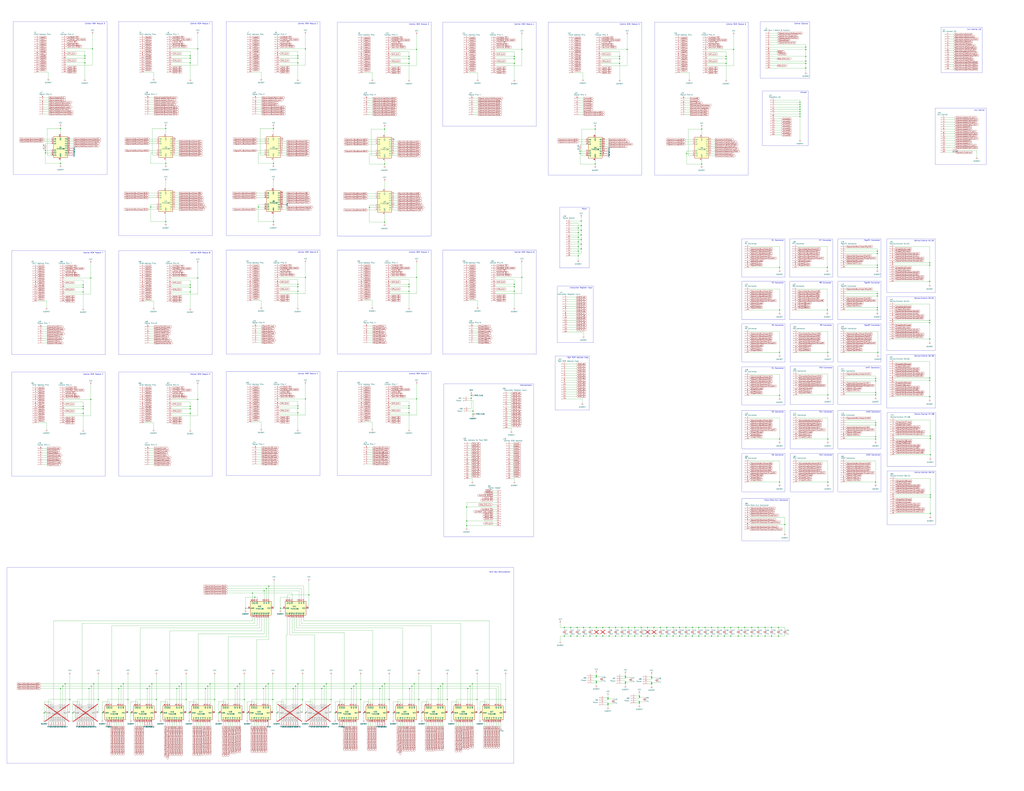
<source format=kicad_sch>
(kicad_sch (version 20230121) (generator eeschema)
  (paper "E")
  (title_block (title "Control Logic Mid-Plane") (date "2024-05-17") (rev "1.0") (company "16-Bit Computer From Scratch") (comment 1 "Adam Clark (@eryjus)"))
  (junction (at 561.34 64.135))
  (junction (at 664.845 685.165))
  (junction (at 748.665 685.165))
  (junction (at 333.375 302.895))
  (junction (at 664.845 694.69))
  (junction (at 790.575 694.69))
  (junction (at 955.675 461.645))
  (junction (at 850.9 431.8))
  (junction (at 734.695 694.69))
  (junction (at 90.805 451.485))
  (junction (at 792.48 61.595))
  (junction (at 783.59 685.165))
  (junction (at 706.755 694.69))
  (junction (at 454.66 435.61))
  (junction (at 569.595 302.895))
  (junction (at 396.875 778.51))
  (junction (at 682.625 739.775))
  (junction (at 1015.365 542.925))
  (junction (at 561.34 318.135))
  (junction (at 325.12 68.58))
  (junction (at 769.62 685.165))
  (junction (at 297.815 763.905))
  (junction (at 460.375 778.51))
  (junction (at 805.815 685.165))
  (junction (at 957.58 335.915))
  (junction (at 671.83 694.69))
  (junction (at 215.9 53.34))
  (junction (at 720.725 694.69))
  (junction (at 561.34 61.595))
  (junction (at 163.195 749.3))
  (junction (at 955.675 526.415))
  (junction (at 325.12 318.135))
  (junction (at 170.815 763.905))
  (junction (at 955.675 431.165))
  (junction (at 90.805 313.69))
  (junction (at 902.97 338.455))
  (junction (at 419.735 242.57))
  (junction (at 351.155 751.84))
  (junction (at 633.095 167.64))
  (junction (at 649.605 140.97))
  (junction (at 713.74 685.165))
  (junction (at 792.48 64.135))
  (junction (at 454.66 302.895))
  (junction (at 682.625 738.505))
  (junction (at 488.315 763.905))
  (junction (at 234.315 763.905))
  (junction (at 634.365 251.46))
  (junction (at 629.92 694.69))
  (junction (at 643.89 694.69))
  (junction (at 755.65 685.165))
  (junction (at 879.475 61.595))
  (junction (at 224.155 751.84))
  (junction (at 827.405 694.69))
  (junction (at 290.83 642.62))
  (junction (at 90.805 446.405))
  (junction (at 727.71 694.69))
  (junction (at 873.125 114.3))
  (junction (at 765.81 179.07))
  (junction (at 417.195 749.3))
  (junction (at 142.875 778.51))
  (junction (at 446.405 69.215))
  (junction (at 820.42 694.69))
  (junction (at 278.13 652.145))
  (junction (at 325.12 443.23))
  (junction (at 388.62 746.76))
  (junction (at 903.605 431.165))
  (junction (at 457.2 763.905))
  (junction (at 449.58 749.3))
  (junction (at 207.645 63.5))
  (junction (at 678.815 694.69))
  (junction (at 657.86 694.69))
  (junction (at 424.815 763.905))
  (junction (at 634.365 246.38))
  (junction (at 180.975 140.335))
  (junction (at 198.12 746.76))
  (junction (at 261.62 746.76))
  (junction (at 71.12 746.76))
  (junction (at 333.375 435.61))
  (junction (at 1015.365 478.79))
  (junction (at 419.735 179.07))
  (junction (at 76.2 763.905))
  (junction (at 99.695 749.3))
  (junction (at 111.76 778.51))
  (junction (at 269.875 778.51))
  (junction (at 551.815 763.905))
  (junction (at 523.875 778.51))
  (junction (at 649.605 179.07))
  (junction (at 337.185 649.605))
  (junction (at 636.905 685.165))
  (junction (at 229.235 746.76))
  (junction (at 288.29 645.16))
  (junction (at 663.575 763.27))
  (junction (at 446.405 443.23))
  (junction (at 492.76 778.51))
  (junction (at 835.025 694.69))
  (junction (at 755.65 694.69))
  (junction (at 325.12 60.96))
  (junction (at 90.805 443.865))
  (junction (at 692.785 694.69))
  (junction (at 298.45 178.435))
  (junction (at 452.12 746.76))
  (junction (at 325.12 746.76))
  (junction (at 66.04 178.435))
  (junction (at 805.815 694.69))
  (junction (at 1014.73 352.425))
  (junction (at 206.375 778.51))
  (junction (at 446.405 61.595))
  (junction (at 90.805 311.15))
  (junction (at 631.19 264.16))
  (junction (at 1014.73 412.75))
  (junction (at 629.92 685.165))
  (junction (at 290.195 749.3))
  (junction (at 762.635 685.165))
  (junction (at 49.53 164.465))
  (junction (at 711.2 745.49))
  (junction (at 1015.365 476.25))
  (junction (at 685.8 694.69))
  (junction (at 682.625 744.855))
  (junction (at 631.19 279.4))
  (junction (at 414.655 751.84))
  (junction (at 100.965 53.34))
  (junction (at 132.08 749.3))
  (junction (at 1014.73 370.205))
  (junction (at 783.59 694.69))
  (junction (at 879.475 66.675))
  (junction (at 325.12 63.5))
  (junction (at 903.605 384.81))
  (junction (at 419.735 746.76))
  (junction (at 259.08 749.3))
  (junction (at 180.975 241.935))
  (junction (at 873.125 121.92))
  (junction (at 215.9 303.53))
  (junction (at 955.675 479.425))
  (junction (at 429.26 778.51))
  (junction (at 1014.73 433.07))
  (junction (at 720.725 685.165))
  (junction (at 365.76 778.51))
  (junction (at 636.905 694.69))
  (junction (at 569.595 53.975))
  (junction (at 447.04 751.84))
  (junction (at 879.475 53.975))
  (junction (at 287.655 751.84))
  (junction (at 480.695 749.3))
  (junction (at 1014.73 349.885))
  (junction (at 292.735 746.76))
  (junction (at 207.645 443.865))
  (junction (at 175.26 778.51))
  (junction (at 293.37 640.08))
  (junction (at 203.2 763.905))
  (junction (at 850.9 338.455))
  (junction (at 92.71 63.5))
  (junction (at 955.675 476.885))
  (junction (at 195.58 749.3))
  (junction (at 164.465 226.06))
  (junction (at 676.275 69.215))
  (junction (at 699.77 694.69))
  (junction (at 514.35 434.975))
  (junction (at 812.8 694.69))
  (junction (at 256.54 751.84))
  (junction (at 514.35 431.8))
  (junction (at 812.8 685.165))
  (junction (at 520.7 763.905))
  (junction (at 92.71 68.58))
  (junction (at 631.19 248.92))
  (junction (at 776.605 694.69))
  (junction (at 90.805 318.77))
  (junction (at 797.56 694.69))
  (junction (at 129.54 751.84))
  (junction (at 1014.73 289.56))
  (junction (at 634.365 266.7))
  (junction (at 483.235 746.76))
  (junction (at 820.42 685.165))
  (junction (at 835.025 685.165))
  (junction (at 48.26 778.51))
  (junction (at 643.89 685.165))
  (junction (at 748.665 694.69))
  (junction (at 267.97 664.21))
  (junction (at 634.365 261.62))
  (junction (at 955.675 415.925))
  (junction (at 207.645 60.96))
  (junction (at 957.58 292.1))
  (junction (at 561.34 310.515))
  (junction (at 207.645 68.58))
  (junction (at 879.475 74.295))
  (junction (at 955.675 428.625))
  (junction (at 1014.73 415.29))
  (junction (at 180.975 178.435))
  (junction (at 325.12 450.85))
  (junction (at 850.9 292.1))
  (junction (at 697.865 760.095))
  (junction (at 79.375 778.51))
  (junction (at 792.48 69.215))
  (junction (at 446.405 64.135))
  (junction (at 633.095 165.1))
  (junction (at 193.04 751.84))
  (junction (at 634.365 241.3))
  (junction (at 727.71 685.165))
  (junction (at 711.2 746.76))
  (junction (at 631.19 269.24))
  (junction (at 561.34 313.055))
  (junction (at 215.9 436.245))
  (junction (at 955.675 464.185))
  (junction (at 873.125 119.38))
  (junction (at 697.865 761.365))
  (junction (at 699.77 685.165))
  (junction (at 776.605 685.165))
  (junction (at 139.7 763.905))
  (junction (at 353.695 749.3))
  (junction (at 634.365 271.78))
  (junction (at 325.12 313.055))
  (junction (at 856.615 572.77))
  (junction (at 107.315 763.905))
  (junction (at 97.155 751.84))
  (junction (at 207.645 318.77))
  (junction (at 650.875 745.49))
  (junction (at 446.405 313.055))
  (junction (at 275.59 647.7))
  (junction (at 711.2 739.14))
  (junction (at 849.63 685.165))
  (junction (at 676.275 61.595))
  (junction (at 509.27 553.72))
  (junction (at 663.575 768.35))
  (junction (at 393.7 763.905))
  (junction (at 134.62 746.76))
  (junction (at 657.86 685.165))
  (junction (at 800.735 53.975))
  (junction (at 769.62 694.69))
  (junction (at 711.2 740.41))
  (junction (at 650.875 685.165))
  (junction (at 478.155 751.84))
  (junction (at 650.875 737.87))
  (junction (at 561.34 69.215))
  (junction (at 873.125 124.46))
  (junction (at 903.605 479.425))
  (junction (at 207.645 313.69))
  (junction (at 749.3 167.64))
  (junction (at 1015.365 560.705))
  (junction (at 298.45 140.335))
  (junction (at 741.68 694.69))
  (junction (at 692.785 685.165))
  (junction (at 99.06 303.53))
  (junction (at 509.27 574.04))
  (junction (at 790.575 685.165))
  (junction (at 165.735 746.76))
  (junction (at 873.125 116.84))
  (junction (at 306.07 664.21))
  (junction (at 516.255 452.12))
  (junction (at 684.53 53.975))
  (junction (at 226.695 749.3))
  (junction (at 160.655 751.84))
  (junction (at 957.58 320.675))
  (junction (at 281.94 226.06))
  (junction (at 383.54 751.84))
  (junction (at 958.215 384.81))
  (junction (at 634.365 256.54))
  (junction (at 734.695 685.165))
  (junction (at 957.58 338.455))
  (junction (at 266.7 763.905))
  (junction (at 419.735 140.97))
  (junction (at 238.76 778.51))
  (junction (at 842.01 694.69))
  (junction (at 99.06 436.245))
  (junction (at 1015.365 540.385))
  (junction (at 849.63 694.69))
  (junction (at 102.235 746.76))
  (junction (at 678.815 685.165))
  (junction (at 650.875 739.14))
  (junction (at 631.19 254))
  (junction (at 333.375 53.34))
  (junction (at 873.125 127))
  (junction (at 685.8 685.165))
  (junction (at 515.62 746.76))
  (junction (at 663.575 769.62))
  (junction (at 1014.73 287.02))
  (junction (at 957.58 289.56))
  (junction (at 850.9 384.81))
  (junction (at 762.635 694.69))
  (junction (at 650.875 694.69))
  (junction (at 446.405 310.515))
  (junction (at 957.58 276.86))
  (junction (at 663.575 762))
  (junction (at 330.2 763.905))
  (junction (at 1014.73 307.34))
  (junction (at 298.45 241.935))
  (junction (at 631.19 259.08))
  (junction (at 66.04 751.84))
  (junction (at 446.405 318.135))
  (junction (at 516.255 448.945))
  (junction (at 615.95 685.165))
  (junction (at 207.645 311.15))
  (junction (at 454.66 53.975))
  (junction (at 333.375 778.51))
  (junction (at 446.405 450.85))
  (junction (at 741.68 685.165))
  (junction (at 879.475 51.435))
  (junction (at 957.58 274.32))
  (junction (at 386.08 749.3))
  (junction (at 325.12 310.515))
  (junction (at 509.27 568.96))
  (junction (at 622.935 694.69))
  (junction (at 66.04 140.335))
  (junction (at 903.605 526.415))
  (junction (at 622.935 685.165))
  (junction (at 850.9 526.415))
  (junction (at 513.08 749.3))
  (junction (at 697.865 766.445))
  (junction (at 510.54 751.84))
  (junction (at 879.475 69.215))
  (junction (at 797.56 685.165))
  (junction (at 446.405 445.77))
  (junction (at 827.405 685.165))
  (junction (at 682.625 746.125))
  (junction (at 697.865 767.715))
  (junction (at 671.83 685.165))
  (junction (at 850.9 479.425))
  (junction (at 207.645 446.405))
  (junction (at 955.675 413.385))
  (junction (at 325.12 445.77))
  (junction (at 902.97 292.1))
  (junction (at 1015.365 496.57))
  (junction (at 842.01 685.165))
  (junction (at 356.235 746.76))
  (junction (at 615.95 694.69))
  (junction (at 706.755 685.165))
  (junction (at 403.225 226.695))
  (junction (at 631.19 274.32))
  (junction (at 207.645 451.485))
  (junction (at 713.74 694.69))
  (junction (at 68.58 749.3))
  (junction (at 322.58 749.3))
  (junction (at 302.26 778.51))
  (junction (at 361.315 763.905))
  (junction (at 765.81 140.97))
  (junction (at 49.53 167.005))
  (junction (at 873.125 111.76))
  (junction (at 92.71 60.96))
  (junction (at 320.04 751.84))
  (junction (at 676.275 64.135))
  (junction (at 650.875 744.22))
  (junction (at 957.58 323.215))
  (no_connect (at 429.895 152.4))
  (no_connect (at 191.135 151.765))
  (no_connect (at 308.61 151.765))
  (wire (pts (xy 664.21 160.02) (xy 659.765 160.02)))
  (wire (pts (xy 521.97 368.935) (xy 516.89 368.935)))
  (wire (pts (xy 783.59 687.705) (xy 783.59 685.165)))
  (wire (pts (xy 873.125 127) (xy 873.125 152.4)))
  (wire (pts (xy 280.67 654.05) (xy 280.67 652.145)))
  (wire (pts (xy 51.435 140.335) (xy 66.04 140.335)))
  (wire (pts (xy 663.575 763.27) (xy 669.29 763.27)))
  (wire (pts (xy 256.54 768.35) (xy 256.54 751.84)))
  (wire (pts (xy 975.995 289.56) (xy 1014.73 289.56)))
  (wire (pts (xy 99.695 749.3) (xy 132.08 749.3)))
  (wire (pts (xy 976.63 560.705) (xy 1015.365 560.705)))
  (wire (pts (xy 509.27 553.72) (xy 541.655 553.72)))
  (wire (pts (xy 313.055 213.36) (xy 308.61 213.36)))
  (wire (pts (xy 619.125 347.345) (xy 629.285 347.345)))
  (wire (pts (xy 541.02 318.135) (xy 561.34 318.135)))
  (wire (pts (xy 405.13 140.97) (xy 419.735 140.97)))
  (wire (pts (xy 706.755 685.165) (xy 699.77 685.165)))
  (wire (pts (xy 480.695 749.3) (xy 480.695 768.35)))
  (wire (pts (xy 664.845 687.705) (xy 664.845 685.165)))
  (wire (pts (xy 226.695 749.3) (xy 226.695 768.35)))
  (wire (pts (xy 541.655 558.8) (xy 537.845 558.8)))
  (wire (pts (xy 697.865 766.445) (xy 697.865 767.715)))
  (wire (pts (xy 280.035 228.6) (xy 288.29 228.6)))
  (wire (pts (xy 269.875 778.51) (xy 269.875 786.13)))
  (wire (pts (xy 502.92 793.115) (xy 502.92 788.67)))
  (wire (pts (xy 615.95 694.69) (xy 611.505 694.69)))
  (wire (pts (xy 659.13 767.08) (xy 663.575 767.08)))
  (wire (pts (xy 765.81 140.97) (xy 765.81 147.32)))
  (wire (pts (xy 827.405 685.165) (xy 820.42 685.165)))
  (wire (pts (xy 734.695 692.785) (xy 734.695 694.69)))
  (wire (pts (xy 132.08 793.115) (xy 132.08 788.67)))
  (wire (pts (xy 520.7 763.905) (xy 520.7 778.51)))
  (wire (pts (xy 290.83 695.325) (xy 248.92 695.325)))
  (wire (pts (xy 561.34 56.515) (xy 561.34 61.595)))
  (wire (pts (xy 403.225 242.57) (xy 419.735 242.57)))
  (wire (pts (xy 856.615 687.705) (xy 856.615 685.165)))
  (wire (pts (xy 215.9 303.53) (xy 215.9 321.31)))
  (wire (pts (xy 780.415 165.1) (xy 775.97 165.1)))
  (wire (pts (xy 401.955 125.095) (xy 407.035 125.095)))
  (wire (pts (xy 407.035 114.935) (xy 401.955 114.935)))
  (wire (pts (xy 288.29 226.06) (xy 281.94 226.06)))
  (wire (pts (xy 243.84 768.35) (xy 243.84 763.905)))
  (wire (pts (xy 403.225 224.155) (xy 403.225 226.695)))
  (wire (pts (xy 44.45 751.84) (xy 66.04 751.84)))
  (wire (pts (xy 142.875 778.51) (xy 142.875 786.13)))
  (wire (pts (xy 333.375 302.895) (xy 333.375 320.675)))
  (wire (pts (xy 480.695 793.115) (xy 480.695 788.67)))
  (wire (pts (xy 170.815 763.905) (xy 170.815 778.51)))
  (wire (pts (xy 922.655 323.215) (xy 957.58 323.215)))
  (wire (pts (xy 617.855 435.61) (xy 635.635 435.61)))
  (wire (pts (xy 1031.875 140.97) (xy 1042.035 140.97)))
  (wire (pts (xy 561.34 305.435) (xy 561.34 310.515)))
  (wire (pts (xy 922.655 415.925) (xy 955.675 415.925)))
  (wire (pts (xy 852.805 139.7) (xy 845.82 139.7)))
  (wire (pts (xy 429.895 154.94) (xy 434.34 154.94)))
  (wire (pts (xy 50.8 461.645) (xy 50.8 468.63)))
  (wire (pts (xy 678.18 741.045) (xy 682.625 741.045)))
  (wire (pts (xy 842.01 694.69) (xy 835.025 694.69)))
  (wire (pts (xy 99.06 420.37) (xy 99.06 436.245)))
  (wire (pts (xy 426.085 453.39) (xy 454.66 453.39)))
  (wire (pts (xy 633.095 165.1) (xy 633.095 167.64)))
  (wire (pts (xy 373.38 766.445) (xy 365.76 766.445)))
  (wire (pts (xy 713.74 687.705) (xy 713.74 685.165)))
  (wire (pts (xy 285.75 363.855) (xy 280.67 363.855)))
  (wire (pts (xy 187.325 321.31) (xy 215.9 321.31)))
  (wire (pts (xy 191.135 159.385) (xy 195.58 159.385)))
  (wire (pts (xy 198.12 746.76) (xy 229.235 746.76)))
  (wire (pts (xy 1014.73 412.75) (xy 1014.73 415.29)))
  (wire (pts (xy 776.605 685.165) (xy 769.62 685.165)))
  (wire (pts (xy 407.035 499.11) (xy 401.955 499.11)))
  (wire (pts (xy 449.58 793.115) (xy 449.58 788.67)))
  (wire (pts (xy 414.655 751.84) (xy 414.655 768.35)))
  (wire (pts (xy 497.84 768.35) (xy 497.84 763.905)))
  (wire (pts (xy 682.625 738.505) (xy 682.625 739.775)))
  (wire (pts (xy 643.89 692.785) (xy 643.89 694.69)))
  (wire (pts (xy 187.325 68.58) (xy 207.645 68.58)))
  (wire (pts (xy 541.655 571.5) (xy 537.845 571.5)))
  (wire (pts (xy 649.605 139.065) (xy 649.605 140.97)))
  (wire (pts (xy 454.66 53.975) (xy 454.66 71.755)))
  (wire (pts (xy 316.23 693.42) (xy 343.535 693.42)))
  (wire (pts (xy 903.605 479.425) (xy 903.605 481.965)))
  (wire (pts (xy 492.76 766.445) (xy 492.76 778.51)))
  (wire (pts (xy 528.955 768.35) (xy 528.955 763.905)))
  (wire (pts (xy 817.88 292.1) (xy 850.9 292.1)))
  (wire (pts (xy 840.74 64.135) (xy 848.36 64.135)))
  (wire (pts (xy 842.01 692.785) (xy 842.01 694.69)))
  (wire (pts (xy 560.705 520.065) (xy 557.53 520.065)))
  (wire (pts (xy 396.875 766.445) (xy 396.875 778.51)))
  (wire (pts (xy 216.535 793.115) (xy 216.535 788.67)))
  (wire (pts (xy 51.435 367.03) (xy 46.355 367.03)))
  (wire (pts (xy 751.205 140.97) (xy 765.81 140.97)))
  (wire (pts (xy 922.655 410.845) (xy 955.675 410.845)))
  (wire (pts (xy 293.37 640.08) (xy 331.47 640.08)))
  (wire (pts (xy 42.545 78.74) (xy 52.705 78.74)))
  (wire (pts (xy 229.235 768.35) (xy 229.235 746.76)))
  (wire (pts (xy 1036.32 70.485) (xy 1040.765 70.485)))
  (wire (pts (xy 306.07 652.145) (xy 306.07 664.21)))
  (wire (pts (xy 805.815 687.705) (xy 805.815 685.165)))
  (wire (pts (xy 280.67 151.765) (xy 288.29 151.765)))
  (wire (pts (xy 631.19 274.32) (xy 631.19 279.4)))
  (wire (pts (xy 407.035 368.935) (xy 401.955 368.935)))
  (wire (pts (xy 636.905 685.165) (xy 629.92 685.165)))
  (wire (pts (xy 325.12 313.055) (xy 325.12 318.135)))
  (wire (pts (xy 361.315 737.235) (xy 361.315 763.905)))
  (wire (pts (xy 790.575 687.705) (xy 790.575 685.165)))
  (wire (pts (xy 304.8 443.23) (xy 325.12 443.23)))
  (wire (pts (xy 191.135 156.845) (xy 195.58 156.845)))
  (wire (pts (xy 879.475 48.895) (xy 879.475 51.435)))
  (wire (pts (xy 1036.32 52.705) (xy 1040.765 52.705)))
  (wire (pts (xy 557.53 459.74) (xy 554.355 459.74)))
  (wire (pts (xy 619.125 357.505) (xy 629.285 357.505)))
  (wire (pts (xy 976.63 478.79) (xy 1015.365 478.79)))
  (wire (pts (xy 261.62 746.76) (xy 292.735 746.76)))
  (wire (pts (xy 1066.165 163.83) (xy 1066.165 171.45)))
  (wire (pts (xy 333.375 778.51) (xy 333.375 786.13)))
  (wire (pts (xy 817.88 526.415) (xy 850.9 526.415)))
  (wire (pts (xy 429.895 162.56) (xy 434.34 162.56)))
  (wire (pts (xy 772.16 69.215) (xy 792.48 69.215)))
  (wire (pts (xy 80.645 151.765) (xy 76.2 151.765)))
  (wire (pts (xy 224.155 793.115) (xy 224.155 788.67)))
  (wire (pts (xy 528.955 763.905) (xy 551.815 763.905)))
  (wire (pts (xy 90.805 306.07) (xy 90.805 311.15)))
  (wire (pts (xy 783.59 692.785) (xy 783.59 694.69)))
  (wire (pts (xy 309.88 766.445) (xy 302.26 766.445)))
  (wire (pts (xy 70.485 438.785) (xy 90.805 438.785)))
  (wire (pts (xy 955.675 476.885) (xy 955.675 479.425)))
  (wire (pts (xy 99.06 303.53) (xy 99.06 321.31)))
  (wire (pts (xy 285.75 494.03) (xy 280.67 494.03)))
  (wire (pts (xy 292.735 746.76) (xy 325.12 746.76)))
  (wire (pts (xy 267.97 652.145) (xy 267.97 664.21)))
  (wire (pts (xy 685.8 692.785) (xy 685.8 694.69)))
  (wire (pts (xy 629.92 694.69) (xy 622.935 694.69)))
  (wire (pts (xy 325.12 443.23) (xy 325.12 445.77)))
  (wire (pts (xy 68.58 749.3) (xy 68.58 768.35)))
  (wire (pts (xy 622.935 274.32) (xy 631.19 274.32)))
  (wire (pts (xy 195.58 768.35) (xy 195.58 749.3)))
  (wire (pts (xy 976.63 496.57) (xy 1015.365 496.57)))
  (wire (pts (xy 842.01 685.165) (xy 835.025 685.165)))
  (wire (pts (xy 790.575 694.69) (xy 783.59 694.69)))
  (wire (pts (xy 922.655 271.78) (xy 957.58 271.78)))
  (wire (pts (xy 180.975 241.935) (xy 180.975 233.68)))
  (wire (pts (xy 845.82 114.3) (xy 873.125 114.3)))
  (wire (pts (xy 534.035 678.18) (xy 534.035 768.35)))
  (wire (pts (xy 277.495 766.445) (xy 269.875 766.445)))
  (wire (pts (xy 845.82 124.46) (xy 873.125 124.46)))
  (wire (pts (xy 290.195 793.115) (xy 290.195 788.67)))
  (wire (pts (xy 560.705 494.665) (xy 557.53 494.665)))
  (wire (pts (xy 531.495 793.115) (xy 531.495 788.67)))
  (wire (pts (xy 655.955 53.975) (xy 684.53 53.975)))
  (wire (pts (xy 631.825 154.94) (xy 639.445 154.94)))
  (wire (pts (xy 840.74 53.975) (xy 879.475 53.975)))
  (wire (pts (xy 90.805 311.15) (xy 90.805 313.69)))
  (wire (pts (xy 111.76 766.445) (xy 111.76 778.51)))
  (wire (pts (xy 306.07 664.21) (xy 306.07 666.115)))
  (wire (pts (xy 748.665 685.165) (xy 741.68 685.165)))
  (wire (pts (xy 541.02 320.675) (xy 569.595 320.675)))
  (wire (pts (xy 678.815 687.705) (xy 678.815 685.165)))
  (wire (pts (xy 514.985 499.745) (xy 511.81 499.745)))
  (wire (pts (xy 955.675 461.645) (xy 955.675 464.185)))
  (wire (pts (xy 316.23 652.145) (xy 316.23 654.05)))
  (wire (pts (xy 619.125 360.045) (xy 629.285 360.045)))
  (wire (pts (xy 1031.875 156.21) (xy 1042.035 156.21)))
  (wire (pts (xy 407.035 496.57) (xy 401.955 496.57)))
  (wire (pts (xy 534.035 793.115) (xy 534.035 788.67)))
  (wire (pts (xy 219.075 793.115) (xy 219.075 788.67)))
  (wire (pts (xy 650.875 739.14) (xy 650.875 740.41)))
  (wire (pts (xy 622.935 248.92) (xy 631.19 248.92)))
  (wire (pts (xy 48.26 778.51) (xy 48.26 786.13)))
  (wire (pts (xy 706.755 694.69) (xy 699.77 694.69)))
  (wire (pts (xy 100.965 53.34) (xy 100.965 71.12)))
  (wire (pts (xy 842.01 687.705) (xy 842.01 685.165)))
  (wire (pts (xy 749.3 165.1) (xy 749.3 167.64)))
  (wire (pts (xy 401.955 152.4) (xy 409.575 152.4)))
  (wire (pts (xy 769.62 687.705) (xy 769.62 685.165)))
  (wire (pts (xy 285.75 109.22) (xy 280.67 109.22)))
  (wire (pts (xy 800.735 53.975) (xy 800.735 71.755)))
  (wire (pts (xy 748.03 157.48) (xy 755.65 157.48)))
  (wire (pts (xy 287.655 768.35) (xy 287.655 751.84)))
  (wire (pts (xy 541.02 53.975) (xy 569.595 53.975)))
  (wire (pts (xy 48.26 124.46) (xy 53.34 124.46)))
  (wire (pts (xy 646.43 737.87) (xy 650.875 737.87)))
  (wire (pts (xy 749.3 165.1) (xy 755.65 165.1)))
  (wire (pts (xy 634.365 237.49) (xy 634.365 241.3)))
  (wire (pts (xy 457.2 737.235) (xy 457.2 763.905)))
  (wire (pts (xy 975.995 332.105) (xy 1014.73 332.105)))
  (wire (pts (xy 285.75 366.395) (xy 280.67 366.395)))
  (wire (pts (xy 812.8 692.785) (xy 812.8 694.69)))
  (wire (pts (xy 711.2 739.14) (xy 711.2 740.41)))
  (wire (pts (xy 331.47 678.18) (xy 534.035 678.18)))
  (wire (pts (xy 817.88 456.565) (xy 850.9 456.565)))
  (wire (pts (xy 441.96 793.115) (xy 441.96 788.67)))
  (wire (pts (xy 280.67 506.73) (xy 285.75 506.73)))
  (wire (pts (xy 70.485 321.31) (xy 99.06 321.31)))
  (wire (pts (xy 957.58 274.32) (xy 957.58 276.86)))
  (wire (pts (xy 650.875 692.785) (xy 650.875 694.69)))
  (wire (pts (xy 248.285 647.7) (xy 275.59 647.7)))
  (wire (pts (xy 817.88 384.81) (xy 850.9 384.81)))
  (wire (pts (xy 51.435 372.11) (xy 46.355 372.11)))
  (wire (pts (xy 275.59 678.18) (xy 58.42 678.18)))
  (wire (pts (xy 699.77 692.785) (xy 699.77 694.69)))
  (wire (pts (xy 636.905 692.785) (xy 636.905 694.69)))
  (wire (pts (xy 401.32 216.535) (xy 409.575 216.535)))
  (wire (pts (xy 401.955 374.015) (xy 407.035 374.015)))
  (wire (pts (xy 684.53 38.1) (xy 684.53 53.975)))
  (wire (pts (xy 769.62 694.69) (xy 762.635 694.69)))
  (wire (pts (xy 634.365 266.7) (xy 634.365 271.78)))
  (wire (pts (xy 840.74 59.055) (xy 848.36 59.055)))
  (wire (pts (xy 790.575 685.165) (xy 783.59 685.165)))
  (wire (pts (xy 180.975 138.43) (xy 180.975 140.335)))
  (wire (pts (xy 198.12 793.115) (xy 198.12 788.67)))
  (wire (pts (xy 124.46 793.115) (xy 124.46 788.67)))
  (wire (pts (xy 163.195 374.65) (xy 168.275 374.65)))
  (wire (pts (xy 280.035 793.115) (xy 280.035 788.67)))
  (wire (pts (xy 619.125 332.105) (xy 629.285 332.105)))
  (wire (pts (xy 70.485 303.53) (xy 99.06 303.53)))
  (wire (pts (xy 290.83 642.62) (xy 328.93 642.62)))
  (wire (pts (xy 617.855 430.53) (xy 629.285 430.53)))
  (wire (pts (xy 404.495 793.115) (xy 404.495 788.67)))
  (wire (pts (xy 328.93 642.62) (xy 328.93 654.05)))
  (wire (pts (xy 765.81 179.07) (xy 765.81 175.26)))
  (wire (pts (xy 975.995 415.29) (xy 1014.73 415.29)))
  (wire (pts (xy 678.18 738.505) (xy 682.625 738.505)))
  (wire (pts (xy 1031.875 148.59) (xy 1042.035 148.59)))
  (wire (pts (xy 922.655 335.915) (xy 957.58 335.915)))
  (wire (pts (xy 304.8 302.895) (xy 333.375 302.895)))
  (wire (pts (xy 619.125 337.185) (xy 629.285 337.185)))
  (wire (pts (xy 957.58 289.56) (xy 957.58 292.1)))
  (wire (pts (xy 434.34 216.535) (xy 429.895 216.535)))
  (wire (pts (xy 121.92 793.115) (xy 121.92 788.67)))
  (wire (pts (xy 780.415 152.4) (xy 775.97 152.4)))
  (wire (pts (xy 629.92 685.165) (xy 622.935 685.165)))
  (wire (pts (xy 206.375 778.51) (xy 206.375 786.13)))
  (wire (pts (xy 849.63 685.165) (xy 842.01 685.165)))
  (wire (pts (xy 622.935 241.3) (xy 634.365 241.3)))
  (wire (pts (xy 856.615 694.69) (xy 849.63 694.69)))
  (wire (pts (xy 168.275 361.95) (xy 163.195 361.95)))
  (wire (pts (xy 976.63 540.385) (xy 1015.365 540.385)))
  (wire (pts (xy 617.855 405.13) (xy 629.285 405.13)))
  (wire (pts (xy 955.675 526.415) (xy 955.675 528.955)))
  (wire (pts (xy 521.97 107.315) (xy 516.89 107.315)))
  (wire (pts (xy 664.21 157.48) (xy 659.765 157.48)))
  (wire (pts (xy 193.04 768.35) (xy 193.04 751.84)))
  (wire (pts (xy 541.655 563.88) (xy 537.845 563.88)))
  (wire (pts (xy 753.11 122.555) (xy 748.03 122.555)))
  (wire (pts (xy 417.195 749.3) (xy 449.58 749.3)))
  (wire (pts (xy 407.035 366.395) (xy 401.955 366.395)))
  (wire (pts (xy 617.855 415.29) (xy 629.285 415.29)))
  (wire (pts (xy 749.3 179.07) (xy 765.81 179.07)))
  (wire (pts (xy 436.88 766.445) (xy 436.88 768.35)))
  (wire (pts (xy 298.45 197.485) (xy 298.45 205.74)))
  (wire (pts (xy 780.415 170.18) (xy 775.97 170.18)))
  (wire (pts (xy 615.95 685.165) (xy 611.505 685.165)))
  (wire (pts (xy 234.315 737.235) (xy 234.315 763.905)))
  (wire (pts (xy 845.82 127) (xy 873.125 127)))
  (wire (pts (xy 49.53 164.465) (xy 55.88 164.465)))
  (wire (pts (xy 195.58 749.3) (xy 226.695 749.3)))
  (wire (pts (xy 170.815 169.545) (xy 166.37 169.545)))
  (wire (pts (xy 195.58 215.9) (xy 191.135 215.9)))
  (wire (pts (xy 697.865 760.095) (xy 697.865 761.365)))
  (wire (pts (xy 922.655 289.56) (xy 957.58 289.56)))
  (wire (pts (xy 84.455 768.35) (xy 84.455 763.905)))
  (wire (pts (xy 541.02 310.515) (xy 561.34 310.515)))
  (wire (pts (xy 429.895 160.02) (xy 434.34 160.02)))
  (wire (pts (xy 426.085 443.23) (xy 446.405 443.23)))
  (wire (pts (xy 792.48 64.135) (xy 792.48 69.215)))
  (wire (pts (xy 817.88 503.555) (xy 850.9 503.555)))
  (wire (pts (xy 720.725 694.69) (xy 713.74 694.69)))
  (wire (pts (xy 790.575 692.785) (xy 790.575 694.69)))
  (wire (pts (xy 333.375 435.61) (xy 333.375 453.39)))
  (wire (pts (xy 817.88 408.94) (xy 850.9 408.94)))
  (wire (pts (xy 1036.32 50.165) (xy 1040.765 50.165)))
  (wire (pts (xy 164.465 167.005) (xy 164.465 178.435)))
  (wire (pts (xy 869.95 269.24) (xy 902.97 269.24)))
  (wire (pts (xy 401.955 768.35) (xy 401.955 763.905)))
  (wire (pts (xy 513.08 749.3) (xy 544.195 749.3)))
  (wire (pts (xy 66.04 180.34) (xy 66.04 178.435)))
  (wire (pts (xy 514.985 507.365) (xy 511.81 507.365)))
  (wire (pts (xy 288.29 223.52) (xy 281.94 223.52)))
  (wire (pts (xy 175.26 778.51) (xy 175.26 786.13)))
  (wire (pts (xy 280.035 213.36) (xy 288.29 213.36)))
  (wire (pts (xy 1014.73 332.105) (xy 1014.73 349.885)))
  (wire (pts (xy 850.9 338.455) (xy 850.9 340.995)))
  (wire (pts (xy 922.655 276.86) (xy 957.58 276.86)))
  (wire (pts (xy 753.11 117.475) (xy 748.03 117.475)))
  (wire (pts (xy 1015.365 542.925) (xy 1015.365 560.705)))
  (wire (pts (xy 285.75 688.975) (xy 185.42 688.975)))
  (wire (pts (xy 49.53 156.845) (xy 55.88 156.845)))
  (wire (pts (xy 748.665 694.69) (xy 741.68 694.69)))
  (wire (pts (xy 191.135 154.305) (xy 195.58 154.305)))
  (wire (pts (xy 290.83 674.37) (xy 290.83 695.325)))
  (wire (pts (xy 521.97 120.015) (xy 516.89 120.015)))
  (wire (pts (xy 840.74 61.595) (xy 879.475 61.595)))
  (wire (pts (xy 850.9 292.1) (xy 850.9 294.64)))
  (wire (pts (xy 772.16 64.135) (xy 792.48 64.135)))
  (wire (pts (xy 269.875 766.445) (xy 269.875 778.51)))
  (wire (pts (xy 229.235 746.76) (xy 261.62 746.76)))
  (wire (pts (xy 187.325 443.865) (xy 207.645 443.865)))
  (wire (pts (xy 213.995 766.445) (xy 213.995 768.35)))
  (wire (pts (xy 957.58 323.215) (xy 957.58 335.915)))
  (wire (pts (xy 678.815 692.785) (xy 678.815 694.69)))
  (wire (pts (xy 168.275 109.22) (xy 163.195 109.22)))
  (wire (pts (xy 617.855 433.07) (xy 629.285 433.07)))
  (wire (pts (xy 70.485 446.405) (xy 90.805 446.405)))
  (wire (pts (xy 976.63 542.925) (xy 1015.365 542.925)))
  (wire (pts (xy 72.39 55.88) (xy 92.71 55.88)))
  (wire (pts (xy 749.3 167.64) (xy 749.3 179.07)))
  (wire (pts (xy 870.585 361.95) (xy 903.605 361.95)))
  (wire (pts (xy 684.53 53.975) (xy 684.53 71.755)))
  (wire (pts (xy 460.375 778.51) (xy 460.375 786.13)))
  (wire (pts (xy 659.13 762) (xy 663.575 762)))
  (wire (pts (xy 541.02 305.435) (xy 561.34 305.435)))
  (wire (pts (xy 51.435 499.745) (xy 46.355 499.745)))
  (wire (pts (xy 308.61 164.465) (xy 313.055 164.465)))
  (wire (pts (xy 388.62 768.35) (xy 388.62 746.76)))
  (wire (pts (xy 655.955 69.215) (xy 676.275 69.215)))
  (wire (pts (xy 780.415 157.48) (xy 775.97 157.48)))
  (wire (pts (xy 762.635 692.785) (xy 762.635 694.69)))
  (wire (pts (xy 643.89 694.69) (xy 636.905 694.69)))
  (wire (pts (xy 409.575 793.115) (xy 409.575 788.67)))
  (wire (pts (xy 509.27 548.64) (xy 541.655 548.64)))
  (wire (pts (xy 168.275 492.125) (xy 163.195 492.125)))
  (wire (pts (xy 180.975 178.435) (xy 180.975 174.625)))
  (wire (pts (xy 615.95 692.785) (xy 615.95 694.69)))
  (wire (pts (xy 285.75 114.3) (xy 280.67 114.3)))
  (wire (pts (xy 849.63 692.785) (xy 849.63 694.69)))
  (wire (pts (xy 80.645 154.305) (xy 76.2 154.305)))
  (wire (pts (xy 1014.73 307.34) (xy 1014.73 310.515)))
  (wire (pts (xy 849.63 687.705) (xy 849.63 685.165)))
  (wire (pts (xy 631.19 269.24) (xy 631.19 274.32)))
  (wire (pts (xy 957.58 320.675) (xy 957.58 323.215)))
  (wire (pts (xy 285.75 111.76) (xy 280.67 111.76)))
  (wire (pts (xy 514.985 504.825) (xy 511.81 504.825)))
  (wire (pts (xy 373.38 766.445) (xy 373.38 768.35)))
  (wire (pts (xy 557.53 444.5) (xy 554.355 444.5)))
  (wire (pts (xy 820.42 685.165) (xy 812.8 685.165)))
  (wire (pts (xy 343.535 693.42) (xy 343.535 768.35)))
  (wire (pts (xy 102.235 746.76) (xy 134.62 746.76)))
  (wire (pts (xy 922.655 476.885) (xy 955.675 476.885)))
  (wire (pts (xy 285.75 358.775) (xy 280.67 358.775)))
  (wire (pts (xy 53.34 116.84) (xy 48.26 116.84)))
  (wire (pts (xy 697.865 767.715) (xy 697.865 770.255)))
  (wire (pts (xy 157.48 461.645) (xy 167.64 461.645)))
  (wire (pts (xy 561.34 522.605) (xy 561.34 525.78)))
  (wire (pts (xy 299.085 664.21) (xy 298.45 664.21)))
  (wire (pts (xy 386.08 793.115) (xy 386.08 788.67)))
  (wire (pts (xy 51.435 502.285) (xy 46.355 502.285)))
  (wire (pts (xy 90.805 318.77) (xy 90.805 336.55)))
  (wire (pts (xy 340.995 766.445) (xy 333.375 766.445)))
  (wire (pts (xy 407.035 107.315) (xy 401.955 107.315)))
  (wire (pts (xy 467.995 766.445) (xy 460.375 766.445)))
  (wire (pts (xy 207.645 55.88) (xy 207.645 60.96)))
  (wire (pts (xy 330.2 737.235) (xy 330.2 763.905)))
  (wire (pts (xy 697.865 757.555) (xy 697.865 760.095)))
  (wire (pts (xy 502.92 680.72) (xy 502.92 768.35)))
  (wire (pts (xy 706.755 741.68) (xy 711.2 741.68)))
  (wire (pts (xy 323.85 685.8) (xy 439.42 685.8)))
  (wire (pts (xy 636.905 120.015) (xy 631.825 120.015)))
  (wire (pts (xy 511.175 328.295) (xy 521.335 328.295)))
  (wire (pts (xy 870.585 503.555) (xy 903.605 503.555)))
  (wire (pts (xy 281.94 226.06) (xy 281.94 241.935)))
  (wire (pts (xy 321.31 688.34) (xy 407.035 688.34)))
  (wire (pts (xy 207.645 438.785) (xy 207.645 443.865)))
  (wire (pts (xy 635.635 435.61) (xy 635.635 440.055)))
  (wire (pts (xy 557.53 434.34) (xy 554.355 434.34)))
  (wire (pts (xy 454.66 302.895) (xy 454.66 320.675)))
  (wire (pts (xy 351.155 751.84) (xy 383.54 751.84)))
  (wire (pts (xy 207.645 60.96) (xy 207.645 63.5)))
  (wire (pts (xy 187.325 303.53) (xy 215.9 303.53)))
  (wire (pts (xy 650.875 744.22) (xy 656.59 744.22)))
  (wire (pts (xy 168.275 499.745) (xy 163.195 499.745)))
  (wire (pts (xy 406.4 79.375) (xy 406.4 86.36)))
  (wire (pts (xy 649.605 180.975) (xy 649.605 179.07)))
  (wire (pts (xy 772.16 53.975) (xy 800.735 53.975)))
  (wire (pts (xy 850.9 456.565) (xy 850.9 479.425)))
  (wire (pts (xy 650.875 744.22) (xy 650.875 745.49)))
  (wire (pts (xy 619.125 362.585) (xy 636.905 362.585)))
  (wire (pts (xy 165.735 746.76) (xy 198.12 746.76)))
  (wire (pts (xy 856.615 572.77) (xy 856.615 582.295)))
  (wire (pts (xy 338.455 763.905) (xy 361.315 763.905)))
  (wire (pts (xy 569.595 53.975) (xy 569.595 71.755)))
  (wire (pts (xy 622.935 246.38) (xy 634.365 246.38)))
  (wire (pts (xy 1014.73 394.97) (xy 1014.73 412.75)))
  (wire (pts (xy 742.315 79.375) (xy 752.475 79.375)))
  (wire (pts (xy 541.02 313.055) (xy 561.34 313.055)))
  (wire (pts (xy 873.125 124.46) (xy 873.125 127)))
  (wire (pts (xy 748.665 687.705) (xy 748.665 685.165)))
  (wire (pts (xy 569.595 302.895) (xy 569.595 320.675)))
  (wire (pts (xy 765.81 139.065) (xy 765.81 140.97)))
  (wire (pts (xy 308.61 161.925) (xy 313.055 161.925)))
  (wire (pts (xy 84.455 763.905) (xy 107.315 763.905)))
  (wire (pts (xy 873.125 116.84) (xy 873.125 119.38)))
  (wire (pts (xy 521.97 122.555) (xy 516.89 122.555)))
  (wire (pts (xy 664.845 694.69) (xy 657.86 694.69)))
  (wire (pts (xy 434.34 219.075) (xy 429.895 219.075)))
  (wire (pts (xy 505.46 793.115) (xy 505.46 788.67)))
  (wire (pts (xy 331.47 640.08) (xy 331.47 654.05)))
  (wire (pts (xy 51.435 364.49) (xy 46.355 364.49)))
  (wire (pts (xy 92.71 63.5) (xy 92.71 68.58)))
  (wire (pts (xy 975.995 269.24) (xy 1014.73 269.24)))
  (wire (pts (xy 193.04 793.115) (xy 193.04 788.67)))
  (wire (pts (xy 783.59 694.69) (xy 776.605 694.69)))
  (wire (pts (xy 163.195 124.46) (xy 168.275 124.46)))
  (wire (pts (xy 663.575 767.08) (xy 663.575 768.35)))
  (wire (pts (xy 631.19 254) (xy 631.19 259.08)))
  (wire (pts (xy 611.505 680.72) (xy 611.505 685.165)))
  (wire (pts (xy 70.485 318.77) (xy 90.805 318.77)))
  (wire (pts (xy 405.13 170.18) (xy 405.13 140.97)))
  (wire (pts (xy 508 793.115) (xy 508 788.67)))
  (wire (pts (xy 879.475 61.595) (xy 879.475 66.675)))
  (wire (pts (xy 280.67 156.845) (xy 288.29 156.845)))
  (wire (pts (xy 243.84 763.905) (xy 266.7 763.905)))
  (wire (pts (xy 434.34 226.695) (xy 429.895 226.695)))
  (wire (pts (xy 216.535 692.15) (xy 216.535 768.35)))
  (wire (pts (xy 365.76 766.445) (xy 365.76 778.51)))
  (wire (pts (xy 617.855 407.67) (xy 629.285 407.67)))
  (wire (pts (xy 281.94 167.005) (xy 281.94 178.435)))
  (wire (pts (xy 168.275 489.585) (xy 163.195 489.585)))
  (wire (pts (xy 617.855 427.99) (xy 629.285 427.99)))
  (wire (pts (xy 646.43 742.95) (xy 650.875 742.95)))
  (wire (pts (xy 521.97 371.475) (xy 516.89 371.475)))
  (wire (pts (xy 90.805 313.69) (xy 90.805 318.77)))
  (wire (pts (xy 1031.875 153.67) (xy 1042.035 153.67)))
  (wire (pts (xy 447.04 751.84) (xy 447.04 768.35)))
  (wire (pts (xy 551.815 737.235) (xy 551.815 763.905)))
  (wire (pts (xy 308.61 156.845) (xy 313.055 156.845)))
  (wire (pts (xy 419.735 198.12) (xy 419.735 206.375)))
  (wire (pts (xy 313.69 649.605) (xy 337.185 649.605)))
  (wire (pts (xy 765.81 180.975) (xy 765.81 179.07)))
  (wire (pts (xy 370.84 768.35) (xy 370.84 763.905)))
  (wire (pts (xy 561.34 310.515) (xy 561.34 313.055)))
  (wire (pts (xy 452.12 793.115) (xy 452.12 788.67)))
  (wire (pts (xy 168.275 372.11) (xy 163.195 372.11)))
  (wire (pts (xy 561.34 61.595) (xy 561.34 64.135)))
  (wire (pts (xy 407.035 371.475) (xy 401.955 371.475)))
  (wire (pts (xy 407.035 120.015) (xy 401.955 120.015)))
  (wire (pts (xy 629.92 687.705) (xy 629.92 685.165)))
  (wire (pts (xy 383.54 793.115) (xy 383.54 788.67)))
  (wire (pts (xy 287.655 751.84) (xy 320.04 751.84)))
  (wire (pts (xy 46.355 374.65) (xy 51.435 374.65)))
  (wire (pts (xy 483.235 746.76) (xy 515.62 746.76)))
  (wire (pts (xy 1015.365 476.25) (xy 1015.365 478.79)))
  (wire (pts (xy 510.54 434.975) (xy 514.35 434.975)))
  (wire (pts (xy 164.465 241.935) (xy 180.975 241.935)))
  (wire (pts (xy 957.58 338.455) (xy 957.58 340.995)))
  (wire (pts (xy 682.625 744.855) (xy 682.625 746.125)))
  (wire (pts (xy 406.4 328.295) (xy 406.4 335.28)))
  (wire (pts (xy 283.845 169.545) (xy 283.845 140.335)))
  (wire (pts (xy 551.815 763.905) (xy 551.815 778.51)))
  (wire (pts (xy 396.24 79.375) (xy 406.4 79.375)))
  (wire (pts (xy 727.71 694.69) (xy 720.725 694.69)))
  (wire (pts (xy 261.62 746.76) (xy 261.62 768.35)))
  (wire (pts (xy 304.8 63.5) (xy 325.12 63.5)))
  (wire (pts (xy 835.025 687.705) (xy 835.025 685.165)))
  (wire (pts (xy 922.655 428.625) (xy 955.675 428.625)))
  (wire (pts (xy 513.08 768.35) (xy 513.08 749.3)))
  (wire (pts (xy 378.46 793.115) (xy 378.46 788.67)))
  (wire (pts (xy 955.675 479.425) (xy 955.675 481.965)))
  (wire (pts (xy 755.65 167.64) (xy 749.3 167.64)))
  (wire (pts (xy 622.935 266.7) (xy 634.365 266.7)))
  (wire (pts (xy 308.61 154.305) (xy 313.055 154.305)))
  (wire (pts (xy 1036.32 57.785) (xy 1040.765 57.785)))
  (wire (pts (xy 751.205 170.18) (xy 751.205 140.97)))
  (wire (pts (xy 557.53 462.28) (xy 554.355 462.28)))
  (wire (pts (xy 333.375 287.02) (xy 333.375 302.895)))
  (wire (pts (xy 168.275 502.285) (xy 163.195 502.285)))
  (wire (pts (xy 678.815 694.69) (xy 671.83 694.69)))
  (wire (pts (xy 157.48 78.74) (xy 167.64 78.74)))
  (wire (pts (xy 407.035 793.115) (xy 407.035 788.67)))
  (wire (pts (xy 51.435 359.41) (xy 46.355 359.41)))
  (wire (pts (xy 53.34 763.905) (xy 76.2 763.905)))
  (wire (pts (xy 473.075 793.115) (xy 473.075 788.67)))
  (wire (pts (xy 617.855 397.51) (xy 629.285 397.51)))
  (wire (pts (xy 817.88 572.77) (xy 856.615 572.77)))
  (wire (pts (xy 682.625 743.585) (xy 682.625 744.855)))
  (wire (pts (xy 561.34 318.135) (xy 561.34 335.915)))
  (wire (pts (xy 446.405 318.135) (xy 446.405 335.915)))
  (wire (pts (xy 182.88 766.445) (xy 175.26 766.445)))
  (wire (pts (xy 90.805 443.865) (xy 90.805 446.405)))
  (wire (pts (xy 147.955 763.905) (xy 170.815 763.905)))
  (wire (pts (xy 617.855 400.05) (xy 629.285 400.05)))
  (wire (pts (xy 195.58 226.06) (xy 191.135 226.06)))
  (wire (pts (xy 388.62 746.76) (xy 419.735 746.76)))
  (wire (pts (xy 162.56 215.9) (xy 170.815 215.9)))
  (wire (pts (xy 414.655 751.84) (xy 447.04 751.84)))
  (wire (pts (xy 516.255 448.945) (xy 516.255 452.12)))
  (wire (pts (xy 741.68 694.69) (xy 734.695 694.69)))
  (wire (pts (xy 401.955 157.48) (xy 409.575 157.48)))
  (wire (pts (xy 134.62 793.115) (xy 134.62 788.67)))
  (wire (pts (xy 850.9 503.555) (xy 850.9 526.415)))
  (wire (pts (xy 429.895 165.1) (xy 434.34 165.1)))
  (wire (pts (xy 285.75 499.11) (xy 280.67 499.11)))
  (wire (pts (xy 274.955 768.35) (xy 274.955 763.905)))
  (wire (pts (xy 404.495 766.445) (xy 404.495 768.35)))
  (wire (pts (xy 678.18 743.585) (xy 682.625 743.585)))
  (wire (pts (xy 207.645 63.5) (xy 207.645 68.58)))
  (wire (pts (xy 1036.32 67.945) (xy 1040.765 67.945)))
  (wire (pts (xy 121.92 683.26) (xy 121.92 768.35)))
  (wire (pts (xy 557.53 449.58) (xy 554.355 449.58)))
  (wire (pts (xy 1031.875 130.81) (xy 1042.035 130.81)))
  (wire (pts (xy 155.575 793.115) (xy 155.575 788.67)))
  (wire (pts (xy 515.62 746.76) (xy 515.62 768.35)))
  (wire (pts (xy 274.955 328.295) (xy 285.115 328.295)))
  (wire (pts (xy 769.62 692.785) (xy 769.62 694.69)))
  (wire (pts (xy 248.285 645.16) (xy 288.29 645.16)))
  (wire (pts (xy 955.675 410.845) (xy 955.675 413.385)))
  (wire (pts (xy 850.9 269.24) (xy 850.9 292.1)))
  (wire (pts (xy 280.67 683.26) (xy 121.92 683.26)))
  (wire (pts (xy 434.34 221.615) (xy 429.895 221.615)))
  (wire (pts (xy 634.365 261.62) (xy 634.365 266.7)))
  (wire (pts (xy 313.055 228.6) (xy 308.61 228.6)))
  (wire (pts (xy 509.27 553.72) (xy 509.27 568.96)))
  (wire (pts (xy 187.325 311.15) (xy 207.645 311.15)))
  (wire (pts (xy 139.7 737.235) (xy 139.7 763.905)))
  (wire (pts (xy 622.935 692.785) (xy 622.935 694.69)))
  (wire (pts (xy 142.875 766.445) (xy 142.875 778.51)))
  (wire (pts (xy 873.125 121.92) (xy 873.125 124.46)))
  (wire (pts (xy 132.08 749.3) (xy 132.08 768.35)))
  (wire (pts (xy 304.8 320.675) (xy 333.375 320.675)))
  (wire (pts (xy 49.53 164.465) (xy 49.53 167.005)))
  (wire (pts (xy 1036.32 62.865) (xy 1040.765 62.865)))
  (wire (pts (xy 407.035 363.855) (xy 401.955 363.855)))
  (wire (pts (xy 409.575 224.155) (xy 403.225 224.155)))
  (wire (pts (xy 514.35 434.975) (xy 514.35 431.8)))
  (wire (pts (xy 266.7 737.235) (xy 266.7 763.905)))
  (wire (pts (xy 510.54 751.84) (xy 510.54 768.35)))
  (wire (pts (xy 569.595 287.02) (xy 569.595 302.895)))
  (wire (pts (xy 812.8 694.69) (xy 805.815 694.69)))
  (wire (pts (xy 426.085 64.135) (xy 446.405 64.135)))
  (wire (pts (xy 307.34 768.35) (xy 307.34 763.905)))
  (wire (pts (xy 403.225 179.07) (xy 419.735 179.07)))
  (wire (pts (xy 72.39 71.12) (xy 100.965 71.12)))
  (wire (pts (xy 429.895 167.64) (xy 434.34 167.64)))
  (wire (pts (xy 772.16 56.515) (xy 792.48 56.515)))
  (wire (pts (xy 180.975 243.84) (xy 180.975 241.935)))
  (wire (pts (xy 697.865 766.445) (xy 703.58 766.445)))
  (wire (pts (xy 127 793.115) (xy 127 788.67)))
  (wire (pts (xy 797.56 687.705) (xy 797.56 685.165)))
  (wire (pts (xy 922.655 526.415) (xy 955.675 526.415)))
  (wire (pts (xy 86.995 766.445) (xy 86.995 768.35)))
  (wire (pts (xy 168.275 494.665) (xy 163.195 494.665)))
  (wire (pts (xy 699.77 687.705) (xy 699.77 685.165)))
  (wire (pts (xy 671.83 692.785) (xy 671.83 694.69)))
  (wire (pts (xy 248.92 793.115) (xy 248.92 788.67)))
  (wire (pts (xy 1031.875 133.35) (xy 1042.035 133.35)))
  (wire (pts (xy 195.58 220.98) (xy 191.135 220.98)))
  (wire (pts (xy 280.67 674.37) (xy 280.67 683.26)))
  (wire (pts (xy 426.085 302.895) (xy 454.66 302.895)))
  (wire (pts (xy 280.67 124.46) (xy 285.75 124.46)))
  (wire (pts (xy 386.08 768.35) (xy 386.08 749.3)))
  (wire (pts (xy 280.035 698.5) (xy 280.035 768.35)))
  (wire (pts (xy 817.88 269.24) (xy 850.9 269.24)))
  (wire (pts (xy 439.42 793.115) (xy 439.42 788.67)))
  (wire (pts (xy 622.935 243.84) (xy 631.19 243.84)))
  (wire (pts (xy 66.04 178.435) (xy 66.04 174.625)))
  (wire (pts (xy 409.575 226.695) (xy 403.225 226.695)))
  (wire (pts (xy 692.785 692.785) (xy 692.785 694.69)))
  (wire (pts (xy 434.34 224.155) (xy 429.895 224.155)))
  (wire (pts (xy 650.875 742.95) (xy 650.875 744.22)))
  (wire (pts (xy 304.8 60.96) (xy 325.12 60.96)))
  (wire (pts (xy 287.655 793.115) (xy 287.655 788.67)))
  (wire (pts (xy 419.735 242.57) (xy 419.735 234.315)))
  (wire (pts (xy 521.97 117.475) (xy 516.89 117.475)))
  (wire (pts (xy 879.475 66.675) (xy 879.475 69.215)))
  (wire (pts (xy 699.77 694.69) (xy 692.785 694.69)))
  (wire (pts (xy 465.455 793.115) (xy 465.455 788.67)))
  (wire (pts (xy 619.125 324.485) (xy 629.285 324.485)))
  (wire (pts (xy 622.935 685.165) (xy 615.95 685.165)))
  (wire (pts (xy 207.645 446.405) (xy 207.645 451.485)))
  (wire (pts (xy 55.88 766.445) (xy 55.88 768.35)))
  (wire (pts (xy 107.315 763.905) (xy 107.315 778.51)))
  (wire (pts (xy 248.285 642.62) (xy 290.83 642.62)))
  (wire (pts (xy 404.495 766.445) (xy 396.875 766.445)))
  (wire (pts (xy 682.625 744.855) (xy 688.34 744.855)))
  (wire (pts (xy 261.62 793.115) (xy 261.62 788.67)))
  (wire (pts (xy 734.695 687.705) (xy 734.695 685.165)))
  (wire (pts (xy 510.54 751.84) (xy 541.655 751.84)))
  (wire (pts (xy 298.45 140.335) (xy 298.45 146.685)))
  (wire (pts (xy 417.195 749.3) (xy 417.195 768.35)))
  (wire (pts (xy 955.675 428.625) (xy 955.675 431.165)))
  (wire (pts (xy 706.755 746.76) (xy 711.2 746.76)))
  (wire (pts (xy 840.74 46.355) (xy 848.36 46.355)))
  (wire (pts (xy 330.2 763.905) (xy 330.2 778.51)))
  (wire (pts (xy 318.77 647.7) (xy 275.59 647.7)))
  (wire (pts (xy 224.155 751.84) (xy 256.54 751.84)))
  (wire (pts (xy 419.735 140.97) (xy 419.735 147.32)))
  (wire (pts (xy 850.9 408.94) (xy 850.9 431.8)))
  (wire (pts (xy 711.2 745.49) (xy 716.915 745.49)))
  (wire (pts (xy 407.035 117.475) (xy 401.955 117.475)))
  (wire (pts (xy 307.34 763.905) (xy 330.2 763.905)))
  (wire (pts (xy 852.805 142.24) (xy 845.82 142.24)))
  (wire (pts (xy 116.84 763.905) (xy 139.7 763.905)))
  (wire (pts (xy 182.88 793.115) (xy 182.88 788.67)))
  (wire (pts (xy 655.955 61.595) (xy 676.275 61.595)))
  (wire (pts (xy 817.88 361.95) (xy 850.9 361.95)))
  (wire (pts (xy 492.76 778.51) (xy 492.76 786.13)))
  (wire (pts (xy 211.455 763.905) (xy 234.315 763.905)))
  (wire (pts (xy 71.12 746.76) (xy 102.235 746.76)))
  (wire (pts (xy 163.195 151.765) (xy 170.815 151.765)))
  (wire (pts (xy 631.19 264.16) (xy 631.19 269.24)))
  (wire (pts (xy 211.455 793.115) (xy 211.455 788.67)))
  (wire (pts (xy 99.695 768.35) (xy 99.695 749.3)))
  (wire (pts (xy 1014.73 433.07) (xy 1014.73 436.245)))
  (wire (pts (xy 70.485 313.69) (xy 90.805 313.69)))
  (wire (pts (xy 76.2 737.235) (xy 76.2 763.905)))
  (wire (pts (xy 207.645 318.77) (xy 207.645 336.55)))
  (wire (pts (xy 514.985 520.065) (xy 511.81 520.065)))
  (wire (pts (xy 168.275 116.84) (xy 163.195 116.84)))
  (wire (pts (xy 975.995 433.07) (xy 1014.73 433.07)))
  (wire (pts (xy 776.605 692.785) (xy 776.605 694.69)))
  (wire (pts (xy 79.375 766.445) (xy 79.375 778.51)))
  (wire (pts (xy 167.64 78.74) (xy 167.64 85.725)))
  (wire (pts (xy 514.985 517.525) (xy 511.81 517.525)))
  (wire (pts (xy 514.985 512.445) (xy 511.81 512.445)))
  (wire (pts (xy 280.67 374.015) (xy 285.75 374.015)))
  (wire (pts (xy 147.955 793.115) (xy 147.955 788.67)))
  (wire (pts (xy 401.32 213.995) (xy 409.575 213.995)))
  (wire (pts (xy 879.475 69.215) (xy 879.475 74.295)))
  (wire (pts (xy 619.125 329.565) (xy 629.285 329.565)))
  (wire (pts (xy 270.51 664.21) (xy 267.97 664.21)))
  (wire (pts (xy 215.9 53.34) (xy 215.9 71.12)))
  (wire (pts (xy 281.94 223.52) (xy 281.94 226.06)))
  (wire (pts (xy 1036.32 75.565) (xy 1040.765 75.565)))
  (wire (pts (xy 426.085 61.595) (xy 446.405 61.595)))
  (wire (pts (xy 403.225 226.695) (xy 403.225 242.57)))
  (wire (pts (xy 817.88 338.455) (xy 850.9 338.455)))
  (wire (pts (xy 955.675 415.925) (xy 955.675 428.625)))
  (wire (pts (xy 685.8 694.69) (xy 678.815 694.69)))
  (wire (pts (xy 447.04 751.84) (xy 478.155 751.84)))
  (wire (pts (xy 845.82 111.76) (xy 873.125 111.76)))
  (wire (pts (xy 537.845 566.42) (xy 541.655 566.42)))
  (wire (pts (xy 207.645 443.865) (xy 207.645 446.405)))
  (wire (pts (xy 671.83 687.705) (xy 671.83 685.165)))
  (wire (pts (xy 304.8 68.58) (xy 325.12 68.58)))
  (wire (pts (xy 1015.365 560.705) (xy 1015.365 563.88)))
  (wire (pts (xy 419.735 746.76) (xy 452.12 746.76)))
  (wire (pts (xy 207.645 311.15) (xy 207.645 313.69)))
  (wire (pts (xy 509.27 548.64) (xy 509.27 553.72)))
  (wire (pts (xy 734.695 694.69) (xy 727.71 694.69)))
  (wire (pts (xy 523.875 766.445) (xy 523.875 778.51)))
  (wire (pts (xy 521.97 109.855) (xy 516.89 109.855)))
  (wire (pts (xy 434.34 793.115) (xy 434.34 788.67)))
  (wire (pts (xy 454.66 435.61) (xy 454.66 453.39)))
  (wire (pts (xy 622.935 694.69) (xy 615.95 694.69)))
  (wire (pts (xy 633.095 167.64) (xy 633.095 179.07)))
  (wire (pts (xy 285.75 106.68) (xy 280.67 106.68)))
  (wire (pts (xy 187.325 60.96) (xy 207.645 60.96)))
  (wire (pts (xy 792.48 61.595) (xy 792.48 64.135)))
  (wire (pts (xy 282.575 793.115) (xy 282.575 788.67)))
  (wire (pts (xy 298.45 241.935) (xy 298.45 233.68)))
  (wire (pts (xy 478.155 751.84) (xy 510.54 751.84)))
  (wire (pts (xy 170.815 226.06) (xy 164.465 226.06)))
  (wire (pts (xy 780.415 154.94) (xy 775.97 154.94)))
  (wire (pts (xy 325.12 746.76) (xy 356.235 746.76)))
  (wire (pts (xy 160.655 768.35) (xy 160.655 751.84)))
  (wire (pts (xy 256.54 793.115) (xy 256.54 788.67)))
  (wire (pts (xy 693.42 767.715) (xy 697.865 767.715)))
  (wire (pts (xy 280.67 164.465) (xy 288.29 164.465)))
  (wire (pts (xy 537.845 535.94) (xy 541.655 535.94)))
  (wire (pts (xy 835.025 692.785) (xy 835.025 694.69)))
  (wire (pts (xy 198.12 768.35) (xy 198.12 746.76)))
  (wire (pts (xy 361.315 763.905) (xy 361.315 778.51)))
  (wire (pts (xy 646.43 740.41) (xy 650.875 740.41)))
  (wire (pts (xy 449.58 749.3) (xy 480.695 749.3)))
  (wire (pts (xy 51.435 497.205) (xy 46.355 497.205)))
  (wire (pts (xy 753.11 120.015) (xy 748.03 120.015)))
  (wire (pts (xy 631.19 279.4) (xy 631.19 283.845)))
  (wire (pts (xy 290.195 749.3) (xy 322.58 749.3)))
  (wire (pts (xy 711.2 744.22) (xy 711.2 745.49)))
  (wire (pts (xy 55.88 766.445) (xy 48.26 766.445)))
  (wire (pts (xy 278.13 674.37) (xy 278.13 680.72)))
  (wire (pts (xy 869.95 315.595) (xy 902.97 315.595)))
  (wire (pts (xy 293.37 674.37) (xy 293.37 698.5)))
  (wire (pts (xy 521.97 366.395) (xy 516.89 366.395)))
  (wire (pts (xy 870.585 526.415) (xy 903.605 526.415)))
  (wire (pts (xy 452.12 746.76) (xy 483.235 746.76)))
  (wire (pts (xy 304.8 435.61) (xy 333.375 435.61)))
  (wire (pts (xy 446.405 310.515) (xy 446.405 313.055)))
  (wire (pts (xy 254 793.115) (xy 254 788.67)))
  (wire (pts (xy 655.955 71.755) (xy 684.53 71.755)))
  (wire (pts (xy 318.77 674.37) (xy 318.77 690.88)))
  (wire (pts (xy 478.155 793.115) (xy 478.155 788.67)))
  (wire (pts (xy 488.315 763.905) (xy 488.315 778.51)))
  (wire (pts (xy 557.53 441.96) (xy 554.355 441.96)))
  (wire (pts (xy 309.88 766.445) (xy 309.88 768.35)))
  (wire (pts (xy 631.825 152.4) (xy 639.445 152.4)))
  (wire (pts (xy 1015.365 478.79) (xy 1015.365 496.57)))
  (wire (pts (xy 685.8 687.705) (xy 685.8 685.165)))
  (wire (pts (xy 168.275 497.205) (xy 163.195 497.205)))
  (wire (pts (xy 957.58 276.86) (xy 957.58 289.56)))
  (wire (pts (xy 383.54 768.35) (xy 383.54 751.84)))
  (wire (pts (xy 975.995 394.97) (xy 1014.73 394.97)))
  (wire (pts (xy 168.275 356.87) (xy 163.195 356.87)))
  (wire (pts (xy 79.375 778.51) (xy 79.375 786.13)))
  (wire (pts (xy 541.02 64.135) (xy 561.34 64.135)))
  (wire (pts (xy 480.695 749.3) (xy 513.08 749.3)))
  (wire (pts (xy 275.59 647.7) (xy 275.59 654.05)))
  (wire (pts (xy 975.995 349.885) (xy 1014.73 349.885)))
  (wire (pts (xy 643.89 687.705) (xy 643.89 685.165)))
  (wire (pts (xy 650.875 694.69) (xy 643.89 694.69)))
  (wire (pts (xy 650.875 745.49) (xy 650.875 748.03)))
  (wire (pts (xy 325.12 60.96) (xy 325.12 63.5)))
  (wire (pts (xy 797.56 692.785) (xy 797.56 694.69)))
  (wire (pts (xy 409.575 167.64) (xy 403.225 167.64)))
  (wire (pts (xy 207.645 451.485) (xy 207.645 469.265)))
  (wire (pts (xy 226.695 749.3) (xy 259.08 749.3)))
  (wire (pts (xy 560.705 507.365) (xy 557.53 507.365)))
  (wire (pts (xy 922.655 338.455) (xy 957.58 338.455)))
  (wire (pts (xy 164.465 178.435) (xy 180.975 178.435)))
  (wire (pts (xy 375.92 690.88) (xy 375.92 768.35)))
  (wire (pts (xy 514.985 489.585) (xy 511.81 489.585)))
  (wire (pts (xy 168.275 367.03) (xy 163.195 367.03)))
  (wire (pts (xy 631.19 243.84) (xy 631.19 248.92)))
  (wire (pts (xy 852.805 137.16) (xy 845.82 137.16)))
  (wire (pts (xy 470.535 793.115) (xy 470.535 788.67)))
  (wire (pts (xy 304.8 305.435) (xy 325.12 305.435)))
  (wire (pts (xy 187.325 55.88) (xy 207.645 55.88)))
  (wire (pts (xy 191.135 164.465) (xy 195.58 164.465)))
  (wire (pts (xy 407.035 356.235) (xy 401.955 356.235)))
  (wire (pts (xy 840.74 71.755) (xy 848.36 71.755)))
  (wire (pts (xy 80.645 156.845) (xy 76.2 156.845)))
  (wire (pts (xy 762.635 685.165) (xy 755.65 685.165)))
  (wire (pts (xy 622.935 279.4) (xy 631.19 279.4)))
  (wire (pts (xy 678.815 685.165) (xy 671.83 685.165)))
  (wire (pts (xy 1036.32 40.005) (xy 1040.765 40.005)))
  (wire (pts (xy 514.985 502.285) (xy 511.81 502.285)))
  (wire (pts (xy 163.195 507.365) (xy 168.275 507.365)))
  (wire (pts (xy 321.31 674.37) (xy 321.31 688.34)))
  (wire (pts (xy 226.695 793.115) (xy 226.695 788.67)))
  (wire (pts (xy 975.995 287.02) (xy 1014.73 287.02)))
  (wire (pts (xy 234.315 763.905) (xy 234.315 778.51)))
  (wire (pts (xy 370.84 763.905) (xy 393.7 763.905)))
  (wire (pts (xy 521.97 356.235) (xy 516.89 356.235)))
  (wire (pts (xy 285.75 491.49) (xy 280.67 491.49)))
  (wire (pts (xy 259.08 768.35) (xy 259.08 749.3)))
  (wire (pts (xy 1031.875 138.43) (xy 1042.035 138.43)))
  (wire (pts (xy 870.585 456.565) (xy 903.605 456.565)))
  (wire (pts (xy 396.875 778.51) (xy 396.875 786.13)))
  (wire (pts (xy 55.88 167.005) (xy 49.53 167.005)))
  (wire (pts (xy 634.365 271.78) (xy 634.365 276.86)))
  (wire (pts (xy 557.53 439.42) (xy 554.355 439.42)))
  (wire (pts (xy 393.7 763.905) (xy 393.7 778.51)))
  (wire (pts (xy 221.615 793.115) (xy 221.615 788.67)))
  (wire (pts (xy 99.06 287.655) (xy 99.06 303.53)))
  (wire (pts (xy 663.575 762) (xy 663.575 763.27)))
  (wire (pts (xy 187.325 71.12) (xy 215.9 71.12)))
  (wire (pts (xy 772.16 71.755) (xy 800.735 71.755)))
  (wire (pts (xy 182.88 766.445) (xy 182.88 768.35)))
  (wire (pts (xy 333.375 766.445) (xy 333.375 778.51)))
  (wire (pts (xy 617.855 410.21) (xy 629.285 410.21)))
  (wire (pts (xy 780.415 162.56) (xy 775.97 162.56)))
  (wire (pts (xy 713.74 685.165) (xy 706.755 685.165)))
  (wire (pts (xy 353.695 749.3) (xy 386.08 749.3)))
  (wire (pts (xy 511.175 448.945) (xy 516.255 448.945)))
  (wire (pts (xy 325.12 305.435) (xy 325.12 310.515)))
  (wire (pts (xy 419.735 179.07) (xy 419.735 175.26)))
  (wire (pts (xy 163.195 154.305) (xy 170.815 154.305)))
  (wire (pts (xy 293.37 698.5) (xy 280.035 698.5)))
  (wire (pts (xy 663.575 769.62) (xy 663.575 772.16)))
  (wire (pts (xy 800.735 38.1) (xy 800.735 53.975)))
  (wire (pts (xy 835.025 685.165) (xy 827.405 685.165)))
  (wire (pts (xy 636.905 122.555) (xy 631.825 122.555)))
  (wire (pts (xy 1031.875 166.37) (xy 1042.035 166.37)))
  (wire (pts (xy 53.34 114.3) (xy 48.26 114.3)))
  (wire (pts (xy 521.97 361.315) (xy 516.89 361.315)))
  (wire (pts (xy 44.45 749.3) (xy 68.58 749.3)))
  (wire (pts (xy 168.275 119.38) (xy 163.195 119.38)))
  (wire (pts (xy 266.7 763.905) (xy 266.7 778.51)))
  (wire (pts (xy 51.435 494.665) (xy 46.355 494.665)))
  (wire (pts (xy 560.705 502.285) (xy 557.53 502.285)))
  (wire (pts (xy 850.9 315.595) (xy 850.9 338.455)))
  (wire (pts (xy 762.635 687.705) (xy 762.635 685.165)))
  (wire (pts (xy 313.055 210.82) (xy 308.61 210.82)))
  (wire (pts (xy 643.89 685.165) (xy 636.905 685.165)))
  (wire (pts (xy 693.42 760.095) (xy 697.865 760.095)))
  (wire (pts (xy 206.375 766.445) (xy 206.375 778.51)))
  (wire (pts (xy 827.405 694.69) (xy 820.42 694.69)))
  (wire (pts (xy 308.61 664.21) (xy 306.07 664.21)))
  (wire (pts (xy 497.84 793.115) (xy 497.84 788.67)))
  (wire (pts (xy 776.605 694.69) (xy 769.62 694.69)))
  (wire (pts (xy 467.995 793.115) (xy 467.995 788.67)))
  (wire (pts (xy 207.645 313.69) (xy 207.645 318.77)))
  (wire (pts (xy 629.92 692.785) (xy 629.92 694.69)))
  (wire (pts (xy 40.64 461.645) (xy 50.8 461.645)))
  (wire (pts (xy 164.465 223.52) (xy 164.465 226.06)))
  (wire (pts (xy 111.76 778.51) (xy 111.76 786.13)))
  (wire (pts (xy 119.38 766.445) (xy 111.76 766.445)))
  (wire (pts (xy 407.035 358.775) (xy 401.955 358.775)))
  (wire (pts (xy 55.88 169.545) (xy 51.435 169.545)))
  (wire (pts (xy 509.27 568.96) (xy 541.655 568.96)))
  (wire (pts (xy 195.58 228.6) (xy 191.135 228.6)))
  (wire (pts (xy 682.625 735.965) (xy 682.625 738.505)))
  (wire (pts (xy 403.225 167.64) (xy 403.225 179.07)))
  (wire (pts (xy 302.26 778.51) (xy 302.26 786.13)))
  (wire (pts (xy 1015.365 522.605) (xy 1015.365 540.385)))
  (wire (pts (xy 633.095 157.48) (xy 639.445 157.48)))
  (wire (pts (xy 304.8 450.85) (xy 325.12 450.85)))
  (wire (pts (xy 426.085 445.77) (xy 446.405 445.77)))
  (wire (pts (xy 958.215 361.95) (xy 958.215 384.81)))
  (wire (pts (xy 407.035 688.34) (xy 407.035 768.35)))
  (wire (pts (xy 537.845 541.02) (xy 541.655 541.02)))
  (wire (pts (xy 650.875 735.33) (xy 650.875 737.87)))
  (wire (pts (xy 292.735 768.35) (xy 292.735 746.76)))
  (wire (pts (xy 280.035 215.9) (xy 288.29 215.9)))
  (wire (pts (xy 711.2 736.6) (xy 711.2 739.14)))
  (wire (pts (xy 797.56 685.165) (xy 790.575 685.165)))
  (wire (pts (xy 238.76 766.445) (xy 238.76 778.51)))
  (wire (pts (xy 328.93 674.37) (xy 328.93 680.72)))
  (wire (pts (xy 53.34 106.68) (xy 48.26 106.68)))
  (wire (pts (xy 470.535 683.26) (xy 470.535 768.35)))
  (wire (pts (xy 97.155 751.84) (xy 97.155 768.35)))
  (wire (pts (xy 274.955 78.74) (xy 285.115 78.74)))
  (wire (pts (xy 663.575 759.46) (xy 663.575 762)))
  (wire (pts (xy 280.035 210.82) (xy 288.29 210.82)))
  (wire (pts (xy 313.055 226.06) (xy 308.61 226.06)))
  (wire (pts (xy 246.38 766.445) (xy 246.38 768.35)))
  (wire (pts (xy 772.16 61.595) (xy 792.48 61.595)))
  (wire (pts (xy 446.405 69.215) (xy 446.405 86.995)))
  (wire (pts (xy 955.675 503.555) (xy 955.675 526.415)))
  (wire (pts (xy 288.29 169.545) (xy 283.845 169.545)))
  (wire (pts (xy 293.37 654.05) (xy 293.37 640.08)))
  (wire (pts (xy 116.84 768.35) (xy 116.84 763.905)))
  (wire (pts (xy 162.56 228.6) (xy 170.815 228.6)))
  (wire (pts (xy 922.655 479.425) (xy 955.675 479.425)))
  (wire (pts (xy 325.12 310.515) (xy 325.12 313.055)))
  (wire (pts (xy 53.34 111.76) (xy 48.26 111.76)))
  (wire (pts (xy 840.74 51.435) (xy 879.475 51.435)))
  (wire (pts (xy 682.625 746.125) (xy 682.625 748.665)))
  (wire (pts (xy 850.9 431.8) (xy 850.9 434.34)))
  (wire (pts (xy 195.58 210.82) (xy 191.135 210.82)))
  (wire (pts (xy 678.18 746.125) (xy 682.625 746.125)))
  (wire (pts (xy 636.905 107.315) (xy 631.825 107.315)))
  (wire (pts (xy 283.21 674.37) (xy 283.21 685.8)))
  (wire (pts (xy 557.53 452.12) (xy 554.355 452.12)))
  (wire (pts (xy 193.04 751.84) (xy 224.155 751.84)))
  (wire (pts (xy 44.45 746.76) (xy 71.12 746.76)))
  (wire (pts (xy 68.58 749.3) (xy 99.695 749.3)))
  (wire (pts (xy 711.2 740.41) (xy 716.915 740.41)))
  (wire (pts (xy 671.83 685.165) (xy 664.845 685.165)))
  (wire (pts (xy 657.86 685.165) (xy 650.875 685.165)))
  (wire (pts (xy 419.735 244.475) (xy 419.735 242.57)))
  (wire (pts (xy 561.34 64.135) (xy 561.34 69.215)))
  (wire (pts (xy 318.77 654.05) (xy 318.77 647.7)))
  (wire (pts (xy 460.375 766.445) (xy 460.375 778.51)))
  (wire (pts (xy 682.625 739.775) (xy 682.625 741.045)))
  (wire (pts (xy 185.42 793.115) (xy 185.42 788.67)))
  (wire (pts (xy 383.54 751.84) (xy 414.655 751.84)))
  (wire (pts (xy 619.125 352.425) (xy 629.285 352.425)))
  (wire (pts (xy 852.805 134.62) (xy 845.82 134.62)))
  (wire (pts (xy 636.905 109.855) (xy 631.825 109.855)))
  (wire (pts (xy 290.195 749.3) (xy 290.195 768.35)))
  (wire (pts (xy 304.8 313.055) (xy 325.12 313.055)))
  (wire (pts (xy 331.47 674.37) (xy 331.47 678.18)))
  (wire (pts (xy 748.03 125.095) (xy 753.11 125.095)))
  (wire (pts (xy 434.34 211.455) (xy 429.895 211.455)))
  (wire (pts (xy 304.8 310.515) (xy 325.12 310.515)))
  (wire (pts (xy 401.955 793.115) (xy 401.955 788.67)))
  (wire (pts (xy 727.71 692.785) (xy 727.71 694.69)))
  (wire (pts (xy 285.75 501.65) (xy 280.67 501.65)))
  (wire (pts (xy 902.97 338.455) (xy 902.97 340.995)))
  (wire (pts (xy 817.88 479.425) (xy 850.9 479.425)))
  (wire (pts (xy 488.315 737.235) (xy 488.315 763.905)))
  (wire (pts (xy 537.845 546.1) (xy 541.655 546.1)))
  (wire (pts (xy 537.845 538.48) (xy 541.655 538.48)))
  (wire (pts (xy 337.185 664.21) (xy 336.55 664.21)))
  (wire (pts (xy 664.845 692.785) (xy 664.845 694.69)))
  (wire (pts (xy 168.275 111.76) (xy 163.195 111.76)))
  (wire (pts (xy 90.805 438.785) (xy 90.805 443.865)))
  (wire (pts (xy 72.39 68.58) (xy 92.71 68.58)))
  (wire (pts (xy 516.89 374.015) (xy 521.97 374.015)))
  (wire (pts (xy 316.23 674.37) (xy 316.23 693.42)))
  (wire (pts (xy 401.955 506.73) (xy 407.035 506.73)))
  (wire (pts (xy 1038.86 163.83) (xy 1031.875 163.83)))
  (wire (pts (xy 541.655 556.26) (xy 537.845 556.26)))
  (wire (pts (xy 817.88 431.8) (xy 850.9 431.8)))
  (wire (pts (xy 619.125 334.645) (xy 629.285 334.645)))
  (wire (pts (xy 531.495 766.445) (xy 531.495 768.35)))
  (wire (pts (xy 748.03 154.94) (xy 755.65 154.94)))
  (wire (pts (xy 521.335 79.375) (xy 521.335 86.36)))
  (wire (pts (xy 1014.73 289.56) (xy 1014.73 307.34)))
  (wire (pts (xy 676.275 69.215) (xy 676.275 86.995)))
  (wire (pts (xy 70.485 443.865) (xy 90.805 443.865)))
  (wire (pts (xy 426.085 305.435) (xy 446.405 305.435)))
  (wire (pts (xy 922.655 459.105) (xy 955.675 459.105)))
  (wire (pts (xy 281.94 241.935) (xy 298.45 241.935)))
  (wire (pts (xy 755.65 685.165) (xy 748.665 685.165)))
  (wire (pts (xy 285.115 328.295) (xy 285.115 335.28)))
  (wire (pts (xy 248.92 695.325) (xy 248.92 768.35)))
  (wire (pts (xy 326.39 645.16) (xy 326.39 654.05)))
  (wire (pts (xy 797.56 694.69) (xy 790.575 694.69)))
  (wire (pts (xy 850.9 384.81) (xy 850.9 387.35)))
  (wire (pts (xy 407.035 494.03) (xy 401.955 494.03)))
  (wire (pts (xy 873.125 111.76) (xy 873.125 114.3)))
  (wire (pts (xy 452.12 746.76) (xy 452.12 768.35)))
  (wire (pts (xy 285.75 361.315) (xy 280.67 361.315)))
  (wire (pts (xy 557.53 457.2) (xy 554.355 457.2)))
  (wire (pts (xy 1036.32 55.245) (xy 1040.765 55.245)))
  (wire (pts (xy 163.195 164.465) (xy 170.815 164.465)))
  (wire (pts (xy 446.405 313.055) (xy 446.405 318.135)))
  (wire (pts (xy 53.34 121.92) (xy 48.26 121.92)))
  (wire (pts (xy 153.035 793.115) (xy 153.035 788.67)))
  (wire (pts (xy 1036.32 73.025) (xy 1040.765 73.025)))
  (wire (pts (xy 259.08 793.115) (xy 259.08 788.67)))
  (wire (pts (xy 426.085 69.215) (xy 446.405 69.215)))
  (wire (pts (xy 167.64 328.93) (xy 167.64 335.915)))
  (wire (pts (xy 465.455 768.35) (xy 465.455 763.905)))
  (wire (pts (xy 557.53 429.26) (xy 554.355 429.26)))
  (wire (pts (xy 976.63 476.25) (xy 1015.365 476.25)))
  (wire (pts (xy 510.54 437.515) (xy 516.255 437.515)))
  (wire (pts (xy 560.705 499.745) (xy 557.53 499.745)))
  (wire (pts (xy 516.89 125.095) (xy 521.97 125.095)))
  (wire (pts (xy 288.29 654.05) (xy 288.29 645.16)))
  (wire (pts (xy 753.11 109.855) (xy 748.03 109.855)))
  (wire (pts (xy 1014.73 370.205) (xy 1014.73 373.38)))
  (wire (pts (xy 238.76 778.51) (xy 238.76 786.13)))
  (wire (pts (xy 514.985 487.045) (xy 511.81 487.045)))
  (wire (pts (xy 325.12 746.76) (xy 325.12 768.35)))
  (wire (pts (xy 869.95 338.455) (xy 902.97 338.455)))
  (wire (pts (xy 80.645 159.385) (xy 76.2 159.385)))
  (wire (pts (xy 780.415 167.64) (xy 775.97 167.64)))
  (wire (pts (xy 753.11 114.935) (xy 748.03 114.935)))
  (wire (pts (xy 849.63 694.69) (xy 842.01 694.69)))
  (wire (pts (xy 326.39 683.26) (xy 470.535 683.26)))
  (wire (pts (xy 229.235 793.115) (xy 229.235 788.67)))
  (wire (pts (xy 516.255 452.12) (xy 516.255 452.755)))
  (wire (pts (xy 406.4 461.01) (xy 406.4 467.995)))
  (wire (pts (xy 424.815 763.905) (xy 424.815 778.51)))
  (wire (pts (xy 509.27 568.96) (xy 509.27 574.04)))
  (wire (pts (xy 446.405 450.85) (xy 446.405 468.63)))
  (wire (pts (xy 903.605 361.95) (xy 903.605 384.81)))
  (wire (pts (xy 465.455 763.905) (xy 488.315 763.905)))
  (wire (pts (xy 922.655 361.95) (xy 958.215 361.95)))
  (wire (pts (xy 870.585 408.305) (xy 903.605 408.305)))
  (wire (pts (xy 657.86 694.69) (xy 650.875 694.69)))
  (wire (pts (xy 650.875 685.165) (xy 643.89 685.165)))
  (wire (pts (xy 449.58 749.3) (xy 449.58 768.35)))
  (wire (pts (xy 187.325 436.245) (xy 215.9 436.245)))
  (wire (pts (xy 267.97 664.21) (xy 267.97 666.115)))
  (wire (pts (xy 213.995 793.115) (xy 213.995 788.67)))
  (wire (pts (xy 70.485 454.025) (xy 99.06 454.025)))
  (wire (pts (xy 544.195 793.115) (xy 544.195 788.67)))
  (wire (pts (xy 170.815 223.52) (xy 164.465 223.52)))
  (wire (pts (xy 338.455 768.35) (xy 338.455 763.905)))
  (wire (pts (xy 434.34 768.35) (xy 434.34 763.905)))
  (wire (pts (xy 711.2 746.76) (xy 711.2 749.3)))
  (wire (pts (xy 622.935 269.24) (xy 631.19 269.24)))
  (wire (pts (xy 168.275 106.68) (xy 163.195 106.68)))
  (wire (pts (xy 285.75 674.37) (xy 285.75 688.975)))
  (wire (pts (xy 298.45 180.34) (xy 298.45 178.435)))
  (wire (pts (xy 976.63 522.605) (xy 1015.365 522.605)))
  (wire (pts (xy 611.505 700.405) (xy 611.505 694.69)))
  (wire (pts (xy 278.13 652.145) (xy 267.97 652.145)))
  (wire (pts (xy 546.735 746.76) (xy 546.735 768.35)))
  (wire (pts (xy 446.405 305.435) (xy 446.405 310.515)))
  (wire (pts (xy 48.26 766.445) (xy 48.26 778.51)))
  (wire (pts (xy 1031.875 161.29) (xy 1042.035 161.29)))
  (wire (pts (xy 246.38 793.115) (xy 246.38 788.67)))
  (wire (pts (xy 659.13 769.62) (xy 663.575 769.62)))
  (wire (pts (xy 805.815 694.69) (xy 797.56 694.69)))
  (wire (pts (xy 870.585 431.165) (xy 903.605 431.165)))
  (wire (pts (xy 340.995 766.445) (xy 340.995 768.35)))
  (wire (pts (xy 903.605 503.555) (xy 903.605 526.415)))
  (wire (pts (xy 407.035 109.855) (xy 401.955 109.855)))
  (wire (pts (xy 187.325 63.5) (xy 207.645 63.5)))
  (wire (pts (xy 426.085 318.135) (xy 446.405 318.135)))
  (wire (pts (xy 134.62 768.35) (xy 134.62 746.76)))
  (wire (pts (xy 299.085 635) (xy 299.085 664.21)))
  (wire (pts (xy 211.455 768.35) (xy 211.455 763.905)))
  (wire (pts (xy 515.62 746.76) (xy 546.735 746.76)))
  (wire (pts (xy 805.815 685.165) (xy 797.56 685.165)))
  (wire (pts (xy 1014.73 349.885) (xy 1014.73 352.425)))
  (wire (pts (xy 922.655 461.645) (xy 955.675 461.645)))
  (wire (pts (xy 213.995 766.445) (xy 206.375 766.445)))
  (wire (pts (xy 850.9 361.95) (xy 850.9 384.81)))
  (wire (pts (xy 615.95 687.705) (xy 615.95 685.165)))
  (wire (pts (xy 557.53 431.8) (xy 554.355 431.8)))
  (wire (pts (xy 957.58 318.135) (xy 957.58 320.675)))
  (wire (pts (xy 617.855 417.83) (xy 629.285 417.83)))
  (wire (pts (xy 396.24 328.295) (xy 406.4 328.295)))
  (wire (pts (xy 617.855 412.75) (xy 629.285 412.75)))
  (wire (pts (xy 720.725 685.165) (xy 713.74 685.165)))
  (wire (pts (xy 626.11 79.375) (xy 636.27 79.375)))
  (wire (pts (xy 560.705 504.825) (xy 557.53 504.825)))
  (wire (pts (xy 557.53 454.66) (xy 554.355 454.66)))
  (wire (pts (xy 325.12 55.88) (xy 325.12 60.96)))
  (wire (pts (xy 1031.875 143.51) (xy 1042.035 143.51)))
  (wire (pts (xy 631.825 125.095) (xy 636.905 125.095)))
  (wire (pts (xy 313.055 220.98) (xy 308.61 220.98)))
  (wire (pts (xy 958.215 384.81) (xy 958.215 387.35)))
  (wire (pts (xy 852.805 129.54) (xy 845.82 129.54)))
  (wire (pts (xy 657.86 692.785) (xy 657.86 694.69)))
  (wire (pts (xy 280.67 652.145) (xy 278.13 652.145)))
  (wire (pts (xy 521.97 112.395) (xy 516.89 112.395)))
  (wire (pts (xy 401.955 154.94) (xy 409.575 154.94)))
  (wire (pts (xy 727.71 687.705) (xy 727.71 685.165)))
  (wire (pts (xy 1036.32 37.465) (xy 1040.765 37.465)))
  (wire (pts (xy 557.53 436.88) (xy 554.355 436.88)))
  (wire (pts (xy 313.69 674.37) (xy 313.69 693.42)))
  (wire (pts (xy 922.655 431.165) (xy 955.675 431.165)))
  (wire (pts (xy 617.855 402.59) (xy 629.285 402.59)))
  (wire (pts (xy 500.38 766.445) (xy 500.38 768.35)))
  (wire (pts (xy 285.75 368.935) (xy 280.67 368.935)))
  (wire (pts (xy 619.125 342.265) (xy 629.285 342.265)))
  (wire (pts (xy 879.475 74.295) (xy 879.475 78.74)))
  (wire (pts (xy 817.88 315.595) (xy 850.9 315.595)))
  (wire (pts (xy 407.035 361.315) (xy 401.955 361.315)))
  (wire (pts (xy 164.465 226.06) (xy 164.465 241.935)))
  (wire (pts (xy 333.375 419.735) (xy 333.375 435.61)))
  (wire (pts (xy 840.74 66.675) (xy 879.475 66.675)))
  (wire (pts (xy 163.195 156.845) (xy 170.815 156.845)))
  (wire (pts (xy 852.805 132.08) (xy 845.82 132.08)))
  (wire (pts (xy 922.655 384.81) (xy 958.215 384.81)))
  (wire (pts (xy 407.035 504.19) (xy 401.955 504.19)))
  (wire (pts (xy 325.12 68.58) (xy 325.12 86.36)))
  (wire (pts (xy 185.42 688.975) (xy 185.42 768.35)))
  (wire (pts (xy 671.83 694.69) (xy 664.845 694.69)))
  (wire (pts (xy 975.995 307.34) (xy 1014.73 307.34)))
  (wire (pts (xy 191.135 169.545) (xy 195.58 169.545)))
  (wire (pts (xy 516.255 437.515) (xy 516.255 448.945)))
  (wire (pts (xy 820.42 694.69) (xy 812.8 694.69)))
  (wire (pts (xy 313.69 693.42) (xy 312.42 693.42)))
  (wire (pts (xy 755.65 170.18) (xy 751.205 170.18)))
  (wire (pts (xy 753.11 112.395) (xy 748.03 112.395)))
  (wire (pts (xy 426.085 53.975) (xy 454.66 53.975)))
  (wire (pts (xy 424.815 737.235) (xy 424.815 763.905)))
  (wire (pts (xy 288.29 674.37) (xy 288.29 692.15)))
  (wire (pts (xy 259.08 749.3) (xy 290.195 749.3)))
  (wire (pts (xy 699.77 685.165) (xy 692.785 685.165)))
  (wire (pts (xy 446.405 61.595) (xy 446.405 64.135)))
  (wire (pts (xy 1046.48 163.83) (xy 1066.165 163.83)))
  (wire (pts (xy 713.74 692.785) (xy 713.74 694.69)))
  (wire (pts (xy 1015.365 458.47) (xy 1015.365 476.25)))
  (wire (pts (xy 523.875 778.51) (xy 523.875 786.13)))
  (wire (pts (xy 102.235 746.76) (xy 102.235 768.35)))
  (wire (pts (xy 975.995 352.425) (xy 1014.73 352.425)))
  (wire (pts (xy 497.84 763.905) (xy 520.7 763.905)))
  (wire (pts (xy 693.42 765.175) (xy 697.865 765.175)))
  (wire (pts (xy 617.855 425.45) (xy 629.285 425.45)))
  (wire (pts (xy 285.75 488.95) (xy 280.67 488.95)))
  (wire (pts (xy 663.575 768.35) (xy 669.29 768.35)))
  (wire (pts (xy 635 170.18) (xy 635 140.97)))
  (wire (pts (xy 840.74 69.215) (xy 879.475 69.215)))
  (wire (pts (xy 560.705 484.505) (xy 557.53 484.505)))
  (wire (pts (xy 304.8 438.15) (xy 325.12 438.15)))
  (wire (pts (xy 697.865 765.175) (xy 697.865 766.445)))
  (wire (pts (xy 162.56 210.82) (xy 170.815 210.82)))
  (wire (pts (xy 203.2 737.235) (xy 203.2 763.905)))
  (wire (pts (xy 509.27 574.04) (xy 509.27 576.58)))
  (wire (pts (xy 657.86 687.705) (xy 657.86 685.165)))
  (wire (pts (xy 153.035 685.8) (xy 153.035 768.35)))
  (wire (pts (xy 619.125 344.805) (xy 629.285 344.805)))
  (wire (pts (xy 356.235 768.35) (xy 356.235 746.76)))
  (wire (pts (xy 147.955 768.35) (xy 147.955 763.905)))
  (wire (pts (xy 676.275 56.515) (xy 676.275 61.595)))
  (wire (pts (xy 903.605 431.165) (xy 903.605 433.705)))
  (wire (pts (xy 636.905 117.475) (xy 631.825 117.475)))
  (wire (pts (xy 49.53 178.435) (xy 66.04 178.435)))
  (wire (pts (xy 436.88 766.445) (xy 429.26 766.445)))
  (wire (pts (xy 168.275 114.3) (xy 163.195 114.3)))
  (wire (pts (xy 521.97 363.855) (xy 516.89 363.855)))
  (wire (pts (xy 1036.32 65.405) (xy 1040.765 65.405)))
  (wire (pts (xy 869.95 292.1) (xy 902.97 292.1)))
  (wire (pts (xy 70.485 436.245) (xy 99.06 436.245)))
  (wire (pts (xy 283.21 685.8) (xy 153.035 685.8)))
  (wire (pts (xy 922.655 503.555) (xy 955.675 503.555)))
  (wire (pts (xy 845.82 116.84) (xy 873.125 116.84)))
  (wire (pts (xy 646.43 745.49) (xy 650.875 745.49)))
  (wire (pts (xy 401.955 165.1) (xy 409.575 165.1)))
  (wire (pts (xy 195.58 213.36) (xy 191.135 213.36)))
  (wire (pts (xy 322.58 749.3) (xy 353.695 749.3)))
  (wire (pts (xy 812.8 685.165) (xy 805.815 685.165)))
  (wire (pts (xy 655.955 64.135) (xy 676.275 64.135)))
  (wire (pts (xy 325.12 445.77) (xy 325.12 450.85)))
  (wire (pts (xy 134.62 746.76) (xy 165.735 746.76)))
  (wire (pts (xy 840.74 48.895) (xy 879.475 48.895)))
  (wire (pts (xy 975.995 412.75) (xy 1014.73 412.75)))
  (wire (pts (xy 870.585 479.425) (xy 903.605 479.425)))
  (wire (pts (xy 531.495 766.445) (xy 523.875 766.445)))
  (wire (pts (xy 755.65 687.705) (xy 755.65 685.165)))
  (wire (pts (xy 446.405 443.23) (xy 446.405 445.77)))
  (wire (pts (xy 845.82 119.38) (xy 873.125 119.38)))
  (wire (pts (xy 922.655 464.185) (xy 955.675 464.185)))
  (wire (pts (xy 326.39 674.37) (xy 326.39 683.26)))
  (wire (pts (xy 168.275 359.41) (xy 163.195 359.41)))
  (wire (pts (xy 168.275 369.57) (xy 163.195 369.57)))
  (wire (pts (xy 903.605 384.81) (xy 903.605 387.35)))
  (wire (pts (xy 856.615 565.15) (xy 856.615 572.77)))
  (wire (pts (xy 511.81 522.605) (xy 515.62 522.605)))
  (wire (pts (xy 560.705 497.205) (xy 557.53 497.205)))
  (wire (pts (xy 514.35 431.8) (xy 514.35 431.165)))
  (wire (pts (xy 922.655 320.675) (xy 957.58 320.675)))
  (wire (pts (xy 541.655 561.34) (xy 537.845 561.34)))
  (wire (pts (xy 337.185 635) (xy 337.185 649.605)))
  (wire (pts (xy 1031.875 158.75) (xy 1042.035 158.75)))
  (wire (pts (xy 434.34 213.995) (xy 429.895 213.995)))
  (wire (pts (xy 1031.875 151.13) (xy 1042.035 151.13)))
  (wire (pts (xy 312.42 693.42) (xy 312.42 768.35)))
  (wire (pts (xy 558.165 467.36) (xy 558.165 470.535)))
  (wire (pts (xy 521.97 114.935) (xy 516.89 114.935)))
  (wire (pts (xy 150.495 793.115) (xy 150.495 788.67)))
  (wire (pts (xy 617.855 422.91) (xy 629.285 422.91)))
  (wire (pts (xy 407.035 488.95) (xy 401.955 488.95)))
  (wire (pts (xy 297.815 763.905) (xy 297.815 778.51)))
  (wire (pts (xy 429.26 766.445) (xy 429.26 778.51)))
  (wire (pts (xy 48.26 151.765) (xy 55.88 151.765)))
  (wire (pts (xy 215.9 436.245) (xy 215.9 454.025)))
  (wire (pts (xy 298.45 243.84) (xy 298.45 241.935)))
  (wire (pts (xy 755.65 692.785) (xy 755.65 694.69)))
  (wire (pts (xy 381 793.115) (xy 381 788.67)))
  (wire (pts (xy 51.435 169.545) (xy 51.435 140.335)))
  (wire (pts (xy 419.735 139.065) (xy 419.735 140.97)))
  (wire (pts (xy 636.905 362.585) (xy 636.905 367.03)))
  (wire (pts (xy 353.695 749.3) (xy 353.695 768.35)))
  (wire (pts (xy 107.315 737.235) (xy 107.315 763.905)))
  (wire (pts (xy 190.5 793.115) (xy 190.5 788.67)))
  (wire (pts (xy 320.04 751.84) (xy 351.155 751.84)))
  (wire (pts (xy 922.655 274.32) (xy 957.58 274.32)))
  (wire (pts (xy 187.325 306.07) (xy 207.645 306.07)))
  (wire (pts (xy 246.38 766.445) (xy 238.76 766.445)))
  (wire (pts (xy 283.845 140.335) (xy 298.45 140.335)))
  (wire (pts (xy 308.61 167.005) (xy 313.055 167.005)))
  (wire (pts (xy 53.34 119.38) (xy 48.26 119.38)))
  (wire (pts (xy 304.8 71.12) (xy 333.375 71.12)))
  (wire (pts (xy 318.77 690.88) (xy 375.92 690.88)))
  (wire (pts (xy 187.325 318.77) (xy 207.645 318.77)))
  (wire (pts (xy 52.705 78.74) (xy 52.705 85.725)))
  (wire (pts (xy 713.74 694.69) (xy 706.755 694.69)))
  (wire (pts (xy 663.575 764.54) (xy 663.575 763.27)))
  (wire (pts (xy 215.9 287.655) (xy 215.9 303.53)))
  (wire (pts (xy 536.575 793.115) (xy 536.575 788.67)))
  (wire (pts (xy 693.42 762.635) (xy 697.865 762.635)))
  (wire (pts (xy 281.94 178.435) (xy 298.45 178.435)))
  (wire (pts (xy 434.34 763.905) (xy 457.2 763.905)))
  (wire (pts (xy 840.74 36.195) (xy 848.36 36.195)))
  (wire (pts (xy 879.475 53.975) (xy 879.475 61.595)))
  (wire (pts (xy 288.29 645.16) (xy 326.39 645.16)))
  (wire (pts (xy 447.04 793.115) (xy 447.04 788.67)))
  (wire (pts (xy 285.75 504.19) (xy 280.67 504.19)))
  (wire (pts (xy 634.365 241.3) (xy 634.365 246.38)))
  (wire (pts (xy 285.75 496.57) (xy 280.67 496.57)))
  (wire (pts (xy 752.475 79.375) (xy 752.475 86.36)))
  (wire (pts (xy 99.06 436.245) (xy 99.06 454.025)))
  (wire (pts (xy 922.655 292.1) (xy 957.58 292.1)))
  (wire (pts (xy 650.875 687.705) (xy 650.875 685.165)))
  (wire (pts (xy 53.34 768.35) (xy 53.34 763.905)))
  (wire (pts (xy 619.125 339.725) (xy 629.285 339.725)))
  (wire (pts (xy 215.9 37.465) (xy 215.9 53.34)))
  (wire (pts (xy 1036.32 60.325) (xy 1040.765 60.325)))
  (wire (pts (xy 537.845 543.56) (xy 541.655 543.56)))
  (wire (pts (xy 922.655 413.385) (xy 955.675 413.385)))
  (wire (pts (xy 639.445 167.64) (xy 633.095 167.64)))
  (wire (pts (xy 328.93 680.72) (xy 502.92 680.72)))
  (wire (pts (xy 429.26 778.51) (xy 429.26 786.13)))
  (wire (pts (xy 407.035 491.49) (xy 401.955 491.49)))
  (wire (pts (xy 560.705 492.125) (xy 557.53 492.125)))
  (wire (pts (xy 514.35 446.405) (xy 514.35 434.975)))
  (wire (pts (xy 277.495 766.445) (xy 277.495 768.35)))
  (wire (pts (xy 375.92 793.115) (xy 375.92 788.67)))
  (wire (pts (xy 302.26 766.445) (xy 302.26 778.51)))
  (wire (pts (xy 195.58 218.44) (xy 191.135 218.44)))
  (wire (pts (xy 285.75 356.235) (xy 280.67 356.235)))
  (wire (pts (xy 835.025 694.69) (xy 827.405 694.69)))
  (wire (pts (xy 407.035 501.65) (xy 401.955 501.65)))
  (wire (pts (xy 1036.32 47.625) (xy 1040.765 47.625)))
  (wire (pts (xy 40.64 328.93) (xy 50.8 328.93)))
  (wire (pts (xy 546.735 793.115) (xy 546.735 788.67)))
  (wire (pts (xy 215.9 420.37) (xy 215.9 436.245)))
  (wire (pts (xy 86.995 766.445) (xy 79.375 766.445)))
  (wire (pts (xy 157.48 328.93) (xy 167.64 328.93)))
  (wire (pts (xy 560.705 512.445) (xy 557.53 512.445)))
  (wire (pts (xy 119.38 766.445) (xy 119.38 768.35)))
  (wire (pts (xy 557.53 464.82) (xy 554.355 464.82)))
  (wire (pts (xy 619.125 349.885) (xy 629.285 349.885)))
  (wire (pts (xy 454.66 38.1) (xy 454.66 53.975)))
  (wire (pts (xy 541.02 69.215) (xy 561.34 69.215)))
  (wire (pts (xy 150.495 766.445) (xy 142.875 766.445)))
  (wire (pts (xy 976.63 458.47) (xy 1015.365 458.47)))
  (wire (pts (xy 256.54 751.84) (xy 287.655 751.84)))
  (wire (pts (xy 633.095 165.1) (xy 639.445 165.1)))
  (wire (pts (xy 753.11 107.315) (xy 748.03 107.315)))
  (wire (pts (xy 285.75 121.92) (xy 280.67 121.92)))
  (wire (pts (xy 66.04 138.43) (xy 66.04 140.335)))
  (wire (pts (xy 409.575 170.18) (xy 405.13 170.18)))
  (wire (pts (xy 304.8 318.135) (xy 325.12 318.135)))
  (wire (pts (xy 514.985 494.665) (xy 511.81 494.665)))
  (wire (pts (xy 426.085 56.515) (xy 446.405 56.515)))
  (wire (pts (xy 92.71 55.88) (xy 92.71 60.96)))
  (wire (pts (xy 514.985 497.205) (xy 511.81 497.205)))
  (wire (pts (xy 755.65 694.69) (xy 748.665 694.69)))
  (wire (pts (xy 66.04 140.335) (xy 66.04 146.685)))
  (wire (pts (xy 92.71 68.58) (xy 92.71 86.36)))
  (wire (pts (xy 396.24 461.01) (xy 406.4 461.01)))
  (wire (pts (xy 541.02 56.515) (xy 561.34 56.515)))
  (wire (pts (xy 805.815 692.785) (xy 805.815 694.69)))
  (wire (pts (xy 955.675 459.105) (xy 955.675 461.645)))
  (wire (pts (xy 72.39 63.5) (xy 92.71 63.5)))
  (wire (pts (xy 434.34 229.235) (xy 429.895 229.235)))
  (wire (pts (xy 631.19 248.92) (xy 631.19 254)))
  (wire (pts (xy 274.955 763.905) (xy 297.815 763.905)))
  (wire (pts (xy 401.955 763.905) (xy 424.815 763.905)))
  (wire (pts (xy 50.8 328.93) (xy 50.8 335.915)))
  (wire (pts (xy 541.655 751.84) (xy 541.655 768.35)))
  (wire (pts (xy 467.995 766.445) (xy 467.995 768.35)))
  (wire (pts (xy 957.58 292.1) (xy 957.58 294.64)))
  (wire (pts (xy 180.34 793.115) (xy 180.34 788.67)))
  (wire (pts (xy 513.08 793.115) (xy 513.08 788.67)))
  (wire (pts (xy 820.42 692.785) (xy 820.42 694.69)))
  (wire (pts (xy 850.9 526.415) (xy 850.9 528.955)))
  (wire (pts (xy 510.54 793.115) (xy 510.54 788.67)))
  (wire (pts (xy 840.74 74.295) (xy 879.475 74.295)))
  (wire (pts (xy 955.675 431.165) (xy 955.675 433.705)))
  (wire (pts (xy 554.355 467.36) (xy 558.165 467.36)))
  (wire (pts (xy 622.935 264.16) (xy 631.19 264.16)))
  (wire (pts (xy 622.935 259.08) (xy 631.19 259.08)))
  (wire (pts (xy 278.13 652.145) (xy 278.13 654.05)))
  (wire (pts (xy 509.27 574.04) (xy 541.655 574.04)))
  (wire (pts (xy 333.375 53.34) (xy 333.375 71.12)))
  (wire (pts (xy 873.125 119.38) (xy 873.125 121.92)))
  (wire (pts (xy 514.985 509.905) (xy 511.81 509.905)))
  (wire (pts (xy 873.125 114.3) (xy 873.125 116.84)))
  (wire (pts (xy 407.035 112.395) (xy 401.955 112.395)))
  (wire (pts (xy 325.12 318.135) (xy 325.12 335.915)))
  (wire (pts (xy 132.08 749.3) (xy 163.195 749.3)))
  (wire (pts (xy 285.115 78.74) (xy 285.115 85.725)))
  (wire (pts (xy 922.655 318.135) (xy 957.58 318.135)))
  (wire (pts (xy 139.7 763.905) (xy 139.7 778.51)))
  (wire (pts (xy 1014.73 287.02) (xy 1014.73 289.56)))
  (wire (pts (xy 429.895 170.18) (xy 434.34 170.18)))
  (wire (pts (xy 187.325 313.69) (xy 207.645 313.69)))
  (wire (pts (xy 560.705 517.525) (xy 557.53 517.525)))
  (wire (pts (xy 780.415 160.02) (xy 775.97 160.02)))
  (wire (pts (xy 388.62 793.115) (xy 388.62 788.67)))
  (wire (pts (xy 187.325 454.025) (xy 215.9 454.025)))
  (wire (pts (xy 401.32 211.455) (xy 409.575 211.455)))
  (wire (pts (xy 560.705 514.985) (xy 557.53 514.985)))
  (wire (pts (xy 275.59 674.37) (xy 275.59 678.18)))
  (wire (pts (xy 697.865 761.365) (xy 697.865 762.635)))
  (wire (pts (xy 166.37 140.335) (xy 180.975 140.335)))
  (wire (pts (xy 187.325 53.34) (xy 215.9 53.34)))
  (wire (pts (xy 333.375 37.465) (xy 333.375 53.34)))
  (wire (pts (xy 175.26 766.445) (xy 175.26 778.51)))
  (wire (pts (xy 446.405 56.515) (xy 446.405 61.595)))
  (wire (pts (xy 165.735 768.35) (xy 165.735 746.76)))
  (wire (pts (xy 426.085 71.755) (xy 454.66 71.755)))
  (wire (pts (xy 46.355 507.365) (xy 51.435 507.365)))
  (wire (pts (xy 207.645 68.58) (xy 207.645 86.36)))
  (wire (pts (xy 325.12 63.5) (xy 325.12 68.58)))
  (wire (pts (xy 636.27 79.375) (xy 636.27 86.36)))
  (wire (pts (xy 72.39 53.34) (xy 100.965 53.34)))
  (wire (pts (xy 734.695 685.165) (xy 727.71 685.165)))
  (wire (pts (xy 622.935 251.46) (xy 634.365 251.46)))
  (wire (pts (xy 187.325 451.485) (xy 207.645 451.485)))
  (wire (pts (xy 483.235 746.76) (xy 483.235 768.35)))
  (wire (pts (xy 356.235 746.76) (xy 388.62 746.76)))
  (wire (pts (xy 160.655 751.84) (xy 193.04 751.84)))
  (wire (pts (xy 635 140.97) (xy 649.605 140.97)))
  (wire (pts (xy 180.975 140.335) (xy 180.975 146.685)))
  (wire (pts (xy 51.435 504.825) (xy 46.355 504.825)))
  (wire (pts (xy 706.755 744.22) (xy 711.2 744.22)))
  (wire (pts (xy 706.755 739.14) (xy 711.2 739.14)))
  (wire (pts (xy 337.185 649.605) (xy 337.185 664.21)))
  (wire (pts (xy 51.435 361.95) (xy 46.355 361.95)))
  (wire (pts (xy 622.935 276.86) (xy 634.365 276.86)))
  (wire (pts (xy 879.475 51.435) (xy 879.475 53.975)))
  (wire (pts (xy 308.61 169.545) (xy 313.055 169.545)))
  (wire (pts (xy 191.135 161.925) (xy 195.58 161.925)))
  (wire (pts (xy 224.155 751.84) (xy 224.155 768.35)))
  (wire (pts (xy 827.405 687.705) (xy 827.405 685.165)))
  (wire (pts (xy 288.29 692.15) (xy 216.535 692.15)))
  (wire (pts (xy 741.68 687.705) (xy 741.68 685.165)))
  (wire (pts (xy 51.435 356.87) (xy 46.355 356.87)))
  (wire (pts (xy 655.955 56.515) (xy 676.275 56.515)))
  (wire (pts (xy 1031.875 146.05) (xy 1042.035 146.05)))
  (wire (pts (xy 66.04 751.84) (xy 97.155 751.84)))
  (wire (pts (xy 195.58 223.52) (xy 191.135 223.52)))
  (wire (pts (xy 769.62 685.165) (xy 762.635 685.165)))
  (wire (pts (xy 1036.32 42.545) (xy 1040.765 42.545)))
  (wire (pts (xy 812.8 687.705) (xy 812.8 685.165)))
  (wire (pts (xy 150.495 766.445) (xy 150.495 768.35)))
  (wire (pts (xy 560.705 509.905) (xy 557.53 509.905)))
  (wire (pts (xy 168.275 364.49) (xy 163.195 364.49)))
  (wire (pts (xy 277.495 793.115) (xy 277.495 788.67)))
  (wire (pts (xy 439.42 685.8) (xy 439.42 768.35)))
  (wire (pts (xy 820.42 687.705) (xy 820.42 685.165)))
  (wire (pts (xy 649.605 179.07) (xy 649.605 175.26)))
  (wire (pts (xy 180.975 180.34) (xy 180.975 178.435)))
  (wire (pts (xy 170.815 737.235) (xy 170.815 763.905)))
  (wire (pts (xy 316.23 652.145) (xy 306.07 652.145)))
  (wire (pts (xy 70.485 306.07) (xy 90.805 306.07)))
  (wire (pts (xy 203.2 763.905) (xy 203.2 778.51)))
  (wire (pts (xy 817.88 565.15) (xy 856.615 565.15)))
  (wire (pts (xy 1031.875 135.89) (xy 1042.035 135.89)))
  (wire (pts (xy 850.9 479.425) (xy 850.9 481.965)))
  (wire (pts (xy 195.58 793.115) (xy 195.58 788.67)))
  (wire (pts (xy 426.085 320.675) (xy 454.66 320.675)))
  (wire (pts (xy 520.7 737.235) (xy 520.7 763.905)))
  (wire (pts (xy 278.13 680.72) (xy 89.535 680.72)))
  (wire (pts (xy 51.435 369.57) (xy 46.355 369.57)))
  (wire (pts (xy 298.45 178.435) (xy 298.45 174.625)))
  (wire (pts (xy 180.34 763.905) (xy 203.2 763.905)))
  (wire (pts (xy 649.605 140.97) (xy 649.605 147.32)))
  (wire (pts (xy 386.08 749.3) (xy 417.195 749.3)))
  (wire (pts (xy 1031.875 128.27) (xy 1042.035 128.27)))
  (wire (pts (xy 313.055 215.9) (xy 308.61 215.9)))
  (wire (pts (xy 633.095 179.07) (xy 649.605 179.07)))
  (wire (pts (xy 692.785 687.705) (xy 692.785 685.165)))
  (wire (pts (xy 304.8 53.34) (xy 333.375 53.34)))
  (wire (pts (xy 619.125 354.965) (xy 629.285 354.965)))
  (wire (pts (xy 840.74 43.815) (xy 848.36 43.815)))
  (wire (pts (xy 1014.73 269.24) (xy 1014.73 287.02)))
  (wire (pts (xy 304.8 55.88) (xy 325.12 55.88)))
  (wire (pts (xy 541.02 71.755) (xy 569.595 71.755)))
  (wire (pts (xy 51.435 489.585) (xy 46.355 489.585)))
  (wire (pts (xy 274.955 793.115) (xy 274.955 788.67)))
  (wire (pts (xy 903.605 526.415) (xy 903.605 528.955)))
  (wire (pts (xy 49.53 167.005) (xy 49.53 178.435)))
  (wire (pts (xy 288.29 167.005) (xy 281.94 167.005)))
  (wire (pts (xy 692.785 694.69) (xy 685.8 694.69)))
  (wire (pts (xy 89.535 680.72) (xy 89.535 768.35)))
  (wire (pts (xy 706.755 687.705) (xy 706.755 685.165)))
  (wire (pts (xy 870.585 384.81) (xy 903.605 384.81)))
  (wire (pts (xy 659.13 764.54) (xy 663.575 764.54)))
  (wire (pts (xy 650.875 739.14) (xy 656.59 739.14)))
  (wire (pts (xy 285.115 461.01) (xy 285.115 467.995)))
  (wire (pts (xy 419.735 768.35) (xy 419.735 746.76)))
  (wire (pts (xy 446.405 64.135) (xy 446.405 69.215)))
  (wire (pts (xy 129.54 751.84) (xy 160.655 751.84)))
  (wire (pts (xy 975.995 370.205) (xy 1014.73 370.205)))
  (wire (pts (xy 827.405 692.785) (xy 827.405 694.69)))
  (wire (pts (xy 274.955 461.01) (xy 285.115 461.01)))
  (wire (pts (xy 1036.32 45.085) (xy 1040.765 45.085)))
  (wire (pts (xy 166.37 169.545) (xy 166.37 140.335)))
  (wire (pts (xy 167.64 461.645) (xy 167.64 468.63)))
  (wire (pts (xy 663.575 768.35) (xy 663.575 769.62)))
  (wire (pts (xy 191.135 167.005) (xy 195.58 167.005)))
  (wire (pts (xy 478.155 768.35) (xy 478.155 751.84)))
  (wire (pts (xy 320.04 768.35) (xy 320.04 751.84)))
  (wire (pts (xy 748.665 692.785) (xy 748.665 694.69)))
  (wire (pts (xy 515.62 522.605) (xy 515.62 525.78)))
  (wire (pts (xy 168.275 121.92) (xy 163.195 121.92)))
  (wire (pts (xy 557.53 522.605) (xy 561.34 522.605)))
  (wire (pts (xy 475.615 793.115) (xy 475.615 788.67)))
  (wire (pts (xy 856.615 685.165) (xy 849.63 685.165)))
  (wire (pts (xy 163.195 749.3) (xy 163.195 768.35)))
  (wire (pts (xy 170.815 167.005) (xy 164.465 167.005)))
  (wire (pts (xy 322.58 768.35) (xy 322.58 749.3)))
  (wire (pts (xy 622.935 271.78) (xy 634.365 271.78)))
  (wire (pts (xy 51.435 492.125) (xy 46.355 492.125)))
  (wire (pts (xy 676.275 64.135) (xy 676.275 69.215)))
  (wire (pts (xy 251.46 793.115) (xy 251.46 788.67)))
  (wire (pts (xy 76.2 763.905) (xy 76.2 778.51)))
  (wire (pts (xy 711.2 745.49) (xy 711.2 746.76)))
  (wire (pts (xy 617.855 420.37) (xy 629.285 420.37)))
  (wire (pts (xy 720.725 687.705) (xy 720.725 685.165)))
  (wire (pts (xy 90.805 451.485) (xy 90.805 469.265)))
  (wire (pts (xy 622.935 261.62) (xy 634.365 261.62)))
  (wire (pts (xy 48.26 154.305) (xy 55.88 154.305)))
  (wire (pts (xy 711.2 740.41) (xy 711.2 741.68)))
  (wire (pts (xy 285.75 116.84) (xy 280.67 116.84)))
  (wire (pts (xy 521.97 358.775) (xy 516.89 358.775)))
  (wire (pts (xy 304.8 453.39) (xy 333.375 453.39)))
  (wire (pts (xy 92.71 60.96) (xy 92.71 63.5)))
  (wire (pts (xy 500.38 793.115) (xy 500.38 788.67)))
  (wire (pts (xy 664.845 685.165) (xy 657.86 685.165)))
  (wire (pts (xy 1014.73 415.29) (xy 1014.73 433.07)))
  (wire (pts (xy 72.39 60.96) (xy 92.71 60.96)))
  (wire (pts (xy 727.71 685.165) (xy 720.725 685.165)))
  (wire (pts (xy 776.605 687.705) (xy 776.605 685.165)))
  (wire (pts (xy 323.85 674.37) (xy 323.85 685.8)))
  (wire (pts (xy 285.115 793.115) (xy 285.115 788.67)))
  (wire (pts (xy 129.54 751.84) (xy 129.54 768.35)))
  (wire (pts (xy 168.275 504.825) (xy 163.195 504.825)))
  (wire (pts (xy 537.845 551.18) (xy 541.655 551.18)))
  (wire (pts (xy 515.62 793.115) (xy 515.62 788.67)))
  (wire (pts (xy 1015.365 370.205) (xy 1014.73 370.205)))
  (wire (pts (xy 903.605 456.565) (xy 903.605 479.425)))
  (wire (pts (xy 446.405 445.77) (xy 446.405 450.85)))
  (wire (pts (xy 569.595 38.1) (xy 569.595 53.975)))
  (wire (pts (xy 511.175 79.375) (xy 521.335 79.375)))
  (wire (pts (xy 664.21 154.94) (xy 659.765 154.94)))
  (wire (pts (xy 955.675 464.185) (xy 955.675 476.885)))
  (wire (pts (xy 622.935 687.705) (xy 622.935 685.165)))
  (wire (pts (xy 636.905 694.69) (xy 629.92 694.69)))
  (wire (pts (xy 748.03 152.4) (xy 755.65 152.4)))
  (wire (pts (xy 351.155 751.84) (xy 351.155 768.35)))
  (wire (pts (xy 436.88 793.115) (xy 436.88 788.67)))
  (wire (pts (xy 631.19 259.08) (xy 631.19 264.16)))
  (wire (pts (xy 187.325 446.405) (xy 207.645 446.405)))
  (wire (pts (xy 401.32 229.235) (xy 409.575 229.235)))
  (wire (pts (xy 419.735 180.975) (xy 419.735 179.07)))
  (wire (pts (xy 426.085 438.15) (xy 446.405 438.15)))
  (wire (pts (xy 697.865 761.365) (xy 703.58 761.365)))
  (wire (pts (xy 682.625 739.775) (xy 688.34 739.775)))
  (wire (pts (xy 304.8 445.77) (xy 325.12 445.77)))
  (wire (pts (xy 676.275 61.595) (xy 676.275 64.135)))
  (wire (pts (xy 290.83 654.05) (xy 290.83 642.62)))
  (wire (pts (xy 741.68 685.165) (xy 734.695 685.165)))
  (wire (pts (xy 792.48 69.215) (xy 792.48 86.995)))
  (wire (pts (xy 720.725 692.785) (xy 720.725 694.69)))
  (wire (pts (xy 840.74 56.515) (xy 848.36 56.515)))
  (wire (pts (xy 454.66 287.02) (xy 454.66 302.895)))
  (wire (pts (xy 528.955 793.115) (xy 528.955 788.67)))
  (wire (pts (xy 207.645 306.07) (xy 207.645 311.15)))
  (wire (pts (xy 407.035 122.555) (xy 401.955 122.555)))
  (wire (pts (xy 845.82 121.92) (xy 873.125 121.92)))
  (wire (pts (xy 100.965 37.465) (xy 100.965 53.34)))
  (wire (pts (xy 561.34 69.215) (xy 561.34 86.995)))
  (wire (pts (xy 762.635 694.69) (xy 755.65 694.69)))
  (wire (pts (xy 426.085 435.61) (xy 454.66 435.61)))
  (wire (pts (xy 514.985 484.505) (xy 511.81 484.505)))
  (wire (pts (xy 426.085 313.055) (xy 446.405 313.055)))
  (wire (pts (xy 955.675 413.385) (xy 955.675 415.925)))
  (wire (pts (xy 500.38 766.445) (xy 492.76 766.445)))
  (wire (pts (xy 560.705 489.585) (xy 557.53 489.585)))
  (wire (pts (xy 446.405 438.15) (xy 446.405 443.23)))
  (wire (pts (xy 180.975 197.485) (xy 180.975 205.74)))
  (wire (pts (xy 692.785 685.165) (xy 685.8 685.165)))
  (wire (pts (xy 845.82 109.22) (xy 873.125 109.22)))
  (wire (pts (xy 902.97 315.595) (xy 902.97 338.455)))
  (wire (pts (xy 636.905 114.935) (xy 631.825 114.935)))
  (wire (pts (xy 856.615 692.785) (xy 856.615 694.69)))
  (wire (pts (xy 426.085 310.515) (xy 446.405 310.515)))
  (wire (pts (xy 187.325 438.785) (xy 207.645 438.785)))
  (wire (pts (xy 792.48 56.515) (xy 792.48 61.595)))
  (wire (pts (xy 544.195 768.35) (xy 544.195 749.3)))
  (wire (pts (xy 514.985 492.125) (xy 511.81 492.125)))
  (wire (pts (xy 783.59 685.165) (xy 776.605 685.165)))
  (wire (pts (xy 325.12 438.15) (xy 325.12 443.23)))
  (wire (pts (xy 90.805 446.405) (xy 90.805 451.485)))
  (wire (pts (xy 840.74 38.735) (xy 848.36 38.735)))
  (wire (pts (xy 622.935 254) (xy 631.19 254)))
  (wire (pts (xy 313.69 654.05) (xy 313.69 649.605)))
  (wire (pts (xy 187.96 793.115) (xy 187.96 788.67)))
  (wire (pts (xy 444.5 793.115) (xy 444.5 788.67)))
  (wire (pts (xy 97.155 751.84) (xy 129.54 751.84)))
  (wire (pts (xy 71.12 746.76) (xy 71.12 768.35)))
  (wire (pts (xy 957.58 271.78) (xy 957.58 274.32)))
  (wire (pts (xy 873.125 109.22) (xy 873.125 111.76)))
  (wire (pts (xy 66.04 751.84) (xy 66.04 768.35)))
  (wire (pts (xy 511.175 446.405) (xy 514.35 446.405)))
  (wire (pts (xy 365.76 778.51) (xy 365.76 786.13)))
  (wire (pts (xy 639.445 170.18) (xy 635 170.18)))
  (wire (pts (xy 539.115 793.115) (xy 539.115 788.67)))
  (wire (pts (xy 634.365 246.38) (xy 634.365 251.46)))
  (wire (pts (xy 393.7 737.235) (xy 393.7 763.905)))
  (wire (pts (xy 53.34 109.22) (xy 48.26 109.22)))
  (wire (pts (xy 557.53 447.04) (xy 554.355 447.04)))
  (wire (pts (xy 285.75 119.38) (xy 280.67 119.38)))
  (wire (pts (xy 636.905 112.395) (xy 631.825 112.395)))
  (wire (pts (xy 902.97 269.24) (xy 902.97 292.1)))
  (wire (pts (xy 619.125 327.025) (xy 629.285 327.025)))
  (wire (pts (xy 1015.365 496.57) (xy 1015.365 499.745)))
  (wire (pts (xy 685.8 685.165) (xy 678.815 685.165)))
  (wire (pts (xy 852.805 147.32) (xy 845.82 147.32)))
  (wire (pts (xy 852.805 144.78) (xy 845.82 144.78)))
  (wire (pts (xy 162.56 213.36) (xy 170.815 213.36)))
  (wire (pts (xy 298.45 138.43) (xy 298.45 140.335)))
  (wire (pts (xy 1014.73 352.425) (xy 1014.73 370.205)))
  (wire (pts (xy 70.485 451.485) (xy 90.805 451.485)))
  (wire (pts (xy 243.84 793.115) (xy 243.84 788.67)))
  (wire (pts (xy 313.055 218.44) (xy 308.61 218.44)))
  (wire (pts (xy 297.815 737.235) (xy 297.815 763.905)))
  (wire (pts (xy 560.705 487.045) (xy 557.53 487.045)))
  (wire (pts (xy 325.12 450.85) (xy 325.12 468.63)))
  (wire (pts (xy 308.61 159.385) (xy 313.055 159.385)))
  (wire (pts (xy 741.68 692.785) (xy 741.68 694.69)))
  (wire (pts (xy 634.365 251.46) (xy 634.365 256.54)))
  (wire (pts (xy 650.875 737.87) (xy 650.875 739.14)))
  (wire (pts (xy 664.21 152.4) (xy 659.765 152.4)))
  (wire (pts (xy 636.905 687.705) (xy 636.905 685.165)))
  (wire (pts (xy 903.605 408.305) (xy 903.605 431.165)))
  (wire (pts (xy 280.67 154.305) (xy 288.29 154.305)))
  (wire (pts (xy 163.195 749.3) (xy 195.58 749.3)))
  (wire (pts (xy 514.985 514.985) (xy 511.81 514.985)))
  (wire (pts (xy 957.58 335.915) (xy 957.58 338.455)))
  (wire (pts (xy 285.75 371.475) (xy 280.67 371.475)))
  (wire (pts (xy 129.54 793.115) (xy 129.54 788.67)))
  (wire (pts (xy 1015.365 540.385) (xy 1015.365 542.925)))
  (wire (pts (xy 58.42 678.18) (xy 58.42 768.35)))
  (wire (pts (xy 457.2 763.905) (xy 457.2 778.51)))
  (wire (pts (xy 634.365 256.54) (xy 634.365 261.62)))
  (wire (pts (xy 541.655 793.115) (xy 541.655 788.67)))
  (wire (pts (xy 561.34 313.055) (xy 561.34 318.135)))
  (wire (pts (xy 521.335 328.295) (xy 521.335 335.28)))
  (wire (pts (xy 622.935 256.54) (xy 634.365 256.54)))
  (wire (pts (xy 483.235 793.115) (xy 483.235 788.67)))
  (wire (pts (xy 426.085 450.85) (xy 446.405 450.85)))
  (wire (pts (xy 454.66 419.735) (xy 454.66 435.61)))
  (wire (pts (xy 541.02 302.895) (xy 569.595 302.895)))
  (wire (pts (xy 429.895 157.48) (xy 434.34 157.48)))
  (wire (pts (xy 706.755 692.785) (xy 706.755 694.69)))
  (wire (pts (xy 70.485 311.15) (xy 90.805 311.15)))
  (wire (pts (xy 180.34 768.35) (xy 180.34 763.905)))
  (wire (pts (xy 902.97 292.1) (xy 902.97 294.64)))
  (wire (pts (xy 840.74 41.275) (xy 848.36 41.275)))
  (wire (pts (xy 541.02 61.595) (xy 561.34 61.595)))
  (wire (pts (xy 248.285 640.08) (xy 293.37 640.08)))
  (rectangle (start 968.121 450.596) (end 1021.207 509.27))
  (rectangle (start 809.752 260.858) (end 856.742 302.768))
  (rectangle (start 484.505 419.1) (end 582.295 586.105))
  (rectangle (start 598.17 24.13) (end 700.405 191.135))
  (rectangle (start 247.015 23.495) (end 349.25 257.175))
  (rectangle (start 7.62 619.76) (end 560.705 833.755))
  (rectangle (start 129.54 23.495) (end 231.775 257.175))
  (rectangle (start 610.743 226.441) (end 643.128 292.481))
  (rectangle (start 368.3 24.13) (end 470.535 257.81))
  (rectangle (start 247.015 405.765) (end 349.25 519.43))
  (rectangle (start 967.867 260.858) (end 1020.953 319.532))
  (rectangle (start 1027.049 29.718) (end 1072.134 79.248))
  (rectangle (start 608.33 312.547) (end 647.7 374.142))
  (rectangle (start 809.752 400.558) (end 856.742 442.468))
  (rectangle (start 809.752 353.568) (end 856.742 395.478))
  (rectangle (start 12.7 273.685) (end 114.935 387.35))
  (rectangle (start 914.527 260.858) (end 961.517 302.768))
  (rectangle (start 809.752 495.173) (end 856.742 537.083))
  (rectangle (start 809.752 448.183) (end 856.742 490.093))
  (rectangle (start 861.822 307.213) (end 908.812 349.123))
  (rectangle (start 831.977 99.314) (end 882.142 159.004))
  (rectangle (start 862.457 495.173) (end 909.447 537.083))
  (rectangle (start 809.752 544.449) (end 861.441 590.804))
  (rectangle (start 368.3 405.765) (end 470.535 519.43))
  (rectangle (start 914.527 448.183) (end 961.517 490.093))
  (rectangle (start 914.527 399.923) (end 961.517 441.833))
  (rectangle (start 914.527 307.213) (end 961.517 349.123))
  (rectangle (start 129.54 406.4) (end 231.775 520.065))
  (rectangle (start 129.54 273.685) (end 231.775 387.35))
  (rectangle (start 714.375 24.13) (end 816.61 191.135))
  (rectangle (start 605.79 388.747) (end 643.255 447.802))
  (rectangle (start 483.235 273.05) (end 585.47 386.715))
  (rectangle (start 368.3 273.05) (end 470.535 386.715))
  (rectangle (start 829.818 23.876) (end 883.793 85.471))
  (rectangle (start 967.867 387.096) (end 1020.953 445.77))
  (rectangle (start 914.527 353.568) (end 961.517 395.478))
  (rectangle (start 809.752 307.213) (end 856.742 349.123))
  (rectangle (start 861.822 260.858) (end 908.812 302.768))
  (rectangle (start 914.527 495.173) (end 961.517 537.083))
  (rectangle (start 968.121 514.35) (end 1021.207 573.024))
  (rectangle (start 1020.699 117.983) (end 1076.579 179.578))
  (rectangle (start 862.457 448.183) (end 909.447 490.093))
  (rectangle (start 862.457 399.923) (end 909.447 441.833))
  (rectangle (start 483.235 24.13) (end 585.47 137.795))
  (rectangle (start 862.457 353.568) (end 909.447 395.478))
  (rectangle (start 14.605 23.495) (end 116.84 190.5))
  (rectangle (start 12.7 406.4) (end 114.935 520.065))
  (rectangle (start 247.015 273.05) (end 349.25 386.715))
  (rectangle (start 967.867 324.104) (end 1020.953 382.778))
  (text "IntRA Connector" (at 945.007 450.723 0) (effects (font (size 1.27 1.27)) (justify left bottom)))
  (text "Instruction Register Input" (at 621.665 315.087 0) (effects (font (size 1.27 1.27)) (justify left bottom)))
  (text "Control ROM Module D" (at 207.645 409.575 0) (effects (font (size 1.27 1.27)) (justify left bottom)))
  (text "Fetch/Mem/ALU Connector" (at 834.009 547.116 0) (effects (font (size 1.27 1.27)) (justify left bottom)))
  (text "R2 Connector" (at 842.137 309.753 0) (effects (font (size 1.27 1.27)) (justify left bottom)))
  (text "Control ROM Module F" (at 446.405 408.94 0) (effects (font (size 1.27 1.27)) (justify left bottom)))
  (text "Control ROM Module 7" (at 90.805 276.86 0) (effects (font (size 1.27 1.27)) (justify left bottom)))
  (text "R3 Connector" (at 842.137 356.108 0) (effects (font (size 1.27 1.27)) (justify left bottom)))
  (text "Control ROM Module B" (at 561.34 276.225 0) (effects (font (size 1.27 1.27)) (justify left bottom)))
  (text "IntPC Connector" (at 944.372 402.463 0) (effects (font (size 1.27 1.27)) (justify left bottom)))
  (text "Unused" (at 873.379 101.854 0) (effects (font (size 1.27 1.27)) (justify left bottom)))
  (text "PgmRA Connector" (at 943.102 309.753 0) (effects (font (size 1.27 1.27)) (justify left bottom)))
  (text "Pgm ROM Address Copy" (at 619.125 391.287 0) (effects (font (size 1.27 1.27)) (justify left bottom)))
  (text "R4 Connector" (at 842.137 403.098 0) (effects (font (size 1.27 1.27)) (justify left bottom)))
  (text "Control ROM Module 0" (at 92.71 26.67 0) (effects (font (size 1.27 1.27)) (justify left bottom)))
  (text "Control ROM Module 5" (at 676.275 27.305 0) (effects (font (size 1.27 1.27)) (justify left bottom)))
  (text "Device/Control 09/10" (at 998.093 516.89 0) (effects (font (size 1.27 1.27)) (justify left bottom)))
  (text "Control ROM Module 3" (at 446.405 27.305 0) (effects (font (size 1.27 1.27)) (justify left bottom)))
  (text "R9 Connector" (at 894.842 356.108 0) (effects (font (size 1.27 1.27)) (justify left bottom)))
  (text "Control ROM Module 1" (at 207.645 26.67 0) (effects (font (size 1.27 1.27)) (justify left bottom)))
  (text "Control ROM Module 2" (at 325.12 26.67 0) (effects (font (size 1.27 1.27)) (justify left bottom)))
  (text "Control ROM Module A" (at 446.405 276.225 0) (effects (font (size 1.27 1.27)) (justify left bottom)))
  (text "R7 Connector" (at 894.207 263.398 0) (effects (font (size 1.27 1.27)) (justify left bottom)))
  (text "R11 Connector" (at 894.207 450.723 0) (effects (font (size 1.27 1.27)) (justify left bottom)))
  (text "Control ROM Module 6" (at 792.48 27.305 0) (effects (font (size 1.27 1.27)) (justify left bottom)))
  (text "Interconnects" (at 580.39 421.64 0) (effects (font (size 1.27 1.27)) (justify right bottom)))
  (text "R8 Connector" (at 894.207 309.753 0) (effects (font (size 1.27 1.27)) (justify left bottom)))
  (text "R12 Connector" (at 894.207 497.713 0) (effects (font (size 1.27 1.27)) (justify left bottom)))
  (text "Control ROM Module 4" (at 561.34 27.305 0) (effects (font (size 1.27 1.27)) (justify left bottom)))
  (text "ALU Control (2)" (at 1055.624 32.893 0) (effects (font (size 1.27 1.27)) (justify left bottom)))
  (text "R6 Connector" (at 842.137 497.713 0) (effects (font (size 1.27 1.27)) (justify left bottom)))
  (text "R10 Connector" (at 894.207 402.463 0) (effects (font (size 1.27 1.27)) (justify left bottom)))
  (text "Control ROM Module C" (at 90.805 409.575 0) (effects (font (size 1.27 1.27)) (justify left bottom)))
  (text "Device/Control 07/08" (at 998.093 453.136 0) (effects (font (size 1.27 1.27)) (justify left bottom)))
  (text "R1 Connector" (at 842.137 263.398 0) (effects (font (size 1.27 1.27)) (justify left bottom)))
  (text "PgmPC Connector" (at 943.102 263.398 0) (effects (font (size 1.27 1.27)) (justify left bottom)))
  (text "Device/Control 03/04" (at 997.839 326.644 0) (effects (font (size 1.27 1.27)) (justify left bottom)))
  (text "Control ROM Module 8" (at 207.645 276.86 0) (effects (font (size 1.27 1.27)) (justify left bottom)))
  (text "PgmSP Connector" (at 943.102 356.108 0) (effects (font (size 1.27 1.27)) (justify left bottom)))
  (text "IntSP Connector" (at 945.007 497.713 0) (effects (font (size 1.27 1.27)) (justify left bottom)))
  (text "Main Bus Demultiplexer" (at 534.035 625.475 0) (effects (font (size 1.27 1.27)) (justify left bottom)))
  (text "Control Signals" (at 866.775 26.67 0) (effects (font (size 1.27 1.27)) (justify left bottom)))
  (text "Device/Control 01/02" (at 997.839 263.652 0) (effects (font (size 1.27 1.27)) (justify left bottom)))
  (text "ALU Control" (at 1063.244 121.158 0) (effects (font (size 1.27 1.27)) (justify left bottom)))
  (text "Power" (at 634.873 228.981 0) (effects (font (size 1.27 1.27)) (justify left bottom)))
  (text "R5 Connector" (at 842.137 450.723 0) (effects (font (size 1.27 1.27)) (justify left bottom)))
  (text "Control ROM Module E" (at 325.12 408.94 0) (effects (font (size 1.27 1.27)) (justify left bottom)))
  (text "Control ROM Module 9" (at 325.12 276.225 0) (effects (font (size 1.27 1.27)) (justify left bottom)))
  (text "Device/Control 05/06" (at 997.839 389.636 0) (effects (font (size 1.27 1.27)) (justify left bottom)))
  (global_label "INSTR_AB" (shape input) (at 557.53 457.2 0) (property "Intersheetrefs" "${INTERSHEET_REFS}" (effects hide)))
  (global_label "SignalR11Load" (shape input) (at 870.585 471.805 0) (property "Intersheetrefs" "${INTERSHEET_REFS}" (effects hide)))
  (global_label "SingalR7Load" (shape input) (at 869.95 284.48 0) (property "Intersheetrefs" "${INTERSHEET_REFS}" (effects hide)))
  (global_label "SignalALUBusBAssertR7" (shape input) (at 869.95 276.86 0) (property "Intersheetrefs" "${INTERSHEET_REFS}" (effects hide)))
  (global_label "SignalALUBusBAssertBit3" (shape output) (at 407.035 117.475 0) (property "Intersheetrefs" "${INTERSHEET_REFS}" (effects hide)))
  (global_label "AddrA" (shape input) (at 40.64 448.945 0) (property "Intersheetrefs" "${INTERSHEET_REFS}" (effects hide)))
  (global_label "SignalMainBusAssertSwapCtl02" (shape input) (at 975.995 304.8 0) (property "Intersheetrefs" "${INTERSHEET_REFS}" (effects hide)))
  (global_label "SignalMainBusAssertSwapCtl08" (shape output) (at 127 793.115 270) (property "Intersheetrefs" "${INTERSHEET_REFS}" (effects hide)))
  (global_label "Addr8" (shape input) (at 40.64 311.15 0) (property "Intersheetrefs" "${INTERSHEET_REFS}" (effects hide)))
  (global_label "Addr4" (shape output) (at 560.705 494.665 0) (property "Intersheetrefs" "${INTERSHEET_REFS}" (effects hide)))
  (global_label "SignalMainBusAssertSwapR5" (shape output) (at 280.035 793.115 270) (property "Intersheetrefs" "${INTERSHEET_REFS}" (effects hide)))
  (global_label "SignalALUBusBAssertR4" (shape output) (at 434.34 162.56 0) (property "Intersheetrefs" "${INTERSHEET_REFS}" (effects hide)))
  (global_label "INSTR_A5" (shape output) (at 629.285 337.185 0) (property "Intersheetrefs" "${INTERSHEET_REFS}" (effects hide)))
  (global_label "INSTR_A0" (shape output) (at 629.285 324.485 0) (property "Intersheetrefs" "${INTERSHEET_REFS}" (effects hide)))
  (global_label "LATCH ~{OE}" (shape input) (at 541.02 46.355 0) (property "Intersheetrefs" "${INTERSHEET_REFS}" (effects hide)))
  (global_label "SHIFTER ~{OE}" (shape input) (at 304.8 430.53 0) (property "Intersheetrefs" "${INTERSHEET_REFS}" (effects hide)))
  (global_label "SignalALUBusAAssertBit1" (shape input) (at 280.67 154.305 180) (property "Intersheetrefs" "${INTERSHEET_REFS}" (effects hide)))
  (global_label "Addr0" (shape input) (at 626.11 41.275 0) (property "Intersheetrefs" "${INTERSHEET_REFS}" (effects hide)))
  (global_label "SignalMainBusAssertDev04" (shape output) (at 465.455 793.115 270) (property "Intersheetrefs" "${INTERSHEET_REFS}" (effects hide)))
  (global_label "CPY_CLK" (shape input) (at 426.085 440.69 0) (property "Intersheetrefs" "${INTERSHEET_REFS}" (effects hide)))
  (global_label "SignalMainBusAssertSwapDev05" (shape output) (at 198.12 793.115 270) (property "Intersheetrefs" "${INTERSHEET_REFS}" (effects hide)))
  (global_label "SignalALUBusAAssertR4" (shape input) (at 817.88 414.02 0) (property "Intersheetrefs" "${INTERSHEET_REFS}" (effects hide)))
  (global_label "Addr7" (shape input) (at 511.175 59.055 0) (property "Intersheetrefs" "${INTERSHEET_REFS}" (effects hide)))
  (global_label "SignalMainBusAssertSwapR2" (shape input) (at 817.88 328.295 0) (property "Intersheetrefs" "${INTERSHEET_REFS}" (effects hide)))
  (global_label "SignalUpdateIntCLatch" (shape output) (at 53.34 119.38 0) (property "Intersheetrefs" "${INTERSHEET_REFS}" (effects hide)))
  (global_label "SignalMainBusAssertSwapCtl09" (shape output) (at 124.46 793.115 270) (property "Intersheetrefs" "${INTERSHEET_REFS}" (effects hide)))
  (global_label "SignalAddrBus2AssertR5" (shape output) (at 195.58 164.465 0) (property "Intersheetrefs" "${INTERSHEET_REFS}" (effects hide)))
  (global_label "SignalMainBusAssertIntSP" (shape input) (at 922.655 513.715 0) (property "Intersheetrefs" "${INTERSHEET_REFS}" (effects hide)))
  (global_label "SignalALUBusBAssertR1" (shape input) (at 817.88 276.86 0) (property "Intersheetrefs" "${INTERSHEET_REFS}" (effects hide)))
  (global_label "CPU_CLK" (shape input) (at 655.955 66.675 0) (property "Intersheetrefs" "${INTERSHEET_REFS}" (effects hide)))
  (global_label "SignalIntSPLoad" (shape input) (at 922.655 518.795 0) (property "Intersheetrefs" "${INTERSHEET_REFS}" (effects hide)))
  (global_label "SignalAluRotateRight" (shape input) (at 1040.765 65.405 0) (property "Intersheetrefs" "${INTERSHEET_REFS}" (effects hide)))
  (global_label "SignalMainBusAssertSwapR4" (shape output) (at 282.575 793.115 270) (property "Intersheetrefs" "${INTERSHEET_REFS}" (effects hide)))
  (global_label "SignalCarrySelectBit0" (shape output) (at 636.905 125.095 0) (property "Intersheetrefs" "${INTERSHEET_REFS}" (effects hide)))
  (global_label "Addr7" (shape input) (at 511.175 307.975 0) (property "Intersheetrefs" "${INTERSHEET_REFS}" (effects hide)))
  (global_label "SignalALUBusAAssertR7" (shape input) (at 869.95 274.32 0) (property "Intersheetrefs" "${INTERSHEET_REFS}" (effects hide)))
  (global_label "SignalMainBusAssertSwapR9" (shape output) (at 259.08 793.115 270) (property "Intersheetrefs" "${INTERSHEET_REFS}" (effects hide)))
  (global_label "SignalALUBusAAssertR1" (shape output) (at 313.055 154.305 0) (property "Intersheetrefs" "${INTERSHEET_REFS}" (effects hide)))
  (global_label "EEPROM CMD{slash}ADDR" (shape input) (at 426.085 292.735 0) (property "Intersheetrefs" "${INTERSHEET_REFS}" (effects hide)))
  (global_label "Addr1" (shape input) (at 626.11 43.815 0) (property "Intersheetrefs" "${INTERSHEET_REFS}" (effects hide)))
  (global_label "SHIFTER ~{RESET}" (shape input) (at 426.085 433.07 0) (property "Intersheetrefs" "${INTERSHEET_REFS}" (effects hide)))
  (global_label "SignalMainBusAssertSwapDev06" (shape output) (at 195.58 793.115 270) (property "Intersheetrefs" "${INTERSHEET_REFS}" (effects hide)))
  (global_label "SignalMainBusAssertSwapMemory" (shape input) (at 817.88 570.23 0) (property "Intersheetrefs" "${INTERSHEET_REFS}" (effects hide)))
  (global_label "EEPROM ~{CS}" (shape input) (at 304.8 40.64 0) (property "Intersheetrefs" "${INTERSHEET_REFS}" (effects hide)))
  (global_label "SignalPgmPCInc" (shape input) (at 922.655 287.02 0) (property "Intersheetrefs" "${INTERSHEET_REFS}" (effects hide)))
  (global_label "SignalMainBusAssertR1" (shape input) (at 817.88 279.4 0) (property "Intersheetrefs" "${INTERSHEET_REFS}" (effects hide)))
  (global_label "CPU_CLK" (shape input) (at 70.485 448.945 0) (property "Intersheetrefs" "${INTERSHEET_REFS}" (effects hide)))
  (global_label "Addr3" (shape input) (at 40.64 431.165 0) (property "Intersheetrefs" "${INTERSHEET_REFS}" (effects hide)))
  (global_label "SingalR7Dec" (shape input) (at 869.95 289.56 0) (property "Intersheetrefs" "${INTERSHEET_REFS}" (effects hide)))
  (global_label "AddrC" (shape input) (at 396.24 71.755 0) (property "Intersheetrefs" "${INTERSHEET_REFS}" (effects hide)))
  (global_label "SignalALULogicResultBit0" (shape input) (at 1040.765 67.945 0) (property "Intersheetrefs" "${INTERSHEET_REFS}" (effects hide)))
  (global_label "~{RESET}" (shape input) (at 537.845 535.94 180) (property "Intersheetrefs" "${INTERSHEET_REFS}" (effects hide)))
  (global_label "SignalALUBusBAssertR9" (shape input) (at 870.585 369.57 0) (property "Intersheetrefs" "${INTERSHEET_REFS}" (effects hide)))
  (global_label "SignalMainBusAssertSwapIntSP" (shape output) (at 229.235 793.115 270) (property "Intersheetrefs" "${INTERSHEET_REFS}" (effects hide)))
  (global_label "AddrE" (shape input) (at 157.48 326.39 0) (property "Intersheetrefs" "${INTERSHEET_REFS}" (effects hide)))
  (global_label "SignalALUBusAAssertR3" (shape input) (at 817.88 367.03 0) (property "Intersheetrefs" "${INTERSHEET_REFS}" (effects hide)))
  (global_label "SignalLeaveIntContext" (shape input) (at 848.36 41.275 0) (property "Intersheetrefs" "${INTERSHEET_REFS}" (effects hide)))
  (global_label "SignalMainBusAssertSwapIntPC" (shape output) (at 224.155 793.115 270) (property "Intersheetrefs" "${INTERSHEET_REFS}" (effects hide)))
  (global_label "SignalALUBusAAssertBit0" (shape input) (at 280.67 151.765 180) (property "Intersheetrefs" "${INTERSHEET_REFS}" (effects hide)))
  (global_label "SignalMainBusAssertR8" (shape input) (at 869.95 325.755 0) (property "Intersheetrefs" "${INTERSHEET_REFS}" (effects hide)))
  (global_label "SignalAddrBus2AssertBit2" (shape output) (at 168.275 119.38 0) (property "Intersheetrefs" "${INTERSHEET_REFS}" (effects hide)))
  (global_label "SignalMainBusAssertSwapDev02" (shape output) (at 216.535 793.115 270) (property "Intersheetrefs" "${INTERSHEET_REFS}" (effects hide)))
  (global_label "Addr4" (shape input) (at 157.48 300.99 0) (property "Intersheetrefs" "${INTERSHEET_REFS}" (effects hide)))
  (global_label "~{CPYHLD}" (shape output) (at 537.845 538.48 180) (property "Intersheetrefs" "${INTERSHEET_REFS}" (effects hide)))
  (global_label "INSTR_AD" (shape input) (at 557.53 462.28 0) (property "Intersheetrefs" "${INTERSHEET_REFS}" (effects hide)))
  (global_label "SignalMainBusAssertDev02" (shape input) (at 975.995 297.18 0) (property "Intersheetrefs" "${INTERSHEET_REFS}" (effects hide)))
  (global_label "PGM_A0" (shape output) (at 514.985 484.505 0) (property "Intersheetrefs" "${INTERSHEET_REFS}" (effects hide)))
  (global_label "SingalR5Inc" (shape input) (at 817.88 474.345 0) (property "Intersheetrefs" "${INTERSHEET_REFS}" (effects hide)))
  (global_label "AddrC" (shape input) (at 626.11 71.755 0) (property "Intersheetrefs" "${INTERSHEET_REFS}" (effects hide)))
  (global_label "Unused3" (shape input) (at 852.805 134.62 0) (property "Intersheetrefs" "${INTERSHEET_REFS}" (effects hide)))
  (global_label "SignalALULogicResultBit1" (shape input) (at 1040.765 70.485 0) (property "Intersheetrefs" "${INTERSHEET_REFS}" (effects hide)))
  (global_label "SHIFTER ~{OE}" (shape input) (at 655.955 48.895 0) (property "Intersheetrefs" "${INTERSHEET_REFS}" (effects hide)))
  (global_label "CPY_CLK" (shape input) (at 304.8 58.42 0) (property "Intersheetrefs" "${INTERSHEET_REFS}" (effects hide)))
  (global_label "Addr9" (shape input) (at 274.955 445.77 0) (property "Intersheetrefs" "${INTERSHEET_REFS}" (effects hide)))
  (global_label "SignalAluRotateCarryRight" (shape output) (at 780.415 165.1 0) (property "Intersheetrefs" "${INTERSHEET_REFS}" (effects hide)))
  (global_label "SignalAddrBus2AssertR9" (shape input) (at 870.585 364.49 0) (property "Intersheetrefs" "${INTERSHEET_REFS}" (effects hide)))
  (global_label "Addr0" (shape input) (at 40.64 290.83 0) (property "Intersheetrefs" "${INTERSHEET_REFS}" (effects hide)))
  (global_label "Unused4" (shape input) (at 852.805 137.16 0) (property "Intersheetrefs" "${INTERSHEET_REFS}" (effects hide)))
  (global_label "SignalUpdateSTV" (shape input) (at 1042.035 153.67 0) (property "Intersheetrefs" "${INTERSHEET_REFS}" (effects hide)))
  (global_label "SingalR4Dec" (shape output) (at 407.035 363.855 0) (property "Intersheetrefs" "${INTERSHEET_REFS}" (effects hide)))
  (global_label "SignalPgmRALoad" (shape input) (at 922.655 330.835 0) (property "Intersheetrefs" "${INTERSHEET_REFS}" (effects hide)))
  (global_label "Addr2" (shape input) (at 274.955 295.275 0) (property "Intersheetrefs" "${INTERSHEET_REFS}" (effects hide)))
  (global_label "SingalR4Inc" (shape output) (at 407.035 361.315 0) (property "Intersheetrefs" "${INTERSHEET_REFS}" (effects hide)))
  (global_label "SignalAluSubtract" (shape input) (at 1042.035 166.37 0) (property "Intersheetrefs" "${INTERSHEET_REFS}" (effects hide)))
  (global_label "SignalMainBusAssertBit4" (shape input) (at 248.285 642.62 180) (property "Intersheetrefs" "${INTERSHEET_REFS}" (effects hide)))
  (global_label "SignalMainBusAssertCtl07" (shape output) (at 383.54 793.115 270) (property "Intersheetrefs" "${INTERSHEET_REFS}" (effects hide)))
  (global_label "SignalALUBusBAssertR2" (shape output) (at 434.34 157.48 0) (property "Intersheetrefs" "${INTERSHEET_REFS}" (effects hide)))
  (global_label "SignalMainBusAssertSwapR5" (shape input) (at 817.88 469.265 0) (property "Intersheetrefs" "${INTERSHEET_REFS}" (effects hide)))
  (global_label "Addr5" (shape input) (at 742.315 53.975 0) (property "Intersheetrefs" "${INTERSHEET_REFS}" (effects hide)))
  (global_label "INSTR_A8" (shape output) (at 629.285 344.805 0) (property "Intersheetrefs" "${INTERSHEET_REFS}" (effects hide)))
  (global_label "SingalDev05Load" (shape input) (at 975.995 397.51 0) (property "Intersheetrefs" "${INTERSHEET_REFS}" (effects hide)))
  (global_label "SignalR9Load" (shape input) (at 870.585 377.19 0) (property "Intersheetrefs" "${INTERSHEET_REFS}" (effects hide)))
  (global_label "CPU_CLK" (shape output) (at 848.36 71.755 0) (property "Intersheetrefs" "${INTERSHEET_REFS}" (effects hide)))
  (global_label "SRAM ~{WE}" (shape input) (at 70.485 456.565 0) (property "Intersheetrefs" "${INTERSHEET_REFS}" (effects hide)))
  (global_label "Addr3" (shape input) (at 396.24 48.895 0) (property "Intersheetrefs" "${INTERSHEET_REFS}" (effects hide)))
  (global_label "SRAM ~{WE}" (shape input) (at 70.485 323.85 0) (property "Intersheetrefs" "${INTERSHEET_REFS}" (effects hide)))
  (global_label "Addr6" (shape input) (at 157.48 438.785 0) (property "Intersheetrefs" "${INTERSHEET_REFS}" (effects hide)))
  (global_label "AddrE" (shape input) (at 274.955 76.2 0) (property "Intersheetrefs" "${INTERSHEET_REFS}" (effects hide)))
  (global_label "CPY_CLK" (shape input) (at 72.39 58.42 0) (property "Intersheetrefs" "${INTERSHEET_REFS}" (effects hide)))
  (global_label "Addr9" (shape input) (at 396.24 64.135 0) (property "Intersheetrefs" "${INTERSHEET_REFS}" (effects hide)))
  (global_label "SHIFTER ~{OE}" (shape input) (at 187.325 431.165 0) (property "Intersheetrefs" "${INTERSHEET_REFS}" (effects hide)))
  (global_label "SignalMainBusAssertR8" (shape output) (at 515.62 793.115 270) (property "Intersheetrefs" "${INTERSHEET_REFS}" (effects hide)))
  (global_label "SignalAddrBus2AssertR7" (shape input) (at 869.95 271.78 0) (property "Intersheetrefs" "${INTERSHEET_REFS}" (effects hide)))
  (global_label "SignalUpdatePgmLLatch" (shape output) (at 285.75 106.68 0) (property "Intersheetrefs" "${INTERSHEET_REFS}" (effects hide)))
  (global_label "SRAM ~{CE}" (shape input) (at 541.02 79.375 0) (property "Intersheetrefs" "${INTERSHEET_REFS}" (effects hide)))
  (global_label "SignalUpdateIntZLatch" (shape input) (at 1042.035 133.35 0) (property "Intersheetrefs" "${INTERSHEET_REFS}" (effects hide)))
  (global_label "LATCH ~{OE}" (shape input) (at 304.8 427.99 0) (property "Intersheetrefs" "${INTERSHEET_REFS}" (effects hide)))
  (global_label "SignalR2Load" (shape output) (at 285.75 363.855 0) (property "Intersheetrefs" "${INTERSHEET_REFS}" (effects hide)))
  (global_label "Addr5" (shape input) (at 511.175 302.895 0) (property "Intersheetrefs" "${INTERSHEET_REFS}" (effects hide)))
  (global_label "SignalMainBusAssertSwapR1" (shape output) (at 290.195 793.115 270) (property "Intersheetrefs" "${INTERSHEET_REFS}" (effects hide)))
  (global_label "SignalMainBusAssertDev09" (shape output) (at 441.96 793.115 270) (property "Intersheetrefs" "${INTERSHEET_REFS}" (effects hide)))
  (global_label "SignalUpdateSTC" (shape input) (at 1042.035 138.43 0) (property "Intersheetrefs" "${INTERSHEET_REFS}" (effects hide)))
  (global_label "SignalAddrBus2AssertR1" (shape output) (at 195.58 154.305 0) (property "Intersheetrefs" "${INTERSHEET_REFS}" (effects hide)))
  (global_label "SignalMainBusAssertR4" (shape input) (at 817.88 419.1 0) (property "Intersheetrefs" "${INTERSHEET_REFS}" (effects hide)))
  (global_label "SHIFTER ~{RESET}" (shape input) (at 304.8 433.07 0) (property "Intersheetrefs" "${INTERSHEET_REFS}" (effects hide)))
  (global_label "PGM_AA" (shape output) (at 514.985 509.905 0) (property "Intersheetrefs" "${INTERSHEET_REFS}" (effects hide)))
  (global_label "Addr0" (shape input) (at 274.955 40.64 0) (property "Intersheetrefs" "${INTERSHEET_REFS}" (effects hide)))
  (global_label "SignalALUBusAAssertR6" (shape output) (at 313.055 167.005 0) (property "Intersheetrefs" "${INTERSHEET_REFS}" (effects hide)))
  (global_label "SRAM ~{WE}" (shape input) (at 772.16 74.295 0) (property "Intersheetrefs" "${INTERSHEET_REFS}" (effects hide)))
  (global_label "SignalR10Load" (shape input) (at 870.585 423.545 0) (property "Intersheetrefs" "${INTERSHEET_REFS}" (effects hide)))
  (global_label "AddrE" (shape input) (at 157.48 76.2 0) (property "Intersheetrefs" "${INTERSHEET_REFS}" (effects hide)))
  (global_label "SignalALUBusAAssertIntSP" (shape output) (at 313.055 228.6 0) (property "Intersheetrefs" "${INTERSHEET_REFS}" (effects hide)))
  (global_label "SingalR8Inc" (shape output) (at 521.97 371.475 0) (property "Intersheetrefs" "${INTERSHEET_REFS}" (effects hide)))
  (global_label "Addr6" (shape input) (at 511.175 56.515 0) (property "Intersheetrefs" "${INTERSHEET_REFS}" (effects hide)))
  (global_label "SingalDev09Load" (shape input) (at 976.63 525.145 0) (property "Intersheetrefs" "${INTERSHEET_REFS}" (effects hide)))
  (global_label "SignalMainBusAssertSwapCtl03" (shape input) (at 975.995 347.345 0) (property "Intersheetrefs" "${INTERSHEET_REFS}" (effects hide)))
  (global_label "SRAM ~{OE}" (shape input) (at 304.8 325.755 0) (property "Intersheetrefs" "${INTERSHEET_REFS}" (effects hide)))
  (global_label "SignalMainBusAssertSwapIntRA" (shape output) (at 226.695 793.115 270) (property "Intersheetrefs" "${INTERSHEET_REFS}" (effects hide)))
  (global_label "SingalR8Load" (shape output) (at 521.97 368.935 0) (property "Intersheetrefs" "${INTERSHEET_REFS}" (effects hide)))
  (global_label "SignalMainBusAssertDev05" (shape input) (at 975.995 402.59 0) (property "Intersheetrefs" "${INTERSHEET_REFS}" (effects hide)))
  (global_label "Addr9" (shape input) (at 511.175 64.135 0) (property "Intersheetrefs" "${INTERSHEET_REFS}" (effects hide)))
  (global_label "SingalR8Inc" (shape input) (at 869.95 333.375 0) (property "Intersheetrefs" "${INTERSHEET_REFS}" (effects hide)))
  (global_label "SingalR6Load" (shape input) (at 817.88 518.795 0) (property "Intersheetrefs" "${INTERSHEET_REFS}" (effects hide)))
  (global_label "SignalMainBusAssertFetch" (shape input) (at 817.88 560.07 0) (property "Intersheetrefs" "${INTERSHEET_REFS}" (effects hide)))
  (global_label "SignalCarrySelectBit1" (shape output) (at 636.905 122.555 0) (property "Intersheetrefs" "${INTERSHEET_REFS}" (effects hide)))
  (global_label "SignalMainBusAssertBit4" (shape output) (at 521.97 114.935 0) (property "Intersheetrefs" "${INTERSHEET_REFS}" (effects hide)))
  (global_label "SignalALUBusAAssertBit2" (shape input) (at 280.035 215.9 180) (property "Intersheetrefs" "${INTERSHEET_REFS}" (effects hide)))
  (global_label "SignalMainBusAssertR9" (shape output) (at 513.08 793.115 270) (property "Intersheetrefs" "${INTERSHEET_REFS}" (effects hide)))
  (global_label "SRAM ~{CE}" (shape input) (at 304.8 328.295 0) (property "Intersheetrefs" "${INTERSHEET_REFS}" (effects hide)))
  (global_label "SignalMainBusAssertSwapCtl04" (shape output) (at 147.955 793.115 270) (property "Intersheetrefs" "${INTERSHEET_REFS}" (effects hide)))
  (global_label "SignalAluArighShiftLeft" (shape output) (at 780.415 154.94 0) (property "Intersheetrefs" "${INTERSHEET_REFS}" (effects hide)))
  (global_label "SignalALUBusAAssertBit1" (shape input) (at 280.035 213.36 180) (property "Intersheetrefs" "${INTERSHEET_REFS}" (effects hide)))
  (global_label "SignalFetchSuppress" (shape output) (at 753.11 117.475 0) (property "Intersheetrefs" "${INTERSHEET_REFS}" (effects hide)))
  (global_label "Addr4" (shape input) (at 396.24 300.355 0) (property "Intersheetrefs" "${INTERSHEET_REFS}" (effects hide)))
  (global_label "SingalR6Dec" (shape output) (at 521.97 358.775 0) (property "Intersheetrefs" "${INTERSHEET_REFS}" (effects hide)))
  (global_label "INSTR_A6" (shape output) (at 629.285 339.725 0) (property "Intersheetrefs" "${INTERSHEET_REFS}" (effects hide)))
  (global_label "SignalMainBusAssertCtl03" (shape output) (at 404.495 793.115 270) (property "Intersheetrefs" "${INTERSHEET_REFS}" (effects hide)))
  (global_label "SignalMainBusAssertDev06" (shape output) (at 449.58 793.115 270) (property "Intersheetrefs" "${INTERSHEET_REFS}" (effects hide)))
  (global_label "SignalPgmSPDec" (shape input) (at 922.655 382.27 0) (property "Intersheetrefs" "${INTERSHEET_REFS}" (effects hide)))
  (global_label "SignalMainBusAssertSwapDev03" (shape input) (at 975.995 344.805 0) (property "Intersheetrefs" "${INTERSHEET_REFS}" (effects hide)))
  (global_label "AddrE" (shape input) (at 626.11 76.835 0) (property "Intersheetrefs" "${INTERSHEET_REFS}" (effects hide)))
  (global_label "SingalDev06Load" (shape output) (at 285.75 504.19 0) (property "Intersheetrefs" "${INTERSHEET_REFS}" (effects hide)))
  (global_label "SingalCtl08Load" (shape output) (at 407.035 496.57 0) (property "Intersheetrefs" "${INTERSHEET_REFS}" (effects hide)))
  (global_label "AddrC" (shape input) (at 157.48 454.025 0) (property "Intersheetrefs" "${INTERSHEET_REFS}" (effects hide)))
  (global_label "AddrD" (shape input) (at 742.315 74.295 0) (property "Intersheetrefs" "${INTERSHEET_REFS}" (effects hide)))
  (global_label "EEPROM CMD{slash}ADDR" (shape input) (at 187.325 43.18 0) (property "Intersheetrefs" "${INTERSHEET_REFS}" (effects hide)))
  (global_label "Addr3" (shape input) (at 396.24 297.815 0) (property "Intersheetrefs" "${INTERSHEET_REFS}" (effects hide)))
  (global_label "AddrC" (shape input) (at 274.955 71.12 0) (property "Intersheetrefs" "${INTERSHEET_REFS}" (effects hide)))
  (global_label "SignalMainBusAssertSwapCtl09" (shape input) (at 976.63 537.845 0) (property "Intersheetrefs" "${INTERSHEET_REFS}" (effects hide)))
  (global_label "SHIFTER ~{RESET}" (shape input) (at 541.02 51.435 0) (property "Intersheetrefs" "${INTERSHEET_REFS}" (effects hide)))
  (global_label "Addr3" (shape input) (at 157.48 48.26 0) (property "Intersheetrefs" "${INTERSHEET_REFS}" (effects hide)))
  (global_label "SignalMainBusAssertDev08" (shape output) (at 444.5 793.115 270) (property "Intersheetrefs" "${INTERSHEET_REFS}" (effects hide)))
  (global_label "SignalAddrBus2AssertIntSP" (shape input) (at 922.655 506.095 0) (property "Intersheetrefs" "${INTERSHEET_REFS}" (effects hide)))
  (global_label "SignalALULogicBit0" (shape output) (at 753.11 125.095 0) (property "Intersheetrefs" "${INTERSHEET_REFS}" (effects hide)))
  (global_label "SignalMainBusAssertIntRA" (shape output) (at 480.695 793.115 270) (property "Intersheetrefs" "${INTERSHEET_REFS}" (effects hide)))
  (global_label "AddrA" (shape input) (at 396.24 66.675 0) (property "Intersheetrefs" "${INTERSHEET_REFS}" (effects hide)))
  (global_label "SignalAddrBus2AssertBit1" (shape output) (at 168.275 121.92 0) (property "Intersheetrefs" "${INTERSHEET_REFS}" (effects hide)))
  (global_label "PGM_A0" (shape input) (at 629.285 397.51 0) (property "Intersheetrefs" "${INTERSHEET_REFS}" (effects hide)))
  (global_label "AddrB" (shape input) (at 511.175 69.215 0) (property "Intersheetrefs" "${INTERSHEET_REFS}" (effects hide)))
  (global_label "SignalCarrySelect1" (shape input) (at 1040.765 45.085 0) (property "Intersheetrefs" "${INTERSHEET_REFS}" (effects hide)))
  (global_label "INSTR_A5" (shape input) (at 557.53 441.96 0) (property "Intersheetrefs" "${INTERSHEET_REFS}" (effects hide)))
  (global_label "SignalAddrBus2AssertR11" (shape output) (at 195.58 218.44 0) (property "Intersheetrefs" "${INTERSHEET_REFS}" (effects hide)))
  (global_label "LATCH ~{OE}" (shape input) (at 70.485 295.91 0) (property "Intersheetrefs" "${INTERSHEET_REFS}" (effects hide)))
  (global_label "CPU_CLK" (shape input) (at 426.085 66.675 0) (property "Intersheetrefs" "${INTERSHEET_REFS}" (effects hide)))
  (global_label "SingalDev05Load" (shape output) (at 285.75 499.11 0) (property "Intersheetrefs" "${INTERSHEET_REFS}" (effects hide)))
  (global_label "SignalALUBusAAssertR3" (shape output) (at 313.055 159.385 0) (property "Intersheetrefs" "${INTERSHEET_REFS}" (effects hide)))
  (global_label "Addr5" (shape input) (at 274.955 53.34 0) (property "Intersheetrefs" "${INTERSHEET_REFS}" (effects hide)))
  (global_label "SignalMainBusAssertSwapDev08" (shape input) (at 976.63 491.49 0) (property "Intersheetrefs" "${INTERSHEET_REFS}" (effects hide)))
  (global_label "SingalR6Inc" (shape output) (at 521.97 356.235 0) (property "Intersheetrefs" "${INTERSHEET_REFS}" (effects hide)))
  (global_label "SignalCarrySelect1" (shape output) (at 664.21 160.02 0) (property "Intersheetrefs" "${INTERSHEET_REFS}" (effects hide)))
  (global_label "SignalMainBusAssertSwapCtl05" (shape input) (at 975.995 410.21 0) (property "Intersheetrefs" "${INTERSHEET_REFS}" (effects hide)))
  (global_label "SignalIntPCLoad" (shape input) (at 922.655 423.545 0) (property "Intersheetrefs" "${INTERSHEET_REFS}" (effects hide)))
  (global_label "SignalALUBusAAssertBit2" (shape input) (at 280.67 156.845 180) (property "Intersheetrefs" "${INTERSHEET_REFS}" (effects hide)))
  (global_label "SignalR3Load" (shape input) (at 817.88 377.19 0) (property "Intersheetrefs" "${INTERSHEET_REFS}" (effects hide)))
  (global_label "AddrB" (shape input) (at 40.64 318.77 0) (property "Intersheetrefs" "${INTERSHEET_REFS}" (effects hide)))
  (global_label "AddrD" (shape input) (at 396.24 455.93 0) (property "Intersheetrefs" "${INTERSHEET_REFS}" (effects hide)))
  (global_label "PGM_A4" (shape output) (at 514.985 494.665 0) (property "Intersheetrefs" "${INTERSHEET_REFS}" (effects hide)))
  (global_label "PGM_AA" (shape input) (at 629.285 422.91 0) (property "Intersheetrefs" "${INTERSHEET_REFS}" (effects hide)))
  (global_label "SignalAddrBus2AssertR8" (shape input) (at 869.95 318.135 0) (property "Intersheetrefs" "${INTERSHEET_REFS}" (effects hide)))
  (global_label "Addr6" (shape input) (at 396.24 438.15 0) (property "Intersheetrefs" "${INTERSHEET_REFS}" (effects hide)))
  (global_label "Addr3" (shape input) (at 396.24 430.53 0) (property "Intersheetrefs" "${INTERSHEET_REFS}" (effects hide)))
  (global_label "SignalUpdateIntVLatch" (shape output) (at 168.275 114.3 0) (property "Intersheetrefs" "${INTERSHEET_REFS}" (effects hide)))
  (global_label "Unused2" (shape output) (at 636.905 117.475 0) (property "Intersheetrefs" "${INTERSHEET_REFS}" (effects hide)))
  (global_label "SignalALUBusAAssertR11" (shape output) (at 313.055 218.44 0) (property "Intersheetrefs" "${INTERSHEET_REFS}" (effects hide)))
  (global_label "SignalMainBusAssertSwapR10" (shape input) (at 870.585 421.005 0) (property "Intersheetrefs" "${INTERSHEET_REFS}" (effects hide)))
  (global_label "CPU_CLK" (shape input) (at 187.325 66.04 0) (property "Intersheetrefs" "${INTERSHEET_REFS}" (effects hide)))
  (global_label "SignalALUBusBAssertR10" (shape input) (at 870.585 415.925 0) (property "Intersheetrefs" "${INTERSHEET_REFS}" (effects hide)))
  (global_label "SignalR1Dec" (shape input) (at 817.88 289.56 0) (property "Intersheetrefs" "${INTERSHEET_REFS}" (effects hide)))
  (global_label "SignalMainBusAssertR5" (shape output) (at 534.035 793.115 270) (property "Intersheetrefs" "${INTERSHEET_REFS}" (effects hide)))
  (global_label "SRAM ~{CE}" (shape input) (at 426.085 79.375 0) (property "Intersheetrefs" "${INTERSHEET_REFS}" (effects hide)))
  (global_label "SignalMemoryWrite" (shape output) (at 168.275 374.65 0) (property "Intersheetrefs" "${INTERSHEET_REFS}" (effects hide)))
  (global_label "SingalDev01Load" (shape input) (at 975.995 271.78 0) (property "Intersheetrefs" "${INTERSHEET_REFS}" (effects hide)))
  (global_label "SHIFTER ~{RESET}" (shape output) (at 537.845 541.02 180) (property "Intersheetrefs" "${INTERSHEET_REFS}" (effects hide)))
  (global_label "SRAM ~{OE}" (shape input) (at 187.325 76.2 0) (property "Intersheetrefs" "${INTERSHEET_REFS}" (effects hide)))
  (global_label "SignalMainBusAssertALUResult" (shape output) (at 436.88 793.115 270) (property "Intersheetrefs" "${INTERSHEET_REFS}" (effects hide)))
  (global_label "SignalAddrBus1AssertPgmPC" (shape output) (at 80.645 151.765 0) (property "Intersheetrefs" "${INTERSHEET_REFS}" (effects hide)))
  (global_label "SRAM ~{OE}" (shape input) (at 72.39 76.2 0) (property "Intersheetrefs" "${INTERSHEET_REFS}" (effects hide)))
  (global_label "SignalMainBusAssertSwapMemory" (shape output) (at 180.34 793.115 270) (property "Intersheetrefs" "${INTERSHEET_REFS}" (effects hide)))
  (global_label "SignalMainBusAssertBit0" (shape input) (at 44.45 746.76 180) (property "Intersheetrefs" "${INTERSHEET_REFS}" (effects hide)))
  (global_label "SignalAddrBus2AssertR6" (shape output) (at 195.58 167.005 0) (property "Intersheetrefs" "${INTERSHEET_REFS}" (effects hide)))
  (global_label "Addr9" (shape input) (at 274.955 313.055 0) (property "Intersheetrefs" "${INTERSHEET_REFS}" (effects hide)))
  (global_label "SingalCtl04Load" (shape output) (at 285.75 496.57 0) (property "Intersheetrefs" "${INTERSHEET_REFS}" (effects hide)))
  (global_label "SignalUpdatePgmVLatch" (shape output) (at 168.275 111.76 0) (property "Intersheetrefs" "${INTERSHEET_REFS}" (effects hide)))
  (global_label "PGM_A2" (shape input) (at 629.285 402.59 0) (property "Intersheetrefs" "${INTERSHEET_REFS}" (effects hide)))
  (global_label "EEPROM ~{CS}" (shape input) (at 772.16 41.275 0) (property "Intersheetrefs" "${INTERSHEET_REFS}" (effects hide)))
  (global_label "PGM_A5" (shape input) (at 629.285 410.21 0) (property "Intersheetrefs" "${INTERSHEET_REFS}" (effects hide)))
  (global_label "SignalMainBusAssertSwapDev07" (shape input) (at 976.63 471.17 0) (property "Intersheetrefs" "${INTERSHEET_REFS}" (effects hide)))
  (global_label "SingalR7Dec" (shape output) (at 521.97 366.395 0) (property "Intersheetrefs" "${INTERSHEET_REFS}" (effects hide)))
  (global_label "SignalAluArighShiftRight" (shape input) (at 1040.765 52.705 0) (property "Intersheetrefs" "${INTERSHEET_REFS}" (effects hide)))
  (global_label "EEPROM CMD{slash}ADDR" (shape output) (at 537.845 558.8 180) (property "Intersheetrefs" "${INTERSHEET_REFS}" (effects hide)))
  (global_label "Addr3" (shape input) (at 274.955 297.815 0) (property "Intersheetrefs" "${INTERSHEET_REFS}" (effects hide)))
  (global_label "AddrD" (shape input) (at 42.545 73.66 0) (property "Intersheetrefs" "${INTERSHEET_REFS}" (effects hide)))
  (global_label "SignalMainBusAssertSwapR12" (shape input) (at 870.585 516.255 0) (property "Intersheetrefs" "${INTERSHEET_REFS}" (effects hide)))
  (global_label "EEPROM CMD{slash}ADDR" (shape input) (at 70.485 426.085 0) (property "Intersheetrefs" "${INTERSHEET_REFS}" (effects hide)))
  (global_label "SRAM ~{CE}" (shape input) (at 70.485 328.93 0) (property "Intersheetrefs" "${INTERSHEET_REFS}" (effects hide)))
  (global_label "SignalUpdateCLC" (shape output) (at 53.34 106.68 0) (property "Intersheetrefs" "${INTERSHEET_REFS}" (effects hide)))
  (global_label "CPU_CLK" (shape input) (at 426.085 448.31 0) (property "Intersheetrefs" "${INTERSHEET_REFS}" (effects hide)))
  (global_label "INSTR_AA" (shape input) (at 557.53 454.66 0) (property "Intersheetrefs" "${INTERSHEET_REFS}" (effects hide)))
  (global_label "SignalMainBusAssertSwapCtl10" (shape output) (at 121.92 793.115 270) (property "Intersheetrefs" "${INTERSHEET_REFS}" (effects hide)))
  (global_label "EEPROM ~{CS}" (shape output) (at 537.845 556.26 180) (property "Intersheetrefs" "${INTERSHEET_REFS}" (effects hide)))
  (global_label "CPU_CLK" (shape input) (at 304.8 448.31 0) (property "Intersheetrefs" "${INTERSHEET_REFS}" (effects hide)))
  (global_label "SignalIntPCInc" (shape output) (at 51.435 367.03 0) (property "Intersheetrefs" "${INTERSHEET_REFS}" (effects hide)))
  (global_label "SignalMainBusAssertCtl01" (shape output) (at 409.575 793.115 270) (property "Intersheetrefs" "${INTERSHEET_REFS}" (effects hide)))
  (global_label "INSTR_A2" (shape output) (at 629.285 329.565 0) (property "Intersheetrefs" "${INTERSHEET_REFS}" (effects hide)))
  (global_label "Unused1" (shape input) (at 852.805 129.54 0) (property "Intersheetrefs" "${INTERSHEET_REFS}" (effects hide)))
  (global_label "SignalMainBusAssertDev02" (shape output) (at 470.535 793.115 270) (property "Intersheetrefs" "${INTERSHEET_REFS}" (effects hide)))
  (global_label "SignalAddrBus2AssertBit2" (shape input) (at 163.195 156.845 180) (property "Intersheetrefs" "${INTERSHEET_REFS}" (effects hide)))
  (global_label "Unused7" (shape input) (at 852.805 144.78 0) (property "Intersheetrefs" "${INTERSHEET_REFS}" (effects hide)))
  (global_label "SingalDev03Load" (shape input) (at 975.995 334.645 0) (property "Intersheetrefs" "${INTERSHEET_REFS}" (effects hide)))
  (global_label "CPU_CLK" (shape input) (at 541.02 66.675 0) (property "Intersheetrefs" "${INTERSHEET_REFS}" (effects hide)))
  (global_label "SignalIntRALoad" (shape input) (at 922.655 471.805 0) (property "Intersheetrefs" "${INTERSHEET_REFS}" (effects hide)))
  (global_label "AddrA" (shape input) (at 396.24 448.31 0) (property "Intersheetrefs" "${INTERSHEET_REFS}" (effects hide)))
  (global_label "CPU_CLK" (shape input) (at 72.39 66.04 0) (property "Intersheetrefs" "${INTERSHEET_REFS}" (effects hide)))
  (global_label "CPY_CLK" (shape input) (at 304.8 440.69 0) (property "Intersheetrefs" "${INTERSHEET_REFS}" (effects hide)))
  (global_label "SignalALUBusBAssertR11" (shape output) (at 434.34 219.075 0) (property "Intersheetrefs" "${INTERSHEET_REFS}" (effects hide)))
  (global_label "Addr1" (shape input) (at 274.955 425.45 0) (property "Intersheetrefs" "${INTERSHEET_REFS}" (effects hide)))
  (global_label "SRAM ~{WE}" (shape input) (at 304.8 323.215 0) (property "Intersheetrefs" "${INTERSHEET_REFS}" (effects hide)))
  (global_label "SignalUpdatePgmNLatch" (shape output) (at 168.275 106.68 0) (property "Intersheetrefs" "${INTERSHEET_REFS}" (effects hide)))
  (global_label "SignalR9Dec" (shape input) (at 870.585 382.27 0) (property "Intersheetrefs" "${INTERSHEET_REFS}" (effects hide)))
  (global_label "SignalMainBusAssertDev09" (shape input) (at 976.63 530.225 0) (property "Intersheetrefs" "${INTERSHEET_REFS}" (effects hide)))
  (global_label "SignalAluRotateCarryLeft" (shape input) (at 1040.765 57.785 0) (property "Intersheetrefs" "${INTERSHEET_REFS}" (effects hide)))
  (global_label "SignalALUBusBAssertR3" (shape output) (at 434.34 160.02 0) (property "Intersheetrefs" "${INTERSHEET_REFS}" (effects hide)))
  (global_label "SignalAddrBus1AssertBit0" (shape input) (at 48.26 151.765 180) (property "Intersheetrefs" "${INTERSHEET_REFS}" (effects hide)))
  (global_label "SignalMainBusAssertDev01" (shape input) (at 975.995 276.86 0) (property "Intersheetrefs" "${INTERSHEET_REFS}" (effects hide)))
  (global_label "SignalAddrBus2AssertR11" (shape input) (at 870.585 459.105 0) (property "Intersheetrefs" "${INTERSHEET_REFS}" (effects hide)))
  (global_label "Addr4" (shape input) (at 40.64 300.99 0) (property "Intersheetrefs" "${INTERSHEET_REFS}" (effects hide)))
  (global_label "Addr6" (shape input) (at 157.48 55.88 0) (property "Intersheetrefs" "${INTERSHEET_REFS}" (effects hide)))
  (global_label "SignalMainBusAssertSwapCtl04" (shape input) (at 975.995 367.665 0) (property "Intersheetrefs" "${INTERSHEET_REFS}" (effects hide)))
  (global_label "SignalMainBusAssertR2" (shape output) (at 541.655 793.115 270) (property "Intersheetrefs" "${INTERSHEET_REFS}" (effects hide)))
  (global_label "SignalALUBusBAssertR7" (shape output) (at 434.34 170.18 0) (property "Intersheetrefs" "${INTERSHEET_REFS}" (effects hide)))
  (global_label "SRAM ~{WE}" (shape input) (at 72.39 73.66 0) (property "Intersheetrefs" "${INTERSHEET_REFS}" (effects hide)))
  (global_label "SignalIntRAInc" (shape output) (at 51.435 372.11 0) (property "Intersheetrefs" "${INTERSHEET_REFS}" (effects hide)))
  (global_label "SignalAddrBus2AssertFetch" (shape input) (at 817.88 554.99 0) (property "Intersheetrefs" "${INTERSHEET_REFS}" (effects hide)))
  (global_label "Addr6" (shape input) (at 626.11 56.515 0) (property "Intersheetrefs" "${INTERSHEET_REFS}" (effects hide)))
  (global_label "Addr1" (shape input) (at 511.175 292.735 0) (property "Intersheetrefs" "${INTERSHEET_REFS}" (effects hide)))
  (global_label "SignalAluArighShiftRight" (shape output) (at 780.415 157.48 0) (property "Intersheetrefs" "${INTERSHEET_REFS}" (effects hide)))
  (global_label "SingalCtl01Load" (shape output) (at 168.275 502.285 0) (property "Intersheetrefs" "${INTERSHEET_REFS}" (effects hide)))
  (global_label "SignalAluSubtract" (shape output) (at 168.275 372.11 0) (property "Intersheetrefs" "${INTERSHEET_REFS}" (effects hide)))
  (global_label "Addr1" (shape input) (at 511.175 43.815 0) (property "Intersheetrefs" "${INTERSHEET_REFS}" (effects hide)))
  (global_label "Addr4" (shape input) (at 396.24 51.435 0) (property "Intersheetrefs" "${INTERSHEET_REFS}" (effects hide)))
  (global_label "AddrE" (shape input) (at 157.48 459.105 0) (property "Intersheetrefs" "${INTERSHEET_REFS}" (effects hide)))
  (global_label "INSTR_AA" (shape output) (at 629.285 349.885 0) (property "Intersheetrefs" "${INTERSHEET_REFS}" (effects hide)))
  (global_label "SingalDev02Load" (shape output) (at 168.275 504.825 0) (property "Intersheetrefs" "${INTERSHEET_REFS}" (effects hide)))
  (global_label "SignalALUBusBAssertR6" (shape output) (at 434.34 167.64 0) (property "Intersheetrefs" "${INTERSHEET_REFS}" (effects hide)))
  (global_label "SignalMainBusAssertSwapCtl03" (shape output) (at 150.495 793.115 270) (property "Intersheetrefs" "${INTERSHEET_REFS}" (effects hide)))
  (global_label "CPU_CLK" (shape input) (at 187.325 316.23 0) (property "Intersheetrefs" "${INTERSHEET_REFS}" (effects hide)))
  (global_label "SignalPgmRAInc" (shape input) (at 922.655 333.375 0) (property "Intersheetrefs" "${INTERSHEET_REFS}" (effects hide)))
  (global_label "Addr5" (shape input) (at 40.64 436.245 0) (property "Intersheetrefs" "${INTERSHEET_REFS}" (effects hide)))
  (global_label "AddrD" (shape input) (at 157.48 73.66 0) (property "Intersheetrefs" "${INTERSHEET_REFS}" (effects hide)))
  (global_label "SingalCtl02Load" (shape output) (at 168.275 507.365 0) (property "Intersheetrefs" "${INTERSHEET_REFS}" (effects hide)))
  (global_label "SignalUpdatePgmVLatch" (shape input) (at 1042.035 146.05 0) (property "Intersheetrefs" "${INTERSHEET_REFS}" (effects hide)))
  (global_label "Addr7" (shape input) (at 157.48 58.42 0) (property "Intersheetrefs" "${INTERSHEET_REFS}" (effects hide)))
  (global_label "SignalALUBusAAssertR10" (shape input) (at 870.585 413.385 0) (property "Intersheetrefs" "${INTERSHEET_REFS}" (effects hide)))
  (global_label "SignalUpdatePgmZLatch" (shape output) (at 53.34 111.76 0) (property "Intersheetrefs" "${INTERSHEET_REFS}" (effects hide)))
  (global_label "Addr4" (shape input) (at 157.48 50.8 0) (property "Intersheetrefs" "${INTERSHEET_REFS}" (effects hide)))
  (global_label "SignalALUBusBAssertBit1" (shape input) (at 401.955 154.94 180) (property "Intersheetrefs" "${INTERSHEET_REFS}" (effects hide)))
  (global_label "INSTR_A4" (shape input) (at 557.53 439.42 0) (property "Intersheetrefs" "${INTERSHEET_REFS}" (effects hide)))
  (global_label "SingalCtl05Load" (shape output) (at 285.75 501.65 0) (property "Intersheetrefs" "${INTERSHEET_REFS}" (effects hide)))
  (global_label "Addr3" (shape output) (at 560.705 492.125 0) (property "Intersheetrefs" "${INTERSHEET_REFS}" (effects hide)))
  (global_label "SignalALUBusBAssertR8" (shape input) (at 869.95 323.215 0) (property "Intersheetrefs" "${INTERSHEET_REFS}" (effects hide)))
  (global_label "CPY_CLK" (shape input) (at 187.325 58.42 0) (property "Intersheetrefs" "${INTERSHEET_REFS}" (effects hide)))
  (global_label "SignalAddrBus2AssertBit1" (shape input) (at 162.56 213.36 180) (property "Intersheetrefs" "${INTERSHEET_REFS}" (effects hide)))
  (global_label "Unused3" (shape output) (at 636.905 114.935 0) (property "Intersheetrefs" "${INTERSHEET_REFS}" (effects hide)))
  (global_label "SRAM ~{OE}" (shape input) (at 426.085 325.755 0) (property "Intersheetrefs" "${INTERSHEET_REFS}" (effects hide)))
  (global_label "SHIFTER ~{OE}" (shape input) (at 426.085 297.815 0) (property "Intersheetrefs" "${INTERSHEET_REFS}" (effects hide)))
  (global_label "SignalIntSPInc" (shape input) (at 922.655 521.335 0) (property "Intersheetrefs" "${INTERSHEET_REFS}" (effects hide)))
  (global_label "AddrC" (shape input) (at 396.24 320.675 0) (property "Intersheetrefs" "${INTERSHEET_REFS}" (effects hide)))
  (global_label "SignalALUBusBAssertR3" (shape input) (at 817.88 369.57 0) (property "Intersheetrefs" "${INTERSHEET_REFS}" (effects hide)))
  (global_label "EEPROM ~{CS}" (shape input) (at 70.485 290.83 0) (property "Intersheetrefs" "${INTERSHEET_REFS}" (effects hide)))
  (global_label "SignalAddrBus2AssertR12" (shape input) (at 870.585 506.095 0) (property "Intersheetrefs" "${INTERSHEET_REFS}" (effects hide)))
  (global_label "SRAM ~{CE}" (shape input) (at 772.16 79.375 0) (property "Intersheetrefs" "${INTERSHEET_REFS}" (effects hide)))
  (global_label "SignalALULogicResultBit2" (shape input) (at 1040.765 73.025 0) (property "Intersheetrefs" "${INTERSHEET_REFS}" (effects hide)))
  (global_label "SignalMainBusAssertSwapDev02" (shape input) (at 975.995 302.26 0) (property "Intersheetrefs" "${INTERSHEET_REFS}" (effects hide)))
  (global_label "SignalAddrBus2AssertBit0" (shape output) (at 168.275 124.46 0) (property "Intersheetrefs" "${INTERSHEET_REFS}" (effects hide)))
  (global_label "SignalPgmSPDec" (shape output) (at 168.275 361.95 0) (property "Intersheetrefs" "${INTERSHEET_REFS}" (effects hide)))
  (global_label "SignalALUBusAAssertR8" (shape input) (at 869.95 320.675 0) (property "Intersheetrefs" "${INTERSHEET_REFS}" (effects hide)))
  (global_label "SignalMainBusAssertIntSP" (shape output) (at 483.235 793.115 270) (property "Intersheetrefs" "${INTERSHEET_REFS}" (effects hide)))
  (global_label "AddrC" (shape input) (at 40.64 321.31 0) (property "Intersheetrefs" "${INTERSHEET_REFS}" (effects hide)))
  (global_label "Unused5" (shape output) (at 636.905 109.855 0) (property "Intersheetrefs" "${INTERSHEET_REFS}" (effects hide)))
  (global_label "SignalAluRotateRight" (shape output) (at 780.415 170.18 0) (property "Intersheetrefs" "${INTERSHEET_REFS}" (effects hide)))
  (global_label "INSTR_AB" (shape output) (at 629.285 352.425 0) (property "Intersheetrefs" "${INTERSHEET_REFS}" (effects hide)))
  (global_label "AddrA" (shape input) (at 742.315 66.675 0) (property "Intersheetrefs" "${INTERSHEET_REFS}" (effects hide)))
  (global_label "SRAM ~{WE}" (shape input) (at 187.325 73.66 0) (property "Intersheetrefs" "${INTERSHEET_REFS}" (effects hide)))
  (global_label "LATCH ~{OE}" (shape input) (at 72.39 45.72 0) (property "Intersheetrefs" "${INTERSHEET_REFS}" (effects hide)))
  (global_label "SignalMainBusAssertSwapR7" (shape output) (at 274.955 793.115 270) (property "Intersheetrefs" "${INTERSHEET_REFS}" (effects hide)))
  (global_label "INSTR_A4" (shape output) (at 629.285 334.645 0) (property "Intersheetrefs" "${INTERSHEET_REFS}" (effects hide)))
  (global_label "SignalIntPCLoad" (shape output) (at 51.435 369.57 0) (property "Intersheetrefs" "${INTERSHEET_REFS}" (effects hide)))
  (global_label "SignalALUBusAAssertR2" (shape output) (at 313.055 156.845 0) (property "Intersheetrefs" "${INTERSHEET_REFS}" (effects hide)))
  (global_label "SignalAddrBus2AssertR2" (shape output) (at 195.58 156.845 0) (property "Intersheetrefs" "${INTERSHEET_REFS}" (effects hide)))
  (global_label "SignalUpdateIntCLatch" (shape input) (at 1042.035 128.27 0) (property "Intersheetrefs" "${INTERSHEET_REFS}" (effects hide)))
  (global_label "CPY_CLK" (shape input) (at 187.325 441.325 0) (property "Intersheetrefs" "${INTERSHEET_REFS}" (effects hide)))
  (global_label "SignalMainBusAssertIntPC" (shape input) (at 922.655 418.465 0) (property "Intersheetrefs" "${INTERSHEET_REFS}" (effects hide)))
  (global_label "Addr0" (shape input) (at 396.24 422.91 0) (property "Intersheetrefs" "${INTERSHEET_REFS}" (effects hide)))
  (global_label "SignalALUBusAAssertR4" (shape output) (at 313.055 161.925 0) (property "Intersheetrefs" "${INTERSHEET_REFS}" (effects hide)))
  (global_label "SignalMainBusAssertCtl02" (shape output) (at 407.035 793.115 270) (property "Intersheetrefs" "${INTERSHEET_REFS}" (effects hide)))
  (global_label "SignalAddrBus2AssertFetch" (shape output) (at 195.58 223.52 0) (property "Intersheetrefs" "${INTERSHEET_REFS}" (effects hide)))
  (global_label "SignalMainBusAssertCtl08" (shape input) (at 976.63 488.95 0) (property "Intersheetrefs" "${INTERSHEET_REFS}" (effects hide)))
  (global_label "SRAM ~{CE}" (shape input) (at 187.325 328.93 0) (property "Intersheetrefs" "${INTERSHEET_REFS}" (effects hide)))
  (global_label "SignalUpdatePgmNLatch" (shape input) (at 1042.035 151.13 0) (property "Intersheetrefs" "${INTERSHEET_REFS}" (effects hide)))
  (global_label "SingalR12Dec" (shape output) (at 168.275 497.205 0) (property "Intersheetrefs" "${INTERSHEET_REFS}" (effects hide)))
  (global_label "SignalMainBusAssertMemory" (shape output) (at 434.34 793.115 270) (property "Intersheetrefs" "${INTERSHEET_REFS}" (effects hide)))
  (global_label "Addr2" (shape input) (at 396.24 295.275 0) (property "Intersheetrefs" "${INTERSHEET_REFS}" (effects hide)))
  (global_label "EEPROM CMD{slash}ADDR" (shape input) (at 187.325 293.37 0) (property "Intersheetrefs" "${INTERSHEET_REFS}" (effects hide)))
  (global_label "SRAM ~{WE}" (shape input) (at 426.085 455.93 0) (property "Intersheetrefs" "${INTERSHEET_REFS}" (effects hide)))
  (global_label "SignalMainBusAssertR6" (shape output) (at 531.495 793.115 270) (property "Intersheetrefs" "${INTERSHEET_REFS}" (effects hide)))
  (global_label "SingalCtl07Load" (shape input) (at 976.63 463.55 0) (property "Intersheetrefs" "${INTERSHEET_REFS}" (effects hide)))
  (global_label "SingalCtl07Load" (shape output) (at 407.035 491.49 0) (property "Intersheetrefs" "${INTERSHEET_REFS}" (effects hide)))
  (global_label "SignalAddrBus2AssertR3" (shape output) (at 195.58 159.385 0) (property "Intersheetrefs" "${INTERSHEET_REFS}" (effects hide)))
  (global_label "INSTR_AE" (shape output) (at 629.285 360.045 0) (property "Intersheetrefs" "${INTERSHEET_REFS}" (effects hide)))
  (global_label "SignalMainBusAssertSwapIntPC" (shape input) (at 922.655 421.005 0) (property "Intersheetrefs" "${INTERSHEET_REFS}" (effects hide)))
  (global_label "SignalAddrBus1AssertPgmRA" (shape input) (at 922.655 315.595 0) (property "Intersheetrefs" "${INTERSHEET_REFS}" (effects hide)))
  (global_label "SignalUpdatePgmZLatch" (shape input) (at 1042.035 135.89 0) (property "Intersheetrefs" "${INTERSHEET_REFS}" (effects hide)))
  (global_label "SingalR12Load" (shape input) (at 870.585 518.795 0) (property "Intersheetrefs" "${INTERSHEET_REFS}" (effects hide)))
  (global_label "EEPROM ~{CS}" (shape input) (at 187.325 40.64 0) (property "Intersheetrefs" "${INTERSHEET_REFS}" (effects hide)))
  (global_label "SHIFTER ~{OE}" (shape input) (at 187.325 298.45 0) (property "Intersheetrefs" "${INTERSHEET_REFS}" (effects hide)))
  (global_label "SignalMainBusAssertSwapCtl02" (shape output) (at 153.035 793.115 270) (property "Intersheetrefs" "${INTERSHEET_REFS}" (effects hide)))
  (global_label "AddrD" (shape input) (at 274.955 323.215 0) (property "Intersheetrefs" "${INTERSHEET_REFS}" (effects hide)))
  (global_label "SignalALUBusBAssertBit2" (shape output) (at 407.035 120.015 0) (property "Intersheetrefs" "${INTERSHEET_REFS}" (effects hide)))
  (global_label "AddrC" (shape input) (at 157.48 71.12 0) (property "Intersheetrefs" "${INTERSHEET_REFS}" (effects hide)))
  (global_label "SignalMainBusAssertSwapALUResult" (shape output) (at 182.88 793.115 270) (property "Intersheetrefs" "${INTERSHEET_REFS}" (effects hide)))
  (global_label "SRAM ~{OE}" (shape input) (at 70.485 326.39 0) (property "Intersheetrefs" "${INTERSHEET_REFS}" (effects hide)))
  (global_label "SignalMainBusAssertSwapR4" (shape input) (at 817.88 421.64 0) (property "Intersheetrefs" "${INTERSHEET_REFS}" (effects hide)))
  (global_label "Addr0" (shape input) (at 511.175 41.275 0) (property "Intersheetrefs" "${INTERSHEET_REFS}" (effects hide)))
  (global_label "Addr5" (shape input) (at 396.24 53.975 0) (property "Intersheetrefs" "${INTERSHEET_REFS}" (effects hide)))
  (global_label "CPU_CLK" (shape input) (at 70.485 316.23 0) (property "Intersheetrefs" "${INTERSHEET_REFS}" (effects hide)))
  (global_label "SignalMainBusAssertR7" (shape output) (at 528.955 793.115 270) (property "Intersheetrefs" "${INTERSHEET_REFS}" (effects hide)))
  (global_label "Addr2" (shape input) (at 42.545 45.72 0) (property "Intersheetrefs" "${INTERSHEET_REFS}" (effects hide)))
  (global_label "SingalR7Inc" (shape output) (at 521.97 363.855 0) (property "Intersheetrefs" "${INTERSHEET_REFS}" (effects hide)))
  (global_label "PGM_A7" (shape output) (at 514.985 502.285 0) (property "Intersheetrefs" "${INTERSHEET_REFS}" (effects hide)))
  (global_label "SingalR6Load" (shape output) (at 407.035 374.015 0) (property "Intersheetrefs" "${INTERSHEET_REFS}" (effects hide)))
  (global_label "SingalR3Dec" (shape output) (at 407.035 356.235 0) (property "Intersheetrefs" "${INTERSHEET_REFS}" (effects hide)))
  (global_label "CPY_CLK" (shape input) (at 426.085 307.975 0) (property "Intersheetrefs" "${INTERSHEET_REFS}" (effects hide)))
  (global_label "SignalALULogicResultBit0" (shape output) (at 407.035 114.935 0) (property "Intersheetrefs" "${INTERSHEET_REFS}" (effects hide)))
  (global_label "SignalALUBusAAssertBit0" (shape output) (at 285.75 124.46 0) (property "Intersheetrefs" "${INTERSHEET_REFS}" (effects hide)))
  (global_label "PGM_A4" (shape input) (at 629.285 407.67 0) (property "Intersheetrefs" "${INTERSHEET_REFS}" (effects hide)))
  (global_label "Addr2" (shape input) (at 157.48 428.625 0) (property "Intersheetrefs" "${INTERSHEET_REFS}" (effects hide)))
  (global_label "SignalMainBusAssertCtl09" (shape output) (at 378.46 793.115 270) (property "Intersheetrefs" "${INTERSHEET_REFS}" (effects hide)))
  (global_label "SRAM ~{OE}" (shape input) (at 187.325 459.105 0) (property "Intersheetrefs" "${INTERSHEET_REFS}" (effects hide)))
  (global_label "SRAM ~{WE}" (shape input) (at 304.8 455.93 0) (property "Intersheetrefs" "${INTERSHEET_REFS}" (effects hide)))
  (global_label "AddrD" (shape input) (at 396.24 74.295 0) (property "Intersheetrefs" "${INTERSHEET_REFS}" (effects hide)))
  (global_label "Addr4" (shape input) (at 274.955 300.355 0) (property "Intersheetrefs" "${INTERSHEET_REFS}" (effects hide)))
  (global_label "Addr7" (shape input) (at 396.24 59.055 0) (property "Intersheetrefs" "${INTERSHEET_REFS}" (effects hide)))
  (global_label "Addr8" (shape input) (at 157.48 443.865 0) (property "Intersheetrefs" "${INTERSHEET_REFS}" (effects hide)))
  (global_label "Addr1" (shape input) (at 157.48 43.18 0) (property "Intersheetrefs" "${INTERSHEET_REFS}" (effects hide)))
  (global_label "Addr2" (shape input) (at 40.64 295.91 0) (property "Intersheetrefs" "${INTERSHEET_REFS}" (effects hide)))
  (global_label "SignalMainBusAssertPgmPC" (shape input) (at 922.655 279.4 0) (property "Intersheetrefs" "${INTERSHEET_REFS}" (effects hide)))
  (global_label "SignalPgmPCLoad" (shape input) (at 922.655 284.48 0) (property "Intersheetrefs" "${INTERSHEET_REFS}" (effects hide)))
  (global_label "Unused6" (shape input) (at 852.805 142.24 0) (property "Intersheetrefs" "${INTERSHEET_REFS}" (effects hide)))
  (global_label "LATCH ~{OE}" (shape input) (at 187.325 295.91 0) (property "Intersheetrefs" "${INTERSHEET_REFS}" (effects hide)))
  (global_label "Addr0" (shape input) (at 396.24 41.275 0) (property "Intersheetrefs" "${INTERSHEET_REFS}" (effects hide)))
  (global_label "SignalAddrBus2AssertPgmSP" (shape output) (at 195.58 226.06 0) (property "Intersheetrefs" "${INTERSHEET_REFS}" (effects hide)))
  (global_label "Addr8" (shape output) (at 560.705 504.825 0) (property "Intersheetrefs" "${INTERSHEET_REFS}" (effects hide)))
  (global_label "Addr5" (shape input) (at 157.48 436.245 0) (property "Intersheetrefs" "${INTERSHEET_REFS}" (effects hide)))
  (global_label "Addr9" (shape input) (at 42.545 63.5 0) (property "Intersheetrefs" "${INTERSHEET_REFS}" (effects hide)))
  (global_label "AddrD" (shape input) (at 40.64 323.85 0) (property "Intersheetrefs" "${INTERSHEET_REFS}" (effects hide)))
  (global_label "Addr7" (shape input) (at 396.24 440.69 0) (property "Intersheetrefs" "${INTERSHEET_REFS}" (effects hide)))
  (global_label "SignalMainBusAssertPgmPC" (shape output) (at 497.84 793.115 270) (property "Intersheetrefs" "${INTERSHEET_REFS}" (effects hide)))
  (global_label "Addr6" (shape input) (at 396.24 56.515 0) (property "Intersheetrefs" "${INTERSHEET_REFS}" (effects hide)))
  (global_label "Addr8" (shape input) (at 511.175 310.515 0) (property "Intersheetrefs" "${INTERSHEET_REFS}" (effects hide)))
  (global_label "AddrC" (shape input) (at 396.24 453.39 0) (property "Intersheetrefs" "${INTERSHEET_REFS}" (effects hide)))
  (global_label "SignalMainBusAssertBit2" (shape input) (at 44.45 751.84 180) (property "Intersheetrefs" "${INTERSHEET_REFS}" (effects hide)))
  (global_label "Addr6" (shape input) (at 40.64 438.785 0) (property "Intersheetrefs" "${INTERSHEET_REFS}" (effects hide)))
  (global_label "AddrE" (shape input) (at 396.24 458.47 0) (property "Intersheetrefs" "${INTERSHEET_REFS}" (effects hide)))
  (global_label "Addr7" (shape input) (at 40.64 308.61 0) (property "Intersheetrefs" "${INTERSHEET_REFS}" (effects hide)))
  (global_label "SingalDev09Load" (shape output) (at 407.035 499.11 0) (property "Intersheetrefs" "${INTERSHEET_REFS}" (effects hide)))
  (global_label "PGM_A6" (shape output) (at 514.985 499.745 0) (property "Intersheetrefs" "${INTERSHEET_REFS}" (effects hide)))
  (global_label "Addr5" (shape input) (at 626.11 53.975 0) (property "Intersheetrefs" "${INTERSHEET_REFS}" (effects hide)))
  (global_label "SignalR9Dec" (shape output) (at 51.435 494.665 0) (property "Intersheetrefs" "${INTERSHEET_REFS}" (effects hide)))
  (global_label "AddrD" (shape input) (at 396.24 323.215 0) (property "Intersheetrefs" "${INTERSHEET_REFS}" (effects hide)))
  (global_label "SingalDev10Load" (shape input) (at 976.63 545.465 0) (property "Intersheetrefs" "${INTERSHEET_REFS}" (effects hide)))
  (global_label "INSTR_A3" (shape output) (at 629.285 332.105 0) (property "Intersheetrefs" "${INTERSHEET_REFS}" (effects hide)))
  (global_label "SignalALUBusAAssertR5" (shape output) (at 313.055 164.465 0) (property "Intersheetrefs" "${INTERSHEET_REFS}" (effects hide)))
  (global_label "Addr3" (shape input) (at 274.955 430.53 0) (property "Intersheetrefs" "${INTERSHEET_REFS}" (effects hide)))
  (global_label "SHIFTER ~{RESET}" (shape input) (at 426.085 51.435 0) (property "Intersheetrefs" "${INTERSHEET_REFS}" (effects hide)))
  (global_label "AddrE" (shape input) (at 742.315 76.835 0) (property "Intersheetrefs" "${INTERSHEET_REFS}" (effects hide)))
  (global_label "Addr7" (shape input) (at 274.955 307.975 0) (property "Intersheetrefs" "${INTERSHEET_REFS}" (effects hide)))
  (global_label "SingalR7Load" (shape output) (at 521.97 361.315 0) (property "Intersheetrefs" "${INTERSHEET_REFS}" (effects hide)))
  (global_label "SingalR12Dec" (shape input) (at 870.585 523.875 0) (property "Intersheetrefs" "${INTERSHEET_REFS}" (effects hide)))
  (global_label "SignalMainBusAssertBit2" (shape output) (at 521.97 120.015 0) (property "Intersheetrefs" "${INTERSHEET_REFS}" (effects hide)))
  (global_label "PGM_A7" (shape input) (at 629.285 415.29 0) (property "Intersheetrefs" "${INTERSHEET_REFS}" (effects hide)))
  (global_label "AddrE" (shape input) (at 42.545 76.2 0) (property "Intersheetrefs" "${INTERSHEET_REFS}" (effects hide)))
  (global_label "SingalR8Dec" (shape input) (at 869.95 335.915 0) (property "Intersheetrefs" "${INTERSHEET_REFS}" (effects hide)))
  (global_label "SignalALULogicBit1" (shape input) (at 748.03 154.94 180) (property "Intersheetrefs" "${INTERSHEET_REFS}" (effects hide)))
  (global_label "SignalALULogicBit2" (shape input) (at 748.03 157.48 180) (property "Intersheetrefs" "${INTERSHEET_REFS}" (effects hide)))
  (global_label "Unused6" (shape output) (at 636.905 107.315 0) (property "Intersheetrefs" "${INTERSHEET_REFS}" (effects hide)))
  (global_label "Addr7" (shape input) (at 40.64 441.325 0) (property "Intersheetrefs" "${INTERSHEET_REFS}" (effects hide)))
  (global_label "AddrA" (shape input) (at 511.175 66.675 0) (property "Intersheetrefs" "${INTERSHEET_REFS}" (effects hide)))
  (global_label "SignalAddrBus2AssertBit3" (shape input) (at 163.195 164.465 180) (property "Intersheetrefs" "${INTERSHEET_REFS}" (effects hide)))
  (global_label "SignalMainBusAssertCtl04" (shape input) (at 975.995 362.585 0) (property "Intersheetrefs" "${INTERSHEET_REFS}" (effects hide)))
  (global_label "Addr5" (shape input) (at 157.48 53.34 0) (property "Intersheetrefs" "${INTERSHEET_REFS}" (effects hide)))
  (global_label "SignalAddrBus1AssertIntRA" (shape input) (at 922.655 456.565 0) (property "Intersheetrefs" "${INTERSHEET_REFS}" (effects hide)))
  (global_label "SignalAluShiftNone" (shape input) (at 1040.765 47.625 0) (property "Intersheetrefs" "${INTERSHEET_REFS}" (effects hide)))
  (global_label "SignalMainBusAssertR6" (shape input) (at 817.88 513.715 0) (property "Intersheetrefs" "${INTERSHEET_REFS}" (effects hide)))
  (global_label "SignalMainBusAssertSwapR11" (shape input) (at 870.585 469.265 0) (property "Intersheetrefs" "${INTERSHEET_REFS}" (effects hide)))
  (global_label "Addr4" (shape input) (at 157.48 433.705 0) (property "Intersheetrefs" "${INTERSHEET_REFS}" (effects hide)))
  (global_label "SingalR12Load" (shape output) (at 168.275 492.125 0) (property "Intersheetrefs" "${INTERSHEET_REFS}" (effects hide)))
  (global_label "SHIFTER ~{RESET}" (shape input) (at 426.085 300.355 0) (property "Intersheetrefs" "${INTERSHEET_REFS}" (effects hide)))
  (global_label "SRAM ~{CE}" (shape input) (at 187.325 461.645 0) (property "Intersheetrefs" "${INTERSHEET_REFS}" (effects hide)))
  (global_label "SignalMemoryWrite" (shape input) (at 848.36 46.355 0) (property "Intersheetrefs" "${INTERSHEET_REFS}" (effects hide)))
  (global_label "SingalDev08Load" (shape input) (at 976.63 481.33 0) (property "Intersheetrefs" "${INTERSHEET_REFS}" (effects hide)))
  (global_label "RAW_SYS_CLK" (shape input) (at 537.845 551.18 180) (property "Intersheetrefs" "${INTERSHEET_REFS}" (effects hide)))
  (global_label "SignalMainBusAssertSwapPgmSP" (shape input) (at 922.655 374.65 0) (property "Intersheetrefs" "${INTERSHEET_REFS}" (effects hide)))
  (global_label "SHIFTER ~{OE}" (shape input) (at 541.02 297.815 0) (property "Intersheetrefs" "${INTERSHEET_REFS}" (effects hide)))
  (global_label "SignalAddrBus2AssertBit3" (shape input) (at 162.56 228.6 180) (property "Intersheetrefs" "${INTERSHEET_REFS}" (effects hide)))
  (global_label "SignalALUBusAAssertR9" (shape input) (at 870.585 367.03 0) (property "Intersheetrefs" "${INTERSHEET_REFS}" (effects hide)))
  (global_label "SignalALUBusBAssertBit2" (shape input) (at 401.32 216.535 180) (property "Intersheetrefs" "${INTERSHEET_REFS}" (effects hide)))
  (global_label "SingalCtl05Load" (shape input) (at 975.995 400.05 0) (property "Intersheetrefs" "${INTERSHEET_REFS}" (effects hide)))
  (global_label "AddrE" (shape input) (at 511.175 325.755 0) (property "Intersheetrefs" "${INTERSHEET_REFS}" (effects hide)))
  (global_label "Addr4" (shape input) (at 274.955 433.07 0) (property "Intersheetrefs" "${INTERSHEET_REFS}" (effects hide)))
  (global_label "SignalAddrBus2AssertBit1" (shape input) (at 163.195 154.305 180) (property "Intersheetrefs" "${INTERSHEET_REFS}" (effects hide)))
  (global_label "Addr8" (shape input) (at 40.64 443.865 0) (property "Intersheetrefs" "${INTERSHEET_REFS}" (effects hide)))
  (global_label "SignalMainBusAssertMemory" (shape input) (at 817.88 567.69 0) (property "Intersheetrefs" "${INTERSHEET_REFS}" (effects hide)))
  (global_label "SignalMainBusAssertDev06" (shape input) (at 975.995 422.91 0) (property "Intersheetrefs" "${INTERSHEET_REFS}" (effects hide)))
  (global_label "Addr2" (shape input) (at 40.64 428.625 0) (property "Intersheetrefs" "${INTERSHEET_REFS}" (effects hide)))
  (global_label "SingalCtl10Load" (shape input) (at 976.63 548.005 0) (property "Intersheetrefs" "${INTERSHEET_REFS}" (effects hide)))
  (global_label "Addr0" (shape input) (at 396.24 290.195 0) (property "Intersheetrefs" "${INTERSHEET_REFS}" (effects hide)))
  (global_label "EEPROM CMD{slash}ADDR" (shape input) (at 541.02 292.735 0) (property "Intersheetrefs" "${INTERSHEET_REFS}" (effects hide)))
  (global_label "SignalUpdateIntZLatch" (shape output) (at 53.34 114.3 0) (property "Intersheetrefs" "${INTERSHEET_REFS}" (effects hide)))
  (global_label "SignalMainBusAssertR12" (shape output) (at 505.46 793.115 270) (property "Intersheetrefs" "${INTERSHEET_REFS}" (effects hide)))
  (global_label "Addr2" (shape input) (at 396.24 427.99 0) (property "Intersheetrefs" "${INTERSHEET_REFS}" (effects hide)))
  (global_label "AddrE" (shape input) (at 274.955 325.755 0) (property "Intersheetrefs" "${INTERSHEET_REFS}" (effects hide)))
  (global_label "Addr0" (shape input) (at 742.315 41.275 0) (property "Intersheetrefs" "${INTERSHEET_REFS}" (effects hide)))
  (global_label "Addr2" (shape input) (at 511.175 295.275 0) (property "Intersheetrefs" "${INTERSHEET_REFS}" (effects hide)))
  (global_label "PGM_AC" (shape input) (at 629.285 427.99 0) (property "Intersheetrefs" "${INTERSHEET_REFS}" (effects hide)))
  (global_label "AddrB" (shape input) (at 274.955 318.135 0) (property "Intersheetrefs" "${INTERSHEET_REFS}" (effects hide)))
  (global_label "Addr0" (shape input) (at 157.48 423.545 0) (property "Intersheetrefs" "${INTERSHEET_REFS}" (effects hide)))
  (global_label "SignalUpdateIntLLatch" (shape output) (at 285.75 109.22 0) (property "Intersheetrefs" "${INTERSHEET_REFS}" (effects hide)))
  (global_label "SignalALULogicBit0" (shape input) (at 748.03 152.4 180) (property "Intersheetrefs" "${INTERSHEET_REFS}" (effects hide)))
  (global_label "CPU_CLK" (shape input) (at 541.02 315.595 0) (property "Intersheetrefs" "${INTERSHEET_REFS}" (effects hide)))
  (global_label "EEPROM ~{CS}" (shape input) (at 187.325 290.83 0) (property "Intersheetrefs" "${INTERSHEET_REFS}" (effects hide)))
  (global_label "CPY_CLK" (shape output) (at 537.845 571.5 180) (property "Intersheetrefs" "${INTERSHEET_REFS}" (effects hide)))
  (global_label "SignalAluLogicShiftLeft" (shape input) (at 1040.765 55.245 0) (property "Intersheetrefs" "${INTERSHEET_REFS}" (effects hide)))
  (global_label "PGM_A1" (shape output) (at 514.985 487.045 0) (property "Intersheetrefs" "${INTERSHEET_REFS}" (effects hide)))
  (global_label "INSTR_AC" (shape input) (at 557.53 459.74 0) (property "Intersheetrefs" "${INTERSHEET_REFS}" (effects hide)))
  (global_label "SHIFTER ~{OE}" (shape input) (at 70.485 298.45 0) (property "Intersheetrefs" "${INTERSHEET_REFS}" (effects hide)))
  (global_label "SRAM ~{OE}" (shape input) (at 304.8 458.47 0) (property "Intersheetrefs" "${INTERSHEET_REFS}" (effects hide)))
  (global_label "AddrE" (shape output) (at 560.705 520.065 0) (property "Intersheetrefs" "${INTERSHEET_REFS}" (effects hide)))
  (global_label "SHIFTER ~{RESET}" (shape input) (at 187.325 50.8 0) (property "Intersheetrefs" "${INTERSHEET_REFS}" (effects hide)))
  (global_label "CPU_CLK" (shape input) (at 304.8 66.04 0) (property "Intersheetrefs" "${INTERSHEET_REFS}" (effects hide)))
  (global_label "PGM_A5" (shape output) (at 514.985 497.205 0) (property "Intersheetrefs" "${INTERSHEET_REFS}" (effects hide)))
  (global_label "SignalAddrBus2AssertBit0" (shape input) (at 163.195 151.765 180) (property "Intersheetrefs" "${INTERSHEET_REFS}" (effects hide)))
  (global_label "SignalIntSPInc" (shape output) (at 168.275 367.03 0) (property "Intersheetrefs" "${INTERSHEET_REFS}" (effects hide)))
  (global_label "SignalALUBusAAssertBit3" (shape output) (at 285.75 116.84 0) (property "Intersheetrefs" "${INTERSHEET_REFS}" (effects hide)))
  (global_label "SignalIntSPDec" (shape output) (at 168.275 369.57 0) (property "Intersheetrefs" "${INTERSHEET_REFS}" (effects hide)))
  (global_label "SignalR2Inc" (shape input) (at 817.88 333.375 0) (property "Intersheetrefs" "${INTERSHEET_REFS}" (effects hide)))
  (global_label "SignalALUBusBAssertPgmSP" (shape input) (at 922.655 369.57 0) (property "Intersheetrefs" "${INTERSHEET_REFS}" (effects hide)))
  (global_label "SignalR9Inc" (shape output) (at 51.435 492.125 0) (property "Intersheetrefs" "${INTERSHEET_REFS}" (effects hide)))
  (global_label "Addr7" (shape input) (at 742.315 59.055 0) (property "Intersheetrefs" "${INTERSHEET_REFS}" (effects hide)))
  (global_label "SignalPgmPCLoad" (shape output) (at 51.435 359.41 0) (property "Intersheetrefs" "${INTERSHEET_REFS}" (effects hide)))
  (global_label "SignalAddrBus2AssertR4" (shape output) (at 195.58 161.925 0) (property "Intersheetrefs" "${INTERSHEET_REFS}" (effects hide)))
  (global_label "PGM_AC" (shape output) (at 514.985 514.985 0) (property "Intersheetrefs" "${INTERSHEET_REFS}" (effects hide)))
  (global_label "SignalALUBusBAssertR8" (shape output) (at 434.34 211.455 0) (property "Intersheetrefs" "${INTERSHEET_REFS}" (effects hide)))
  (global_label "SignalIntSPLoad" (shape output) (at 168.275 364.49 0) (property "Intersheetrefs" "${INTERSHEET_REFS}" (effects hide)))
  (global_label "SignalPgmSPLoad" (shape output) (at 168.275 356.87 0) (property "Intersheetrefs" "${INTERSHEET_REFS}" (effects hide)))
  (global_label "SignalUpdateCLV" (shape output) (at 285.75 111.76 0) (property "Intersheetrefs" "${INTERSHEET_REFS}" (effects hide)))
  (global_label "SignalAluRotateCarryLeft" (shape output) (at 780.415 162.56 0) (property "Intersheetrefs" "${INTERSHEET_REFS}" (effects hide)))
  (global_label "AddrB" (shape input) (at 274.955 68.58 0) (property "Intersheetrefs" "${INTERSHEET_REFS}" (effects hide)))
  (global_label "SignalALUBusBAssertR12" (shape input) (at 870.585 511.175 0) (property "Intersheetrefs" "${INTERSHEET_REFS}" (effects hide)))
  (global_label "SHIFTER ~{RESET}" (shape input) (at 70.485 433.705 0) (property "Intersheetrefs" "${INTERSHEET_REFS}" (effects hide)))
  (global_label "EEPROM CMD{slash}ADDR" (shape input) (at 655.955 43.815 0) (property "Intersheetrefs" "${INTERSHEET_REFS}" (effects hide)))
  (global_label "SignalMainBusAssertCtl05" (shape input) (at 975.995 405.13 0) (property "Intersheetrefs" "${INTERSHEET_REFS}" (effects hide)))
  (global_label "EEPROM ~{CS}" (shape input) (at 72.39 40.64 0) (property "Intersheetrefs" "${INTERSHEET_REFS}" (effects hide)))
  (global_label "SRAM ~{OE}" (shape output) (at 537.845 561.34 180) (property "Intersheetrefs" "${INTERSHEET_REFS}" (effects hide)))
  (global_label "SRAM ~{WE}" (shape input) (at 187.325 456.565 0) (property "Intersheetrefs" "${INTERSHEET_REFS}" (effects hide)))
  (global_label "SignalALUBusAAssertPgmSP" (shape output) (at 313.055 226.06 0) (property "Intersheetrefs" "${INTERSHEET_REFS}" (effects hide)))
  (global_label "SignalMainBusAssertSwapPgmRA" (shape output) (at 246.38 793.115 270) (property "Intersheetrefs" "${INTERSHEET_REFS}" (effects hide)))
  (global_label "SRAM ~{CE}" (shape input) (at 304.8 461.01 0) (property "Intersheetrefs" "${INTERSHEET_REFS}" (effects hide)))
  (global_label "Addr6" (shape input) (at 42.545 55.88 0) (property "Intersheetrefs" "${INTERSHEET_REFS}" (effects hide)))
  (global_label "Addr7" (shape input) (at 157.48 441.325 0) (property "Intersheetrefs" "${INTERSHEET_REFS}" (effects hide)))
  (global_label "SignalMainBusAssertSwapDev03" (shape output) (at 213.995 793.115 270) (property "Intersheetrefs" "${INTERSHEET_REFS}" (effects hide)))
  (global_label "EEPROM CMD{slash}ADDR" (shape input) (at 72.39 43.18 0) (property "Intersheetrefs" "${INTERSHEET_REFS}" (effects hide)))
  (global_label "SignalPgmSPInc" (shape output) (at 168.275 359.41 0) (property "Intersheetrefs" "${INTERSHEET_REFS}" (effects hide)))
  (global_label "Addr2" (shape output) (at 560.705 489.585 0) (property "Intersheetrefs" "${INTERSHEET_REFS}" (effects hide)))
  (global_label "SignalMainBusAssertSwapCtl06" (shape output) (at 132.08 793.115 270) (property "Intersheetrefs" "${INTERSHEET_REFS}" (effects hide)))
  (global_label "SignalALUBusAAssertR12" (shape output) (at 313.055 220.98 0) (property "Intersheetrefs" "${INTERSHEET_REFS}" (effects hide)))
  (global_label "SignalMainBusAssertSwapIntSP" (shape input) (at 922.655 516.255 0) (property "Intersheetrefs" "${INTERSHEET_REFS}" (effects hide)))
  (global_label "SignalMainBusAssertSwapCtl08" (shape input) (at 976.63 494.03 0) (property "Intersheetrefs" "${INTERSHEET_REFS}" (effects hide)))
  (global_label "SignalALUBusAAssertPgmSP" (shape input) (at 922.655 367.03 0) (property "Intersheetrefs" "${INTERSHEET_REFS}" (effects hide)))
  (global_label "~{CPYHLD}" (shape input) (at 848.36 59.055 0) (property "Intersheetrefs" "${INTERSHEET_REFS}" (effects hide)))
  (global_label "Addr3" (shape input) (at 742.315 48.895 0) (property "Intersheetrefs" "${INTERSHEET_REFS}" (effects hide)))
  (global_label "EEPROM ~{CS}" (shape input) (at 655.955 41.275 0) (property "Intersheetrefs" "${INTERSHEET_REFS}" (effects hide)))
  (global_label "SingalR4Dec" (shape input) (at 817.88 429.26 0) (property "Intersheetrefs" "${INTERSHEET_REFS}" (effects hide)))
  (global_label "SignalMainBusAssertBit3" (shape output) (at 521.97 117.475 0) (property "Intersheetrefs" "${INTERSHEET_REFS}" (effects hide)))
  (global_label "CPY_CLK" (shape input) (at 772.16 59.055 0) (property "Intersheetrefs" "${INTERSHEET_REFS}" (effects hide)))
  (global_label "SingalDev07Load" (shape input) (at 976.63 461.01 0) (property "Intersheetrefs" "${INTERSHEET_REFS}" (effects hide)))
  (global_label "AddrC" (shape input) (at 274.955 320.675 0) (property "Intersheetrefs" "${INTERSHEET_REFS}" (effects hide)))
  (global_label "Addr1" (shape input) (at 396.24 425.45 0) (property "Intersheetrefs" "${INTERSHEET_REFS}" (effects hide)))
  (global_label "Addr8" (shape input) (at 396.24 310.515 0) (property "Intersheetrefs" "${INTERSHEET_REFS}" (effects hide)))
  (global_label "AddrD" (shape input) (at 157.48 323.85 0) (property "Intersheetrefs" "${INTERSHEET_REFS}" (effects hide)))
  (global_label "SignalALUBusBAssertR1" (shape output) (at 434.34 154.94 0) (property "Intersheetrefs" "${INTERSHEET_REFS}" (effects hide)))
  (global_label "SHIFTER ~{RESET}" (shape input) (at 72.39 50.8 0) (property "Intersheetrefs" "${INTERSHEET_REFS}" (effects hide)))
  (global_label "SignalMainBusAssertSwapPgmPC" (shape input) (at 922.655 281.94 0) (property "Intersheetrefs" "${INTERSHEET_REFS}" (effects hide)))
  (global_label "Addr0" (shape input) (at 511.175 290.195 0) (property "Intersheetrefs" "${INTERSHEET_REFS}" (effects hide)))
  (global_label "SignalPgmPCInc" (shape output) (at 51.435 356.87 0) (property "Intersheetrefs" "${INTERSHEET_REFS}" (effects hide)))
  (global_label "Addr8" (shape input) (at 157.48 60.96 0) (property "Intersheetrefs" "${INTERSHEET_REFS}" (effects hide)))
  (global_label "SignalAddrBus2AssertR1" (shape input) (at 817.88 271.78 0) (property "Intersheetrefs" "${INTERSHEET_REFS}" (effects hide)))
  (global_label "SignalMainBusAssertDev04" (shape input) (at 975.995 360.045 0) (property "Intersheetrefs" "${INTERSHEET_REFS}" (effects hide)))
  (global_label "SingalR8Dec" (shape output) (at 521.97 374.015 0) (property "Intersheetrefs" "${INTERSHEET_REFS}" (effects hide)))
  (global_label "SignalMainBusAssertCtl10" (shape input) (at 976.63 553.085 0) (property "Intersheetrefs" "${INTERSHEET_REFS}" (effects hide)))
  (global_label "Addr1" (shape input) (at 40.64 426.085 0) (property "Intersheetrefs" "${INTERSHEET_REFS}" (effects hide)))
  (global_label "SignalMainBusAssertSwapCtl07" (shape input) (at 976.63 473.71 0) (property "Intersheetrefs" "${INTERSHEET_REFS}" (effects hide)))
  (global_label "PGM_A1" (shape input) (at 629.285 400.05 0) (property "Intersheetrefs" "${INTERSHEET_REFS}" (effects hide)))
  (global_label "SignalPgmRALoad" (shape output) (at 51.435 364.49 0) (property "Intersheetrefs" "${INTERSHEET_REFS}" (effects hide)))
  (global_label "SignalMainBusAssertDev03" (shape output) (at 467.995 793.115 270) (property "Intersheetrefs" "${INTERSHEET_REFS}" (effects hide)))
  (global_label "SingalDev08Load" (shape output) (at 407.035 494.03 0) (property "Intersheetrefs" "${INTERSHEET_REFS}" (effects hide)))
  (global_label "SignalMainBusAssertSwapALUResult" (shape input) (at 817.88 577.85 0) (property "Intersheetrefs" "${INTERSHEET_REFS}" (effects hide)))
  (global_label "SignalFetchSuppress" (shape input) (at 848.36 38.735 0) (property "Intersheetrefs" "${INTERSHEET_REFS}" (effects hide)))
  (global_label "SignalALUBusAAssertR1" (shape input) (at 817.88 274.32 0) (property "Intersheetrefs" "${INTERSHEET_REFS}" (effects hide)))
  (global_label "SignalMainBusAssertSwapR9" (shape input) (at 870.585 374.65 0) (property "Intersheetrefs" "${INTERSHEET_REFS}" (effects hide)))
  (global_label "SignalAddrBus2AssertR4" (shape input) (at 817.88 411.48 0) (property "Intersheetrefs" "${INTERSHEET_REFS}" (effects hide)))
  (global_label "PGM_A6" (shape input) (at 629.285 412.75 0) (property "Intersheetrefs" "${INTERSHEET_REFS}" (effects hide)))
  (global_label "EEPROM ~{CS}" (shape input) (at 541.02 41.275 0) (property "Intersheetrefs" "${INTERSHEET_REFS}" (effects hide)))
  (global_label "SignalALUBusBAssertR6" (shape input) (at 817.88 511.175 0) (property "Intersheetrefs" "${INTERSHEET_REFS}" (effects hide)))
  (global_label "Unused8" (shape input) (at 852.805 147.32 0) (property "Intersheetrefs" "${INTERSHEET_REFS}" (effects hide)))
  (global_label "SRAM ~{OE}" (shape input) (at 187.325 326.39 0) (property "Intersheetrefs" "${INTERSHEET_REFS}" (effects hide)))
  (global_label "SRAM ~{CE}" (shape input) (at 304.8 78.74 0) (property "Intersheetrefs" "${INTERSHEET_REFS}" (effects hide)))
  (global_label "LATCH ~{OE}" (shape input) (at 426.085 427.99 0) (property "Intersheetrefs" "${INTERSHEET_REFS}" (effects hide)))
  (global_label "Addr5" (shape input) (at 157.48 303.53 0) (property "Intersheetrefs" "${INTERSHEET_REFS}" (effects hide)))
  (global_label "Addr8" (shape input) (at 511.175 61.595 0) (property "Intersheetrefs" "${INTERSHEET_REFS}" (effects hide)))
  (global_label "SignalMainBusAssertSwapR1" (shape input) (at 817.88 281.94 0) (property "Intersheetrefs" "${INTERSHEET_REFS}" (effects hide)))
  (global_label "SignalAddrBus2AssertBit0" (shape input) (at 162.56 210.82 180) (property "Intersheetrefs" "${INTERSHEET_REFS}" (effects hide)))
  (global_label "SignalALUBusBAssertR12" (shape output) (at 434.34 221.615 0) (property "Intersheetrefs" "${INTERSHEET_REFS}" (effects hide)))
  (global_label "CPY_CLK" (shape input) (at 541.02 307.975 0) (property "Intersheetrefs" "${INTERSHEET_REFS}" (effects hide)))
  (global_label "Addr1" (shape output) (at 560.705 487.045 0) (property "Intersheetrefs" "${INTERSHEET_REFS}" (effects hide)))
  (global_label "SignalALUBusBAssertBit2" (shape input) (at 401.955 157.48 180) (property "Intersheetrefs" "${INTERSHEET_REFS}" (effects hide)))
  (global_label "SignalMainBusAssertSwapIntRA" (shape input) (at 922.655 469.265 0) (property "Intersheetrefs" "${INTERSHEET_REFS}" (effects hide)))
  (global_label "SignalMainBusAssertSwapR11" (shape output) (at 254 793.115 270) (property "Intersheetrefs" "${INTERSHEET_REFS}" (effects hide)))
  (global_label "AddrC" (shape input) (at 274.955 453.39 0) (property "Intersheetrefs" "${INTERSHEET_REFS}" (effects hide)))
  (global_label "SignalMainBusAssertR2" (shape input) (at 817.88 325.755 0) (property "Intersheetrefs" "${INTERSHEET_REFS}" (effects hide)))
  (global_label "INSTR_A6" (shape input) (at 557.53 444.5 0) (property "Intersheetrefs" "${INTERSHEET_REFS}" (effects hide)))
  (global_label "SignalMainBusAssertSwapFetch" (shape output) (at 221.615 793.115 270) (property "Intersheetrefs" "${INTERSHEET_REFS}" (effects hide)))
  (global_label "INSTR_A1" (shape input) (at 557.53 431.8 0) (property "Intersheetrefs" "${INTERSHEET_REFS}" (effects hide)))
  (global_label "SRAM ~{OE}" (shape input) (at 426.085 76.835 0) (property "Intersheetrefs" "${INTERSHEET_REFS}" (effects hide)))
  (global_label "SignalMainBusAssertCtl09" (shape input) (at 976.63 532.765 0) (property "Intersheetrefs" "${INTERSHEET_REFS}" (effects hide)))
  (global_label "Addr9" (shape input) (at 40.64 446.405 0) (property "Intersheetrefs" "${INTERSHEET_REFS}" (effects hide)))
  (global_label "SignalAddrBus1AssertBit1" (shape output) (at 53.34 121.92 0) (property "Intersheetrefs" "${INTERSHEET_REFS}" (effects hide)))
  (global_label "AddrE" (shape input) (at 40.64 459.105 0) (property "Intersheetrefs" "${INTERSHEET_REFS}" (effects hide)))
  (global_label "AddrB" (shape input) (at 274.955 450.85 0) (property "Intersheetrefs" "${INTERSHEET_REFS}" (effects hide)))
  (global_label "Addr9" (shape input) (at 274.955 63.5 0) (property "Intersheetrefs" "${INTERSHEET_REFS}" (effects hide)))
  (global_label "SRAM ~{OE}" (shape input) (at 70.485 459.105 0) (property "Intersheetrefs" "${INTERSHEET_REFS}" (effects hide)))
  (global_label "SingalDev07Load" (shape output) (at 407.035 488.95 0) (property "Intersheetrefs" "${INTERSHEET_REFS}" (effects hide)))
  (global_label "SignalMainBusAssertDev07" (shape output) (at 447.04 793.115 270) (property "Intersheetrefs" "${INTERSHEET_REFS}" (effects hide)))
  (global_label "SHIFTER ~{OE}" (shape input) (at 187.325 48.26 0) (property "Intersheetrefs" "${INTERSHEET_REFS}" (effects hide)))
  (global_label "SignalALULogicResultBit3" (shape output) (at 407.035 107.315 0) (property "Intersheetrefs" "${INTERSHEET_REFS}" (effects hide)))
  (global_label "SignalMainBusAssertSwapR2" (shape output) (at 287.655 793.115 270) (property "Intersheetrefs" "${INTERSHEET_REFS}" (effects hide)))
  (global_label "LATCH ~{OE}" (shape input) (at 426.085 295.275 0) (property "Intersheetrefs" "${INTERSHEET_REFS}" (effects hide)))
  (global_label "Addr9" (shape input) (at 742.315 64.135 0) (property "Intersheetrefs" "${INTERSHEET_REFS}" (effects hide)))
  (global_label "SignalALUBusAAssertR10" (shape output) (at 313.055 215.9 0) (property "Intersheetrefs" "${INTERSHEET_REFS}" (effects hide)))
  (global_label "SignalMainBusAssertCtl10" (shape output) (at 375.92 793.115 270) (property "Intersheetrefs" "${INTERSHEET_REFS}" (effects hide)))
  (global_label "CPU_CLK" (shape input) (at 304.8 315.595 0) (property "Intersheetrefs" "${INTERSHEET_REFS}" (effects hide)))
  (global_label "SignalIntRAInc" (shape input) (at 922.655 474.345 0) (property "Intersheetrefs" "${INTERSHEET_REFS}" (effects hide)))
  (global_label "Addr1" (shape input) (at 40.64 293.37 0) (property "Intersheetrefs" "${INTERSHEET_REFS}" (effects hide)))
  (global_label "SRAM ~{OE}" (shape input) (at 655.955 76.835 0) (property "Intersheetrefs" "${INTERSHEET_REFS}" (effects hide)))
  (global_label "EEPROM ~{CS}" (shape input) (at 426.085 422.91 0) (property "Intersheetrefs" "${INTERSHEET_REFS}" (effects hide)))
  (global_label "Addr4" (shape input) (at 626.11 51.435 0) (property "Intersheetrefs" "${INTERSHEET_REFS}" (effects hide)))
  (global_label "SignalALUBusBAssertBit1" (shape output) (at 407.035 122.555 0) (property "Intersheetrefs" "${INTERSHEET_REFS}" (effects hide)))
  (global_label "Addr7" (shape input) (at 42.545 58.42 0) (property "Intersheetrefs" "${INTERSHEET_REFS}" (effects hide)))
  (global_label "SignalALUBusBAssertBit3" (shape input) (at 401.32 229.235 180) (property "Intersheetrefs" "${INTERSHEET_REFS}" (effects hide)))
  (global_label "Addr9" (shape input) (at 157.48 63.5 0) (property "Intersheetrefs" "${INTERSHEET_REFS}" (effects hide)))
  (global_label "AddrB" (shape input) (at 396.24 450.85 0) (property "Intersheetrefs" "${INTERSHEET_REFS}" (effects hide)))
  (global_label "SignalMainBusAssertR3" (shape input) (at 817.88 372.11 0) (property "Intersheetrefs" "${INTERSHEET_REFS}" (effects hide)))
  (global_label "Addr8" (shape input) (at 626.11 61.595 0) (property "Intersheetrefs" "${INTERSHEET_REFS}" (effects hide)))
  (global_label "SignalR10Inc" (shape input) (at 870.585 426.085 0) (property "Intersheetrefs" "${INTERSHEET_REFS}" (effects hide)))
  (global_label "SignalMainBusAssertSwapCtl07" (shape output) (at 129.54 793.115 270) (property "Intersheetrefs" "${INTERSHEET_REFS}" (effects hide)))
  (global_label "INSTR_A1" (shape output) (at 629.285 327.025 0) (property "Intersheetrefs" "${INTERSHEET_REFS}" (effects hide)))
  (global_label "SignalMainBusAssertALUResult" (shape input) (at 817.88 575.31 0) (property "Intersheetrefs" "${INTERSHEET_REFS}" (effects hide)))
  (global_label "SingalR5Load" (shape output) (at 407.035 366.395 0) (property "Intersheetrefs" "${INTERSHEET_REFS}" (effects hide)))
  (global_label "EEPROM ~{CS}" (shape input) (at 426.085 41.275 0) (property "Intersheetrefs" "${INTERSHEET_REFS}" (effects hide)))
  (global_label "SignalAddrBus1AssertBit1" (shape input) (at 48.26 154.305 180) (property "Intersheetrefs" "${INTERSHEET_REFS}" (effects hide)))
  (global_label "SignalAddrBus2AssertR9" (shape output) (at 195.58 213.36 0) (property "Intersheetrefs" "${INTERSHEET_REFS}" (effects hide)))
  (global_label "Addr6" (shape input) (at 742.315 56.515 0) (property "Intersheetrefs" "${INTERSHEET_REFS}" (effects hide)))
  (global_label "CPY_CLK" (shape input) (at 70.485 308.61 0) (property "Intersheetrefs" "${INTERSHEET_REFS}" (effects hide)))
  (global_label "Addr5" (shape input) (at 396.24 435.61 0) (property "Intersheetrefs" "${INTERSHEET_REFS}" (effects hide)))
  (global_label "SRAM ~{CE}" (shape input) (at 426.085 461.01 0) (property "Intersheetrefs" "${INTERSHEET_REFS}" (effects hide)))
  (global_label "SignalMainBusAssertSwapDev07" (shape output) (at 193.04 793.115 270) (property "Intersheetrefs" "${INTERSHEET_REFS}" (effects hide)))
  (global_label "Addr5" (shape input) (at 274.955 302.895 0) (property "Intersheetrefs" "${INTERSHEET_REFS}" (effects hide)))
  (global_label "SingalCtl03Load" (shape input) (at 975.995 337.185 0) (property "Intersheetrefs" "${INTERSHEET_REFS}" (effects hide)))
  (global_label "SignalMainBusAssertSwapCtl06" (shape input) (at 975.995 430.53 0) (property "Intersheetrefs" "${INTERSHEET_REFS}" (effects hide)))
  (global_label "SRAM ~{WE}" (shape input) (at 426.085 323.215 0) (property "Intersheetrefs" "${INTERSHEET_REFS}" (effects hide)))
  (global_label "Addr1" (shape input) (at 274.955 292.735 0) (property "Intersheetrefs" "${INTERSHEET_REFS}" (effects hide)))
  (global_label "SignalMainBusAssertBit3" (shape input) (at 248.285 640.08 180) (property "Intersheetrefs" "${INTERSHEET_REFS}" (effects hide)))
  (global_label "EEPROM CMD{slash}ADDR" (shape input) (at 426.085 425.45 0) (property "Intersheetrefs" "${INTERSHEET_REFS}" (effects hide)))
  (global_label "SignalAddrBus2AssertIntSP" (shape output) (at 195.58 228.6 0) (property "Intersheetrefs" "${INTERSHEET_REFS}" (effects hide)))
  (global_label "SignalMainBusAssertSwapDev08" (shape output) (at 190.5 793.115 270) (property "Intersheetrefs" "${INTERSHEET_REFS}" (effects hide)))
  (global_label "EEPROM ~{CS}" (shape input) (at 70.485 423.545 0) (property "Intersheetrefs" "${INTERSHEET_REFS}" (effects hide)))
  (global_label "Addr1" (shape input) (at 396.24 43.815 0) (property "Intersheetrefs" "${INTERSHEET_REFS}" (effects hide)))
  (global_label "LATCH ~{OE}" (shape output) (at 537.845 543.56 180) (property "Intersheetrefs" "${INTERSHEET_REFS}" (effects hide)))
  (global_label "SHIFTER ~{RESET}" (shape input) (at 772.16 51.435 0) (property "Intersheetrefs" "${INTERSHEET_REFS}" (effects hide)))
  (global_label "Addr3" (shape input) (at 157.48 431.165 0) (property "Intersheetrefs" "${INTERSHEET_REFS}" (effects hide)))
  (global_label "AddrD" (shape input) (at 274.955 73.66 0) (property "Intersheetrefs" "${INTERSHEET_REFS}" (effects hide)))
  (global_label "SignalAddrBus2AssertR8" (shape output) (at 195.58 210.82 0) (property "Intersheetrefs" "${INTERSHEET_REFS}" (effects hide)))
  (global_label "Addr5" (shape input) (at 274.955 435.61 0) (property "Intersheetrefs" "${INTERSHEET_REFS}" (effects hide)))
  (global_label "SingalR11Dec" (shape output) (at 168.275 489.585 0) (property "Intersheetrefs" "${INTERSHEET_REFS}" (effects hide)))
  (global_label "SignalMainBusAssertBit5" (shape input) (at 248.285 645.16 180) (property "Intersheetrefs" "${INTERSHEET_REFS}" (effects hide)))
  (global_label "SignalALUBusBAssertBit0" (shape output) (at 407.035 125.095 0) (property "Intersheetrefs" "${INTERSHEET_REFS}" (effects hide)))
  (global_label "Addr0" (shape input) (at 157.48 40.64 0) (property "Intersheetrefs" "${INTERSHEET_REFS}" (effects hide)))
  (global_label "SignalBreak" (shape output) (at 753.11 112.395 0) (property "Intersheetrefs" "${INTERSHEET_REFS}" (effects hide)))
  (global_label "AddrD" (shape input) (at 511.175 323.215 0) (property "Intersheetrefs" "${INTERSHEET_REFS}" (effects hide)))
  (global_label "Addr8" (shape input) (at 274.955 310.515 0) (property "Intersheetrefs" "${INTERSHEET_REFS}" (effects hide)))
  (global_label "Unused1" (shape output) (at 636.905 120.015 0) (property "Intersheetrefs" "${INTERSHEET_REFS}" (effects hide)))
  (global_label "SignalALUBusAAssertBit1" (shape output) (at 285.75 121.92 0) (property "Intersheetrefs" "${INTERSHEET_REFS}" (effects hide)))
  (global_label "Addr5" (shape input) (at 42.545 53.34 0) (property "Intersheetrefs" "${INTERSHEET_REFS}" (effects hide)))
  (global_label "~{RESET}" (shape output) (at 848.36 56.515 0) (property "Intersheetrefs" "${INTERSHEET_REFS}" (effects hide)))
  (global_label "SignalALULogicBit2" (shape output) (at 753.11 120.015 0) (property "Intersheetrefs" "${INTERSHEET_REFS}" (effects hide)))
  (global_label "LATCH ~{OE}" (shape input) (at 426.085 46.355 0) (property "Intersheetrefs" "${INTERSHEET_REFS}" (effects hide)))
  (global_label "SignalUpdateIntNLatch" (shape input) (at 1042.035 148.59 0) (property "Intersheetrefs" "${INTERSHEET_REFS}" (effects hide)))
  (global_label "Addr3" (shape input) (at 626.11 48.895 0) (property "Intersheetrefs" "${INTERSHEET_REFS}" (effects hide)))
  (global_label "SignalR2Dec" (shape output) (at 285.75 368.935 0) (property "Intersheetrefs" "${INTERSHEET_REFS}" (effects hide)))
  (global_label "SRAM ~{WE}" (shape input) (at 541.02 323.215 0) (property "Intersheetrefs" "${INTERSHEET_REFS}" (effects hide)))
  (global_label "EEPROM CMD{slash}ADDR" (shape input) (at 187.325 426.085 0) (property "Intersheetrefs" "${INTERSHEET_REFS}" (effects hide)))
  (global_label "SignalALUBusBAssertBit3" (shape input) (at 401.955 165.1 180) (property "Intersheetrefs" "${INTERSHEET_REFS}" (effects hide)))
  (global_label "EEPROM CMD{slash}ADDR" (shape input) (at 426.085 43.815 0) (property "Intersheetrefs" "${INTERSHEET_REFS}" (effects hide)))
  (global_label "Addr9" (shape input) (at 626.11 64.135 0) (property "Intersheetrefs" "${INTERSHEET_REFS}" (effects hide)))
  (global_label "PGM_A9" (shape output) (at 514.985 507.365 0) (property "Intersheetrefs" "${INTERSHEET_REFS}" (effects hide)))
  (global_label "AddrB" (shape input) (at 396.24 69.215 0) (property "Intersheetrefs" "${INTERSHEET_REFS}" (effects hide)))
  (global_label "Addr5" (shape input) (at 396.24 302.895 0) (property "Intersheetrefs" "${INTERSHEET_REFS}" (effects hide)))
  (global_label "SignalR11Inc" (shape input) (at 870.585 474.345 0) (property "Intersheetrefs" "${INTERSHEET_REFS}" (effects hide)))
  (global_label "SingalCtl04Load" (shape input) (at 975.995 357.505 0) (property "Intersheetrefs" "${INTERSHEET_REFS}" (effects hide)))
  (global_label "SingalR5Inc" (shape output) (at 407.035 368.935 0) (property "Intersheetrefs" "${INTERSHEET_REFS}" (effects hide)))
  (global_label "SignalUpdateSTC" (shape output) (at 53.34 109.22 0) (property "Intersheetrefs" "${INTERSHEET_REFS}" (effects hide)))
  (global_label "SignalALUBusBAssertFetch" (shape output) (at 434.34 224.155 0) (property "Intersheetrefs" "${INTERSHEET_REFS}" (effects hide)))
  (global_label "Addr4" (shape input) (at 511.175 300.355 0) (property "Intersheetrefs" "${INTERSHEET_REFS}" (effects hide)))
  (global_label "AddrC" (shape input) (at 742.315 71.755 0) (property "Intersheetrefs" "${INTERSHEET_REFS}" (effects hide)))
  (global_label "SingalDev10Load" (shape output) (at 407.035 504.19 0) (property "Intersheetrefs" "${INTERSHEET_REFS}" (effects hide)))
  (global_label "SignalAddrBus2AssertR10" (shape input) (at 870.585 410.845 0) (property "Intersheetrefs" "${INTERSHEET_REFS}" (effects hide)))
  (global_label "SignalALUBusAAssertR8" (shape output) (at 313.055 210.82 0) (property "Intersheetrefs" "${INTERSHEET_REFS}" (effects hide)))
  (global_label "SignalALULogicBit1" (shape output) (at 753.11 122.555 0) (property "Intersheetrefs" "${INTERSHEET_REFS}" (effects hide)))
  (global_label "Addr3" (shape input) (at 157.48 298.45 0) (property "Intersheetrefs" "${INTERSHEET_REFS}" (effects hide)))
  (global_label "AddrD" (shape input) (at 157.48 456.565 0) (property "Intersheetrefs" "${INTERSHEET_REFS}" (effects hide)))
  (global_label "Addr6" (shape output) (at 560.705 499.745 0) (property "Intersheetrefs" "${INTERSHEET_REFS}" (effects hide)))
  (global_label "INSTR_A9" (shape output) (at 629.285 347.345 0) (property "Intersheetrefs" "${INTERSHEET_REFS}" (effects hide)))
  (global_label "SignalMainBusAssertPgmSP" (shape output) (at 502.92 793.115 270) (property "Intersheetrefs" "${INTERSHEET_REFS}" (effects hide)))
  (global_label "SignalLeaveIntContext" (shape output) (at 753.11 114.935 0) (property "Intersheetrefs" "${INTERSHEET_REFS}" (effects hide)))
  (global_label "SignalR10Load" (shape output) (at 51.435 497.205 0) (property "Intersheetrefs" "${INTERSHEET_REFS}" (effects hide)))
  (global_label "Addr2" (shape input) (at 157.48 295.91 0) (property "Intersheetrefs" "${INTERSHEET_REFS}" (effects hide)))
  (global_label "Addr6" (shape input) (at 274.955 438.15 0) (property "Intersheetrefs" "${INTERSHEET_REFS}" (effects hide)))
  (global_label "PGM_A3" (shape output) (at 514.985 492.125 0) (property "Intersheetrefs" "${INTERSHEET_REFS}" (effects hide)))
  (global_label "SHIFTER ~{OE}" (shape input) (at 70.485 431.165 0) (property "Intersheetrefs" "${INTERSHEET_REFS}" (effects hide)))
  (global_label "SignalMainBusAssertDev01" (shape output) (at 473.075 793.115 270) (property "Intersheetrefs" "${INTERSHEET_REFS}" (effects hide)))
  (global_label "SignalMainBusAssertFetch" (shape output) (at 475.615 793.115 270) (property "Intersheetrefs" "${INTERSHEET_REFS}" (effects hide)))
  (global_label "SignalMainBusAssertBit6" (shape output) (at 521.97 109.855 0) (property "Intersheetrefs" "${INTERSHEET_REFS}" (effects hide)))
  (global_label "SignalAddrBus1AssertIntPC" (shape output) (at 80.645 156.845 0) (property "Intersheetrefs" "${INTERSHEET_REFS}" (effects hide)))
  (global_label "SignalR10Inc" (shape output) (at 51.435 499.745 0) (property "Intersheetrefs" "${INTERSHEET_REFS}" (effects hide)))
  (global_label "SignalMainBusAssertCtl04" (shape output) (at 401.955 793.115 270) (property "Intersheetrefs" "${INTERSHEET_REFS}" (effects hide)))
  (global_label "SHIFTER ~{RESET}" (shape input) (at 304.8 300.355 0) (property "Intersheetrefs" "${INTERSHEET_REFS}" (effects hide)))
  (global_label "SignalALUBusAAssertR12" (shape input) (at 870.585 508.635 0) (property "Intersheetrefs" "${INTERSHEET_REFS}" (effects hide)))
  (global_label "SignalMainBusAssertCtl02" (shape input) (at 975.995 299.72 0) (property "Intersheetrefs" "${INTERSHEET_REFS}" (effects hide)))
  (global_label "SignalMainBusAssertSwapR8" (shape output) (at 261.62 793.115 270) (property "Intersheetrefs" "${INTERSHEET_REFS}" (effects hide)))
  (global_label "SignalALUBusAAssertR11" (shape input) (at 870.585 461.645 0) (property "Intersheetrefs" "${INTERSHEET_REFS}" (effects hide)))
  (global_label "SignalMainBusAssertSwapPgmSP" (shape output) (at 248.92 793.115 270) (property "Intersheetrefs" "${INTERSHEET_REFS}" (effects hide)))
  (global_label "SRAM ~{CE}" (shape input) (at 70.485 461.645 0) (property "Intersheetrefs" "${INTERSHEET_REFS}" (effects hide)))
  (global_label "INSTR_AE" (shape input) (at 557.53 464.82 0) (property "Intersheetrefs" "${INTERSHEET_REFS}" (effects hide)))
  (global_label "LATCH ~{OE}" (shape input) (at 304.8 45.72 0) (property "Intersheetrefs" "${INTERSHEET_REFS}" (effects hide)))
  (global_label "SignalR1Load" (shape output) (at 285.75 356.235 0) (property "Intersheetrefs" "${INTERSHEET_REFS}" (effects hide)))
  (global_label "SignalALUBusAAssertR6" (shape input) (at 817.88 508.635 0) (property "Intersheetrefs" "${INTERSHEET_REFS}" (effects hide)))
  (global_label "EEPROM ~{CS}" (shape input) (at 304.8 422.91 0) (property "Intersheetrefs" "${INTERSHEET_REFS}" (effects hide)))
  (global_label "LATCH ~{OE}" (shape input) (at 541.02 295.275 0) (property "Intersheetrefs" "${INTERSHEET_REFS}" (effects hide)))
  (global_label "SHIFTER ~{OE}" (shape input) (at 72.39 48.26 0) (property "Intersheetrefs" "${INTERSHEET_REFS}" (effects hide)))
  (global_label "SHIFTER ~{OE}" (shape input) (at 304.8 297.815 0) (property "Intersheetrefs" "${INTERSHEET_REFS}" (effects hide)))
  (global_label "SignalMainBusAssertSwapR8" (shape input) (at 869.95 328.295 0) (property "Intersheetrefs" "${INTERSHEET_REFS}" (effects hide)))
  (global_label "Addr6" (shape input) (at 157.48 306.07 0) (property "Intersheetrefs" "${INTERSHEET_REFS}" (effects hide)))
  (global_label "SignalR2Load" (shape input) (at 817.88 330.835 0) (property "Intersheetrefs" "${INTERSHEET_REFS}" (effects hide)))
  (global_label "EEPROM CMD{slash}ADDR" (shape input) (at 304.8 292.735 0) (property "Intersheetrefs" "${INTERSHEET_REFS}" (effects hide)))
  (global_label "EEPROM CMD{slash}ADDR" (shape input) (at 541.02 43.815 0) (property "Intersheetrefs" "${INTERSHEET_REFS}" (effects hide)))
  (global_label "SRAM ~{OE}" (shape input) (at 304.8 76.2 0) (property "Intersheetrefs" "${INTERSHEET_REFS}" (effects hide)))
  (global_label "SHIFTER ~{OE}" (shape output) (at 537.845 546.1 180) (property "Intersheetrefs" "${INTERSHEET_REFS}" (effects hide)))
  (global_label "EEPROM ~{CS}" (shape input) (at 187.325 423.545 0) (property "Intersheetrefs" "${INTERSHEET_REFS}" (effects hide)))
  (global_label "SignalR2Dec" (shape input) (at 817.88 335.915 0) (property "Intersheetrefs" "${INTERSHEET_REFS}" (effects hide)))
  (global_label "SignalMainBusAssertDev03" (shape input) (at 975.995 339.725 0) (property "Intersheetrefs" "${INTERSHEET_REFS}" (effects hide)))
  (global_label "SignalInstructionSuppress" (shape output) (at 521.97 107.315 0) (property "Intersheetrefs" "${INTERSHEET_REFS}" (effects hide)))
  (global_label "SingalCtl09Load" (shape output) (at 407.035 501.65 0) (property "Intersheetrefs" "${INTERSHEET_REFS}" (effects hide)))
  (global_label "Addr3" (shape input) (at 42.545 48.26 0) (property "Intersheetrefs" "${INTERSHEET_REFS}" (effects hide)))
  (global_label "SingalDev04Load" (shape output) (at 285.75 494.03 0) (property "Intersheetrefs" "${INTERSHEET_REFS}" (effects hide)))
  (global_label "SignalMainBusAssertCtl06" (shape output) (at 386.08 793.115 270) (property "Intersheetrefs" "${INTERSHEET_REFS}" (effects hide)))
  (global_label "PGM_A3" (shape input) (at 629.285 405.13 0) (property "Intersheetrefs" "${INTERSHEET_REFS}" (effects hide)))
  (global_label "AddrB" (shape input) (at 396.24 318.135 0) (property "Intersheetrefs" "${INTERSHEET_REFS}" (effects hide)))
  (global_label "AddrB" (shape input) (at 157.48 451.485 0) (property "Intersheetrefs" "${INTERSHEET_REFS}" (effects hide)))
  (global_label "CPU_CLK" (shape input) (at 426.085 315.595 0) (property "Intersheetrefs" "${INTERSHEET_REFS}" (effects hide)))
  (global_label "PGM_AD" (shape output) (at 514.985 517.525 0) (property "Intersheetrefs" "${INTERSHEET_REFS}" (effects hide)))
  (global_label "SignalPgmSPInc" (shape input) (at 922.655 379.73 0) (property "Intersheetrefs" "${INTERSHEET_REFS}" (effects hide)))
  (global_label "SHIFTER ~{OE}" (shape input) (at 426.085 48.895 0) (property "Intersheetrefs" "${INTERSHEET_REFS}" (effects hide)))
  (global_label "SignalAddrBus1AssertIntRA" (shape output) (at 80.645 159.385 0) (property "Intersheetrefs" "${INTERSHEET_REFS}" (effects hide)))
  (global_label "AddrB" (shape input) (at 157.48 318.77 0) (property "Intersheetrefs" "${INTERSHEET_REFS}" (effects hide)))
  (global_label "AddrD" (shape input) (at 511.175 74.295 0) (property "Intersheetrefs" "${INTERSHEET_REFS}" (effects hide)))
  (global_label "CPY_CLK" (shape input) (at 70.485 441.325 0) (property "Intersheetrefs" "${INTERSHEET_REFS}" (effects hide)))
  (global_label "SignalALUBusAAssertIntSP" (shape input) (at 922.655 508.635 0) (property "Intersheetrefs" "${INTERSHEET_REFS}" (effects hide)))
  (global_label "SignalAddrBus2AssertR6" (shape input) (at 817.88 506.095 0) (property "Intersheetrefs" "${INTERSHEET_REFS}" (effects hide)))
  (global_label "SHIFTER ~{RESET}" (shape input) (at 70.485 300.99 0) (property "Intersheetrefs" "${INTERSHEET_REFS}" (effects hide)))
  (global_label "SignalAddrBus2AssertR2" (shape input) (at 817.88 318.135 0) (property "Intersheetrefs" "${INTERSHEET_REFS}" (effects hide)))
  (global_label "AddrC" (shape input) (at 511.175 320.675 0) (property "Intersheetrefs" "${INTERSHEET_REFS}" (effects hide)))
  (global_label "SignalMainBusAssertIntPC" (shape output) (at 478.155 793.115 270) (property "Intersheetrefs" "${INTERSHEET_REFS}" (effects hide)))
  (global_label "Addr2" (shape input) (at 511.175 46.355 0) (property "Intersheetrefs" "${INTERSHEET_REFS}" (effects hide)))
  (global_label "SignalMainBusAssertCtl06" (shape input) (at 975.995 425.45 0) (property "Intersheetrefs" "${INTERSHEET_REFS}" (effects hide)))
  (global_label "SignalMainBusAssertSwapDev10" (shape output) (at 185.42 793.115 270) (property "Intersheetrefs" "${INTERSHEET_REFS}" (effects hide)))
  (global_label "Addr6" (shape input) (at 274.955 305.435 0) (property "Intersheetrefs" "${INTERSHEET_REFS}" (effects hide)))
  (global_label "SignalMainBusAssertSwapDev09" (shape output) (at 187.96 793.115 270) (property "Intersheetrefs" "${INTERSHEET_REFS}" (effects hide)))
  (global_label "SignalALUBusAAssertBit2" (shape output) (at 285.75 119.38 0) (property "Intersheetrefs" "${INTERSHEET_REFS}" (effects hide)))
  (global_label "SignalMainBusAssertDev08" (shape input) (at 976.63 486.41 0) (property "Intersheetrefs" "${INTERSHEET_REFS}" (effects hide)))
  (global_label "Addr1" (shape input) (at 274.955 43.18 0) (property "Intersheetrefs" "${INTERSHEET_REFS}" (effects hide)))
  (global_label "EEPROM CMD{slash}ADDR" (shape input) (at 304.8 43.18 0) (property "Intersheetrefs" "${INTERSHEET_REFS}" (effects hide)))
  (global_label "AddrA" (shape input) (at 42.545 66.04 0) (property "Intersheetrefs" "${INTERSHEET_REFS}" (effects hide)))
  (global_label "SignalR1Inc" (shape input) (at 817.88 287.02 0) (property "Intersheetrefs" "${INTERSHEET_REFS}" (effects hide)))
  (global_label "Addr2" (shape input) (at 742.315 46.355 0) (property "Intersheetrefs" "${INTERSHEET_REFS}" (effects hide)))
  (global_label "CPU_CLK" (shape input) (at 772.16 66.675 0) (property "Intersheetrefs" "${INTERSHEET_REFS}" (effects hide)))
  (global_label "SignalMainBusAssertCtl05" (shape output) (at 388.62 793.115 270) (property "Intersheetrefs" "${INTERSHEET_REFS}" (effects hide)))
  (global_label "EEPROM CMD{slash}ADDR" (shape input) (at 772.16 43.815 0) (property "Intersheetrefs" "${INTERSHEET_REFS}" (effects hide)))
  (global_label "SignalMainBusAssertSwapCtl05" (shape output) (at 134.62 793.115 270) (property "Intersheetrefs" "${INTERSHEET_REFS}" (effects hide)))
  (global_label "SignalR11Inc" (shape output) (at 51.435 507.365 0) (property "Intersheetrefs" "${INTERSHEET_REFS}" (effects hide)))
  (global_label "Addr0" (shape input) (at 157.48 290.83 0) (property "Intersheetrefs" "${INTERSHEET_REFS}" (effects hide)))
  (global_label "SignalMainBusAssertSwapR6" (shape input) (at 817.88 516.255 0) (property "Intersheetrefs" "${INTERSHEET_REFS}" (effects hide)))
  (global_label "SignalALUBusBAssertFetch" (shape input) (at 817.88 557.53 0) (property "Intersheetrefs" "${INTERSHEET_REFS}" (effects hide)))
  (global_label "SignalMainBusAssertPgmRA" (shape output) (at 500.38 793.115 270) (property "Intersheetrefs" "${INTERSHEET_REFS}" (effects hide)))
  (global_label "SignalMainBusAssertSwapDev01" (shape input) (at 975.995 281.94 0) (property "Intersheetrefs" "${INTERSHEET_REFS}" (effects hide)))
  (global_label "Addr2" (shape input) (at 626.11 46.355 0) (property "Intersheetrefs" "${INTERSHEET_REFS}" (effects hide)))
  (global_label "Addr9" (shape input) (at 396.24 313.055 0) (property "Intersheetrefs" "${INTERSHEET_REFS}" (effects hide)))
  (global_label "SignalUpdateCLV" (shape input) (at 1042.035 156.21 0) (property "Intersheetrefs" "${INTERSHEET_REFS}" (effects hide)))
  (global_label "SignalMainBusAssertSwapDev04" (shape input) (at 975.995 365.125 0) (property "Intersheetrefs" "${INTERSHEET_REFS}" (effects hide)))
  (global_label "SignalMainBusAssertSwapR10" (shape output) (at 256.54 793.115 270) (property "Intersheetrefs" "${INTERSHEET_REFS}" (effects hide)))
  (global_label "Addr7" (shape input) (at 626.11 59.055 0) (property "Intersheetrefs" "${INTERSHEET_REFS}" (effects hide)))
  (global_label "AddrA" (shape input) (at 626.11 66.675 0) (property "Intersheetrefs" "${INTERSHEET_REFS}" (effects hide)))
  (global_label "SignalR10Dec" (shape input) (at 870.585 428.625 0) (property "Intersheetrefs" "${INTERSHEET_REFS}" (effects hide)))
  (global_label "Addr4" (shape input) (at 511.175 51.435 0) (property "Intersheetrefs" "${INTERSHEET_REFS}" (effects hide)))
  (global_label "PGM_AE" (shape input) (at 629.285 433.07 0) (property "Intersheetrefs" "${INTERSHEET_REFS}" (effects hide)))
  (global_label "Addr0" (shape input) (at 274.955 290.195 0) (property "Intersheetrefs" "${INTERSHEET_REFS}" (effects hide)))
  (global_label "AddrD" (shape output) (at 560.705 517.525 0) (property "Intersheetrefs" "${INTERSHEET_REFS}" (effects hide)))
  (global_label "SignalMainBusAssertCtl08" (shape output) (at 381 793.115 270) (property "Intersheetrefs" "${INTERSHEET_REFS}" (effects hide)))
  (global_label "SignalCarrySelectLast" (shape output) (at 664.21 154.94 0) (property "Intersheetrefs" "${INTERSHEET_REFS}" (effects hide)))
  (global_label "SignalMainBusAssertSwapPgmPC" (shape output) (at 243.84 793.115 270) (property "Intersheetrefs" "${INTERSHEET_REFS}" (effects hide)))
  (global_label "SingalCtl02Load" (shape input) (at 975.995 294.64 0) (property "Intersheetrefs" "${INTERSHEET_REFS}" (effects hide)))
  (global_label "Addr3" (shape input) (at 274.955 48.26 0) (property "Intersheetrefs" "${INTERSHEET_REFS}" (effects hide)))
  (global_label "SignalMainBusAssertSwapCtl01" (shape output) (at 155.575 793.115 270) (property "Intersheetrefs" "${INTERSHEET_REFS}" (effects hide)))
  (global_label "Addr5" (shape output) (at 560.705 497.205 0) (property "Intersheetrefs" "${INTERSHEET_REFS}" (effects hide)))
  (global_label "SignalMainBusAssertSwapDev04" (shape output) (at 211.455 793.115 270) (property "Intersheetrefs" "${INTERSHEET_REFS}" (effects hide)))
  (global_label "SingalR12Inc" (shape output) (at 168.275 494.665 0) (property "Intersheetrefs" "${INTERSHEET_REFS}" (effects hide)))
  (global_label "AddrA" (shape input) (at 396.24 315.595 0) (property "Intersheetrefs" "${INTERSHEET_REFS}" (effects hide)))
  (global_label "SignalMainBusAssertSwapDev06" (shape input) (at 975.995 427.99 0) (property "Intersheetrefs" "${INTERSHEET_REFS}" (effects hide)))
  (global_label "Addr7" (shape input) (at 157.48 308.61 0) (property "Intersheetrefs" "${INTERSHEET_REFS}" (effects hide)))
  (global_label "Unused8" (shape output) (at 753.11 107.315 0) (property "Intersheetrefs" "${INTERSHEET_REFS}" (effects hide)))
  (global_label "AddrD" (shape input) (at 626.11 74.295 0) (property "Intersheetrefs" "${INTERSHEET_REFS}" (effects hide)))
  (global_label "SHIFTER ~{OE}" (shape input) (at 541.02 48.895 0) (property "Intersheetrefs" "${INTERSHEET_REFS}" (effects hide)))
  (global_label "AddrA" (shape input) (at 274.955 66.04 0) (property "Intersheetrefs" "${INTERSHEET_REFS}" (effects hide)))
  (global_label "SignalALUBusBAssertBit0" (shape input) (at 401.955 152.4 180) (property "Intersheetrefs" "${INTERSHEET_REFS}" (effects hide)))
  (global_label "SignalMainBusAssertR4" (shape output) (at 536.575 793.115 270) (property "Intersheetrefs" "${INTERSHEET_REFS}" (effects hide)))
  (global_label "Unused5" (shape input) (at 852.805 139.7 0) (property "Intersheetrefs" "${INTERSHEET_REFS}" (effects hide)))
  (global_label "SHIFTER ~{RESET}" (shape input) (at 187.325 300.99 0) (property "Intersheetrefs" "${INTERSHEET_REFS}" (effects hide)))
  (global_label "Addr0" (shape input) (at 274.955 422.91 0) (property "Intersheetrefs" "${INTERSHEET_REFS}" (effects hide)))
  (global_label "SignalALUBusBAssertR10" (shape output) (at 434.34 216.535 0) (property "Intersheetrefs" "${INTERSHEET_REFS}" (effects hide)))
  (global_label "SHIFTER ~{OE}" (shape input) (at 304.8 48.26 0) (property "Intersheetrefs" "${INTERSHEET_REFS}" (effects hide)))
  (global_label "RAW_SYS_CLK" (shape output) (at 848.36 64.135 0) (property "Intersheetrefs" "${INTERSHEET_REFS}" (effects hide)))
  (global_label "SignalR1Dec" (shape output) (at 285.75 361.315 0) (property "Intersheetrefs" "${INTERSHEET_REFS}" (effects hide)))
  (global_label "SignalUpdatePgmLLatch" (shape input) (at 1042.035 161.29 0) (property "Intersheetrefs" "${INTERSHEET_REFS}" (effects hide)))
  (global_label "SignalUpdateIntLLatch" (shape input) (at 1042.035 158.75 0) (property "Intersheetrefs" "${INTERSHEET_REFS}" (effects hide)))
  (global_label "Addr2" (shape input) (at 274.955 45.72 0) (property "Intersheetrefs" "${INTERSHEET_REFS}" (effects hide)))
  (global_label "SignalMainBusAssertSwapFetch" (shape input) (at 817.88 562.61 0) (property "Intersheetrefs" "${INTERSHEET_REFS}" (effects hide)))
  (global_label "SRAM ~{WE}" (shape input) (at 304.8 73.66 0) (property "Intersheetrefs" "${INTERSHEET_REFS}" (effects hide)))
  (global_label "Addr9" (shape input) (at 511.175 313.055 0) (property "Intersheetrefs" "${INTERSHEET_REFS}" (effects hide)))
  (global_label "PGM_AB" (shape output) (at 514.985 512.445 0) (property "Intersheetrefs" "${INTERSHEET_REFS}" (effects hide)))
  (global_label "SingalCtl03Load" (shape output) (at 285.75 491.49 0) (property "Intersheetrefs" "${INTERSHEET_REFS}" (effects hide)))
  (global_label "SignalAddrBus2AssertR10" (shape output) (at 195.58 215.9 0) (property "Intersheetrefs" "${INTERSHEET_REFS}" (effects hide)))
  (global_label "SignalCarrySelectInverted" (shape input) (at 1040.765 42.545 0) (property "Intersheetrefs" "${INTERSHEET_REFS}" (effects hide)))
  (global_label "SignalAddrBus1AssertBit0" (shape output) (at 53.34 124.46 0) (property "Intersheetrefs" "${INTERSHEET_REFS}" (effects hide)))
  (global_label "SignalALUBusBAssertR9" (shape output) (at 434.34 213.995 0) (property "Intersheetrefs" "${INTERSHEET_REFS}" (effects hide)))
  (global_label "SignalALUBusAAssertBit3" (shape input) (at 280.67 164.465 180) (property "Intersheetrefs" "${INTERSHEET_REFS}" (effects hide)))
  (global_label "EEPROM ~{CS}" (shape input) (at 541.02 290.195 0) (property "Intersheetrefs" "${INTERSHEET_REFS}" (effects hide)))
  (global_label "LATCH ~{OE}" (shape input) (at 187.325 428.625 0) (property "Intersheetrefs" "${INTERSHEET_REFS}" (effects hide)))
  (global_label "SRAM ~{WE}" (shape output) (at 537.845 563.88 180) (property "Intersheetrefs" "${INTERSHEET_REFS}" (effects hide)))
  (global_label "SignalMainBusAssertR7" (shape input) (at 869.95 279.4 0) (property "Intersheetrefs" "${INTERSHEET_REFS}" (effects hide)))
  (global_label "PGM_A2" (shape output) (at 514.985 489.585 0) (property "Intersheetrefs" "${INTERSHEET_REFS}" (effects hide)))
  (global_label "SignalPgmRAInc" (shape output) (at 51.435 361.95 0) (property "Intersheetrefs" "${INTERSHEET_REFS}" (effects hide)))
  (global_label "SignalAluShiftNone" (shape output) (at 780.415 152.4 0) (property "Intersheetrefs" "${INTERSHEET_REFS}" (effects hide)))
  (global_label "SRAM ~{CE}" (shape input) (at 187.325 78.74 0) (property "Intersheetrefs" "${INTERSHEET_REFS}" (effects hide)))
  (global_label "LATCH ~{OE}" (shape input) (at 187.325 45.72 0) (property "Intersheetrefs" "${INTERSHEET_REFS}" (effects hide)))
  (global_label "Addr6" (shape input) (at 396.24 305.435 0) (property "Intersheetrefs" "${INTERSHEET_REFS}" (effects hide)))
  (global_label "AddrC" (shape output) (at 560.705 514.985 0) (property "Intersheetrefs" "${INTERSHEET_REFS}" (effects hide)))
  (global_label "SingalR7Inc" (shape input) (at 869.95 287.02 0) (property "Intersheetrefs" "${INTERSHEET_REFS}" (effects hide)))
  (global_label "SignalIntRALoad" (shape output) (at 51.435 374.65 0) (property "Intersheetrefs" "${INTERSHEET_REFS}" (effects hide)))
  (global_label "SingalR4Inc" (shape input) (at 817.88 426.72 0) (property "Intersheetrefs" "${INTERSHEET_REFS}" (effects hide)))
  (global_label "SingalR5Load" (shape input) (at 817.88 471.805 0) (property "Intersheetrefs" "${INTERSHEET_REFS}" (effects hide)))
  (global_label "Addr0" (shape output) (at 560.705 484.505 0) (property "Intersheetrefs" "${INTERSHEET_REFS}" (effects hide)))
  (global_label "SignalCarrySelectBit0" (shape input) (at 631.825 152.4 180) (property "Intersheetrefs" "${INTERSHEET_REFS}" (effects hide)))
  (global_label "SignalAluArighShiftLeft" (shape input) (at 1040.765 50.165 0) (property "Intersheetrefs" "${INTERSHEET_REFS}" (effects hide)))
  (global_label "AddrA" (shape input) (at 511.175 315.595 0) (property "Intersheetrefs" "${INTERSHEET_REFS}" (effects hide)))
  (global_label "SingalDev02Load" (shape input) (at 975.995 292.1 0) (property "Intersheetrefs" "${INTERSHEET_REFS}" (effects hide)))
  (global_label "SignalCarrySelectLast" (shape input) (at 1040.765 40.005 0) (property "Intersheetrefs" "${INTERSHEET_REFS}" (effects hide)))
  (global_label "SHIFTER ~{OE}" (shape input) (at 772.16 48.895 0) (property "Intersheetrefs" "${INTERSHEET_REFS}" (effects hide)))
  (global_label "SignalIntSPDec" (shape input) (at 922.655 523.875 0) (property "Intersheetrefs" "${INTERSHEET_REFS}" (effects hide)))
  (global_label "SignalMainBusAssertBit5" (shape output) (at 521.97 112.395 0) (property "Intersheetrefs" "${INTERSHEET_REFS}" (effects hide)))
  (global_label "INSTR_A3" (shape input) (at 557.53 436.88 0) (property "Intersheetrefs" "${INTERSHEET_REFS}" (effects hide)))
  (global_label "SRAM ~{CE}" (shape output) (at 537.845 566.42 180) (property "Intersheetrefs" "${INTERSHEET_REFS}" (effects hide)))
  (global_label "Addr8" (shape input) (at 42.545 60.96 0) (property "Intersheetrefs" "${INTERSHEET_REFS}" (effects hide)))
  (global_label "Addr9" (shape input) (at 157.48 313.69 0) (property "Intersheetrefs" "${INTERSHEET_REFS}" (effects hide)))
  (global_label "SignalALUBusBAssertPgmSP" (shape output) (at 434.34 226.695 0) (property "Intersheetrefs" "${INTERSHEET_REFS}" (effects hide)))
  (global_label "Addr1" (shape input) (at 742.315 43.815 0) (property "Intersheetrefs" "${INTERSHEET_REFS}" (effects hide)))
  (global_label "SignalMainBusAssertBit1" (shape output) (at 521.97 122.555 0) (property "Intersheetrefs" "${INTERSHEET_REFS}" (effects hide)))
  (global_label "SignalMainBusAssertSwapDev09" (shape input) (at 976.63 535.305 0) (property "Intersheetrefs" "${INTERSHEET_REFS}" (effects hide)))
  (global_label "Addr4" (shape input) (at 396.24 433.07 0) (property "Intersheetrefs" "${INTERSHEET_REFS}" (effects hide)))
  (global_label "AddrD" (shape input) (at 274.955 455.93 0) (property "Intersheetrefs" "${INTERSHEET_REFS}" (effects hide)))
  (global_label "SignalAluRotateCarryRight" (shape input) (at 1040.765 60.325 0) (property "Intersheetrefs" "${INTERSHEET_REFS}" (effects hide)))
  (global_label "CPY_CLK" (shape input) (at 426.085 59.055 0) (property "Intersheetrefs" "${INTERSHEET_REFS}" (effects hide)))
  (global_label "SignalALUBusBAssertR5" (shape input) (at 817.88 464.185 0) (property "Intersheetrefs" "${INTERSHEET_REFS}" (effects hide)))
  (global_label "SignalR9Inc" (shape input) (at 870.585 379.73 0) (property "Intersheetrefs" "${INTERSHEET_REFS}" (effects hide)))
  (global_label "SHIFTER ~{RESET}" (shape input) (at 304.8 50.8 0) (property "Intersheetrefs" "${INTERSHEET_REFS}" (effects hide)))
  (global_label "SignalUpdatePgmCLatch" (shape output) (at 53.34 116.84 0) (property "Intersheetrefs" "${INTERSHEET_REFS}" (effects hide)))
  (global_label "SHIFTER ~{RESET}" (shape input) (at 655.955 51.435 0) (property "Intersheetrefs" "${INTERSHEET_REFS}" (effects hide)))
  (global_label "SRAM ~{OE}" (shape input) (at 541.02 325.755 0) (property "Intersheetrefs" "${INTERSHEET_REFS}" (effects hide)))
  (global_label "SignalMainBusAssertBit0" (shape output) (at 521.97 125.095 0) (property "Intersheetrefs" "${INTERSHEET_REFS}" (effects hide)))
  (global_label "Addr3" (shape input) (at 40.64 298.45 0) (property "Intersheetrefs" "${INTERSHEET_REFS}" (effects hide)))
  (global_label "INSTR_AC" (shape output) (at 629.285 354.965 0) (property "Intersheetrefs" "${INTERSHEET_REFS}" (effects hide)))
  (global_label "SignalMainBusAssertR10" (shape input) (at 870.585 418.465 0) (property "Intersheetrefs" "${INTERSHEET_REFS}" (effects hide)))
  (global_label "SignalCarrySelectInverted" (shape output) (at 664.21 157.48 0) (property "Intersheetrefs" "${INTERSHEET_REFS}" (effects hide)))
  (global_label "SignalMainBusAssertSwapDev10" (shape input) (at 976.63 555.625 0) (property "Intersheetrefs" "${INTERSHEET_REFS}" (effects hide)))
  (global_label "SingalDev01Load" (shape output) (at 168.275 499.745 0) (property "Intersheetrefs" "${INTERSHEET_REFS}" (effects hide)))
  (global_label "SignalMainBusAssertCtl03" (shape input) (at 975.995 342.265 0) (property "Intersheetrefs" "${INTERSHEET_REFS}" (effects hide)))
  (global_label "Addr8" (shape input) (at 396.24 443.23 0) (property "Intersheetrefs" "${INTERSHEET_REFS}" (effects hide)))
  (global_label "SignalCarrySelect0" (shape input) (at 1040.765 37.465 0) (property "Intersheetrefs" "${INTERSHEET_REFS}" (effects hide)))
  (global_label "AddrB" (shape input) (at 742.315 69.215 0) (property "Intersheetrefs" "${INTERSHEET_REFS}" (effects hide)))
  (global_label "Addr8" (shape input) (at 274.955 60.96 0) (property "Intersheetrefs" "${INTERSHEET_REFS}" (effects hide)))
  (global_label "SignalR1Load" (shape input) (at 817.88 284.48 0) (property "Intersheetrefs" "${INTERSHEET_REFS}" (effects hide)))
  (global_label "SignalMainBusAssertSwapCtl01" (shape input) (at 975.995 284.48 0) (property "Intersheetrefs" "${INTERSHEET_REFS}" (effects hide)))
  (global_label "SignalMainBusAssertR12" (shape input) (at 870.585 513.715 0) (property "Intersheetrefs" "${INTERSHEET_REFS}" (effects hide)))
  (global_label "AddrC" (shape input) (at 511.175 71.755 0) (property "Intersheetrefs" "${INTERSHEET_REFS}" (effects hide)))
  (global_label "SignalMainBusAssertDev05" (shape output) (at 452.12 793.115 270) (property "Intersheetrefs" "${INTERSHEET_REFS}" (effects hide)))
  (global_label "INSTR_A9" (shape input) (at 557.53 452.12 0) (property "Intersheetrefs" "${INTERSHEET_REFS}" (effects hide)))
  (global_label "Addr4" (shape input) (at 742.315 51.435 0) (property "Intersheetrefs" "${INTERSHEET_REFS}" (effects hide)))
  (global_label "AddrC" (shape input) (at 157.48 321.31 0) (property "Intersheetrefs" "${INTERSHEET_REFS}" (effects hide)))
  (global_label "SingalR11Dec" (shape input) (at 870.585 476.885 0) (property "Intersheetrefs" "${INTERSHEET_REFS}" (effects hide)))
  (global_label "Addr8" (shape input) (at 742.315 61.595 0) (property "Intersheetrefs" "${INTERSHEET_REFS}" (effects hide)))
  (global_label "SignalALUBusBAssertIntSP" (shape input) (at 922.655 511.175 0) (property "Intersheetrefs" "${INTERSHEET_REFS}" (effects hide)))
  (global_label "AddrA" (shape input) (at 40.64 316.23 0) (property "Intersheetrefs" "${INTERSHEET_REFS}" (effects hide)))
  (global_label "SignalUpdatePgmCLatch" (shape input) (at 1042.035 130.81 0) (property "Intersheetrefs" "${INTERSHEET_REFS}" (effects hide)))
  (global_label "SignalMainBusAssertSwapR3" (shape input) (at 817.88 374.65 0) (property "Intersheetrefs" "${INTERSHEET_REFS}" (effects hide)))
  (global_label "SignalALUBusAAssertBit0" (shape input) (at 280.035 210.82 180) (property "Intersheetrefs" "${INTERSHEET_REFS}" (effects hide)))
  (global_label "SHIFTER ~{RESET}" (shape input) (at 541.02 300.355 0) (property "Intersheetrefs" "${INTERSHEET_REFS}" (effects hide)))
  (global_label "SignalMainBusAssertR10" (shape output) (at 510.54 793.115 270) (property "Intersheetrefs" "${INTERSHEET_REFS}" (effects hide)))
  (global_label "SignalAddrBus2AssertR7" (shape output) (at 195.58 169.545 0) (property "Intersheetrefs" "${INTERSHEET_REFS}" (effects hide)))
  (global_label "Addr4" (shape input) (at 40.64 433.705 0) (property "Intersheetrefs" "${INTERSHEET_REFS}" (effects hide)))
  (global_label "SignalALUBusAAssertR5" (shape input) (at 817.88 461.645 0) (property "Intersheetrefs" "${INTERSHEET_REFS}" (effects hide)))
  (global_label "Addr0" (shape input) (at 42.545 40.64 0) (property "Intersheetrefs" "${INTERSHEET_REFS}" (effects hide)))
  (global_label "SignalMainBusAssertSwapPgmRA" (shape input) (at 922.655 328.295 0) (property "Intersheetrefs" "${INTERSHEET_REFS}" (effects hide)))
  (global_label "INSTR_A7" (shape input) (at 557.53 447.04 0) (property "Intersheetrefs" "${INTERSHEET_REFS}" (effects hide)))
  (global_label "Addr2" (shape input) (at 274.955 427.99 0) (property "Intersheetrefs" "${INTERSHEET_REFS}" (effects hide)))
  (global_label "Addr3" (shape input) (at 511.175 297.815 0) (property "Intersheetrefs" "${INTERSHEET_REFS}" (effects hide)))
  (global_label "Addr8" (shape input) (at 157.48 311.15 0) (property "Intersheetrefs" "${INTERSHEET_REFS}" (effects hide)))
  (global_label "SRAM ~{CE}" (shape input) (at 655.955 79.375 0) (property "Intersheetrefs" "${INTERSHEET_REFS}" (effects hide)))
  (global_label "AddrB" (shape input) (at 511.175 318.135 0) (property "Intersheetrefs" "${INTERSHEET_REFS}" (effects hide)))
  (global_label "SignalMainBusAssertPgmRA" (shape input) (at 922.655 325.755 0) (property "Intersheetrefs" "${INTERSHEET_REFS}" (effects hide)))
  (global_label "Addr7" (shape input) (at 274.955 440.69 0) (property "Intersheetrefs" "${INTERSHEET_REFS}" (effects hide)))
  (global_label "Addr7" (shape input) (at 274.955 58.42 0) (property "Intersheetrefs" "${INTERSHEET_REFS}" (effects hide)))
  (global_label "SignalAddrBus2AssertBit3" (shape output) (at 168.275 116.84 0) (property "Intersheetrefs" "${INTERSHEET_REFS}" (effects hide)))
  (global_label "CPY_CLK" (shape input) (at 304.8 307.975 0) (property "Intersheetrefs" "${INTERSHEET_REFS}" (effects hide)))
  (global_label "Addr4" (shape input) (at 42.545 50.8 0) (property "Intersheetrefs" "${INTERSHEET_REFS}" (effects hide)))
  (global_label "SignalALUBusBAssertR11" (shape input) (at 870.585 464.185 0) (property "Intersheetrefs" "${INTERSHEET_REFS}" (effects hide)))
  (global_label "PGM_A8" (shape input) (at 629.285 417.83 0) (property "Intersheetrefs" "${INTERSHEET_REFS}" (effects hide)))
  (global_label "Addr5" (shape input) (at 40.64 303.53 0) (property "Intersheetrefs" "${INTERSHEET_REFS}" (effects hide)))
  (global_label "Addr8" (shape input) (at 274.955 443.23 0) (property "Intersheetrefs" "${INTERSHEET_REFS}" (effects hide)))
  (global_label "SignalUpdateIntVLatch" (shape input) (at 1042.035 143.51 0) (property "Intersheetrefs" "${INTERSHEET_REFS}" (effects hide)))
  (global_label "SignalR9Load" (shape output) (at 51.435 489.585 0) (property "Intersheetrefs" "${INTERSHEET_REFS}" (effects hide)))
  (global_label "SignalALUBusBAssertBit1" (shape input) (at 401.32 213.995 180) (property "Intersheetrefs" "${INTERSHEET_REFS}" (effects hide)))
  (global_label "Addr9" (shape input) (at 157.48 446.405 0) (property "Intersheetrefs" "${INTERSHEET_REFS}" (effects hide)))
  (global_label "Addr1" (shape input) (at 157.48 293.37 0) (property "Intersheetrefs" "${INTERSHEET_REFS}" (effects hide)))
  (global_label "INSTR_AD" (shape output) (at 629.285 357.505 0) (property "Intersheetrefs" "${INTERSHEET_REFS}" (effects hide)))
  (global_label "SignalR10Dec" (shape output) (at 51.435 502.285 0) (property "Intersheetrefs" "${INTERSHEET_REFS}" (effects hide)))
  (global_label "SignalAluRotateLeft" (shape output) (at 780.415 167.64 0) (property "Intersheetrefs" "${INTERSHEET_REFS}" (effects hide)))
  (global_label "SingalCtl10Load" (shape output) (at 407.035 506.73 0) (property "Intersheetrefs" "${INTERSHEET_REFS}" (effects hide)))
  (global_label "SignalAddrBus2AssertPgmSP" (shape input) (at 922.655 364.49 0) (property "Intersheetrefs" "${INTERSHEET_REFS}" (effects hide)))
  (global_label "Addr2" (shape input) (at 396.24 46.355 0) (property "Intersheetrefs" "${INTERSHEET_REFS}" (effects hide)))
  (global_label "SRAM ~{CE}" (shape input) (at 426.085 328.295 0) (property "Intersheetrefs" "${INTERSHEET_REFS}" (effects hide)))
  (global_label "AddrA" (shape input) (at 274.955 448.31 0) (property "Intersheetrefs" "${INTERSHEET_REFS}" (effects hide)))
  (global_label "SignalMainBusAssertBit6" (shape input) (at 248.285 647.7 180) (property "Intersheetrefs" "${INTERSHEET_REFS}" (effects hide)))
  (global_label "SignalR3Inc" (shape output) (at 285.75 374.015 0) (property "Intersheetrefs" "${INTERSHEET_REFS}" (effects hide)))
  (global_label "SingalCtl06Load" (shape output) (at 285.75 506.73 0) (property "Intersheetrefs" "${INTERSHEET_REFS}" (effects hide)))
  (global_label "SignalMainBusAssertDev10" (shape input) (at 976.63 550.545 0) (property "Intersheetrefs" "${INTERSHEET_REFS}" (effects hide)))
  (global_label "SingalR4Load" (shape input) (at 817.88 424.18 0) (property "Intersheetrefs" "${INTERSHEET_REFS}" (effects hide)))
  (global_label "LATCH ~{OE}" (shape input) (at 70.485 428.625 0) (property "Intersheetrefs" "${INTERSHEET_REFS}" (effects hide)))
  (global_label "Addr9" (shape output) (at 560.705 507.365 0) (property "Intersheetrefs" "${INTERSHEET_REFS}" (effects hide)))
  (global_label "SingalCtl01Load" (shape input) (at 975.995 274.32 0) (property "Intersheetrefs" "${INTERSHEET_REFS}" (effects hide)))
  (global_label "SignalAddrBus2AssertBit2" (shape input) (at 162.56 215.9 180) (property "Intersheetrefs" "${INTERSHEET_REFS}" (effects hide)))
  (global_label "EEPROM ~{CS}" (shape input) (at 426.085 290.195 0) (property "Intersheetrefs" "${INTERSHEET_REFS}" (effects hide)))
  (global_label "SignalMainBusAssertDev10" (shape output) (at 439.42 793.115 270) (property "Intersheetrefs" "${INTERSHEET_REFS}" (effects hide)))
  (global_label "SignalMainBusAssertR1" (shape output) (at 544.195 793.115 270) (property "Intersheetrefs" "${INTERSHEET_REFS}" (effects hide)))
  (global_label "SRAM ~{WE}" (shape input) (at 541.02 74.295 0) (property "Intersheetrefs" "${INTERSHEET_REFS}" (effects hide)))
  (global_label "AddrB" (shape input) (at 40.64 451.485 0) (property "Intersheetrefs" "${INTERSHEET_REFS}" (effects hide)))
  (global_label "CPY_CLK" (shape input) (at 541.02 59.055 0) (property "Intersheetrefs" "${INTERSHEET_REFS}" (effects hide)))
  (global_label "Addr3" (shape input) (at 511.175 48.895 0) (property "Intersheetrefs" "${INTERSHEET_REFS}" (effects hide)))
  (global_label "SignalMainBusAssertDev07" (shape input) (at 976.63 466.09 0) (property "Intersheetrefs" "${INTERSHEET_REFS}" (effects hide)))
  (global_label "SingalDev04Load" (shape input) (at 975.995 354.965 0) (property "Intersheetrefs" "${INTERSHEET_REFS}" (effects hide)))
  (global_label "SignalInstructionSuppress" (shape input) (at 848.36 36.195 0) (property "Intersheetrefs" "${INTERSHEET_REFS}" (effects hide)))
  (global_label "SRAM ~{OE}" (shape input) (at 772.16 76.835 0) (property "Intersheetrefs" "${INTERSHEET_REFS}" (effects hide)))
  (global_label "AddrE" (shape input) (at 511.175 76.835 0) (property "Intersheetrefs" "${INTERSHEET_REFS}" (effects hide)))
  (global_label "PGM_AB" (shape input) (at 629.285 425.45 0) (property "Intersheetrefs" "${INTERSHEET_REFS}" (effects hide)))
  (global_label "SignalALUBusBAssertR5" (shape output) (at 434.34 165.1 0) (property "Intersheetrefs" "${INTERSHEET_REFS}" (effects hide)))
  (global_label "SignalAluLogicShiftLeft" (shape output) (at 780.415 160.02 0) (property "Intersheetrefs" "${INTERSHEET_REFS}" (effects hide)))
  (global_label "SignalMainBusAssertBit1" (shape input) (at 44.45 749.3 180) (property "Intersheetrefs" "${INTERSHEET_REFS}" (effects hide)))
  (global_label "SRAM ~{CE}" (shape input) (at 541.02 328.295 0) (property "Intersheetrefs" "${INTERSHEET_REFS}" (effects hide)))
  (global_label "SHIFTER ~{OE}" (shape input) (at 426.085 430.53 0) (property "Intersheetrefs" "${INTERSHEET_REFS}" (effects hide)))
  (global_label "Addr4" (shape input) (at 274.955 50.8 0) (property "Intersheetrefs" "${INTERSHEET_REFS}" (effects hide)))
  (global_label "SignalR1Inc" (shape output) (at 285.75 358.775 0) (property "Intersheetrefs" "${INTERSHEET_REFS}" (effects hide)))
  (global_label "AddrE" (shape input) (at 396.24 76.835 0) (property "Intersheetrefs" "${INTERSHEET_REFS}" (effects hide)))
  (global_label "SignalUpdateSTV" (shape output) (at 285.75 114.3 0) (property "Intersheetrefs" "${INTERSHEET_REFS}" (effects hide)))
  (global_label "SingalDev03Load" (shape output) (at 285.75 488.95 0) (property "Intersheetrefs" "${INTERSHEET_REFS}" (effects hide)))
  (global_label "SHIFTER ~{RESET}" (shape input) (at 187.325 433.705 0) (property "Intersheetrefs" "${INTERSHEET_REFS}" (effects hide)))
  (global_label "SignalPgmSPLoad" (shape input) (at 922.655 377.19 0) (property "Intersheetrefs" "${INTERSHEET_REFS}" (effects hide)))
  (global_label "SignalR2Inc" (shape output) (at 285.75 366.395 0) (property "Intersheetrefs" "${INTERSHEET_REFS}" (effects hide)))
  (global_label "AddrE" (shape input) (at 396.24 325.755 0) (property "Intersheetrefs" "${INTERSHEET_REFS}" (effects hide)))
  (global_label "Addr9" (shape input) (at 396.24 445.77 0) (property "Intersheetrefs" "${INTERSHEET_REFS}" (effects hide)))
  (global_label "SignalALULogicResultBit1" (shape output) (at 407.035 112.395 0) (property "Intersheetrefs" "${INTERSHEET_REFS}" (effects hide)))
  (global_label "PGM_AE" (shape output) (at 514.985 520.065 0) (property "Intersheetrefs" "${INTERSHEET_REFS}" (effects hide)))
  (global_label "Unused7" (shape output) (at 753.11 109.855 0) (property "Intersheetrefs" "${INTERSHEET_REFS}" (effects hide)))
  (global_label "Addr5" (shape input) (at 511.175 53.975 0) (property "Intersheetrefs" "${INTERSHEET_REFS}" (effects hide)))
  (global_label "SignalMainBusAssertR3" (shape output) (at 539.115 793.115 270) (property "Intersheetrefs" "${INTERSHEET_REFS}" (effects hide)))
  (global_label "SRAM ~{OE}" (shape input) (at 541.02 76.835 0) (property "Intersheetrefs" "${INTERSHEET_REFS}" (effects hide)))
  (global_label "AddrC" (shape input) (at 40.64 454.025 0) (property "Intersheetrefs" "${INTERSHEET_REFS}" (effects hide)))
  (global_label "SignalMainBusAssertSwapR6" (shape output) (at 277.495 793.115 270) (property "Intersheetrefs" "${INTERSHEET_REFS}" (effects hide)))
  (global_label "PGM_A9" (shape input) (at 629.285 420.37 0) (property "Intersheetrefs" "${INTERSHEET_REFS}" (effects hide)))
  (global_label "SignalMainBusAssertSwapCtl10" (shape input) (at 976.63 558.165 0) (property "Intersheetrefs" "${INTERSHEET_REFS}" (effects hide)))
  (global_label "AddrD" (shape input) (at 40.64 456.565 0) (property "Intersheetrefs" "${INTERSHEET_REFS}" (effects hide)))
  (global_label "SignalAddrBus1AssertPgmPC" (shape input) (at 922.655 269.24 0) (property "Intersheetrefs" "${INTERSHEET_REFS}" (effects hide)))
  (global_label "SignalIntPCInc" (shape input) (at 922.655 426.085 0) (property "Intersheetrefs" "${INTERSHEET_REFS}" (effects hide)))
  (global_label "SignalMainBusAssertCtl01" (shape input) (at 975.995 279.4 0) (property "Intersheetrefs" "${INTERSHEET_REFS}" (effects hide)))
  (global_label "SingalR6Dec" (shape input) (at 817.88 523.875 0) (property "Intersheetrefs" "${INTERSHEET_REFS}" (effects hide)))
  (global_label "SignalMainBusAssertSwapR7" (shape input) (at 869.95 281.94 0) (property "Intersheetrefs" "${INTERSHEET_REFS}" (effects hide)))
  (global_label "SRAM ~{WE}" (shape input) (at 426.085 74.295 0) (property "Intersheetrefs" "${INTERSHEET_REFS}" (effects hide)))
  (global_label "SignalMainBusAssertPgmSP" (shape input) (at 922.655 372.11 0) (property "Intersheetrefs" "${INTERSHEET_REFS}" (effects hide)))
  (global_label "SignalMainBusAssertSwapR3" (shape output) (at 285.115 793.115 270) (property "Intersheetrefs" "${INTERSHEET_REFS}" (effects hide)))
  (global_label "SignalCarrySelectBit1" (shape input) (at 631.825 154.94 180) (property "Intersheetrefs" "${INTERSHEET_REFS}" (effects hide)))
  (global_label "SignalALUBusAAssertBit3" (shape input) (at 280.035 228.6 180) (property "Intersheetrefs" "${INTERSHEET_REFS}" (effects hide)))
  (global_label "Addr6" (shape input) (at 40.64 306.07 0) (property "Intersheetrefs" "${INTERSHEET_REFS}" (effects hide)))
  (global_label "Unused4" (shape output) (at 636.905 112.395 0) (property "Intersheetrefs" "${INTERSHEET_REFS}" (effects hide)))
  (global_label "SignalAddrBus1AssertIntPC" (shape input) (at 922.655 408.305 0) (property "Intersheetrefs" "${INTERSHEET_REFS}" (effects hide)))
  (global_label "SignalALUBusBAssertR4" (shape input) (at 817.88 416.56 0) (property "Intersheetrefs" "${INTERSHEET_REFS}" (effects hide)))
  (global_label "SignalAddrBus2AssertR12" (shape output) (at 195.58 220.98 0) (property "Intersheetrefs" "${INTERSHEET_REFS}" (effects hide)))
  (global_label "SignalAluRotateLeft" (shape input) (at 1040.765 62.865 0) (property "Intersheetrefs" "${INTERSHEET_REFS}" (effects hide)))
  (global_label "SingalDev06Load" (shape input) (at 975.995 417.83 0) (property "Intersheetrefs" "${INTERSHEET_REFS}" (effects hide)))
  (global_label "AddrA" (shape input) (at 157.48 316.23 0) (property "Intersheetrefs" "${INTERSHEET_REFS}" (effects hide)))
  (global_label "SingalR12Inc" (shape input) (at 870.585 521.335 0) (property "Intersheetrefs" "${INTERSHEET_REFS}" (effects hide)))
  (global_label "INSTR_A0" (shape input) (at 557.53 429.26 0) (property "Intersheetrefs" "${INTERSHEET_REFS}" (effects hide)))
  (global_label "AddrE" (shape input) (at 274.955 458.47 0) (property "Intersheetrefs" "${INTERSHEET_REFS}" (effects hide)))
  (global_label "Addr6" (shape input) (at 511.175 305.435 0) (property "Intersheetrefs" "${INTERSHEET_REFS}" (effects hide)))
  (global_label "CPU_CLK" (shape input) (at 187.325 448.945 0) (property "Intersheetrefs" "${INTERSHEET_REFS}" (effects hide)))
  (global_label "SingalR5Dec" (shape output) (at 407.035 371.475 0) (property "Intersheetrefs" "${INTERSHEET_REFS}" (effects hide)))
  (global_label "AddrB" (shape output) (at 560.705 512.445 0) (property "Intersheetrefs" "${INTERSHEET_REFS}" (effects hide)))
  (global_label "SingalR5Dec" (shape input) (at 817.88 476.885 0) (property "Intersheetrefs" "${INTERSHEET_REFS}" (effects hide)))
  (global_label "SRAM ~{WE}" (shape input) (at 187.325 323.85 0) (property "Intersheetrefs" "${INTERSHEET_REFS}" (effects hide)))
  (global_label "Addr1" (shape input) (at 396.24 292.735 0) (property "Intersheetrefs" "${INTERSHEET_REFS}" (effects hide)))
  (global_label "Addr8" (shape input) (at 396.24 61.595 0) (property "Intersheetrefs" "${INTERSHEET_REFS}" (effects hide)))
  (global_label "AddrE" (shape input) (at 40.64 326.39 0) (property "Intersheetrefs" "${INTERSHEET_REFS}" (effects hide)))
  (global_label "SingalR8Load" (shape input) (at 869.95 330.835 0) (property "Intersheetrefs" "${INTERSHEET_REFS}" (effects hide)))
  (global_label "SingalCtl08Load" (shape input) (at 976.63 483.87 0) (property "Intersheetrefs" "${INTERSHEET_REFS}" (effects hide)))
  (global_label "SRAM ~{CE}" (shape input) (at 72.39 78.74 0) (property "Intersheetrefs" "${INTERSHEET_REFS}" (effects hide)))
  (global_label "SignalAddrBus2AssertR3" (shape input) (at 817.88 364.49 0) (property "Intersheetrefs" "${INTERSHEET_REFS}" (effects hide)))
  (global_label "INSTR_A2" (shape input) (at 557.53 434.34 0) (property "Intersheetrefs" "${INTERSHEET_REFS}" (effects hide)))
  (global_label "Addr9" (shape input) (at 40.64 313.69 0) (property "Intersheetrefs" "${INTERSHEET_REFS}" (effects hide)))
  (global_label "SignalALULogicResultBit3" (shape input) (at 1040.765 75.565 0) (property "Intersheetrefs" "${INTERSHEET_REFS}" (effects hide)))
  (global_label "AddrB" (shape input) (at 157.48 68.58 0) (property "Intersheetrefs" "${INTERSHEET_REFS}" (effects hide)))
  (global_label "SignalMainBusAssertR9" (shape input) (at 870.585 372.11 0) (property "Intersheetrefs" "${INTERSHEET_REFS}" (effects hide)))
  (global_label "EEPROM CMD{slash}ADDR" (shape input) (at 304.8 425.45 0) (property "Intersheetrefs" "${INTERSHEET_REFS}" (effects hide)))
  (global_label "SignalALUBusBAssertIntSP" (shape output) (at 434.34 229.235 0) (property "Intersheetrefs" "${INTERSHEET_REFS}" (effects hide)))
  (global_label "SignalMainBusAssertR11" (shape output) (at 508 793.115 270) (property "Intersheetrefs" "${INTERSHEET_REFS}" (effects hide)))
  (global_label "SignalALUBusBAssertBit0" (shape input) (at 401.32 211.455 180) (property "Intersheetrefs" "${INTERSHEET_REFS}" (effects hide)))
  (global_label "SignalMainBusAssertCtl07" (shape input) (at 976.63 468.63 0) (property "Intersheetrefs" "${INTERSHEET_REFS}" (effects hide)))
  (global_label "EEPROM CMD{slash}ADDR" (shape input) (at 70.485 293.37 0) (property "Intersheetrefs" "${INTERSHEET_REFS}" (effects hide)))
  (global_label "PGM_AD" (shape input) (at 629.285 430.53 0) (property "Intersheetrefs" "${INTERSHEET_REFS}" (effects hide)))
  (global_label "Addr7" (shape input) (at 396.24 307.975 0) (property "Intersheetrefs" "${INTERSHEET_REFS}" (effects hide)))
  (global_label "LATCH ~{OE}" (shape input) (at 772.16 46.355 0) (property "Intersheetrefs" "${INTERSHEET_REFS}" (effects hide)))
  (global_label "Addr6" (shape input) (at 274.955 55.88 0) (property "Intersheetrefs" "${INTERSHEET_REFS}" (effects hide)))
  (global_label "SignalBreak" (shape input) (at 848.36 43.815 0) (property "Intersheetrefs" "${INTERSHEET_REFS}" (effects hide)))
  (global_label "AddrA" (shape input) (at 157.48 448.945 0) (property "Intersheetrefs" "${INTERSHEET_REFS}" (effects hide)))
  (global_label "SignalAddrBus2AssertR5" (shape input) (at 817.88 459.105 0) (property "Intersheetrefs" "${INTERSHEET_REFS}" (effects hide)))
  (global_label "SignalALUBusAAssertR2" (shape input) (at 817.88 320.675 0) (property "Intersheetrefs" "${INTERSHEET_REFS}" (effects hide)))
  (global_label "SRAM ~{WE}" (shape input) (at 655.955 74.295 0) (property "Intersheetrefs" "${INTERSHEET_REFS}" (effects hide)))
  (global_label "SignalR11Load" (shape output) (at 51.435 504.825 0) (property "Intersheetrefs" "${INTERSHEET_REFS}" (effects hide)))
  (global_label "SingalR3Dec" (shape input) (at 817.88 382.27 0) (property "Intersheetrefs" "${INTERSHEET_REFS}" (effects hide)))
  (global_label "SignalMainBusAssertSwapDev01" (shape output) (at 219.075 793.115 270) (property "Intersheetrefs" "${INTERSHEET_REFS}" (effects hide)))
  (global_label "SignalUpdateCLC" (shape input) (at 1042.035 140.97 0) (property "Intersheetrefs" "${INTERSHEET_REFS}" (effects hide)))
  (global_label "LATCH ~{OE}" (shape input) (at 304.8 295.275 0) (property "Intersheetrefs" "${INTERSHEET_REFS}" (effects hide)))
  (global_label "AddrA" (shape input) (at 157.48 66.04 0) (property "Intersheetrefs" "${INTERSHEET_REFS}" (effects hide)))
  (global_label "SignalCarrySelect0" (shape output) (at 664.21 152.4 0) (property "Intersheetrefs" "${INTERSHEET_REFS}" (effects hide)))
  (global_label "INSTR_A8" (shape input) (at 557.53 449.58 0) (property "Intersheetrefs" "${INTERSHEET_REFS}" (effects hide)))
  (global_label "SignalALUBusAAssertR9" (shape output) (at 313.055 213.36 0) (property "Intersheetrefs" "${INTERSHEET_REFS}" (effects hide)))
  (global_label "Addr1" (shape input) (at 157.48 426.085 0) (property "Intersheetrefs" "${INTERSHEET_REFS}" (effects hide)))
  (global_label "SignalMainBusAssertSwapDev05" (shape input) (at 975.995 407.67 0) (property "Intersheetrefs" "${INTERSHEET_REFS}" (effects hide)))
  (global_label "SignalMainBusAssertR5" (shape input) (at 817.88 466.725 0) (property "Intersheetrefs" "${INTERSHEET_REFS}" (effects hide)))
  (global_label "PGM_A8" (shape output) (at 514.985 504.825 0) (property "Intersheetrefs" "${INTERSHEET_REFS}" (effects hide)))
  (global_label "SignalR3Inc" (shape input) (at 817.88 379.73 0) (property "Intersheetrefs" "${INTERSHEET_REFS}" (effects hide)))
  (global_label "CPY_CLK" (shape input) (at 187.325 308.61 0) (property "Intersheetrefs" "${INTERSHEET_REFS}" (effects hide)))
  (global_label "SignalR3Load" (shape output) (at 285.75 371.475 0) (property "Intersheetrefs" "${INTERSHEET_REFS}" (effects hide)))
  (global_label "SignalALUBusAAssertR7" (shape output) (at 313.055 169.545 0) (property "Intersheetrefs" "${INTERSHEET_REFS}" (effects hide)))
  (global_label "SingalR6Inc" (shape input) (at 817.88 521.335 0) (property "Intersheetrefs" "${INTERSHEET_REFS}" (effects hide)))
  (global_label "Unused2" (shape input) (at 852.805 132.08 0) (property "Intersheetrefs" "${INTERSHEET_REFS}" (effects hide)))
  (global_label "EEPROM ~{CS}" (shape input) (at 304.8 290.195 0) (property "Intersheetrefs" "${INTERSHEET_REFS}" (effects hide)))
  (global_label "Addr1" (shape input) (at 42.545 43.18 0) (property "Intersheetrefs" "${INTERSHEET_REFS}" (effects hide)))
  (global_label "SingalCtl09Load" (shape input) (at 976.63 527.685 0) (property "Intersheetrefs" "${INTERSHEET_REFS}" (effects hide)))
  (global_label "SignalMainBusAssertIntRA" (shape input) (at 922.655 466.725 0) (property "Intersheetrefs" "${INTERSHEET_REFS}" (effects hide)))
  (global_label "SignalALUBusBAssertR2" (shape input) (at 817.88 323.215 0) (property "Intersheetrefs" "${INTERSHEET_REFS}" (effects hide)))
  (global_label "AddrC" (shape input) (at 42.545 71.12 0) (property "Intersheetrefs" "${INTERSHEET_REFS}" (effects hide)))
  (global_label "SRAM ~{OE}" (shape input) (at 426.085 458.47 0) (property "Intersheetrefs" "${INTERSHEET_REFS}" (effects hide)))
  (global_label "Addr0" (shape input) (at 40.64 423.545 0) (property "Intersheetrefs" "${INTERSHEET_REFS}" (effects hide)))
  (global_label "AddrA" (shape output) (at 560.705 509.905 0) (property "Intersheetrefs" "${INTERSHEET_REFS}" (effects hide)))
  (global_label "SignalMainBusAssertSwapR12" (shape output) (at 251.46 793.115 270) (property "Intersheetrefs" "${INTERSHEET_REFS}" (effects hide)))
  (global_label "SignalALULogicResultBit2" (shape output) (at 407.035 109.855 0) (property "Intersheetrefs" "${INTERSHEET_REFS}" (effects hide)))
  (global_label "SignalMainBusAssertR11" (shape input) (at 870.585 466.725 0) (property "Intersheetrefs" "${INTERSHEET_REFS}" (effects hide)))
  (global_label "CPY_CLK" (shape input) (at 655.955 59.055 0) (property "Intersheetrefs" "${INTERSHEET_REFS}" (effects hide)))
  (global_label "AddrA" (shape input) (at 274.955 315.595 0) (property "Intersheetrefs" "${INTERSHEET_REFS}" (effects hide)))
  (global_label "SignalAddrBus1AssertPgmRA" (shape output) (at 80.645 154.305 0) (property "Intersheetrefs" "${INTERSHEET_REFS}" (effects hide)))
  (global_label "Addr2" (shape input) (at 157.48 45.72 0) (property "Intersheetrefs" "${INTERSHEET_REFS}" (effects hide)))
  (global_label "SingalR4Load" (shape output) (at 407.035 358.775 0) (property "Intersheetrefs" "${INTERSHEET_REFS}" (effects hide)))
  (global_label "SignalUpdateIntNLatch" (shape output) (at 168.275 109.22 0) (property "Intersheetrefs" "${INTERSHEET_REFS}" (effects hide)))
  (global_label "LATCH ~{OE}" (shape input) (at 655.955 46.355 0) (property "Intersheetrefs" "${INTERSHEET_REFS}" (effects hide)))
  (global_label "AddrB" (shape input) (at 42.545 68.58 0) (property "Intersheetrefs" "${INTERSHEET_REFS}" (effects hide)))
  (global_label "Addr7" (shape output) (at 560.705 502.285 0) (property "Intersheetrefs" "${INTERSHEET_REFS}" (effects hide)))
  (global_label "AddrB" (shape input) (at 626.11 69.215 0) (property "Intersheetrefs" "${INTERSHEET_REFS}" (effects hide)))
  (global_label "INSTR_A7" (shape output) (at 629.285 342.265 0) (property "Intersheetrefs" "${INTERSHEET_REFS}" (effects hide)))
  (global_label "SingalCtl06Load" (shape input) (at 975.995 420.37 0) (property "Intersheetrefs" "${INTERSHEET_REFS}" (effects hide)))
  (symbol (lib_id "power:GNDREF") (at 879.475 78.74 0) (unit 1)
    (property "Reference" "#PWR08" (effects hide))
    (property "Value" "GNDREF" (at 879.475 83.185 0))
  )
  (symbol (lib_id "power:GNDREF") (at 521.335 86.36 0) (unit 1)
    (property "Reference" "#PWR016" (effects hide))
    (property "Value" "GNDREF" (at 521.335 90.805 0))
  )
  (symbol (lib_id "power:GNDREF") (at 752.475 86.36 0) (unit 1)
    (property "Reference" "#PWR018" (effects hide))
    (property "Value" "GNDREF" (at 752.475 90.805 0))
  )
  (symbol (lib_id "Connector:Conn_01x16_Socket") (at 1026.795 146.05 0) (mirror y) (unit 1)
    (property "Reference" "J25" (at 1026.795 123.19 0) (effects (justify left)))
    (property "Value" "ALU Control" (at 1034.415 125.095 0) (effects (justify left)))
    (property "Footprint" "Connector_PinSocket_2.54mm:PinSocket_1x16_P2.54mm_Vertical" (effects hide))
  )
  (symbol (lib_id "74xx:74HC238") (at 298.45 220.98 0) (unit 1)
    (property "Reference" "U8" (at 298.45 219.71 0))
    (property "Value" "74HC238" (at 298.45 221.615 0))
    (property "Footprint" "Package_SO:SOIC-16_3.9x9.9mm_P1.27mm" (effects hide))
    (property "Datasheet" "https://www.ti.com/lit/ds/symlink/cd74hc238.pdf" (effects hide))
  )
  (symbol (lib_id "Connector:Conn_01x16_Socket") (at 614.045 342.265 0) (mirror y) (unit 1)
    (property "Reference" "J44" (at 614.045 319.405 0) (effects (justify left)))
    (property "Value" "Instruction Register Input" (at 633.095 321.31 0) (effects (justify left)))
    (property "Footprint" "Connector_PinSocket_2.54mm:PinSocket_1x16_P2.54mm_Vertical" (effects hide))
  )
  (symbol (lib_id "Device:C_Small") (at 783.59 690.245 0) (unit 1)
    (property "Reference" "C25" (at 784.225 688.34 0) (effects (justify left)))
    (property "Value" "0u1" (at 784.225 692.15 0) (effects (justify left)))
    (property "Footprint" "Capacitor_SMD:C_1206_3216Metric_Pad1.33x1.80mm_HandSolder" (effects hide))
  )
  (symbol (lib_id "Device:C_Small") (at 762.635 690.245 0) (unit 1)
    (property "Reference" "C22" (at 763.27 688.34 0) (effects (justify left)))
    (property "Value" "0u1" (at 763.27 692.15 0) (effects (justify left)))
    (property "Footprint" "Capacitor_SMD:C_1206_3216Metric_Pad1.33x1.80mm_HandSolder" (effects hide))
  )
  (symbol (lib_id "Connector:Conn_01x10_Socket") (at 864.87 279.4 0) (mirror y) (unit 1)
    (property "Reference" "J28" (at 864.87 264.16 0) (effects (justify right)))
    (property "Value" "R7 Connector" (at 864.87 266.065 0) (effects (justify right)))
    (property "Footprint" "Connector_PinSocket_2.54mm:PinSocket_1x10_P2.54mm_Vertical" (effects hide))
  )
  (symbol (lib_id "Device:C_Small") (at 636.905 690.245 0) (unit 1)
    (property "Reference" "C4" (at 637.54 688.34 0) (effects (justify left)))
    (property "Value" "0u1" (at 637.54 692.15 0) (effects (justify left)))
    (property "Footprint" "Capacitor_SMD:C_1206_3216Metric_Pad1.33x1.80mm_HandSolder" (effects hide))
  )
  (symbol (lib_id "Connector:Conn_01x16_Socket") (at 835.66 53.975 0) (mirror y) (unit 1)
    (property "Reference" "J1" (at 837.565 31.115 0) (effects (justify left)))
    (property "Value" "Addr Bus 1 Assert & Control" (at 861.695 33.02 0) (effects (justify left)))
    (property "Footprint" "Connector_PinSocket_2.54mm:PinSocket_1x16_P2.54mm_Vertical" (effects hide))
  )
  (symbol (lib_id "Connector:Conn_01x10_Socket") (at 865.505 372.11 0) (mirror y) (unit 1)
    (property "Reference" "J52" (at 865.505 356.87 0) (effects (justify right)))
    (property "Value" "R9 Connector" (at 865.505 358.775 0) (effects (justify right)))
    (property "Footprint" "Connector_PinSocket_2.54mm:PinSocket_1x10_P2.54mm_Vertical" (effects hide))
  )
  (symbol (lib_id "power:VCC") (at 330.2 737.235 0) (unit 1)
    (property "Reference" "#PWR0121" (effects hide))
    (property "Value" "VCC" (at 330.2 732.155 0))
  )
  (symbol (lib_id "Connector:Conn_01x08_Socket") (at 41.275 367.03 180) (unit 1)
    (property "Reference" "J49" (at 43.18 351.155 0))
    (property "Value" "Signal Pins 7" (at 47.625 353.06 0))
    (property "Footprint" "Connector_PinSocket_2.54mm:PinSocket_1x08_P2.54mm_Vertical" (effects hide))
  )
  (symbol (lib_id "Connector:Conn_01x16_Socket") (at 421.005 59.055 0) (mirror y) (unit 1)
    (property "Reference" "J10" (at 422.275 36.195 0))
    (property "Value" "Control Pins 3" (at 426.72 38.1 0))
    (property "Footprint" "Connector_PinSocket_2.54mm:PinSocket_1x16_P2.54mm_Vertical" (effects hide))
  )
  (symbol (lib_id "Connector:Conn_01x16_Socket") (at 546.735 553.72 0) (unit 1)
    (property "Reference" "J84" (at 534.035 530.86 0))
    (property "Value" "Signal Header" (at 539.75 532.765 0))
    (property "Footprint" "Connector_PinSocket_2.54mm:PinSocket_1x16_P2.54mm_Vertical" (effects hide))
  )
  (symbol (lib_id "power:GNDREF") (at 631.19 283.845 0) (unit 1)
    (property "Reference" "#PWR044" (effects hide))
    (property "Value" "GNDREF" (at 631.19 288.29 0))
  )
  (symbol (lib_id "Connector:Conn_01x16_Socket") (at 552.45 502.285 0) (mirror y) (unit 1)
    (property "Reference" "J79" (at 552.45 479.425 0) (effects (justify left)))
    (property "Value" "Control ROM Address" (at 570.23 481.33 0) (effects (justify left)))
    (property "Footprint" "Connector_PinSocket_2.54mm:PinSocket_1x16_P2.54mm_Vertical" (effects hide))
  )
  (symbol (lib_id "power:VCC") (at 634.365 237.49 0) (unit 1)
    (property "Reference" "#PWR040" (effects hide))
    (property "Value" "VCC" (at 634.365 233.045 0))
  )
  (symbol (lib_id "power:GNDREF") (at 492.76 786.13 0) (unit 1)
    (property "Reference" "#PWR0150" (effects hide))
    (property "Value" "GNDREF" (at 492.76 790.575 0))
  )
  (symbol (lib_id "Connector:Conn_01x02_Socket") (at 505.46 434.975 0) (mirror y) (unit 1)
    (property "Reference" "J59" (at 503.555 434.975 0) (effects (justify left)))
    (property "Value" "Power" (at 503.555 437.515 0) (effects (justify left)))
    (property "Footprint" "Connector_PinSocket_2.54mm:PinSocket_1x02_P2.54mm_Vertical" (effects hide))
  )
  (symbol (lib_id "Connector:Conn_01x16_Socket") (at 506.095 307.975 0) (mirror y) (unit 1)
    (property "Reference" "J35" (at 508 285.115 0) (effects (justify left)))
    (property "Value" "CtrlB Address Pins" (at 523.875 287.02 0) (effects (justify left)))
    (property "Footprint" "Connector_PinSocket_2.54mm:PinSocket_1x16_P2.54mm_Vertical" (effects hide))
  )
  (symbol (lib_id "Connector:Conn_01x10_Socket") (at 865.505 513.715 0) (mirror y) (unit 1)
    (property "Reference" "J81" (at 865.505 498.475 0) (effects (justify right)))
    (property "Value" "R12 Connector" (at 865.505 500.38 0) (effects (justify right)))
    (property "Footprint" "Connector_PinSocket_2.54mm:PinSocket_1x10_P2.54mm_Vertical" (effects hide))
  )
  (symbol (lib_id "power:GNDREF") (at 521.335 335.28 0) (unit 1)
    (property "Reference" "#PWR056" (effects hide))
    (property "Value" "GNDREF" (at 521.335 339.725 0))
  )
  (symbol (lib_id "Connector:Conn_01x10_Socket") (at 917.575 372.11 0) (mirror y) (unit 1)
    (property "Reference" "J53" (at 917.575 356.87 0) (effects (justify right)))
    (property "Value" "PgmSP Connector" (at 917.575 358.775 0) (effects (justify right)))
    (property "Footprint" "Connector_PinSocket_2.54mm:PinSocket_1x10_P2.54mm_Vertical" (effects hide))
  )
  (symbol (lib_id "Connector:Conn_01x16_Socket") (at 767.08 59.055 0) (mirror y) (unit 1)
    (property "Reference" "J16" (at 768.35 36.195 0))
    (property "Value" "Control Pins 6" (at 772.795 38.1 0))
    (property "Footprint" "Connector_PinSocket_2.54mm:PinSocket_1x16_P2.54mm_Vertical" (effects hide))
  )
  (symbol (lib_id "Connector:Conn_01x16_Socket") (at 506.095 59.055 0) (mirror y) (unit 1)
    (property "Reference" "J11" (at 508 36.195 0) (effects (justify left)))
    (property "Value" "Ctrl4 Address Pins" (at 523.875 38.1 0) (effects (justify left)))
    (property "Footprint" "Connector_PinSocket_2.54mm:PinSocket_1x16_P2.54mm_Vertical" (effects hide))
  )
  (symbol (lib_id "Device:C_Small") (at 748.665 690.245 0) (unit 1)
    (property "Reference" "C20" (at 749.3 688.34 0) (effects (justify left)))
    (property "Value" "0u1" (at 749.3 692.15 0) (effects (justify left)))
    (property "Footprint" "Capacitor_SMD:C_1206_3216Metric_Pad1.33x1.80mm_HandSolder" (effects hide))
  )
  (symbol (lib_id "Device:C_Small") (at 805.815 690.245 0) (unit 1)
    (property "Reference" "C28" (at 806.45 688.34 0) (effects (justify left)))
    (property "Value" "47u" (at 806.45 692.15 0) (effects (justify left)))
    (property "Footprint" "Capacitor_SMD:C_1206_3216Metric_Pad1.33x1.80mm_HandSolder" (effects hide))
  )
  (symbol (lib_id "74xx:74HC238") (at 298.45 161.925 0) (unit 1)
    (property "Reference" "U3" (at 298.45 160.655 0))
    (property "Value" "74HC238" (at 298.45 162.56 0))
    (property "Footprint" "Package_SO:SOIC-16_3.9x9.9mm_P1.27mm" (effects hide))
    (property "Datasheet" "https://www.ti.com/lit/ds/symlink/cd74hc238.pdf" (effects hide))
  )
  (symbol (lib_id "power:VCC") (at 800.735 38.1 0) (unit 1)
    (property "Reference" "#PWR07" (effects hide))
    (property "Value" "VCC" (at 800.735 33.655 0))
  )
  (symbol (lib_id "power:GNDREF") (at 90.805 469.265 0) (unit 1)
    (property "Reference" "#PWR089" (effects hide))
    (property "Value" "GNDREF" (at 90.805 473.71 0))
  )
  (symbol (lib_id "power:VCC") (at 333.375 419.735 0) (unit 1)
    (property "Reference" "#PWR072" (effects hide))
    (property "Value" "VCC" (at 333.375 415.29 0))
  )
  (symbol (lib_id "Connector:TestPoint") (at 353.695 788.67 180) (unit 1)
    (property "Reference" "TP47" (at 351.79 793.75 0) (effects (justify right)))
    (property "Value" "TestPoint" (effects hide))
    (property "Footprint" "eryjus:TestPoint_SMD_D0.8mm" (effects hide))
  )
  (symbol (lib_id "Connector:Conn_01x16_Socket") (at 35.56 441.325 0) (mirror y) (unit 1)
    (property "Reference" "J64" (at 37.465 418.465 0) (effects (justify left)))
    (property "Value" "CtrlC Address Pins" (at 53.34 420.37 0) (effects (justify left)))
    (property "Footprint" "Connector_PinSocket_2.54mm:PinSocket_1x16_P2.54mm_Vertical" (effects hide))
  )
  (symbol (lib_id "Device:C_Small") (at 622.935 690.245 0) (unit 1)
    (property "Reference" "C2" (at 623.57 688.34 0) (effects (justify left)))
    (property "Value" "0u1" (at 623.57 692.15 0) (effects (justify left)))
    (property "Footprint" "Capacitor_SMD:C_1206_3216Metric_Pad1.33x1.80mm_HandSolder" (effects hide))
  )
  (symbol (lib_id "power:GNDREF") (at 446.405 468.63 0) (unit 1)
    (property "Reference" "#PWR088" (effects hide))
    (property "Value" "GNDREF" (at 446.405 473.075 0))
  )
  (symbol (lib_id "Device:C_Small") (at 727.71 690.245 0) (unit 1)
    (property "Reference" "C17" (at 728.345 688.34 0) (effects (justify left)))
    (property "Value" "0u1" (at 728.345 692.15 0) (effects (justify left)))
    (property "Footprint" "Capacitor_SMD:C_1206_3216Metric_Pad1.33x1.80mm_HandSolder" (effects hide))
  )
  (symbol (lib_id "power:VCC") (at 611.505 680.72 0) (unit 1)
    (property "Reference" "#PWR0108" (effects hide))
    (property "Value" "VCC" (at 611.505 676.275 0))
  )
  (symbol (lib_id "power:GNDREF") (at 792.48 86.995 0) (unit 1)
    (property "Reference" "#PWR022" (effects hide))
    (property "Value" "GNDREF" (at 792.48 91.44 0))
  )
  (symbol (lib_id "power:VCC") (at 682.625 735.965 0) (unit 1)
    (property "Reference" "#PWR0111" (effects hide))
    (property "Value" "VCC" (at 682.625 731.52 0))
  )
  (symbol (lib_id "power:GNDREF") (at 419.735 244.475 0) (unit 1)
    (property "Reference" "#PWR043" (effects hide))
    (property "Value" "GNDREF" (at 419.735 249.555 0))
  )
  (symbol (lib_id "Connector:TestPoint") (at 659.765 162.56 270) (unit 1)
    (property "Reference" "TP2" (at 664.845 164.465 0) (effects (justify right)))
    (property "Value" "TestPoint" (effects hide))
    (property "Footprint" "eryjus:TestPoint_SMD_D0.8mm" (effects hide))
  )
  (symbol (lib_id "Connector:Conn_01x10_Socket") (at 917.575 325.755 0) (mirror y) (unit 1)
    (property "Reference" "J43" (at 917.575 310.515 0) (effects (justify right)))
    (property "Value" "PgmRA Connector" (at 917.575 312.42 0) (effects (justify right)))
    (property "Footprint" "Connector_PinSocket_2.54mm:PinSocket_1x10_P2.54mm_Vertical" (effects hide))
  )
  (symbol (lib_id "Device:C_Small") (at 790.575 690.245 0) (unit 1)
    (property "Reference" "C26" (at 791.21 688.34 0) (effects (justify left)))
    (property "Value" "0u1" (at 791.21 692.15 0) (effects (justify left)))
    (property "Footprint" "Capacitor_SMD:C_1206_3216Metric_Pad1.33x1.80mm_HandSolder" (effects hide))
  )
  (symbol (lib_id "power:GNDREF") (at 269.875 786.13 0) (unit 1)
    (property "Reference" "#PWR0143" (effects hide))
    (property "Value" "GNDREF" (at 269.875 790.575 0))
  )
  (symbol (lib_id "Connector:Conn_01x16_Socket") (at 152.4 441.325 0) (mirror y) (unit 1)
    (property "Reference" "J66" (at 154.305 418.465 0) (effects (justify left)))
    (property "Value" "CtrlD Address Pins" (at 170.18 420.37 0) (effects (justify left)))
    (property "Footprint" "Connector_PinSocket_2.54mm:PinSocket_1x16_P2.54mm_Vertical" (effects hide))
  )
  (symbol (lib_id "power:GNDREF") (at 306.07 666.115 0) (unit 1)
    (property "Reference" "#PWR0107" (effects hide))
    (property "Value" "GNDREF" (at 306.07 670.56 0))
  )
  (symbol (lib_id "Connector:TestPoint") (at 163.195 788.67 180) (unit 1)
    (property "Reference" "TP30" (at 161.29 793.75 0) (effects (justify right)))
    (property "Value" "TestPoint" (effects hide))
    (property "Footprint" "eryjus:TestPoint_SMD_D0.8mm" (effects hide))
  )
  (symbol (lib_id "power:GNDREF") (at 207.645 86.36 0) (unit 1)
    (property "Reference" "#PWR013" (effects hide))
    (property "Value" "GNDREF" (at 207.645 90.805 0))
  )
  (symbol (lib_id "power:GNDREF") (at 285.115 467.995 0) (unit 1)
    (property "Reference" "#PWR083" (effects hide))
    (property "Value" "GNDREF" (at 285.115 472.44 0))
  )
  (symbol (lib_id "Connector:Conn_01x08_Socket") (at 275.59 499.11 180) (unit 1)
    (property "Reference" "J74" (at 277.495 483.235 0))
    (property "Value" "Signal Pins E" (at 281.94 485.14 0))
    (property "Footprint" "Connector_PinSocket_2.54mm:PinSocket_1x08_P2.54mm_Vertical" (effects hide))
  )
  (symbol (lib_id "power:GNDREF") (at 180.975 180.34 0) (unit 1)
    (property "Reference" "#PWR032" (effects hide))
    (property "Value" "GNDREF" (at 180.975 185.42 0))
  )
  (symbol (lib_id "power:VCC") (at 569.595 38.1 0) (unit 1)
    (property "Reference" "#PWR05" (effects hide))
    (property "Value" "VCC" (at 569.595 33.655 0))
  )
  (symbol (lib_id "power:GNDREF") (at 650.875 748.03 0) (mirror y) (unit 1)
    (property "Reference" "#PWR0129" (effects hide))
    (property "Value" "GNDREF" (at 650.875 752.475 0))
  )
  (symbol (lib_id "power:GNDREF") (at 561.34 86.995 0) (unit 1)
    (property "Reference" "#PWR020" (effects hide))
    (property "Value" "GNDREF" (at 561.34 91.44 0))
  )
  (symbol (lib_id "Connector:Conn_01x16_Socket") (at 970.915 412.75 0) (mirror y) (unit 1)
    (property "Reference" "J54" (at 970.915 389.89 0) (effects (justify right)))
    (property "Value" "Device/Control 05/06" (at 970.915 391.922 0) (effects (justify right)))
    (property "Footprint" "Connector_PinSocket_2.54mm:PinSocket_1x16_P2.54mm_Vertical" (effects hide))
  )
  (symbol (lib_id "Connector:Conn_01x16_Socket") (at 549.275 447.04 0) (mirror y) (unit 1)
    (property "Reference" "J69" (at 551.815 424.18 0) (effects (justify left)))
    (property "Value" "Instruction Register Input" (at 574.675 426.085 0) (effects (justify left)))
    (property "Footprint" "Connector_PinSocket_2.54mm:PinSocket_1x16_P2.54mm_Vertical" (effects hide))
  )
  (symbol (lib_id "Connector:TestPoint") (at 116.84 788.67 180) (unit 1)
    (property "Reference" "TP26" (at 114.935 793.75 0) (effects (justify right)))
    (property "Value" "TestPoint" (effects hide))
    (property "Footprint" "eryjus:TestPoint_SMD_D0.8mm" (effects hide))
  )
  (symbol (lib_id "power:GNDREF") (at 955.675 481.965 0) (unit 1)
    (property "Reference" "#PWR094" (effects hide))
    (property "Value" "GNDREF" (at 955.675 487.045 0))
  )
  (symbol (lib_id "Connector:TestPoint") (at 158.115 788.67 180) (unit 1)
    (property "Reference" "TP28" (at 156.21 793.75 0) (effects (justify right)))
    (property "Value" "TestPoint" (effects hide))
    (property "Footprint" "eryjus:TestPoint_SMD_D0.8mm" (effects hide))
  )
  (symbol (lib_id "Connector:TestPoint") (at 419.735 788.67 180) (unit 1)
    (property "Reference" "TP54" (at 417.83 793.75 0) (effects (justify right)))
    (property "Value" "TestPoint" (effects hide))
    (property "Footprint" "eryjus:TestPoint_SMD_D0.8mm" (effects hide))
  )
  (symbol (lib_id "Device:C_Small") (at 657.86 690.245 0) (unit 1) (dnp yes)
    (property "Reference" "C7" (at 658.495 688.34 0) (effects (justify left)))
    (property "Value" "0u1" (at 658.495 692.15 0) (effects (justify left)))
    (property "Footprint" "Capacitor_SMD:C_1206_3216Metric_Pad1.33x1.80mm_HandSolder" (effects hide))
  )
  (symbol (lib_id "Connector:TestPoint") (at 307.34 788.67 180) (unit 1)
    (property "Reference" "TP33" (at 305.435 793.75 0) (effects (justify right)))
    (property "Value" "TestPoint" (effects hide))
    (property "Footprint" "eryjus:TestPoint_SMD_D0.8mm" (effects hide))
  )
  (symbol (lib_id "power:GNDREF") (at 142.875 786.13 0) (unit 1)
    (property "Reference" "#PWR0139" (effects hide))
    (property "Value" "GNDREF" (at 142.875 790.575 0))
  )
  (symbol (lib_id "power:GNDREF") (at 663.575 772.16 0) (mirror y) (unit 1)
    (property "Reference" "#PWR0135" (effects hide))
    (property "Value" "GNDREF" (at 663.575 776.605 0))
  )
  (symbol (lib_id "Connector:TestPoint") (at 314.96 788.67 180) (unit 1)
    (property "Reference" "TP36" (at 313.055 793.75 0) (effects (justify right)))
    (property "Value" "TestPoint" (effects hide))
    (property "Footprint" "eryjus:TestPoint_SMD_D0.8mm" (effects hide))
  )
  (symbol (lib_id "power:GNDREF") (at 206.375 786.13 0) (unit 1)
    (property "Reference" "#PWR0141" (effects hide))
    (property "Value" "GNDREF" (at 206.375 790.575 0))
  )
  (symbol (lib_id "Device:C_Small") (at 797.56 690.245 0) (unit 1)
    (property "Reference" "C27" (at 798.195 688.34 0) (effects (justify left)))
    (property "Value" "0u1" (at 798.195 692.15 0) (effects (justify left)))
    (property "Footprint" "Capacitor_SMD:C_1206_3216Metric_Pad1.33x1.80mm_HandSolder" (effects hide))
  )
  (symbol (lib_id "Device:C_Small") (at 703.58 763.905 0) (unit 1)
    (property "Reference" "C39" (at 704.215 762 0) (effects (justify left)))
    (property "Value" "47u" (at 704.215 765.81 0) (effects (justify left)))
    (property "Footprint" "Capacitor_SMD:C_1206_3216Metric_Pad1.33x1.80mm_HandSolder" (effects hide))
  )
  (symbol (lib_id "Connector:Conn_01x16_Socket") (at 182.245 308.61 0) (mirror y) (unit 1)
    (property "Reference" "J40" (at 183.515 285.75 0))
    (property "Value" "Control Pins 8" (at 187.96 287.655 0))
    (property "Footprint" "Connector_PinSocket_2.54mm:PinSocket_1x16_P2.54mm_Vertical" (effects hide))
  )
  (symbol (lib_id "power:GNDREF") (at 419.735 180.975 0) (unit 1)
    (property "Reference" "#PWR034" (effects hide))
    (property "Value" "GNDREF" (at 419.735 186.055 0))
  )
  (symbol (lib_id "power:GNDREF") (at 957.58 294.64 0) (unit 1)
    (property "Reference" "#PWR052" (effects hide))
    (property "Value" "GNDREF" (at 957.58 299.72 0))
  )
  (symbol (lib_id "Connector:Conn_01x10_Socket") (at 812.8 513.715 0) (mirror y) (unit 1)
    (property "Reference" "J80" (at 812.8 498.475 0) (effects (justify right)))
    (property "Value" "R6 Connector" (at 812.8 500.38 0) (effects (justify right)))
    (property "Footprint" "Connector_PinSocket_2.54mm:PinSocket_1x10_P2.54mm_Vertical" (effects hide))
  )
  (symbol (lib_id "Connector:TestPoint") (at 60.96 788.67 180) (unit 1)
    (property "Reference" "TP13" (at 59.055 793.75 0) (effects (justify right)))
    (property "Value" "TestPoint" (effects hide))
    (property "Footprint" "eryjus:TestPoint_SMD_D0.8mm" (effects hide))
  )
  (symbol (lib_id "Connector:Conn_01x08_Socket") (at 275.59 366.395 180) (unit 1)
    (property "Reference" "J46" (at 277.495 350.52 0))
    (property "Value" "Signal Pins 9" (at 281.94 352.425 0))
    (property "Footprint" "Connector_PinSocket_2.54mm:PinSocket_1x08_P2.54mm_Vertical" (effects hide))
  )
  (symbol (lib_id "Device:C_Small") (at 688.34 742.315 0) (unit 1)
    (property "Reference" "C37" (at 688.975 740.41 0) (effects (justify left)))
    (property "Value" "47u" (at 688.975 744.22 0) (effects (justify left)))
    (property "Footprint" "Capacitor_SMD:C_1206_3216Metric_Pad1.33x1.80mm_HandSolder" (effects hide))
  )
  (symbol (lib_id "power:VCC") (at 650.875 735.33 0) (unit 1)
    (property "Reference" "#PWR0110" (effects hide))
    (property "Value" "VCC" (at 650.875 730.885 0))
  )
  (symbol (lib_id "power:GNDREF") (at 558.165 470.535 0) (unit 1)
    (property "Reference" "#PWR091" (effects hide))
    (property "Value" "GNDREF" (at 558.165 474.98 0))
  )
  (symbol (lib_id "74xx:74HC238") (at 124.46 778.51 270) (unit 1)
    (property "Reference" "U14" (at 124.46 777.24 90))
    (property "Value" "74HC238" (at 124.46 779.78 90))
    (property "Footprint" "Package_SO:SOIC-16_3.9x9.9mm_P1.27mm" (effects hide))
    (property "Datasheet" "https://www.ti.com/lit/ds/symlink/cd74hc238.pdf" (effects hide))
  )
  (symbol (lib_id "Device:C_Small") (at 755.65 690.245 0) (unit 1)
    (property "Reference" "C21" (at 756.285 688.34 0) (effects (justify left)))
    (property "Value" "0u1" (at 756.285 692.15 0) (effects (justify left)))
    (property "Footprint" "Capacitor_SMD:C_1206_3216Metric_Pad1.33x1.80mm_HandSolder" (effects hide))
  )
  (symbol (lib_id "Connector:Conn_01x16_Socket") (at 612.775 415.29 0) (mirror y) (unit 1)
    (property "Reference" "J55" (at 612.775 392.43 0) (effects (justify left)))
    (property "Value" "Pgm ROM Address Copy" (at 631.825 394.335 0) (effects (justify left)))
    (property "Footprint" "Connector_PinSocket_2.54mm:PinSocket_1x16_P2.54mm_Vertical" (effects hide))
  )
  (symbol (lib_id "Connector:Conn_01x10_Socket") (at 812.8 279.4 0) (mirror y) (unit 1)
    (property "Reference" "J27" (at 812.8 264.16 0) (effects (justify right)))
    (property "Value" "R1 Connector" (at 812.8 266.065 0) (effects (justify right)))
    (property "Footprint" "Connector_PinSocket_2.54mm:PinSocket_1x10_P2.54mm_Vertical" (effects hide))
  )
  (symbol (lib_id "power:GNDREF") (at 903.605 433.705 0) (unit 1)
    (property "Reference" "#PWR077" (effects hide))
    (property "Value" "GNDREF" (at 903.605 438.785 0))
  )
  (symbol (lib_id "power:GNDREF") (at 850.9 481.965 0) (unit 1)
    (property "Reference" "#PWR092" (effects hide))
    (property "Value" "GNDREF" (at 850.9 487.045 0))
  )
  (symbol (lib_id "Connector:TestPoint") (at 102.235 788.67 180) (unit 1)
    (property "Reference" "TP25" (at 100.33 793.75 0) (effects (justify right)))
    (property "Value" "TestPoint" (effects hide))
    (property "Footprint" "eryjus:TestPoint_SMD_D0.8mm" (effects hide))
  )
  (symbol (lib_id "Connector:Conn_01x08_Socket") (at 511.81 366.395 180) (unit 1)
    (property "Reference" "J48" (at 513.715 350.52 0))
    (property "Value" "Signal Pins B" (at 518.16 352.425 0))
    (property "Footprint" "Connector_PinSocket_2.54mm:PinSocket_1x08_P2.54mm_Vertical" (effects hide))
  )
  (symbol (lib_id "power:GNDREF") (at 92.71 86.36 0) (unit 1)
    (property "Reference" "#PWR012" (effects hide))
    (property "Value" "GNDREF" (at 92.71 90.805 0))
  )
  (symbol (lib_id "Device:C_Small") (at 842.01 690.245 0) (unit 1)
    (property "Reference" "C33" (at 842.645 688.34 0) (effects (justify left)))
    (property "Value" "47u" (at 842.645 692.15 0) (effects (justify left)))
    (property "Footprint" "Capacitor_SMD:C_1206_3216Metric_Pad1.33x1.80mm_HandSolder" (effects hide))
  )
  (symbol (lib_id "74xx:74HC238") (at 66.04 161.925 0) (unit 1)
    (property "Reference" "U1" (at 66.04 160.655 0))
    (property "Value" "74HC238" (at 66.04 162.56 0))
    (property "Footprint" "Package_SO:SOIC-16_3.9x9.9mm_P1.27mm" (effects hide))
    (property "Datasheet" "https://www.ti.com/lit/ds/symlink/cd74hc238.pdf" (effects hide))
  )
  (symbol (lib_id "power:GNDREF") (at 1014.73 373.38 0) (mirror y) (unit 1)
    (property "Reference" "#PWR068" (effects hide))
    (property "Value" "GNDREF" (at 1014.73 378.46 0))
  )
  (symbol (lib_id "74xx:74HC238") (at 180.975 220.98 0) (unit 1)
    (property "Reference" "U7" (at 180.975 219.71 0))
    (property "Value" "74HC238" (at 180.975 221.615 0))
    (property "Footprint" "Package_SO:SOIC-16_3.9x9.9mm_P1.27mm" (effects hide))
    (property "Datasheet" "https://www.ti.com/lit/ds/symlink/cd74hc238.pdf" (effects hide))
  )
  (symbol (lib_id "Connector:TestPoint") (at 292.735 788.67 180) (unit 1)
    (property "Reference" "TP32" (at 290.83 793.75 0) (effects (justify right)))
    (property "Value" "TestPoint" (effects hide))
    (property "Footprint" "eryjus:TestPoint_SMD_D0.8mm" (effects hide))
  )
  (symbol (lib_id "Connector:TestPoint") (at 76.2 161.925 270) (unit 1)
    (property "Reference" "TP1" (at 81.28 163.83 0) (effects (justify right)))
    (property "Value" "TestPoint" (effects hide))
    (property "Footprint" "eryjus:TestPoint_SMD_D0.8mm" (effects hide))
  )
  (symbol (lib_id "power:GNDREF") (at 111.76 786.13 0) (unit 1)
    (property "Reference" "#PWR0138" (effects hide))
    (property "Value" "GNDREF" (at 111.76 790.575 0))
  )
  (symbol (lib_id "Connector:Conn_01x08_Socket") (at 158.115 367.03 180) (unit 1)
    (property "Reference" "J50" (at 160.02 351.155 0))
    (property "Value" "Signal Pins 8" (at 164.465 353.06 0))
    (property "Footprint" "Connector_PinSocket_2.54mm:PinSocket_1x08_P2.54mm_Vertical" (effects hide))
  )
  (symbol (lib_id "power:GNDREF") (at 903.605 528.955 0) (unit 1)
    (property "Reference" "#PWR099" (effects hide))
    (property "Value" "GNDREF" (at 903.605 534.035 0))
  )
  (symbol (lib_id "power:GNDREF") (at 850.9 340.995 0) (unit 1)
    (property "Reference" "#PWR064" (effects hide))
    (property "Value" "GNDREF" (at 850.9 346.075 0))
  )
  (symbol (lib_id "power:VCC") (at 299.085 635 0) (unit 1)
    (property "Reference" "#PWR0104" (effects hide))
    (property "Value" "VCC" (at 299.085 629.92 0))
  )
  (symbol (lib_id "Connector:Conn_01x16_Socket") (at 65.405 308.61 0) (mirror y) (unit 1)
    (property "Reference" "J38" (at 66.675 285.75 0))
    (property "Value" "Control Pins 7" (at 71.12 287.655 0))
    (property "Footprint" "Connector_PinSocket_2.54mm:PinSocket_1x16_P2.54mm_Vertical" (effects hide))
  )
  (symbol (lib_id "power:VCC") (at 765.81 139.065 0) (unit 1)
    (property "Reference" "#PWR028" (effects hide))
    (property "Value" "VCC" (at 765.81 134.62 0))
  )
  (symbol (lib_id "power:GNDREF") (at 285.115 85.725 0) (unit 1)
    (property "Reference" "#PWR011" (effects hide))
    (property "Value" "GNDREF" (at 285.115 90.17 0))
  )
  (symbol (lib_id "Connector:Conn_01x16_Socket") (at 391.16 440.69 0) (mirror y) (unit 1)
    (property "Reference" "J62" (at 393.065 417.83 0) (effects (justify left)))
    (property "Value" "CtrlF Address Pins" (at 408.94 419.735 0) (effects (justify left)))
    (property "Footprint" "Connector_PinSocket_2.54mm:PinSocket_1x16_P2.54mm_Vertical" (effects hide))
  )
  (symbol (lib_id "Connector:Conn_01x10_Socket") (at 865.505 466.725 0) (mirror y) (unit 1)
    (property "Reference" "J71" (at 865.505 451.485 0) (effects (justify right)))
    (property "Value" "R11 Connector" (at 865.505 453.39 0) (effects (justify right)))
    (property "Footprint" "Connector_PinSocket_2.54mm:PinSocket_1x10_P2.54mm_Vertical" (effects hide))
  )
  (symbol (lib_id "power:GNDREF") (at 635.635 440.055 0) (unit 1)
    (property "Reference" "#PWR081" (effects hide))
    (property "Value" "GNDREF" (at 635.635 444.5 0))
  )
  (symbol (lib_id "Connector:Conn_01x16_Socket") (at 35.56 308.61 0) (mirror y) (unit 1)
    (property "Reference" "J37" (at 37.465 285.75 0) (effects (justify left)))
    (property "Value" "Ctrl7 Address Pins" (at 53.34 287.655 0) (effects (justify left)))
    (property "Footprint" "Connector_PinSocket_2.54mm:PinSocket_1x16_P2.54mm_Vertical" (effects hide))
  )
  (symbol (lib_id "power:GNDREF") (at 636.27 86.36 0) (unit 1)
    (property "Reference" "#PWR017" (effects hide))
    (property "Value" "GNDREF" (at 636.27 90.805 0))
  )
  (symbol (lib_id "power:GNDREF") (at 611.505 700.405 0) (mirror y) (unit 1)
    (property "Reference" "#PWR0109" (effects hide))
    (property "Value" "GNDREF" (at 611.505 704.85 0))
  )
  (symbol (lib_id "power:GNDREF") (at 516.255 452.755 0) (unit 1)
    (property "Reference" "#PWR082" (effects hide))
    (property "Value" "GNDREF" (at 516.255 457.2 0))
  )
  (symbol (lib_id "power:GNDREF") (at 561.34 525.78 0) (unit 1)
    (property "Reference" "#PWR097" (effects hide))
    (property "Value" "GNDREF" (at 561.34 530.225 0))
  )
  (symbol (lib_id "Connector:Conn_01x10_Socket") (at 812.8 372.11 0) (mirror y) (unit 1)
    (property "Reference" "J51" (at 812.8 356.87 0) (effects (justify right)))
    (property "Value" "R3 Connector" (at 812.8 358.775 0) (effects (justify right)))
    (property "Footprint" "Connector_PinSocket_2.54mm:PinSocket_1x10_P2.54mm_Vertical" (effects hide))
  )
  (symbol (lib_id "74xx:74HC238") (at 187.96 778.51 270) (unit 1)
    (property "Reference" "U16" (at 187.96 777.24 90))
    (property "Value" "74HC238" (at 187.96 779.78 90))
    (property "Footprint" "Package_SO:SOIC-16_3.9x9.9mm_P1.27mm" (effects hide))
    (property "Datasheet" "https://www.ti.com/lit/ds/symlink/cd74hc238.pdf" (effects hide))
  )
  (symbol (lib_id "Connector:TestPoint") (at 370.84 788.67 180) (unit 1)
    (property "Reference" "TP49" (at 368.935 793.75 0) (effects (justify right)))
    (property "Value" "TestPoint" (effects hide))
    (property "Footprint" "eryjus:TestPoint_SMD_D0.8mm" (effects hide))
  )
  (symbol (lib_id "Connector:Conn_01x10_Socket") (at 812.8 325.755 0) (mirror y) (unit 1)
    (property "Reference" "J41" (at 812.8 310.515 0) (effects (justify right)))
    (property "Value" "R2 Connector" (at 812.8 312.42 0) (effects (justify right)))
    (property "Footprint" "Connector_PinSocket_2.54mm:PinSocket_1x10_P2.54mm_Vertical" (effects hide))
  )
  (symbol (lib_id "Device:C_Small") (at 734.695 690.245 0) (unit 1)
    (property "Reference" "C18" (at 735.33 688.34 0) (effects (justify left)))
    (property "Value" "0u1" (at 735.33 692.15 0) (effects (justify left)))
    (property "Footprint" "Capacitor_SMD:C_1206_3216Metric_Pad1.33x1.80mm_HandSolder" (effects hide))
  )
  (symbol (lib_id "Device:C_Small") (at 720.725 690.245 0) (unit 1)
    (property "Reference" "C16" (at 721.36 688.34 0) (effects (justify left)))
    (property "Value" "0u1" (at 721.36 692.15 0) (effects (justify left)))
    (property "Footprint" "Capacitor_SMD:C_1206_3216Metric_Pad1.33x1.80mm_HandSolder" (effects hide))
  )
  (symbol (lib_id "74xx:74HC238") (at 92.075 778.51 270) (unit 1) (dnp yes)
    (property "Reference" "U13" (at 92.075 777.24 90))
    (property "Value" "74HC238" (at 92.075 779.78 90))
    (property "Footprint" "Package_SO:SOIC-16_3.9x9.9mm_P1.27mm" (effects hide))
    (property "Datasheet" "https://www.ti.com/lit/ds/symlink/cd74hc238.pdf" (effects hide))
  )
  (symbol (lib_id "Device:C_Small") (at 835.025 690.245 0) (unit 1)
    (property "Reference" "C32" (at 835.66 688.34 0) (effects (justify left)))
    (property "Value" "47u" (at 835.66 692.15 0) (effects (justify left)))
    (property "Footprint" "Capacitor_SMD:C_1206_3216Metric_Pad1.33x1.80mm_HandSolder" (effects hide))
  )
  (symbol (lib_id "power:VCC") (at 520.7 737.235 0) (unit 1)
    (property "Reference" "#PWR0127" (effects hide))
    (property "Value" "VCC" (at 520.7 732.155 0))
  )
  (symbol (lib_id "74xx:74HC238") (at 649.605 162.56 0) (unit 1)
    (property "Reference" "U5" (at 649.605 161.29 0))
    (property "Value" "74HC238" (at 649.605 163.195 0))
    (property "Footprint" "Package_SO:SOIC-16_3.9x9.9mm_P1.27mm" (effects hide))
    (property "Datasheet" "https://www.ti.com/lit/ds/symlink/cd74hc238.pdf" (effects hide))
  )
  (symbol (lib_id "Connector:TestPoint") (at 71.12 788.67 180) (unit 1)
    (property "Reference" "TP17" (at 69.215 793.75 0) (effects (justify right)))
    (property "Value" "TestPoint" (effects hide))
    (property "Footprint" "eryjus:TestPoint_SMD_D0.8mm" (effects hide))
  )
  (symbol (lib_id "Connector:Conn_01x02_Socket") (at 506.095 446.405 0) (mirror y) (unit 1)
    (property "Reference" "J68" (at 504.825 446.405 0) (effects (justify left)))
    (property "Value" "Power" (at 504.825 448.945 0) (effects (justify left)))
    (property "Footprint" "Connector_PinSocket_2.54mm:PinSocket_1x02_P2.54mm_Vertical" (effects hide))
  )
  (symbol (lib_id "Connector:TestPoint") (at 76.2 169.545 270) (unit 1)
    (property "Reference" "TP7" (at 81.28 171.45 0) (effects (justify right)))
    (property "Value" "TestPoint" (effects hide))
    (property "Footprint" "eryjus:TestPoint_SMD_D0.8mm" (effects hide))
  )
  (symbol (lib_id "power:GNDREF") (at 66.04 180.34 0) (unit 1)
    (property "Reference" "#PWR031" (effects hide))
    (property "Value" "GNDREF" (at 66.04 185.42 0))
  )
  (symbol (lib_id "Connector:TestPoint") (at 308.61 223.52 270) (unit 1)
    (property "Reference" "TP9" (at 313.69 225.425 0) (effects (justify right)))
    (property "Value" "TestPoint" (effects hide))
    (property "Footprint" "eryjus:TestPoint_SMD_D0.8mm" (effects hide))
  )
  (symbol (lib_id "Connector:Conn_01x16_Socket") (at 970.915 349.885 0) (mirror y) (unit 1)
    (property "Reference" "J45" (at 970.915 327.025 0) (effects (justify right)))
    (property "Value" "Device/Control 03/04" (at 970.915 329.057 0) (effects (justify right)))
    (property "Footprint" "Connector_PinSocket_2.54mm:PinSocket_1x16_P2.54mm_Vertical" (effects hide))
  )
  (symbol (lib_id "74xx:74HC238") (at 180.975 161.925 0) (unit 1)
    (property "Reference" "U2" (at 180.975 160.655 0))
    (property "Value" "74HC238" (at 180.975 162.56 0))
    (property "Footprint" "Package_SO:SOIC-16_3.9x9.9mm_P1.27mm" (effects hide))
    (property "Datasheet" "https://www.ti.com/lit/ds/symlink/cd74hc238.pdf" (effects hide))
  )
  (symbol (lib_id "Connector:TestPoint") (at 312.42 788.67 180) (unit 1)
    (property "Reference" "TP35" (at 310.515 793.75 0) (effects (justify right)))
    (property "Value" "TestPoint" (effects hide))
    (property "Footprint" "eryjus:TestPoint_SMD_D0.8mm" (effects hide))
  )
  (symbol (lib_id "74xx:74HC238") (at 282.575 778.51 270) (unit 1)
    (property "Reference" "U19" (at 282.575 777.24 90))
    (property "Value" "74HC238" (at 282.575 779.78 90))
    (property "Footprint" "Package_SO:SOIC-16_3.9x9.9mm_P1.27mm" (effects hide))
    (property "Datasheet" "https://www.ti.com/lit/ds/symlink/cd74hc238.pdf" (effects hide))
  )
  (symbol (lib_id "power:GNDREF") (at 902.97 294.64 0) (unit 1)
    (property "Reference" "#PWR051" (effects hide))
    (property "Value" "GNDREF" (at 902.97 299.72 0))
  )
  (symbol (lib_id "Connector:Conn_01x10_Socket") (at 864.87 325.755 0) (mirror y) (unit 1)
    (property "Reference" "J42" (at 864.87 310.515 0) (effects (justify right)))
    (property "Value" "R8 Connector" (at 864.87 312.42 0) (effects (justify right)))
    (property "Footprint" "Connector_PinSocket_2.54mm:PinSocket_1x10_P2.54mm_Vertical" (effects hide))
  )
  (symbol (lib_id "Connector:Conn_01x04_Socket") (at 654.05 764.54 0) (mirror y) (unit 1)
    (property "Reference" "J90" (at 652.78 764.54 0) (effects (justify left)))
    (property "Value" "Power" (at 652.78 767.08 0) (effects (justify left)))
    (property "Footprint" "Connector_PinSocket_2.54mm:PinSocket_1x04_P2.54mm_Vertical" (effects hide))
  )
  (symbol (lib_id "power:GNDREF") (at 561.34 335.915 0) (unit 1)
    (property "Reference" "#PWR061" (effects hide))
    (property "Value" "GNDREF" (at 561.34 340.36 0))
  )
  (symbol (lib_id "power:GNDREF") (at 446.405 335.915 0) (unit 1)
    (property "Reference" "#PWR060" (effects hide))
    (property "Value" "GNDREF" (at 446.405 340.36 0))
  )
  (symbol (lib_id "Connector:TestPoint") (at 417.195 788.67 180) (unit 1)
    (property "Reference" "TP53" (at 415.29 793.75 0) (effects (justify right)))
    (property "Value" "TestPoint" (effects hide))
    (property "Footprint" "eryjus:TestPoint_SMD_D0.8mm" (effects hide))
  )
  (symbol (lib_id "Connector:Conn_01x04_Socket") (at 641.35 740.41 0) (mirror y) (unit 1)
    (property "Reference" "J86" (at 640.08 740.41 0) (effects (justify left)))
    (property "Value" "Power" (at 640.08 742.95 0) (effects (justify left)))
    (property "Footprint" "Connector_PinSocket_2.54mm:PinSocket_1x04_P2.54mm_Vertical" (effects hide))
  )
  (symbol (lib_id "power:GNDREF") (at 298.45 180.34 0) (unit 1)
    (property "Reference" "#PWR033" (effects hide))
    (property "Value" "GNDREF" (at 298.45 185.42 0))
  )
  (symbol (lib_id "74xx:74HC238") (at 60.96 778.51 270) (unit 1) (dnp yes)
    (property "Reference" "U12" (at 60.96 777.24 90))
    (property "Value" "74HC238" (at 60.96 779.78 90))
    (property "Footprint" "Package_SO:SOIC-16_3.9x9.9mm_P1.27mm" (effects hide))
    (property "Datasheet" "https://www.ti.com/lit/ds/symlink/cd74hc238.pdf" (effects hide))
  )
  (symbol (lib_id "power:GNDREF") (at 850.9 387.35 0) (unit 1)
    (property "Reference" "#PWR069" (effects hide))
    (property "Value" "GNDREF" (at 850.9 392.43 0))
  )
  (symbol (lib_id "Connector:TestPoint") (at 322.58 788.67 180) (unit 1)
    (property "Reference" "TP39" (at 320.675 793.75 0) (effects (justify right)))
    (property "Value" "TestPoint" (effects hide))
    (property "Footprint" "eryjus:TestPoint_SMD_D0.8mm" (effects hide))
  )
  (symbol (lib_id "power:GNDREF") (at 406.4 467.995 0) (unit 1)
    (property "Reference" "#PWR084" (effects hide))
    (property "Value" "GNDREF" (at 406.4 472.44 0))
  )
  (symbol (lib_id "power:VCC") (at 569.595 287.02 0) (unit 1)
    (property "Reference" "#PWR047" (effects hide))
    (property "Value" "VCC" (at 569.595 282.575 0))
  )
  (symbol (lib_id "Connector:Conn_01x10_Socket") (at 917.575 513.715 0) (mirror y) (unit 1)
    (property "Reference" "J82" (at 917.575 498.475 0) (effects (justify right)))
    (property "Value" "IntSP Connector" (at 917.575 500.38 0) (effects (justify right)))
    (property "Footprint" "Connector_PinSocket_2.54mm:PinSocket_1x10_P2.54mm_Vertical" (effects hide))
  )
  (symbol (lib_id "Connector:TestPoint") (at 317.5 788.67 180) (unit 1)
    (property "Reference" "TP37" (at 315.595 793.75 0) (effects (justify right)))
    (property "Value" "TestPoint" (effects hide))
    (property "Footprint" "eryjus:TestPoint_SMD_D0.8mm" (effects hide))
  )
  (symbol (lib_id "74xx:74HC238") (at 409.575 778.51 270) (unit 1)
    (property "Reference" "U23" (at 409.575 777.24 90))
    (property "Value" "74HC238" (at 409.575 779.78 90))
    (property "Footprint" "Package_SO:SOIC-16_3.9x9.9mm_P1.27mm" (effects hide))
    (property "Datasheet" "https://www.ti.com/lit/ds/symlink/cd74hc238.pdf" (effects hide))
  )
  (symbol (lib_id "power:VCC") (at 514.35 431.165 0) (unit 1)
    (property "Reference" "#PWR076" (effects hide))
    (property "Value" "VCC" (at 514.35 426.085 0))
  )
  (symbol (lib_id "Connector:TestPoint") (at 119.38 788.67 180) (unit 1)
    (property "Reference" "TP27" (at 117.475 793.75 0) (effects (justify right)))
    (property "Value" "TestPoint" (effects hide))
    (property "Footprint" "eryjus:TestPoint_SMD_D0.8mm" (effects hide))
  )
  (symbol (lib_id "Device:C_Small") (at 685.8 690.245 0) (unit 1)
    (property "Reference" "C11" (at 686.435 688.34 0) (effects (justify left)))
    (property "Value" "0u1" (at 686.435 692.15 0) (effects (justify left)))
    (property "Footprint" "Capacitor_SMD:C_1206_3216Metric_Pad1.33x1.80mm_HandSolder" (effects hide))
  )
  (symbol (lib_id "Device:C_Small") (at 656.59 741.68 0) (unit 1)
    (property "Reference" "C36" (at 657.225 739.775 0) (effects (justify left)))
    (property "Value" "47u" (at 657.225 743.585 0) (effects (justify left)))
    (property "Footprint" "Capacitor_SMD:C_1206_3216Metric_Pad1.33x1.80mm_HandSolder" (effects hide))
  )
  (symbol (lib_id "power:GNDREF") (at 298.45 243.84 0) (unit 1)
    (property "Reference" "#PWR042" (effects hide))
    (property "Value" "GNDREF" (at 298.45 248.92 0))
  )
  (symbol (lib_id "Connector:Conn_01x16_Socket") (at 67.31 58.42 0) (mirror y) (unit 1)
    (property "Reference" "J4" (at 68.58 35.56 0))
    (property "Value" "Control Pins 0" (at 73.025 37.465 0))
    (property "Footprint" "Connector_PinSocket_2.54mm:PinSocket_1x16_P2.54mm_Vertical" (effects hide))
  )
  (symbol (lib_id "power:GNDREF") (at 48.26 786.13 0) (unit 1)
    (property "Reference" "#PWR0136" (effects hide))
    (property "Value" "GNDREF" (at 48.26 790.575 0))
  )
  (symbol (lib_id "power:VCC") (at 393.7 737.235 0) (unit 1)
    (property "Reference" "#PWR0123" (effects hide))
    (property "Value" "VCC" (at 393.7 732.155 0))
  )
  (symbol (lib_id "Device:C_Small") (at 692.785 690.245 0) (unit 1)
    (property "Reference" "C12" (at 693.42 688.34 0) (effects (justify left)))
    (property "Value" "0u1" (at 693.42 692.15 0) (effects (justify left)))
    (property "Footprint" "Capacitor_SMD:C_1206_3216Metric_Pad1.33x1.80mm_HandSolder" (effects hide))
  )
  (symbol (lib_id "power:VCC") (at 100.965 37.465 0) (unit 1)
    (property "Reference" "#PWR01" (effects hide))
    (property "Value" "VCC" (at 100.965 33.02 0))
  )
  (symbol (lib_id "power:VCC") (at 361.315 737.235 0) (unit 1)
    (property "Reference" "#PWR0122" (effects hide))
    (property "Value" "VCC" (at 361.315 732.155 0))
  )
  (symbol (lib_id "Connector:TestPoint") (at 340.995 788.67 180) (unit 1)
    (property "Reference" "TP42" (at 339.09 793.75 0) (effects (justify right)))
    (property "Value" "TestPoint" (effects hide))
    (property "Footprint" "eryjus:TestPoint_SMD_D0.8mm" (effects hide))
  )
  (symbol (lib_id "power:VCC") (at 488.315 737.235 0) (unit 1)
    (property "Reference" "#PWR0126" (effects hide))
    (property "Value" "VCC" (at 488.315 732.155 0))
  )
  (symbol (lib_id "power:VCC") (at 170.815 737.235 0) (unit 1)
    (property "Reference" "#PWR0116" (effects hide))
    (property "Value" "VCC" (at 170.815 732.155 0))
  )
  (symbol (lib_id "74xx:74HC238") (at 346.075 778.51 270) (unit 1) (dnp yes)
    (property "Reference" "U21" (at 346.075 777.24 90))
    (property "Value" "74HC238" (at 346.075 779.78 90))
    (property "Footprint" "Package_SO:SOIC-16_3.9x9.9mm_P1.27mm" (effects hide))
    (property "Datasheet" "https://www.ti.com/lit/ds/symlink/cd74hc238.pdf" (effects hide))
  )
  (symbol (lib_id "power:GNDREF") (at 765.81 180.975 0) (unit 1)
    (property "Reference" "#PWR036" (effects hide))
    (property "Value" "GNDREF" (at 765.81 186.055 0))
  )
  (symbol (lib_id "power:GNDREF") (at 856.615 582.295 0) (unit 1)
    (property "Reference" "#PWR0103" (effects hide))
    (property "Value" "GNDREF" (at 856.615 587.375 0))
  )
  (symbol (lib_id "power:VCC") (at 139.7 737.235 0) (unit 1)
    (property "Reference" "#PWR0115" (effects hide))
    (property "Value" "VCC" (at 139.7 732.155 0))
  )
  (symbol (lib_id "Connector:TestPoint") (at 55.88 788.67 180) (unit 1)
    (property "Reference" "TP11" (at 53.975 793.75 0) (effects (justify right)))
    (property "Value" "TestPoint" (effects hide))
    (property "Footprint" "eryjus:TestPoint_SMD_D0.8mm" (effects hide))
  )
  (symbol (lib_id "power:VCC") (at 333.375 287.02 0) (unit 1)
    (property "Reference" "#PWR045" (effects hide))
    (property "Value" "VCC" (at 333.375 282.575 0))
  )
  (symbol (lib_id "power:VCC") (at 551.815 737.235 0) (unit 1)
    (property "Reference" "#PWR0128" (effects hide))
    (property "Value" "VCC" (at 551.815 732.155 0))
  )
  (symbol (lib_id "Device:C_Small") (at 716.915 742.95 0) (unit 1)
    (property "Reference" "C38" (at 717.55 741.045 0) (effects (justify left)))
    (property "Value" "47u" (at 717.55 744.855 0) (effects (justify left)))
    (property "Footprint" "Capacitor_SMD:C_1206_3216Metric_Pad1.33x1.80mm_HandSolder" (effects hide))
  )
  (symbol (lib_id "power:VCC") (at 215.9 287.655 0) (unit 1)
    (property "Reference" "#PWR049" (effects hide))
    (property "Value" "VCC" (at 215.9 283.21 0))
  )
  (symbol (lib_id "power:VCC") (at 684.53 38.1 0) (unit 1)
    (property "Reference" "#PWR06" (effects hide))
    (property "Value" "VCC" (at 684.53 33.655 0))
  )
  (symbol (lib_id "74xx:74HC238") (at 219.075 778.51 270) (unit 1)
    (property "Reference" "U17" (at 219.075 777.24 90))
    (property "Value" "74HC238" (at 219.075 779.78 90))
    (property "Footprint" "Package_SO:SOIC-16_3.9x9.9mm_P1.27mm" (effects hide))
    (property "Datasheet" "https://www.ti.com/lit/ds/symlink/cd74hc238.pdf" (effects hide))
  )
  (symbol (lib_id "power:GNDREF") (at 460.375 786.13 0) (unit 1)
    (property "Reference" "#PWR0149" (effects hide))
    (property "Value" "GNDREF" (at 460.375 790.575 0))
  )
  (symbol (lib_id "Connector:Conn_01x04_Socket") (at 673.1 741.045 0) (mirror y) (unit 1)
    (property "Reference" "J87" (at 671.83 741.045 0) (effects (justify left)))
    (property "Value" "Power" (at 671.83 743.585 0) (effects (justify left)))
    (property "Footprint" "Connector_PinSocket_2.54mm:PinSocket_1x04_P2.54mm_Vertical" (effects hide))
  )
  (symbol (lib_id "power:GNDREF") (at 1014.73 310.515 0) (mirror y) (unit 1)
    (property "Reference" "#PWR053" (effects hide))
    (property "Value" "GNDREF" (at 1014.73 315.595 0))
  )
  (symbol (lib_id "Connector:TestPoint") (at 325.12 788.67 180) (unit 1)
    (property "Reference" "TP40" (at 323.215 793.75 0) (effects (justify right)))
    (property "Value" "TestPoint" (effects hide))
    (property "Footprint" "eryjus:TestPoint_SMD_D0.8mm" (effects hide))
  )
  (symbol (lib_id "power:GNDREF") (at 903.605 481.965 0) (unit 1)
    (property "Reference" "#PWR093" (effects hide))
    (property "Value" "GNDREF" (at 903.605 487.045 0))
  )
  (symbol (lib_id "power:VCC") (at 180.975 138.43 0) (unit 1)
    (property "Reference" "#PWR024" (effects hide))
    (property "Value" "VCC" (at 180.975 133.985 0))
  )
  (symbol (lib_id "Device:R_US") (at 633.095 161.29 0) (unit 1)
    (property "Reference" "R2" (at 631.19 162.56 90))
    (property "Value" "0R" (at 631.19 159.385 90))
    (property "Footprint" "Resistor_SMD:R_1206_3216Metric_Pad1.30x1.75mm_HandSolder" (effects hide))
  )
  (symbol (lib_id "Connector:Conn_01x16_Socket") (at 65.405 441.325 0) (mirror y) (unit 1)
    (property "Reference" "J65" (at 66.675 418.465 0))
    (property "Value" "Control Pins C" (at 71.12 420.37 0))
    (property "Footprint" "Connector_PinSocket_2.54mm:PinSocket_1x16_P2.54mm_Vertical" (effects hide))
  )
  (symbol (lib_id "Connector:Conn_01x16_Socket") (at 421.005 307.975 0) (mirror y) (unit 1)
    (property "Reference" "J34" (at 422.275 285.115 0))
    (property "Value" "Control Pins A" (at 426.72 287.02 0))
    (property "Footprint" "Connector_PinSocket_2.54mm:PinSocket_1x16_P2.54mm_Vertical" (effects hide))
  )
  (symbol (lib_id "Connector:TestPoint") (at 412.115 788.67 180) (unit 1)
    (property "Reference" "TP51" (at 410.21 793.75 0) (effects (justify right)))
    (property "Value" "TestPoint" (effects hide))
    (property "Footprint" "eryjus:TestPoint_SMD_D0.8mm" (effects hide))
  )
  (symbol (lib_id "Connector:Conn_01x08_Socket") (at 158.115 499.745 180) (unit 1)
    (property "Reference" "J77" (at 160.02 483.87 0))
    (property "Value" "Signal Pins D" (at 164.465 485.775 0))
    (property "Footprint" "Connector_PinSocket_2.54mm:PinSocket_1x08_P2.54mm_Vertical" (effects hide))
  )
  (symbol (lib_id "Connector:Conn_01x10_Socket") (at 917.575 279.4 0) (mirror y) (unit 1)
    (property "Reference" "J29" (at 917.575 264.16 0) (effects (justify right)))
    (property "Value" "PgmPC Connector" (at 917.575 266.065 0) (effects (justify right)))
    (property "Footprint" "Connector_PinSocket_2.54mm:PinSocket_1x10_P2.54mm_Vertical" (effects hide))
  )
  (symbol (lib_id "power:VCC") (at 107.315 737.235 0) (unit 1)
    (property "Reference" "#PWR0114" (effects hide))
    (property "Value" "VCC" (at 107.315 732.155 0))
  )
  (symbol (lib_id "Connector:TestPoint") (at 160.655 788.67 180) (unit 1)
    (property "Reference" "TP29" (at 158.75 793.75 0) (effects (justify right)))
    (property "Value" "TestPoint" (effects hide))
    (property "Footprint" "eryjus:TestPoint_SMD_D0.8mm" (effects hide))
  )
  (symbol (lib_id "Connector:Conn_01x16_Socket") (at 299.72 440.69 0) (mirror y) (unit 1)
    (property "Reference" "J61" (at 300.99 417.83 0))
    (property "Value" "Control Pins E" (at 305.435 419.735 0))
    (property "Footprint" "Connector_PinSocket_2.54mm:PinSocket_1x16_P2.54mm_Vertical" (effects hide))
  )
  (symbol (lib_id "Connector:TestPoint") (at 414.655 788.67 180) (unit 1)
    (property "Reference" "TP52" (at 412.75 793.75 0) (effects (justify right)))
    (property "Value" "TestPoint" (effects hide))
    (property "Footprint" "eryjus:TestPoint_SMD_D0.8mm" (effects hide))
  )
  (symbol (lib_id "74xx:74HC238") (at 505.46 778.51 270) (unit 1)
    (property "Reference" "U26" (at 505.46 777.24 90))
    (property "Value" "74HC238" (at 505.46 779.78 90))
    (property "Footprint" "Package_SO:SOIC-16_3.9x9.9mm_P1.27mm" (effects hide))
    (property "Datasheet" "https://www.ti.com/lit/ds/symlink/cd74hc238.pdf" (effects hide))
  )
  (symbol (lib_id "Connector:Conn_01x16_Socket") (at 1031.24 55.245 0) (mirror y) (unit 1)
    (property "Reference" "J2" (at 1031.24 32.385 0) (effects (justify left)))
    (property "Value" "ALU Control (2)" (at 1043.94 34.29 0) (effects (justify left)))
    (property "Footprint" "Connector_PinSocket_2.54mm:PinSocket_1x16_P2.54mm_Vertical" (effects hide))
  )
  (symbol (lib_id "power:VCC") (at 333.375 37.465 0) (unit 1)
    (property "Reference" "#PWR03" (effects hide))
    (property "Value" "VCC" (at 333.375 33.02 0))
  )
  (symbol (lib_id "power:VCC") (at 454.66 419.735 0) (unit 1)
    (property "Reference" "#PWR073" (effects hide))
    (property "Value" "VCC" (at 454.66 415.29 0))
  )
  (symbol (lib_id "Device:C_Small") (at 856.615 690.245 0) (unit 1)
    (property "Reference" "C35" (at 857.25 688.34 0) (effects (justify left)))
    (property "Value" "47u" (at 857.25 692.15 0) (effects (justify left)))
    (property "Footprint" "Capacitor_SMD:C_1206_3216Metric_Pad1.33x1.80mm_HandSolder" (effects hide))
  )
  (symbol (lib_id "power:GNDREF") (at 697.865 770.255 0) (mirror y) (unit 1)
    (property "Reference" "#PWR0134" (effects hide))
    (property "Value" "GNDREF" (at 697.865 774.7 0))
  )
  (symbol (lib_id "power:VCC") (at 234.315 737.235 0) (unit 1)
    (property "Reference" "#PWR0118" (effects hide))
    (property "Value" "VCC" (at 234.315 732.155 0))
  )
  (symbol (lib_id "Connector:Conn_01x10_Socket") (at 917.575 418.465 0) (mirror y) (unit 1)
    (property "Reference" "J57" (at 917.575 403.225 0) (effects (justify right)))
    (property "Value" "IntPC Connector" (at 917.575 405.13 0) (effects (justify right)))
    (property "Footprint" "Connector_PinSocket_2.54mm:PinSocket_1x10_P2.54mm_Vertical" (effects hide))
  )
  (symbol (lib_id "power:VCC") (at 99.06 420.37 0) (unit 1)
    (property "Reference" "#PWR074" (effects hide))
    (property "Value" "VCC" (at 99.06 415.925 0))
  )
  (symbol (lib_id "power:GNDREF") (at 365.76 786.13 0) (unit 1)
    (property "Reference" "#PWR0146" (effects hide))
    (property "Value" "GNDREF" (at 365.76 790.575 0))
  )
  (symbol (lib_id "power:VCC") (at 203.2 737.235 0) (unit 1)
    (property "Reference" "#PWR0117" (effects hide))
    (property "Value" "VCC" (at 203.2 732.155 0))
  )
  (symbol (lib_id "power:GNDREF") (at 850.9 294.64 0) (unit 1)
    (property "Reference" "#PWR050" (effects hide))
    (property "Value" "GNDREF" (at 850.9 299.72 0))
  )
  (symbol (lib_id "Connector:Conn_01x16_Socket") (at 182.245 58.42 0) (mirror y) (unit 1)
    (property "Reference" "J6" (at 183.515 35.56 0))
    (property "Value" "Control Pins 1" (at 187.96 37.465 0))
    (property "Footprint" "Connector_PinSocket_2.54mm:PinSocket_1x16_P2.54mm_Vertical" (effects hide))
  )
  (symbol (lib_id "Connector:TestPoint") (at 659.765 165.1 270) (unit 1)
    (property "Reference" "TP4" (at 664.845 167.005 0) (effects (justify right)))
    (property "Value" "TestPoint" (effects hide))
    (property "Footprint" "eryjus:TestPoint_SMD_D0.8mm" (effects hide))
  )
  (symbol (lib_id "power:GNDREF") (at 167.64 468.63 0) (unit 1)
    (property "Reference" "#PWR086" (effects hide))
    (property "Value" "GNDREF" (at 167.64 473.075 0))
  )
  (symbol (lib_id "Connector:Conn_01x16_Socket") (at 840.74 127 0) (mirror y) (unit 1)
    (property "Reference" "J24" (at 842.645 104.14 0) (effects (justify left)))
    (property "Value" "Registers (2)" (at 852.17 106.045 0) (effects (justify left)))
    (property "Footprint" "Connector_PinSocket_2.54mm:PinSocket_1x16_P2.54mm_Vertical" (effects hide))
  )
  (symbol (lib_id "power:GNDREF") (at 955.675 433.705 0) (unit 1)
    (property "Reference" "#PWR078" (effects hide))
    (property "Value" "GNDREF" (at 955.675 438.785 0))
  )
  (symbol (lib_id "Device:R_US") (at 49.53 160.655 0) (unit 1)
    (property "Reference" "R1" (at 47.625 161.925 90))
    (property "Value" "0R" (at 47.625 158.75 90))
    (property "Footprint" "Resistor_SMD:R_1206_3216Metric_Pad1.30x1.75mm_HandSolder" (effects hide))
  )
  (symbol (lib_id "power:GNDREF") (at 873.125 152.4 0) (unit 1)
    (property "Reference" "#PWR029" (effects hide))
    (property "Value" "GNDREF" (at 873.125 156.845 0))
  )
  (symbol (lib_id "74xx:74HC138") (at 321.31 664.21 270) (unit 1)
    (property "Reference" "U11" (at 321.31 662.305 90))
    (property "Value" "74HC138" (at 321.31 664.845 90))
    (property "Footprint" "Package_SO:SOIC-16_3.9x9.9mm_P1.27mm" (effects hide))
    (property "Datasheet" "http://www.ti.com/lit/ds/symlink/cd74hc238.pdf" (effects hide))
  )
  (symbol (lib_id "Device:C_Small") (at 741.68 690.245 0) (unit 1)
    (property "Reference" "C19" (at 742.315 688.34 0) (effects (justify left)))
    (property "Value" "0u1" (at 742.315 692.15 0) (effects (justify left)))
    (property "Footprint" "Capacitor_SMD:C_1206_3216Metric_Pad1.33x1.80mm_HandSolder" (effects hide))
  )
  (symbol (lib_id "Device:C_Small") (at 664.845 690.245 0) (unit 1)
    (property "Reference" "C8" (at 665.48 688.34 0) (effects (justify left)))
    (property "Value" "0u1" (at 665.48 692.15 0) (effects (justify left)))
    (property "Footprint" "Capacitor_SMD:C_1206_3216Metric_Pad1.33x1.80mm_HandSolder" (effects hide))
  )
  (symbol (lib_id "Connector:Conn_01x08_Socket") (at 742.95 117.475 180) (unit 1)
    (property "Reference" "J23" (at 744.855 101.6 0))
    (property "Value" "Signal Pins 6" (at 749.3 103.505 0))
    (property "Footprint" "Connector_PinSocket_2.54mm:PinSocket_1x08_P2.54mm_Vertical" (effects hide))
  )
  (symbol (lib_id "Connector:Conn_01x10_Socket") (at 812.8 419.1 0) (mirror y) (unit 1)
    (property "Reference" "J58" (at 812.8 403.86 0) (effects (justify right)))
    (property "Value" "R4 Connector" (at 812.8 405.765 0) (effects (justify right)))
    (property "Footprint" "Connector_PinSocket_2.54mm:PinSocket_1x10_P2.54mm_Vertical" (effects hide))
  )
  (symbol (lib_id "power:VCC") (at 649.605 139.065 0) (unit 1)
    (property "Reference" "#PWR027" (effects hide))
    (property "Value" "VCC" (at 649.605 134.62 0))
  )
  (symbol (lib_id "power:VCC") (at 457.2 737.235 0) (unit 1)
    (property "Reference" "#PWR0125" (effects hide))
    (property "Value" "VCC" (at 457.2 732.155 0))
  )
  (symbol (lib_id "Connector:TestPoint") (at 338.455 788.67 180) (unit 1)
    (property "Reference" "TP41" (at 336.55 793.75 0) (effects (justify right)))
    (property "Value" "TestPoint" (effects hide))
    (property "Footprint" "eryjus:TestPoint_SMD_D0.8mm" (effects hide))
  )
  (symbol (lib_id "74xx:74HC238") (at 155.575 778.51 270) (unit 1)
    (property "Reference" "U15" (at 155.575 777.24 90))
    (property "Value" "74HC238" (at 155.575 779.78 90))
    (property "Footprint" "Package_SO:SOIC-16_3.9x9.9mm_P1.27mm" (effects hide))
    (property "Datasheet" "https://www.ti.com/lit/ds/symlink/cd74hc238.pdf" (effects hide))
  )
  (symbol (lib_id "power:GNDREF") (at 406.4 86.36 0) (unit 1)
    (property "Reference" "#PWR015" (effects hide))
    (property "Value" "GNDREF" (at 406.4 90.805 0))
  )
  (symbol (lib_id "power:GNDREF") (at 302.26 786.13 0) (unit 1)
    (property "Reference" "#PWR0144" (effects hide))
    (property "Value" "GNDREF" (at 302.26 790.575 0))
  )
  (symbol (lib_id "Connector:TestPoint") (at 546.735 793.115 180) (unit 1)
    (property "Reference" "TP55" (at 544.83 798.195 0) (effects (justify right)))
    (property "Value" "TestPoint" (effects hide))
    (property "Footprint" "eryjus:TestPoint_SMD_D0.8mm" (effects hide))
  )
  (symbol (lib_id "Connector:Conn_01x08_Socket") (at 626.745 117.475 180) (unit 1)
    (property "Reference" "J22" (at 628.65 101.6 0))
    (property "Value" "Signal Pins 5" (at 633.095 103.505 0))
    (property "Footprint" "Connector_PinSocket_2.54mm:PinSocket_1x08_P2.54mm_Vertical" (effects hide))
  )
  (symbol (lib_id "power:GNDREF") (at 1015.365 499.745 0) (mirror y) (unit 1)
    (property "Reference" "#PWR095" (effects hide))
    (property "Value" "GNDREF" (at 1015.365 504.825 0))
  )
  (symbol (lib_id "74xx:74HC238") (at 765.81 162.56 0) (unit 1)
    (property "Reference" "U6" (at 765.81 161.29 0))
    (property "Value" "74HC238" (at 765.81 163.195 0))
    (property "Footprint" "Package_SO:SOIC-16_3.9x9.9mm_P1.27mm" (effects hide))
    (property "Datasheet" "https://www.ti.com/lit/ds/symlink/cd74hc238.pdf" (effects hide))
  )
  (symbol (lib_id "Connector:Conn_01x16_Socket") (at 421.005 440.69 0) (mirror y) (unit 1)
    (property "Reference" "J63" (at 422.275 417.83 0))
    (property "Value" "Control Pins F" (at 426.72 419.735 0))
    (property "Footprint" "Connector_PinSocket_2.54mm:PinSocket_1x16_P2.54mm_Vertical" (effects hide))
  )
  (symbol (lib_id "74xx:74HC238") (at 378.46 778.51 270) (unit 1)
    (property "Reference" "U22" (at 378.46 777.24 90))
    (property "Value" "74HC238" (at 378.46 779.78 90))
    (property "Footprint" "Package_SO:SOIC-16_3.9x9.9mm_P1.27mm" (effects hide))
    (property "Datasheet" "https://www.ti.com/lit/ds/symlink/cd74hc238.pdf" (effects hide))
  )
  (symbol (lib_id "Device:C_Small") (at 615.95 690.245 0) (unit 1)
    (property "Reference" "C1" (at 616.585 688.34 0) (effects (justify left)))
    (property "Value" "0u1" (at 616.585 692.15 0) (effects (justify left)))
    (property "Footprint" "Capacitor_SMD:C_1206_3216Metric_Pad1.33x1.80mm_HandSolder" (effects hide))
  )
  (symbol (lib_id "power:GNDREF") (at 207.645 469.265 0) (unit 1)
    (property "Reference" "#PWR090" (effects hide))
    (property "Value" "GNDREF" (at 207.645 473.71 0))
  )
  (symbol (lib_id "Device:C_Small") (at 713.74 690.245 0) (unit 1) (dnp yes)
    (property "Reference" "C15" (at 714.375 688.34 0) (effects (justify left)))
    (property "Value" "0u1" (at 714.375 692.15 0) (effects (justify left)))
    (property "Footprint" "Capacitor_SMD:C_1206_3216Metric_Pad1.33x1.80mm_HandSolder" (effects hide))
  )
  (symbol (lib_id "power:VCC") (at 663.575 759.46 0) (unit 1)
    (property "Reference" "#PWR0133" (effects hide))
    (property "Value" "VCC" (at 663.575 755.015 0))
  )
  (symbol (lib_id "Device:C_Small") (at 629.92 690.245 0) (unit 1)
    (property "Reference" "C3" (at 630.555 688.34 0) (effects (justify left)))
    (property "Value" "0u1" (at 630.555 692.15 0) (effects (justify left)))
    (property "Footprint" "Capacitor_SMD:C_1206_3216Metric_Pad1.33x1.80mm_HandSolder" (effects hide))
  )
  (symbol (lib_id "Connector:Conn_01x08_Socket") (at 396.875 499.11 180) (unit 1)
    (property "Reference" "J75" (at 398.78 483.235 0))
    (property "Value" "Signal Pins F" (at 403.225 485.14 0))
    (property "Footprint" "Connector_PinSocket_2.54mm:PinSocket_1x08_P2.54mm_Vertical" (effects hide))
  )
  (symbol (lib_id "Connector:Conn_01x16_Socket") (at 617.855 259.08 0) (mirror y) (unit 1)
    (property "Reference" "J26" (at 617.855 236.22 0) (effects (justify left)))
    (property "Value" "Power Socket" (at 627.38 238.125 0) (effects (justify left)))
    (property "Footprint" "Connector_PinSocket_2.54mm:PinSocket_1x16_P2.54mm_Vertical" (effects hide))
  )
  (symbol (lib_id "Connector:Conn_01x16_Socket") (at 269.875 307.975 0) (mirror y) (unit 1)
    (property "Reference" "J31" (at 271.78 285.115 0) (effects (justify left)))
    (property "Value" "Ctrl9 Address Pins" (at 287.655 287.02 0) (effects (justify left)))
    (property "Footprint" "Connector_PinSocket_2.54mm:PinSocket_1x16_P2.54mm_Vertical" (effects hide))
  )
  (symbol (lib_id "Connector:Conn_01x10_Socket") (at 812.8 466.725 0) (mirror y) (unit 1)
    (property "Reference" "J70" (at 812.8 451.485 0) (effects (justify right)))
    (property "Value" "R5 Connector" (at 812.8 453.39 0) (effects (justify right)))
    (property "Footprint" "Connector_PinSocket_2.54mm:PinSocket_1x10_P2.54mm_Vertical" (effects hide))
  )
  (symbol (lib_id "Connector:TestPoint") (at 373.38 788.67 180) (unit 1)
    (property "Reference" "TP50" (at 371.475 793.75 0) (effects (justify right)))
    (property "Value" "TestPoint" (effects hide))
    (property "Footprint" "eryjus:TestPoint_SMD_D0.8mm" (effects hide))
  )
  (symbol (lib_id "Device:C_Small") (at 776.605 690.245 0) (unit 1)
    (property "Reference" "C24" (at 777.24 688.34 0) (effects (justify left)))
    (property "Value" "0u1" (at 777.24 692.15 0) (effects (justify left)))
    (property "Footprint" "Capacitor_SMD:C_1206_3216Metric_Pad1.33x1.80mm_HandSolder" (effects hide))
  )
  (symbol (lib_id "74xx:74HC238") (at 419.735 162.56 0) (unit 1)
    (property "Reference" "U4" (at 419.735 161.29 0))
    (property "Value" "74HC238" (at 419.735 163.195 0))
    (property "Footprint" "Package_SO:SOIC-16_3.9x9.9mm_P1.27mm" (effects hide))
    (property "Datasheet" "https://www.ti.com/lit/ds/symlink/cd74hc238.pdf" (effects hide))
  )
  (symbol (lib_id "power:VCC") (at 66.04 138.43 0) (unit 1)
    (property "Reference" "#PWR023" (effects hide))
    (property "Value" "VCC" (at 66.04 133.985 0))
  )
  (symbol (lib_id "Connector:Conn_01x04_Socket") (at 701.675 741.68 0) (mirror y) (unit 1)
    (property "Reference" "J88" (at 700.405 741.68 0) (effects (justify left)))
    (property "Value" "Power" (at 700.405 744.22 0) (effects (justify left)))
    (property "Footprint" "Connector_PinSocket_2.54mm:PinSocket_1x04_P2.54mm_Vertical" (effects hide))
  )
  (symbol (lib_id "Connector:TestPoint") (at 53.34 788.67 180) (unit 1)
    (property "Reference" "TP10" (at 51.435 793.75 0) (effects (justify right)))
    (property "Value" "TestPoint" (effects hide))
    (property "Footprint" "eryjus:TestPoint_SMD_D0.8mm" (effects hide))
  )
  (symbol (lib_id "power:GNDREF") (at 850.9 434.34 0) (unit 1)
    (property "Reference" "#PWR079" (effects hide))
    (property "Value" "GNDREF" (at 850.9 439.42 0))
  )
  (symbol (lib_id "power:GNDREF") (at 90.805 336.55 0) (unit 1)
    (property "Reference" "#PWR062" (effects hide))
    (property "Value" "GNDREF" (at 90.805 340.995 0))
  )
  (symbol (lib_id "power:GNDREF") (at 325.12 468.63 0) (unit 1)
    (property "Reference" "#PWR087" (effects hide))
    (property "Value" "GNDREF" (at 325.12 473.075 0))
  )
  (symbol (lib_id "power:GNDREF") (at 406.4 335.28 0) (unit 1)
    (property "Reference" "#PWR055" (effects hide))
    (property "Value" "GNDREF" (at 406.4 339.725 0))
  )
  (symbol (lib_id "Connector:Conn_01x16_Socket") (at 269.875 58.42 0) (mirror y) (unit 1)
    (property "Reference" "J7" (at 271.78 35.56 0) (effects (justify left)))
    (property "Value" "Ctrl2 Address Pins" (at 287.655 37.465 0) (effects (justify left)))
    (property "Footprint" "Connector_PinSocket_2.54mm:PinSocket_1x16_P2.54mm_Vertical" (effects hide))
  )
  (symbol (lib_id "Connector:Conn_01x16_Socket") (at 535.94 307.975 0) (mirror y) (unit 1)
    (property "Reference" "J36" (at 537.21 285.115 0))
    (property "Value" "Control Pins B" (at 541.655 287.02 0))
    (property "Footprint" "Connector_PinSocket_2.54mm:PinSocket_1x16_P2.54mm_Vertical" (effects hide))
  )
  (symbol (lib_id "Device:C_Small") (at 706.755 690.245 0) (unit 1) (dnp yes)
    (property "Reference" "C14" (at 707.39 688.34 0) (effects (justify left)))
    (property "Value" "0u1" (at 707.39 692.15 0) (effects (justify left)))
    (property "Footprint" "Capacitor_SMD:C_1206_3216Metric_Pad1.33x1.80mm_HandSolder" (effects hide))
  )
  (symbol (lib_id "power:GNDREF") (at 523.875 786.13 0) (unit 1)
    (property "Reference" "#PWR0151" (effects hide))
    (property "Value" "GNDREF" (at 523.875 790.575 0))
  )
  (symbol (lib_id "Device:R_US") (at 1042.67 163.83 90) (unit 1)
    (property "Reference" "R3" (at 1043.94 165.735 90))
    (property "Value" "0R" (at 1040.765 165.735 90))
    (property "Footprint" "Resistor_SMD:R_1206_3216Metric_Pad1.30x1.75mm_HandSolder" (effects hide))
  )
  (symbol (lib_id "Connector:TestPoint") (at 89.535 788.67 180) (unit 1)
    (property "Reference" "TP20" (at 87.63 793.75 0) (effects (justify right)))
    (property "Value" "TestPoint" (effects hide))
    (property "Footprint" "eryjus:TestPoint_SMD_D0.8mm" (effects hide))
  )
  (symbol (lib_id "power:GNDREF") (at 676.275 86.995 0) (unit 1)
    (property "Reference" "#PWR021" (effects hide))
    (property "Value" "GNDREF" (at 676.275 91.44 0))
  )
  (symbol (lib_id "Connector:TestPoint") (at 348.615 788.67 180) (unit 1)
    (property "Reference" "TP45" (at 346.71 793.75 0) (effects (justify right)))
    (property "Value" "TestPoint" (effects hide))
    (property "Footprint" "eryjus:TestPoint_SMD_D0.8mm" (effects hide))
  )
  (symbol (lib_id "Device:C_Small") (at 678.815 690.245 0) (unit 1)
    (property "Reference" "C10" (at 679.45 688.34 0) (effects (justify left)))
    (property "Value" "0u1" (at 679.45 692.15 0) (effects (justify left)))
    (property "Footprint" "Capacitor_SMD:C_1206_3216Metric_Pad1.33x1.80mm_HandSolder" (effects hide))
  )
  (symbol (lib_id "Connector:Conn_01x08_Socket") (at 396.875 366.395 180) (unit 1)
    (property "Reference" "J47" (at 398.78 350.52 0))
    (property "Value" "Signal Pins A" (at 403.225 352.425 0))
    (property "Footprint" "Connector_PinSocket_2.54mm:PinSocket_1x08_P2.54mm_Vertical" (effects hide))
  )
  (symbol (lib_id "power:GNDREF") (at 902.97 340.995 0) (unit 1)
    (property "Reference" "#PWR065" (effects hide))
    (property "Value" "GNDREF" (at 902.97 346.075 0))
  )
  (symbol (lib_id "Connector:TestPoint") (at 76.2 164.465 270) (unit 1)
    (property "Reference" "TP3" (at 81.28 166.37 0) (effects (justify right)))
    (property "Value" "TestPoint" (effects hide))
    (property "Footprint" "eryjus:TestPoint_SMD_D0.8mm" (effects hide))
  )
  (symbol (lib_id "74xx:74HC238") (at 314.96 778.51 270) (unit 1) (dnp yes)
    (property "Reference" "U20" (at 314.96 777.24 90))
    (property "Value" "74HC238" (at 314.96 779.78 90))
    (property "Footprint" "Package_SO:SOIC-16_3.9x9.9mm_P1.27mm" (effects hide))
    (property "Datasheet" "https://www.ti.com/lit/ds/symlink/cd74hc238.pdf" (effects hide))
  )
  (symbol (lib_id "Connector:Conn_01x16_Socket") (at 970.915 287.02 0) (mirror y) (unit 1)
    (property "Reference" "J30" (at 970.915 264.16 0) (effects (justify right)))
    (property "Value" "Device/Control 01/02" (at 970.915 266.192 0) (effects (justify right)))
    (property "Footprint" "Connector_PinSocket_2.54mm:PinSocket_1x16_P2.54mm_Vertical" (effects hide))
  )
  (symbol (lib_id "Connector:Conn_01x16_Socket") (at 37.465 58.42 0) (mirror y) (unit 1)
    (property "Reference" "J3" (at 39.37 35.56 0) (effects (justify left)))
    (property "Value" "Ctrl0 Address Pins" (at 55.245 37.465 0) (effects (justify left)))
    (property "Footprint" "Connector_PinSocket_2.54mm:PinSocket_1x16_P2.54mm_Vertical" (effects hide))
  )
  (symbol (lib_id "power:GNDREF") (at 50.8 468.63 0) (unit 1)
    (property "Reference" "#PWR085" (effects hide))
    (property "Value" "GNDREF" (at 50.8 473.075 0))
  )
  (symbol (lib_id "74xx:74HC238") (at 419.735 221.615 0) (unit 1)
    (property "Reference" "U9" (at 419.735 220.345 0))
    (property "Value" "74HC238" (at 419.735 222.25 0))
    (property "Footprint" "Package_SO:SOIC-16_3.9x9.9mm_P1.27mm" (effects hide))
    (property "Datasheet" "https://www.ti.com/lit/ds/symlink/cd74hc238.pdf" (effects hide))
  )
  (symbol (lib_id "Connector:TestPoint") (at 320.04 788.67 180) (unit 1)
    (property "Reference" "TP38" (at 318.135 793.75 0) (effects (justify right)))
    (property "Value" "TestPoint" (effects hide))
    (property "Footprint" "eryjus:TestPoint_SMD_D0.8mm" (effects hide))
  )
  (symbol (lib_id "Connector:Conn_01x16_Socket") (at 737.235 59.055 0) (mirror y) (unit 1)
    (property "Reference" "J15" (at 739.14 36.195 0) (effects (justify left)))
    (property "Value" "Ctrl6 Address Pins" (at 755.015 38.1 0) (effects (justify left)))
    (property "Footprint" "Connector_PinSocket_2.54mm:PinSocket_1x16_P2.54mm_Vertical" (effects hide))
  )
  (symbol (lib_id "power:GNDREF") (at 333.375 786.13 0) (unit 1)
    (property "Reference" "#PWR0145" (effects hide))
    (property "Value" "GNDREF" (at 333.375 790.575 0))
  )
  (symbol (lib_id "power:PWR_FLAG") (at 514.35 431.8 270) (unit 1)
    (property "Reference" "#FLG01" (effects hide))
    (property "Value" "PWR_FLAG" (at 517.525 431.8 90) (effects (justify left)))
  )
  (symbol (lib_id "Connector:Conn_01x16_Socket") (at 506.73 502.285 0) (mirror y) (unit 1)
    (property "Reference" "J78" (at 508.635 478.79 0) (effects (justify left)))
    (property "Value" "Raw Address for Pgm ROM" (at 532.13 480.695 0) (effects (justify left)))
    (property "Footprint" "Connector_PinSocket_2.54mm:PinSocket_1x16_P2.54mm_Vertical" (effects hide))
  )
  (symbol (lib_id "power:VCC") (at 298.45 197.485 0) (unit 1)
    (property "Reference" "#PWR038" (effects hide))
    (property "Value" "VCC" (at 298.45 193.04 0))
  )
  (symbol (lib_id "power:VCC") (at 419.735 139.065 0) (unit 1)
    (property "Reference" "#PWR026" (effects hide))
    (property "Value" "VCC" (at 419.735 134.62 0))
  )
  (symbol (lib_id "Connector:TestPoint") (at 659.765 167.64 270) (unit 1)
    (property "Reference" "TP6" (at 664.845 169.545 0) (effects (justify right)))
    (property "Value" "TestPoint" (effects hide))
    (property "Footprint" "eryjus:TestPoint_SMD_D0.8mm" (effects hide))
  )
  (symbol (lib_id "74xx:74HC238") (at 441.96 778.51 270) (unit 1)
    (property "Reference" "U24" (at 441.96 777.24 90))
    (property "Value" "74HC238" (at 441.96 779.78 90))
    (property "Footprint" "Package_SO:SOIC-16_3.9x9.9mm_P1.27mm" (effects hide))
    (property "Datasheet" "https://www.ti.com/lit/ds/symlink/cd74hc238.pdf" (effects hide))
  )
  (symbol (lib_id "Connector:TestPoint") (at 99.695 788.67 180) (unit 1)
    (property "Reference" "TP24" (at 97.79 793.75 0) (effects (justify right)))
    (property "Value" "TestPoint" (effects hide))
    (property "Footprint" "eryjus:TestPoint_SMD_D0.8mm" (effects hide))
  )
  (symbol (lib_id "Connector:Conn_01x16_Socket") (at 269.875 440.69 0) (mirror y) (unit 1)
    (property "Reference" "J60" (at 271.78 417.83 0) (effects (justify left)))
    (property "Value" "CtrlE Address Pins" (at 287.655 419.735 0) (effects (justify left)))
    (property "Footprint" "Connector_PinSocket_2.54mm:PinSocket_1x16_P2.54mm_Vertical" (effects hide))
  )
  (symbol (lib_id "power:VCC") (at 266.7 737.235 0) (unit 1)
    (property "Reference" "#PWR0119" (effects hide))
    (property "Value" "VCC" (at 266.7 732.155 0))
  )
  (symbol (lib_id "Connector:TestPoint") (at 356.235 788.67 180) (unit 1)
    (property "Reference" "TP48" (at 354.33 793.75 0) (effects (justify right)))
    (property "Value" "TestPoint" (effects hide))
    (property "Footprint" "eryjus:TestPoint_SMD_D0.8mm" (effects hide))
  )
  (symbol (lib_id "Connector:Conn_01x16_Socket") (at 182.245 441.325 0) (mirror y) (unit 1)
    (property "Reference" "J67" (at 183.515 418.465 0))
    (property "Value" "Control Pins D" (at 187.96 420.37 0))
    (property "Footprint" "Connector_PinSocket_2.54mm:PinSocket_1x16_P2.54mm_Vertical" (effects hide))
  )
  (symbol (lib_id "power:GNDREF") (at 1014.73 436.245 0) (mirror y) (unit 1)
    (property "Reference" "#PWR080" (effects hide))
    (property "Value" "GNDREF" (at 1014.73 441.325 0))
  )
  (symbol (lib_id "power:GNDREF") (at 1066.165 171.45 0) (unit 1)
    (property "Reference" "#PWR030" (effects hide))
    (property "Value" "GNDREF" (at 1066.165 175.895 0))
  )
  (symbol (lib_id "Connector:Conn_01x08_Socket") (at 43.18 116.84 180) (unit 1)
    (property "Reference" "J17" (at 45.085 100.965 0))
    (property "Value" "Signal Pins 0" (at 49.53 102.87 0))
    (property "Footprint" "Connector_PinSocket_2.54mm:PinSocket_1x08_P2.54mm_Vertical" (effects hide))
  )
  (symbol (lib_id "power:GNDREF") (at 509.27 576.58 0) (mirror y) (unit 1)
    (property "Reference" "#PWR0102" (effects hide))
    (property "Value" "GNDREF" (at 509.27 581.025 0))
  )
  (symbol (lib_id "Connector:Conn_01x08_Socket") (at 275.59 116.84 180) (unit 1)
    (property "Reference" "J19" (at 277.495 100.965 0))
    (property "Value" "Signal Pins 2" (at 281.94 102.87 0))
    (property "Footprint" "Connector_PinSocket_2.54mm:PinSocket_1x08_P2.54mm_Vertical" (effects hide))
  )
  (symbol (lib_id "Connector:Conn_01x08_Socket") (at 158.115 116.84 180) (unit 1)
    (property "Reference" "J18" (at 160.02 100.965 0))
    (property "Value" "Signal Pins 1" (at 164.465 102.87 0))
    (property "Footprint" "Connector_PinSocket_2.54mm:PinSocket_1x08_P2.54mm_Vertical" (effects hide))
  )
  (symbol (lib_id "Device:C_Small") (at 699.77 690.245 0) (unit 1)
    (property "Reference" "C13" (at 700.405 688.34 0) (effects (justify left)))
    (property "Value" "0u1" (at 700.405 692.15 0) (effects (justify left)))
    (property "Footprint" "Capacitor_SMD:C_1206_3216Metric_Pad1.33x1.80mm_HandSolder" (effects hide))
  )
  (symbol (lib_id "Connector:Conn_01x10_Socket") (at 812.8 565.15 0) (mirror y) (unit 1)
    (property "Reference" "J85" (at 812.8 549.91 0) (effects (justify right)))
    (property "Value" "Fetch/Mem/ALU Connector" (at 812.8 551.815 0) (effects (justify right)))
    (property "Footprint" "Connector_PinSocket_2.54mm:PinSocket_1x10_P2.54mm_Vertical" (effects hide))
  )
  (symbol (lib_id "power:GNDREF") (at 325.12 86.36 0) (unit 1)
    (property "Reference" "#PWR014" (effects hide))
    (property "Value" "GNDREF" (at 325.12 90.805 0))
  )
  (symbol (lib_id "power:GNDREF") (at 52.705 85.725 0) (unit 1)
    (property "Reference" "#PWR09" (effects hide))
    (property "Value" "GNDREF" (at 52.705 90.17 0))
  )
  (symbol (lib_id "Connector:TestPoint") (at 97.155 788.67 180) (unit 1)
    (property "Reference" "TP23" (at 95.25 793.75 0) (effects (justify right)))
    (property "Value" "TestPoint" (effects hide))
    (property "Footprint" "eryjus:TestPoint_SMD_D0.8mm" (effects hide))
  )
  (symbol (lib_id "74xx:74HC238") (at 536.575 778.51 270) (unit 1)
    (property "Reference" "U27" (at 536.575 777.24 90))
    (property "Value" "74HC238" (at 536.575 779.78 90))
    (property "Footprint" "Package_SO:SOIC-16_3.9x9.9mm_P1.27mm" (effects hide))
    (property "Datasheet" "https://www.ti.com/lit/ds/symlink/cd74hc238.pdf" (effects hide))
  )
  (symbol (lib_id "Connector:Conn_01x16_Socket") (at 152.4 308.61 0) (mirror y) (unit 1)
    (property "Reference" "J39" (at 154.305 285.75 0) (effects (justify left)))
    (property "Value" "Ctrl8 Address Pins" (at 170.18 287.655 0) (effects (justify left)))
    (property "Footprint" "Connector_PinSocket_2.54mm:PinSocket_1x16_P2.54mm_Vertical" (effects hide))
  )
  (symbol (lib_id "power:VCC") (at 298.45 138.43 0) (unit 1)
    (property "Reference" "#PWR025" (effects hide))
    (property "Value" "VCC" (at 298.45 133.985 0))
  )
  (symbol (lib_id "Connector:TestPoint") (at 86.995 788.67 180) (unit 1)
    (property "Reference" "TP19" (at 85.09 793.75 0) (effects (justify right)))
    (property "Value" "TestPoint" (effects hide))
    (property "Footprint" "eryjus:TestPoint_SMD_D0.8mm" (effects hide))
  )
  (symbol (lib_id "power:VCC") (at 337.185 635 0) (unit 1)
    (property "Reference" "#PWR0105" (effects hide))
    (property "Value" "VCC" (at 337.185 629.92 0))
  )
  (symbol (lib_id "power:GNDREF") (at 267.97 666.115 0) (unit 1)
    (property "Reference" "#PWR0106" (effects hide))
    (property "Value" "GNDREF" (at 267.97 670.56 0))
  )
  (symbol (lib_id "power:GNDREF") (at 636.905 367.03 0) (unit 1)
    (property "Reference" "#PWR067" (effects hide))
    (property "Value" "GNDREF" (at 636.905 371.475 0))
  )
  (symbol (lib_id "Connector:Conn_01x16_Socket") (at 391.16 59.055 0) (mirror y) (unit 1)
    (property "Reference" "J9" (at 393.065 36.195 0) (effects (justify left)))
    (property "Value" "Ctrl3 Address Pins" (at 408.94 38.1 0) (effects (justify left)))
    (property "Footprint" "Connector_PinSocket_2.54mm:PinSocket_1x16_P2.54mm_Vertical" (effects hide))
  )
  (symbol (lib_id "power:VCC") (at 424.815 737.235 0) (unit 1)
    (property "Reference" "#PWR0124" (effects hide))
    (property "Value" "VCC" (at 424.815 732.155 0))
  )
  (symbol (lib_id "Connector:TestPoint") (at 351.155 788.67 180) (unit 1)
    (property "Reference" "TP46" (at 349.25 793.75 0) (effects (justify right)))
    (property "Value" "TestPoint" (effects hide))
    (property "Footprint" "eryjus:TestPoint_SMD_D0.8mm" (effects hide))
  )
  (symbol (lib_id "Connector:Conn_01x04_Socket") (at 688.34 762.635 0) (mirror y) (unit 1)
    (property "Reference" "J89" (at 687.07 762.635 0) (effects (justify left)))
    (property "Value" "Power" (at 687.07 765.175 0) (effects (justify left)))
    (property "Footprint" "Connector_PinSocket_2.54mm:PinSocket_1x04_P2.54mm_Vertical" (effects hide))
  )
  (symbol (lib_id "power:GNDREF") (at 957.58 340.995 0) (unit 1)
    (property "Reference" "#PWR066" (effects hide))
    (property "Value" "GNDREF" (at 957.58 346.075 0))
  )
  (symbol (lib_id "power:GNDREF") (at 180.975 243.84 0) (unit 1)
    (property "Reference" "#PWR041" (effects hide))
    (property "Value" "GNDREF" (at 180.975 248.92 0))
  )
  (symbol (lib_id "Connector:TestPoint") (at 165.735 788.67 180) (unit 1)
    (property "Reference" "TP31" (at 163.83 793.75 0) (effects (justify right)))
    (property "Value" "TestPoint" (effects hide))
    (property "Footprint" "eryjus:TestPoint_SMD_D0.8mm" (effects hide))
  )
  (symbol (lib_id "power:GNDREF") (at 515.62 525.78 0) (unit 1)
    (property "Reference" "#PWR096" (effects hide))
    (property "Value" "GNDREF" (at 515.62 530.225 0))
  )
  (symbol (lib_id "Connector:Conn_01x16_Socket") (at 152.4 58.42 0) (mirror y) (unit 1)
    (property "Reference" "J5" (at 154.305 35.56 0) (effects (justify left)))
    (property "Value" "Ctrl1 Address Pins" (at 170.18 37.465 0) (effects (justify left)))
    (property "Footprint" "Connector_PinSocket_2.54mm:PinSocket_1x16_P2.54mm_Vertical" (effects hide))
  )
  (symbol (lib_id "power:GNDREF") (at 396.875 786.13 0) (unit 1)
    (property "Reference" "#PWR0147" (effects hide))
    (property "Value" "GNDREF" (at 396.875 790.575 0))
  )
  (symbol (lib_id "Device:C_Small") (at 827.405 690.245 0) (unit 1)
    (property "Reference" "C31" (at 828.04 688.34 0) (effects (justify left)))
    (property "Value" "47u" (at 828.04 692.15 0) (effects (justify left)))
    (property "Footprint" "Capacitor_SMD:C_1206_3216Metric_Pad1.33x1.80mm_HandSolder" (effects hide))
  )
  (symbol (lib_id "power:VCC") (at 711.2 736.6 0) (unit 1)
    (property "Reference" "#PWR0112" (effects hide))
    (property "Value" "VCC" (at 711.2 732.155 0))
  )
  (symbol (lib_id "power:VCC") (at 454.66 38.1 0) (unit 1)
    (property "Reference" "#PWR04" (effects hide))
    (property "Value" "VCC" (at 454.66 33.655 0))
  )
  (symbol (lib_id "Connector:Conn_01x16_Socket") (at 299.72 58.42 0) (mirror y) (unit 1)
    (property "Reference" "J8" (at 300.99 35.56 0))
    (property "Value" "Control Pins 2" (at 305.435 37.465 0))
    (property "Footprint" "Connector_PinSocket_2.54mm:PinSocket_1x16_P2.54mm_Vertical" (effects hide))
  )
  (symbol (lib_id "Connector:TestPoint") (at 66.04 788.67 180) (unit 1)
    (property "Reference" "TP15" (at 64.135 793.75 0) (effects (justify right)))
    (property "Value" "TestPoint" (effects hide))
    (property "Footprint" "eryjus:TestPoint_SMD_D0.8mm" (effects hide))
  )
  (symbol (lib_id "Connector:Conn_01x16_Socket") (at 971.55 476.25 0) (mirror y) (unit 1)
    (property "Reference" "J73" (at 971.55 453.39 0) (effects (justify right)))
    (property "Value" "Device/Control 07/08" (at 971.55 455.422 0) (effects (justify right)))
    (property "Footprint" "Connector_PinSocket_2.54mm:PinSocket_1x16_P2.54mm_Vertical" (effects hide))
  )
  (symbol (lib_id "74xx:74HC238") (at 473.075 778.51 270) (unit 1)
    (property "Reference" "U25" (at 473.075 777.24 90))
    (property "Value" "74HC238" (at 473.075 779.78 90))
    (property "Footprint" "Package_SO:SOIC-16_3.9x9.9mm_P1.27mm" (effects hide))
    (property "Datasheet" "https://www.ti.com/lit/ds/symlink/cd74hc238.pdf" (effects hide))
  )
  (symbol (lib_id "Device:C_Small") (at 769.62 690.245 0) (unit 1)
    (property "Reference" "C23" (at 770.255 688.34 0) (effects (justify left)))
    (property "Value" "0u1" (at 770.255 692.15 0) (effects (justify left)))
    (property "Footprint" "Capacitor_SMD:C_1206_3216Metric_Pad1.33x1.80mm_HandSolder" (effects hide))
  )
  (symbol (lib_id "Device:C_Small") (at 671.83 690.245 0) (unit 1)
    (property "Reference" "C9" (at 672.465 688.34 0) (effects (justify left)))
    (property "Value" "0u1" (at 672.465 692.15 0) (effects (justify left)))
    (property "Footprint" "Capacitor_SMD:C_1206_3216Metric_Pad1.33x1.80mm_HandSolder" (effects hide))
  )
  (symbol (lib_id "Connector:TestPoint") (at 76.2 167.005 270) (unit 1)
    (property "Reference" "TP5" (at 81.28 168.91 0) (effects (justify right)))
    (property "Value" "TestPoint" (effects hide))
    (property "Footprint" "eryjus:TestPoint_SMD_D0.8mm" (effects hide))
  )
  (symbol (lib_id "power:GNDREF") (at 649.605 180.975 0) (unit 1)
    (property "Reference" "#PWR035" (effects hide))
    (property "Value" "GNDREF" (at 649.605 186.055 0))
  )
  (symbol (lib_id "power:GNDREF") (at 325.12 335.915 0) (unit 1)
    (property "Reference" "#PWR059" (effects hide))
    (property "Value" "GNDREF" (at 325.12 340.36 0))
  )
  (symbol (lib_id "power:GNDREF") (at 238.76 786.13 0) (unit 1)
    (property "Reference" "#PWR0142" (effects hide))
    (property "Value" "GNDREF" (at 238.76 790.575 0))
  )
  (symbol (lib_id "Connector:TestPoint") (at 58.42 788.67 180) (unit 1)
    (property "Reference" "TP12" (at 56.515 793.75 0) (effects (justify right)))
    (property "Value" "TestPoint" (effects hide))
    (property "Footprint" "eryjus:TestPoint_SMD_D0.8mm" (effects hide))
  )
  (symbol (lib_id "Connector:Conn_01x16_Socket") (at 621.03 59.055 0) (mirror y) (unit 1)
    (property "Reference" "J13" (at 622.935 36.195 0) (effects (justify left)))
    (property "Value" "Ctrl5 Address Pins" (at 638.81 38.1 0) (effects (justify left)))
    (property "Footprint" "Connector_PinSocket_2.54mm:PinSocket_1x16_P2.54mm_Vertical" (effects hide))
  )
  (symbol (lib_id "Connector:Conn_01x10_Socket") (at 865.505 418.465 0) (mirror y) (unit 1)
    (property "Reference" "J56" (at 865.505 403.225 0) (effects (justify right)))
    (property "Value" "R10 Connector" (at 865.505 405.13 0) (effects (justify right)))
    (property "Footprint" "Connector_PinSocket_2.54mm:PinSocket_1x10_P2.54mm_Vertical" (effects hide))
  )
  (symbol (lib_id "Connector:Conn_01x08_Socket") (at 511.81 117.475 180) (unit 1)
    (property "Reference" "J21" (at 513.715 101.6 0))
    (property "Value" "Signal Pins 4" (at 518.16 103.505 0))
    (property "Footprint" "Connector_PinSocket_2.54mm:PinSocket_1x08_P2.54mm_Vertical" (effects hide))
  )
  (symbol (lib_id "Device:C_Small") (at 669.29 765.81 0) (unit 1)
    (property "Reference" "C40" (at 669.925 763.905 0) (effects (justify left)))
    (property "Value" "47u" (at 669.925 767.715 0) (effects (justify left)))
    (property "Footprint" "Capacitor_SMD:C_1206_3216Metric_Pad1.33x1.80mm_HandSolder" (effects hide))
  )
  (symbol (lib_id "power:GNDREF") (at 1015.365 563.88 0) (mirror y) (unit 1)
    (property "Reference" "#PWR0101" (effects hide))
    (property "Value" "GNDREF" (at 1015.365 568.96 0))
  )
  (symbol (lib_id "Connector:TestPoint") (at 343.535 788.67 180) (unit 1)
    (property "Reference" "TP43" (at 341.63 793.75 0) (effects (justify right)))
    (property "Value" "TestPoint" (effects hide))
    (property "Footprint" "eryjus:TestPoint_SMD_D0.8mm" (effects hide))
  )
  (symbol (lib_id "Connector:Conn_01x08_Socket") (at 41.275 499.745 180) (unit 1)
    (property "Reference" "J76" (at 43.18 483.87 0))
    (property "Value" "Signal Pins C" (at 47.625 485.775 0))
    (property "Footprint" "Connector_PinSocket_2.54mm:PinSocket_1x08_P2.54mm_Vertical" (effects hide))
  )
  (symbol (lib_id "Connector:TestPoint") (at 94.615 788.67 180) (unit 1)
    (property "Reference" "TP22" (at 92.71 793.75 0) (effects (justify right)))
    (property "Value" "TestPoint" (effects hide))
    (property "Footprint" "eryjus:TestPoint_SMD_D0.8mm" (effects hide))
  )
  (symbol (lib_id "Connector:TestPoint") (at 346.075 788.67 180) (unit 1)
    (property "Reference" "TP44" (at 344.17 793.75 0) (effects (justify right)))
    (property "Value" "TestPoint" (effects hide))
    (property "Footprint" "eryjus:TestPoint_SMD_D0.8mm" (effects hide))
  )
  (symbol (lib_id "power:VCC") (at 215.9 37.465 0) (unit 1)
    (property "Reference" "#PWR02" (effects hide))
    (property "Value" "VCC" (at 215.9 33.02 0))
  )
  (symbol (lib_id "power:GNDREF") (at 167.64 335.915 0) (unit 1)
    (property "Reference" "#PWR058" (effects hide))
    (property "Value" "GNDREF" (at 167.64 340.36 0))
  )
  (symbol (lib_id "power:GNDREF") (at 850.9 528.955 0) (unit 1)
    (property "Reference" "#PWR098" (effects hide))
    (property "Value" "GNDREF" (at 850.9 534.035 0))
  )
  (symbol (lib_id "power:GNDREF") (at 682.625 748.665 0) (mirror y) (unit 1)
    (property "Reference" "#PWR0130" (effects hide))
    (property "Value" "GNDREF" (at 682.625 753.11 0))
  )
  (symbol (lib_id "Device:C_Small") (at 643.89 690.245 0) (unit 1)
    (property "Reference" "C5" (at 644.525 688.34 0) (effects (justify left)))
    (property "Value" "0u1" (at 644.525 692.15 0) (effects (justify left)))
    (property "Footprint" "Capacitor_SMD:C_1206_3216Metric_Pad1.33x1.80mm_HandSolder" (effects hide))
  )
  (symbol (lib_id "Connector:TestPoint") (at 659.765 170.18 270) (unit 1)
    (property "Reference" "TP8" (at 664.845 172.085 0) (effects (justify right)))
    (property "Value" "TestPoint" (effects hide))
    (property "Footprint" "eryjus:TestPoint_SMD_D0.8mm" (effects hide))
  )
  (symbol (lib_id "power:PWR_FLAG") (at 516.255 452.12 270) (unit 1)
    (property "Reference" "#FLG02" (effects hide))
    (property "Value" "PWR_FLAG" (at 519.43 452.12 90) (effects (justify left)))
  )
  (symbol (lib_id "power:VCC") (at 215.9 420.37 0) (unit 1)
    (property "Reference" "#PWR075" (effects hide))
    (property "Value" "VCC" (at 215.9 415.925 0))
  )
  (symbol (lib_id "Device:C_Small") (at 849.63 690.245 0) (unit 1)
    (property "Reference" "C34" (at 850.265 688.34 0) (effects (justify left)))
    (property "Value" "47u" (at 850.265 692.15 0) (effects (justify left)))
    (property "Footprint" "Capacitor_SMD:C_1206_3216Metric_Pad1.33x1.80mm_HandSolder" (effects hide))
  )
  (symbol (lib_id "power:VCC") (at 99.06 287.655 0) (unit 1)
    (property "Reference" "#PWR048" (effects hide))
    (property "Value" "VCC" (at 99.06 283.21 0))
  )
  (symbol (lib_id "power:GNDREF") (at 955.675 528.955 0) (unit 1)
    (property "Reference" "#PWR0100" (effects hide))
    (property "Value" "GNDREF" (at 955.675 534.035 0))
  )
  (symbol (lib_id "power:VCC") (at 454.66 287.02 0) (unit 1)
    (property "Reference" "#PWR046" (effects hide))
    (property "Value" "VCC" (at 454.66 282.575 0))
  )
  (symbol (lib_id "power:GNDREF") (at 207.645 336.55 0) (unit 1)
    (property "Reference" "#PWR063" (effects hide))
    (property "Value" "GNDREF" (at 207.645 340.995 0))
  )
  (symbol (lib_id "power:VCC") (at 697.865 757.555 0) (unit 1)
    (property "Reference" "#PWR0132" (effects hide))
    (property "Value" "VCC" (at 697.865 753.11 0))
  )
  (symbol (lib_id "power:GNDREF") (at 711.2 749.3 0) (mirror y) (unit 1)
    (property "Reference" "#PWR0131" (effects hide))
    (property "Value" "GNDREF" (at 711.2 753.745 0))
  )
  (symbol (lib_id "74xx:74HC238") (at 251.46 778.51 270) (unit 1)
    (property "Reference" "U18" (at 251.46 777.24 90))
    (property "Value" "74HC238" (at 251.46 779.78 90))
    (property "Footprint" "Package_SO:SOIC-16_3.9x9.9mm_P1.27mm" (effects hide))
    (property "Datasheet" "https://www.ti.com/lit/ds/symlink/cd74hc238.pdf" (effects hide))
  )
  (symbol (lib_id "Connector:Conn_01x10_Socket") (at 917.575 466.725 0) (mirror y) (unit 1)
    (property "Reference" "J72" (at 917.575 451.485 0) (effects (justify right)))
    (property "Value" "IntRA Connector" (at 917.575 453.39 0) (effects (justify right)))
    (property "Footprint" "Connector_PinSocket_2.54mm:PinSocket_1x10_P2.54mm_Vertical" (effects hide))
  )
  (symbol (lib_id "Connector:Conn_01x16_Socket") (at 391.16 307.975 0) (mirror y) (unit 1)
    (property "Reference" "J33" (at 393.065 285.115 0) (effects (justify left)))
    (property "Value" "CtrlA Address Pins" (at 408.94 287.02 0) (effects (justify left)))
    (property "Footprint" "Connector_PinSocket_2.54mm:PinSocket_1x16_P2.54mm_Vertical" (effects hide))
  )
  (symbol (lib_id "power:GNDREF") (at 50.8 335.915 0) (unit 1)
    (property "Reference" "#PWR057" (effects hide))
    (property "Value" "GNDREF" (at 50.8 340.36 0))
  )
  (symbol (lib_id "Connector:Conn_01x16_Socket") (at 650.875 59.055 0) (mirror y) (unit 1)
    (property "Reference" "J14" (at 652.145 36.195 0))
    (property "Value" "Control Pins 5" (at 656.59 38.1 0))
    (property "Footprint" "Connector_PinSocket_2.54mm:PinSocket_1x16_P2.54mm_Vertical" (effects hide))
  )
  (symbol (lib_id "Connector:TestPoint") (at 84.455 788.67 180) (unit 1)
    (property "Reference" "TP18" (at 82.55 793.75 0) (effects (justify right)))
    (property "Value" "TestPoint" (effects hide))
    (property "Footprint" "eryjus:TestPoint_SMD_D0.8mm" (effects hide))
  )
  (symbol (lib_id "power:GNDREF") (at 958.215 387.35 0) (unit 1)
    (property "Reference" "#PWR071" (effects hide))
    (property "Value" "GNDREF" (at 958.215 392.43 0))
  )
  (symbol (lib_id "Connector:Conn_01x16_Socket") (at 971.55 540.385 0) (mirror y) (unit 1)
    (property "Reference" "J83" (at 971.55 517.525 0) (effects (justify right)))
    (property "Value" "Device/Control 09/10" (at 971.55 519.557 0) (effects (justify right)))
    (property "Footprint" "Connector_PinSocket_2.54mm:PinSocket_1x16_P2.54mm_Vertical" (effects hide))
  )
  (symbol (lib_id "power:GNDREF") (at 903.605 387.35 0) (unit 1)
    (property "Reference" "#PWR070" (effects hide))
    (property "Value" "GNDREF" (at 903.605 392.43 0))
  )
  (symbol (lib_id "power:VCC") (at 180.975 197.485 0) (unit 1)
    (property "Reference" "#PWR037" (effects hide))
    (property "Value" "VCC" (at 180.975 193.04 0))
  )
  (symbol (lib_id "Connector:TestPoint") (at 92.075 788.67 180) (unit 1)
    (property "Reference" "TP21" (at 90.17 793.75 0) (effects (justify right)))
    (property "Value" "TestPoint" (effects hide))
    (property "Footprint" "eryjus:TestPoint_SMD_D0.8mm" (effects hide))
  )
  (symbol (lib_id "power:GNDREF") (at 167.64 85.725 0) (unit 1)
    (property "Reference" "#PWR010" (effects hide))
    (property "Value" "GNDREF" (at 167.64 90.17 0))
  )
  (symbol (lib_id "Connector:TestPoint") (at 68.58 788.67 180) (unit 1)
    (property "Reference" "TP16" (at 66.675 793.75 0) (effects (justify right)))
    (property "Value" "TestPoint" (effects hide))
    (property "Footprint" "eryjus:TestPoint_SMD_D0.8mm" (effects hide))
  )
  (symbol (lib_id "power:VCC") (at 419.735 198.12 0) (unit 1)
    (property "Reference" "#PWR039" (effects hide))
    (property "Value" "VCC" (at 419.735 193.675 0))
  )
  (symbol (lib_id "Connector:TestPoint") (at 63.5 788.67 180) (unit 1)
    (property "Reference" "TP14" (at 61.595 793.75 0) (effects (justify right)))
    (property "Value" "TestPoint" (effects hide))
    (property "Footprint" "eryjus:TestPoint_SMD_D0.8mm" (effects hide))
  )
  (symbol (lib_id "74xx:74HC138") (at 283.21 664.21 270) (unit 1)
    (property "Reference" "U10" (at 283.21 662.305 90))
    (property "Value" "74HC138" (at 283.21 664.845 90))
    (property "Footprint" "Package_SO:SOIC-16_3.9x9.9mm_P1.27mm" (effects hide))
    (property "Datasheet" "http://www.ti.com/lit/ds/symlink/cd74hc238.pdf" (effects hide))
  )
  (symbol (lib_id "power:GNDREF") (at 429.26 786.13 0) (unit 1)
    (property "Reference" "#PWR0148" (effects hide))
    (property "Value" "GNDREF" (at 429.26 790.575 0))
  )
  (symbol (lib_id "power:GNDREF") (at 79.375 786.13 0) (unit 1)
    (property "Reference" "#PWR0137" (effects hide))
    (property "Value" "GNDREF" (effects hide))
  )
  (symbol (lib_id "power:GNDREF") (at 175.26 786.13 0) (unit 1)
    (property "Reference" "#PWR0140" (effects hide))
    (property "Value" "GNDREF" (at 175.26 790.575 0))
  )
  (symbol (lib_id "power:VCC") (at 297.815 737.235 0) (unit 1)
    (property "Reference" "#PWR0120" (effects hide))
    (property "Value" "VCC" (at 297.815 732.155 0))
  )
  (symbol (lib_id "Connector:TestPoint") (at 309.88 788.67 180) (unit 1)
    (property "Reference" "TP34" (at 307.975 793.75 0) (effects (justify right)))
    (property "Value" "TestPoint" (effects hide))
    (property "Footprint" "eryjus:TestPoint_SMD_D0.8mm" (effects hide))
  )
  (symbol (lib_id "power:GNDREF") (at 285.115 335.28 0) (unit 1)
    (property "Reference" "#PWR054" (effects hide))
    (property "Value" "GNDREF" (at 285.115 339.725 0))
  )
  (symbol (lib_id "power:VCC") (at 76.2 737.235 0) (unit 1)
    (property "Reference" "#PWR0113" (effects hide))
    (property "Value" "VCC" (at 76.2 732.155 0))
  )
  (symbol (lib_id "Device:C_Small") (at 812.8 690.245 0) (unit 1)
    (property "Reference" "C29" (at 813.435 688.34 0) (effects (justify left)))
    (property "Value" "47u" (at 813.435 692.15 0) (effects (justify left)))
    (property "Footprint" "Capacitor_SMD:C_1206_3216Metric_Pad1.33x1.80mm_HandSolder" (effects hide))
  )
  (symbol (lib_id "Connector:Conn_01x16_Socket") (at 299.72 307.975 0) (mirror y) (unit 1)
    (property "Reference" "J32" (at 300.99 285.115 0))
    (property "Value" "Control Pins 9" (at 305.435 287.02 0))
    (property "Footprint" "Connector_PinSocket_2.54mm:PinSocket_1x16_P2.54mm_Vertical" (effects hide))
  )
  (symbol (lib_id "Device:C_Small") (at 820.42 690.245 0) (unit 1)
    (property "Reference" "C30" (at 821.055 688.34 0) (effects (justify left)))
    (property "Value" "47u" (at 821.055 692.15 0) (effects (justify left)))
    (property "Footprint" "Capacitor_SMD:C_1206_3216Metric_Pad1.33x1.80mm_HandSolder" (effects hide))
  )
  (symbol (lib_id "Connector:Conn_01x16_Socket") (at 535.94 59.055 0) (mirror y) (unit 1)
    (property "Reference" "J12" (at 537.21 36.195 0))
    (property "Value" "Control Pins 4" (at 541.655 38.1 0))
    (property "Footprint" "Connector_PinSocket_2.54mm:PinSocket_1x16_P2.54mm_Vertical" (effects hide))
  )
  (symbol (lib_id "Device:C_Small") (at 650.875 690.245 0) (unit 1) (dnp yes)
    (property "Reference" "C6" (at 651.51 688.34 0) (effects (justify left)))
    (property "Value" "0u1" (at 651.51 692.15 0) (effects (justify left)))
    (property "Footprint" "Capacitor_SMD:C_1206_3216Metric_Pad1.33x1.80mm_HandSolder" (effects hide))
  )
  (symbol (lib_id "Connector:Conn_01x08_Socket") (at 396.875 117.475 180) (unit 1)
    (property "Reference" "J20" (at 398.78 101.6 0))
    (property "Value" "Signal Pins 3" (at 403.225 103.505 0))
    (property "Footprint" "Connector_PinSocket_2.54mm:PinSocket_1x08_P2.54mm_Vertical" (effects hide))
  )
  (symbol (lib_id "power:GNDREF") (at 446.405 86.995 0) (unit 1)
    (property "Reference" "#PWR019" (effects hide))
    (property "Value" "GNDREF" (at 446.405 91.44 0))
  )
)
</source>
